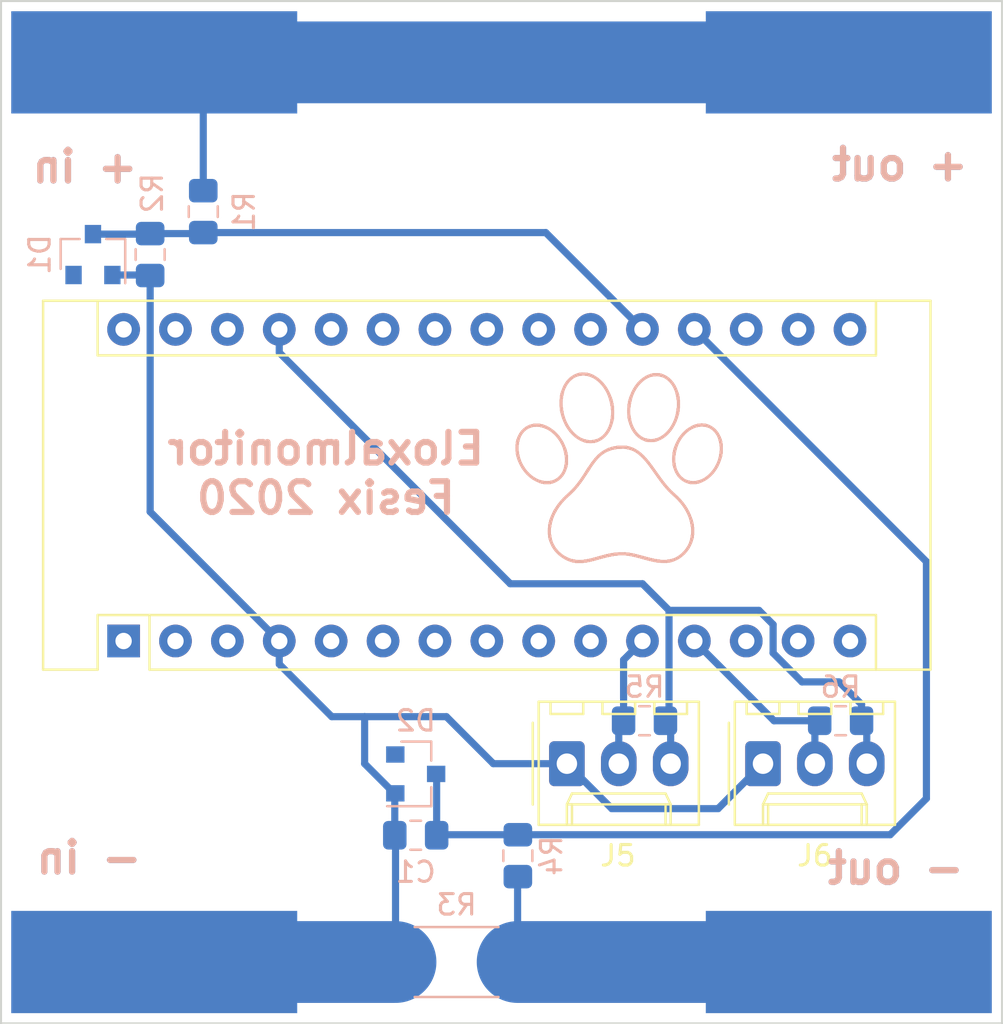
<source format=kicad_pcb>
(kicad_pcb (version 20171130) (host pcbnew "(5.0.1)-4")
  (layers (0 F.Cu signal) (31 B.Cu signal) (34 B.Paste user hide) (35 F.Paste user hide) (36 B.SilkS user) (37 F.SilkS user) (38 B.Mask user hide) (39 F.Mask user hide) (44 Edge.Cuts user))
  (net 0 "")
  (net 1 +5V)
  (net 2 GND)
  (net 3 /I_meas)
  (net 4 /U_meas)
  (net 5 "Net-(J1-Pad1)")
  (net 6 "Net-(J4-Pad1)")
  (net 7 /Temp1)
  (net 8 /Temp2)
  (net 9 "Net-(A1-Pad1)")
  (net 10 "Net-(A1-Pad17)")
  (net 11 "Net-(A1-Pad2)")
  (net 12 "Net-(A1-Pad18)")
  (net 13 "Net-(A1-Pad3)")
  (net 14 "Net-(A1-Pad5)")
  (net 15 "Net-(A1-Pad21)")
  (net 16 "Net-(A1-Pad6)")
  (net 17 "Net-(A1-Pad22)")
  (net 18 "Net-(A1-Pad7)")
  (net 19 "Net-(A1-Pad23)")
  (net 20 "Net-(A1-Pad8)")
  (net 21 "Net-(A1-Pad24)")
  (net 22 "Net-(A1-Pad9)")
  (net 23 "Net-(A1-Pad25)")
  (net 24 "Net-(A1-Pad10)")
  (net 25 "Net-(A1-Pad26)")
  (net 26 "Net-(A1-Pad28)")
  (net 27 "Net-(A1-Pad13)")
  (net 28 "Net-(A1-Pad29)")
  (net 29 "Net-(A1-Pad14)")
  (net 30 "Net-(A1-Pad30)")
  (net 31 "Net-(A1-Pad15)")
  (net 32 "Net-(A1-Pad16)")
  (module Connector_Wire:SolderWirePad_1x01_SMD_5x10mm (layer B.Cu) (at 21.7 16.8 270)
    (fp_text reference J1 hide)
    (fp_text value Conn_01x01_Male)
    (pad 1 smd rect (at 0 0 270) (size 5 14) (layers B.Cu B.Paste B.Mask) (net 5 "Net-(J1-Pad1)"))
  )
  (module Connector_Wire:SolderWirePad_1x01_SMD_5x10mm (layer B.Cu) (at 55.7 16.8 270)
    (fp_text reference J2 hide)
    (fp_text value Conn_01x01_Female)
    (pad 1 smd rect (at 0 0 270) (size 5 14) (layers B.Cu B.Paste B.Mask) (net 5 "Net-(J1-Pad1)"))
  )
  (module Connector_Wire:SolderWirePad_1x01_SMD_5x10mm (layer B.Cu) (at 21.7 60.8 270)
    (fp_text reference J3 hide)
    (fp_text value Conn_01x01_Male)
    (pad 1 smd rect (at 0 0 270) (size 5 14) (layers B.Cu B.Paste B.Mask) (net 2 GND))
  )
  (module Connector_Wire:SolderWirePad_1x01_SMD_5x10mm (layer B.Cu) (at 55.7 60.8 270)
    (fp_text reference J4 hide)
    (fp_text value Conn_01x01_Female)
    (pad 1 smd rect (at 0 0 270) (size 5 14) (layers B.Cu B.Paste B.Mask) (net 6 "Net-(J4-Pad1)"))
  )
  (module Capacitor_SMD:C_0805_2012Metric_Pad1.15x1.40mm_HandSolder (layer B.Cu) (at 34.5 54.6 180)
    (fp_text reference C1 (at 0 -1.8 180) (layer B.SilkS) (effects (justify mirror)))
    (fp_text value 1u)
    (pad 1 smd roundrect (at -1.025 0 180) (size 1.15 1.4) (layers B.Cu B.Paste B.Mask) (roundrect_rratio 0.217391) (net 3 /I_meas))
    (pad 2 smd roundrect (at 1.025 0 180) (size 1.15 1.4) (layers B.Cu B.Paste B.Mask) (roundrect_rratio 0.217391) (net 2 GND))
  )
  (module Diode_SMD:D_SOT-23_ANK (layer B.Cu) (at 18.7 26.2 90)
    (fp_text reference D1 (at 0 -2.6 90) (layer B.SilkS) (effects (justify mirror)))
    (fp_text value D_Zener)
    (pad 2 smd rect (at -1 0.95 90) (size 0.9 0.8) (layers B.Cu B.Paste B.Mask) (net 2 GND))
    (pad "" smd rect (at -1 -0.95 90) (size 0.9 0.8) (layers B.Cu B.Paste B.Mask))
    (pad 1 smd rect (at 1 0 90) (size 0.9 0.8) (layers B.Cu B.Paste B.Mask) (net 4 /U_meas))
  )
  (module Diode_SMD:D_SOT-23_ANK (layer B.Cu) (at 34.5 51.6)
    (fp_text reference D2 (at 0 -2.6) (layer B.SilkS) (effects (justify mirror)))
    (fp_text value D_Zener)
    (pad 1 smd rect (at 1 0) (size 0.9 0.8) (layers B.Cu B.Paste B.Mask) (net 3 /I_meas))
    (pad "" smd rect (at -1 -0.95) (size 0.9 0.8) (layers B.Cu B.Paste B.Mask))
    (pad 2 smd rect (at -1 0.95) (size 0.9 0.8) (layers B.Cu B.Paste B.Mask) (net 2 GND))
  )
  (module Connector_Molex:Molex_KK-254_AE-6410-03A_1x03_P2.54mm_Vertical (layer F.Cu) (at 41.9 51.1)
    (fp_text reference J5 (at 2.5 4.5) (layer F.SilkS))
    (fp_text value Conn_01x03_Male)
    (pad 1 thru_hole roundrect (at 0 0) (size 1.74 2.2) (drill 1) (layers *.Cu *.Mask) (roundrect_rratio 0.144) (net 2 GND))
    (pad 2 thru_hole oval (at 2.54 0) (size 1.74 2.2) (drill 1) (layers *.Cu *.Mask) (net 7 /Temp1))
    (pad 3 thru_hole oval (at 5.08 0) (size 1.74 2.2) (drill 1) (layers *.Cu *.Mask) (net 1 +5V))
  )
  (module Connector_Molex:Molex_KK-254_AE-6410-03A_1x03_P2.54mm_Vertical (layer F.Cu) (at 51.5 51.1)
    (fp_text reference J6 (at 2.54 4.5) (layer F.SilkS))
    (fp_text value Conn_01x03_Male)
    (pad 3 thru_hole oval (at 5.08 0) (size 1.74 2.2) (drill 1) (layers *.Cu *.Mask) (net 1 +5V))
    (pad 2 thru_hole oval (at 2.54 0) (size 1.74 2.2) (drill 1) (layers *.Cu *.Mask) (net 8 /Temp2))
    (pad 1 thru_hole roundrect (at 0 0) (size 1.74 2.2) (drill 1) (layers *.Cu *.Mask) (roundrect_rratio 0.144) (net 2 GND))
  )
  (module Resistor_SMD:R_0805_2012Metric_Pad1.15x1.40mm_HandSolder (layer B.Cu) (at 24.1 24.1 270)
    (fp_text reference R1 (at 0 -2 270) (layer B.SilkS) (effects (justify mirror)))
    (fp_text value 30k)
    (pad 1 smd roundrect (at -1.025 0 270) (size 1.15 1.4) (layers B.Cu B.Paste B.Mask) (roundrect_rratio 0.217391) (net 5 "Net-(J1-Pad1)"))
    (pad 2 smd roundrect (at 1.025 0 270) (size 1.15 1.4) (layers B.Cu B.Paste B.Mask) (roundrect_rratio 0.217391) (net 4 /U_meas))
  )
  (module Resistor_SMD:R_0805_2012Metric_Pad1.15x1.40mm_HandSolder (layer B.Cu) (at 21.5 26.2 270)
    (fp_text reference R2 (at -3 -0.1 270) (layer B.SilkS) (effects (justify mirror)))
    (fp_text value 1k)
    (pad 2 smd roundrect (at 1.025 0 270) (size 1.15 1.4) (layers B.Cu B.Paste B.Mask) (roundrect_rratio 0.217391) (net 2 GND))
    (pad 1 smd roundrect (at -1.025 0 270) (size 1.15 1.4) (layers B.Cu B.Paste B.Mask) (roundrect_rratio 0.217391) (net 4 /U_meas))
  )
  (module Resistor_SMD:R_2512_6332Metric_Pad1.52x3.35mm_HandSolder (layer B.Cu) (at 36.5 60.8)
    (fp_text reference R3 (at 0 -2.8) (layer B.SilkS) (effects (justify mirror)))
    (fp_text value 0R1)
    (pad 1 smd roundrect (at -2.9875 0) (size 1.525 3.35) (layers B.Cu B.Paste B.Mask) (roundrect_rratio 0.163934) (net 2 GND))
    (pad 2 smd roundrect (at 2.9875 0) (size 1.525 3.35) (layers B.Cu B.Paste B.Mask) (roundrect_rratio 0.163934) (net 6 "Net-(J4-Pad1)"))
  )
  (module Resistor_SMD:R_0805_2012Metric_Pad1.15x1.40mm_HandSolder (layer B.Cu) (at 45.7 49 180)
    (fp_text reference R5 (at 0 1.65 180) (layer B.SilkS) (effects (justify mirror)))
    (fp_text value 4k7)
    (pad 1 smd roundrect (at -1.025 0 180) (size 1.15 1.4) (layers B.Cu B.Paste B.Mask) (roundrect_rratio 0.217391) (net 1 +5V))
    (pad 2 smd roundrect (at 1.025 0 180) (size 1.15 1.4) (layers B.Cu B.Paste B.Mask) (roundrect_rratio 0.217391) (net 7 /Temp1))
  )
  (module Resistor_SMD:R_0805_2012Metric_Pad1.15x1.40mm_HandSolder (layer B.Cu) (at 55.3 49 180)
    (fp_text reference R6 (at 0 1.65 180) (layer B.SilkS) (effects (justify mirror)))
    (fp_text value 4k7)
    (pad 2 smd roundrect (at 1.025 0 180) (size 1.15 1.4) (layers B.Cu B.Paste B.Mask) (roundrect_rratio 0.217391) (net 8 /Temp2))
    (pad 1 smd roundrect (at -1.025 0 180) (size 1.15 1.4) (layers B.Cu B.Paste B.Mask) (roundrect_rratio 0.217391) (net 1 +5V))
  )
  (module Resistor_SMD:R_0805_2012Metric_Pad1.15x1.40mm_HandSolder (layer B.Cu) (at 39.5 55.6 90)
    (fp_text reference R4 (at 0 1.65 90) (layer B.SilkS) (effects (justify mirror)))
    (fp_text value 1k)
    (pad 1 smd roundrect (at -1.025 0 90) (size 1.15 1.4) (layers B.Cu B.Paste B.Mask) (roundrect_rratio 0.217391) (net 6 "Net-(J4-Pad1)"))
    (pad 2 smd roundrect (at 1.025 0 90) (size 1.15 1.4) (layers B.Cu B.Paste B.Mask) (roundrect_rratio 0.217391) (net 3 /I_meas))
  )
  (module Module:Arduino_Nano (layer F.Cu) (at 20.2 45.1 90)
    (fp_text reference A1 hide)
    (fp_text value Arduino_Nano_v3.x)
    (pad 1 thru_hole rect (at 0 0 90) (size 1.6 1.6) (drill 0.8) (layers *.Cu *.Mask) (net 9 "Net-(A1-Pad1)"))
    (pad 17 thru_hole oval (at 15.24 33.02 90) (size 1.6 1.6) (drill 0.8) (layers *.Cu *.Mask) (net 10 "Net-(A1-Pad17)"))
    (pad 2 thru_hole oval (at 0 2.54 90) (size 1.6 1.6) (drill 0.8) (layers *.Cu *.Mask) (net 11 "Net-(A1-Pad2)"))
    (pad 18 thru_hole oval (at 15.24 30.48 90) (size 1.6 1.6) (drill 0.8) (layers *.Cu *.Mask) (net 12 "Net-(A1-Pad18)"))
    (pad 3 thru_hole oval (at 0 5.08 90) (size 1.6 1.6) (drill 0.8) (layers *.Cu *.Mask) (net 13 "Net-(A1-Pad3)"))
    (pad 19 thru_hole oval (at 15.24 27.94 90) (size 1.6 1.6) (drill 0.8) (layers *.Cu *.Mask) (net 3 /I_meas))
    (pad 4 thru_hole oval (at 0 7.62 90) (size 1.6 1.6) (drill 0.8) (layers *.Cu *.Mask) (net 2 GND))
    (pad 20 thru_hole oval (at 15.24 25.4 90) (size 1.6 1.6) (drill 0.8) (layers *.Cu *.Mask) (net 4 /U_meas))
    (pad 5 thru_hole oval (at 0 10.16 90) (size 1.6 1.6) (drill 0.8) (layers *.Cu *.Mask) (net 14 "Net-(A1-Pad5)"))
    (pad 21 thru_hole oval (at 15.24 22.86 90) (size 1.6 1.6) (drill 0.8) (layers *.Cu *.Mask) (net 15 "Net-(A1-Pad21)"))
    (pad 6 thru_hole oval (at 0 12.7 90) (size 1.6 1.6) (drill 0.8) (layers *.Cu *.Mask) (net 16 "Net-(A1-Pad6)"))
    (pad 22 thru_hole oval (at 15.24 20.32 90) (size 1.6 1.6) (drill 0.8) (layers *.Cu *.Mask) (net 17 "Net-(A1-Pad22)"))
    (pad 7 thru_hole oval (at 0 15.24 90) (size 1.6 1.6) (drill 0.8) (layers *.Cu *.Mask) (net 18 "Net-(A1-Pad7)"))
    (pad 23 thru_hole oval (at 15.24 17.78 90) (size 1.6 1.6) (drill 0.8) (layers *.Cu *.Mask) (net 19 "Net-(A1-Pad23)"))
    (pad 8 thru_hole oval (at 0 17.78 90) (size 1.6 1.6) (drill 0.8) (layers *.Cu *.Mask) (net 20 "Net-(A1-Pad8)"))
    (pad 24 thru_hole oval (at 15.24 15.24 90) (size 1.6 1.6) (drill 0.8) (layers *.Cu *.Mask) (net 21 "Net-(A1-Pad24)"))
    (pad 9 thru_hole oval (at 0 20.32 90) (size 1.6 1.6) (drill 0.8) (layers *.Cu *.Mask) (net 22 "Net-(A1-Pad9)"))
    (pad 25 thru_hole oval (at 15.24 12.7 90) (size 1.6 1.6) (drill 0.8) (layers *.Cu *.Mask) (net 23 "Net-(A1-Pad25)"))
    (pad 10 thru_hole oval (at 0 22.86 90) (size 1.6 1.6) (drill 0.8) (layers *.Cu *.Mask) (net 24 "Net-(A1-Pad10)"))
    (pad 26 thru_hole oval (at 15.24 10.16 90) (size 1.6 1.6) (drill 0.8) (layers *.Cu *.Mask) (net 25 "Net-(A1-Pad26)"))
    (pad 11 thru_hole oval (at 0 25.4 90) (size 1.6 1.6) (drill 0.8) (layers *.Cu *.Mask) (net 7 /Temp1))
    (pad 27 thru_hole oval (at 15.24 7.62 90) (size 1.6 1.6) (drill 0.8) (layers *.Cu *.Mask) (net 1 +5V))
    (pad 12 thru_hole oval (at 0 27.94 90) (size 1.6 1.6) (drill 0.8) (layers *.Cu *.Mask) (net 8 /Temp2))
    (pad 28 thru_hole oval (at 15.24 5.08 90) (size 1.6 1.6) (drill 0.8) (layers *.Cu *.Mask) (net 26 "Net-(A1-Pad28)"))
    (pad 13 thru_hole oval (at 0 30.48 90) (size 1.6 1.6) (drill 0.8) (layers *.Cu *.Mask) (net 27 "Net-(A1-Pad13)"))
    (pad 29 thru_hole oval (at 15.24 2.54 90) (size 1.6 1.6) (drill 0.8) (layers *.Cu *.Mask) (net 28 "Net-(A1-Pad29)"))
    (pad 14 thru_hole oval (at 0 33.02 90) (size 1.6 1.6) (drill 0.8) (layers *.Cu *.Mask) (net 29 "Net-(A1-Pad14)"))
    (pad 30 thru_hole oval (at 15.24 0 90) (size 1.6 1.6) (drill 0.8) (layers *.Cu *.Mask) (net 30 "Net-(A1-Pad30)"))
    (pad 15 thru_hole oval (at 0 35.56 90) (size 1.6 1.6) (drill 0.8) (layers *.Cu *.Mask) (net 31 "Net-(A1-Pad15)"))
    (pad 16 thru_hole oval (at 15.24 35.56 90) (size 1.6 1.6) (drill 0.8) (layers *.Cu *.Mask) (net 32 "Net-(A1-Pad16)"))
  )
  (gr_text "Eloxalmonitor\nFesix 2020" (at 30.1 36.9) (layer B.SilkS) (effects (font (size 1.5 1.5) (thickness 0.3)) (justify mirror)))
  (gr_arc (start 42.632935 32.040613) (end 42.633123 32.04206) (angle -36.84764291) (layer B.SilkS) (width 0.15))
  (gr_line (start 42.633123 32.04206) (end 42.627572 32.042756) (layer B.SilkS) (width 0.15))
  (gr_line (start 42.627572 32.042756) (end 42.621072 32.043461) (layer B.SilkS) (width 0.15))
  (gr_line (start 42.621072 32.043461) (end 42.613535 32.044124) (layer B.SilkS) (width 0.15))
  (gr_line (start 47.171454 35.818199) (end 47.170875 35.821207) (layer B.SilkS) (width 0.15))
  (gr_line (start 47.172375 35.814044) (end 47.171454 35.818199) (layer B.SilkS) (width 0.15))
  (gr_line (start 47.173442 35.80955) (end 47.172375 35.814044) (layer B.SilkS) (width 0.15))
  (gr_line (start 47.174509 35.805374) (end 47.173442 35.80955) (layer B.SilkS) (width 0.15))
  (gr_line (start 47.175588 35.801197) (end 47.174509 35.805374) (layer B.SilkS) (width 0.15))
  (gr_line (start 47.17669 35.796703) (end 47.175588 35.801197) (layer B.SilkS) (width 0.15))
  (gr_line (start 47.177662 35.792548) (end 47.17669 35.796703) (layer B.SilkS) (width 0.15))
  (gr_line (start 47.178303 35.78954) (end 47.177662 35.792548) (layer B.SilkS) (width 0.15))
  (gr_line (start 47.179836 35.782317) (end 47.178303 35.78954) (layer B.SilkS) (width 0.15))
  (gr_line (start 47.181599 35.774945) (end 47.179836 35.782317) (layer B.SilkS) (width 0.15))
  (gr_line (start 47.184136 35.765208) (end 47.181599 35.774945) (layer B.SilkS) (width 0.15))
  (gr_line (start 47.188438 35.749346) (end 47.184136 35.765208) (layer B.SilkS) (width 0.15))
  (gr_line (start 47.190023 35.743482) (end 47.188438 35.749346) (layer B.SilkS) (width 0.15))
  (gr_line (start 47.191482 35.73795) (end 47.190023 35.743482) (layer B.SilkS) (width 0.15))
  (gr_line (start 47.192682 35.73328) (end 47.191482 35.73795) (layer B.SilkS) (width 0.15))
  (gr_line (start 47.193189 35.731076) (end 47.192682 35.73328) (layer B.SilkS) (width 0.15))
  (gr_line (start 47.193664 35.729189) (end 47.193189 35.731076) (layer B.SilkS) (width 0.15))
  (gr_line (start 47.194552 35.726349) (end 47.193664 35.729189) (layer B.SilkS) (width 0.15))
  (gr_line (start 47.195631 35.72318) (end 47.194552 35.726349) (layer B.SilkS) (width 0.15))
  (gr_line (start 47.196768 35.720115) (end 47.195631 35.72318) (layer B.SilkS) (width 0.15))
  (gr_line (start 47.197825 35.717266) (end 47.196768 35.720115) (layer B.SilkS) (width 0.15))
  (gr_line (start 47.198661 35.714759) (end 47.197825 35.717266) (layer B.SilkS) (width 0.15))
  (gr_line (start 47.199296 35.712638) (end 47.198661 35.714759) (layer B.SilkS) (width 0.15))
  (gr_arc (start 47.198653 35.712452) (end 47.199296 35.712638) (angle -43.50725567) (layer B.SilkS) (width 0.15))
  (gr_arc (start 47.199906 35.711802) (end 47.199193 35.711598) (angle -43.42701907) (layer B.SilkS) (width 0.15))
  (gr_line (start 47.201276 35.704365) (end 47.199193 35.711598) (layer B.SilkS) (width 0.15))
  (gr_line (start 47.203697 35.696181) (end 47.201276 35.704365) (layer B.SilkS) (width 0.15))
  (gr_line (start 47.206636 35.686591) (end 47.203697 35.696181) (layer B.SilkS) (width 0.15))
  (gr_line (start 47.209653 35.676789) (end 47.206636 35.686591) (layer B.SilkS) (width 0.15))
  (gr_line (start 47.212317 35.667932) (end 47.209653 35.676789) (layer B.SilkS) (width 0.15))
  (gr_line (start 47.21451 35.660481) (end 47.212317 35.667932) (layer B.SilkS) (width 0.15))
  (gr_line (start 47.215117 35.658022) (end 47.21451 35.660481) (layer B.SilkS) (width 0.15))
  (gr_arc (start 47.340947 35.68361) (end 47.220495 35.639123) (angle -8.776629077) (layer B.SilkS) (width 0.15))
  (gr_line (start 47.241397 35.583308) (end 47.220495 35.639123) (layer B.SilkS) (width 0.15))
  (gr_line (start 47.2637 35.525893) (end 47.241397 35.583308) (layer B.SilkS) (width 0.15))
  (gr_line (start 47.282642 35.480172) (end 47.2637 35.525893) (layer B.SilkS) (width 0.15))
  (gr_arc (start 48.990122 36.21696) (end 47.420347 35.219889) (angle -9.081895454) (layer B.SilkS) (width 0.15))
  (gr_arc (start 48.872891 36.142501) (end 47.595078 34.989986) (angle -9.626214076) (layer B.SilkS) (width 0.15))
  (gr_arc (start 48.79257 36.070056) (end 47.799696 34.799331) (angle -9.949230721) (layer B.SilkS) (width 0.15))
  (gr_arc (start 48.641276 35.876421) (end 48.026261 34.65571) (angle -11.26238041) (layer B.SilkS) (width 0.15))
  (gr_line (start 48.060007 34.638826) (end 48.026261 34.65571) (layer B.SilkS) (width 0.15))
  (gr_line (start 48.077666 34.630419) (end 48.060007 34.638826) (layer B.SilkS) (width 0.15))
  (gr_line (start 48.094013 34.623381) (end 48.077666 34.630419) (layer B.SilkS) (width 0.15))
  (gr_line (start 48.120045 34.612986) (end 48.094013 34.623381) (layer B.SilkS) (width 0.15))
  (gr_line (start 48.130197 34.608983) (end 48.120045 34.612986) (layer B.SilkS) (width 0.15))
  (gr_line (start 48.139541 34.605263) (end 48.130197 34.608983) (layer B.SilkS) (width 0.15))
  (gr_line (start 48.147366 34.602117) (end 48.139541 34.605263) (layer B.SilkS) (width 0.15))
  (gr_line (start 48.150495 34.600797) (end 48.147366 34.602117) (layer B.SilkS) (width 0.15))
  (gr_arc (start 48.189484 34.689286) (end 48.158641 34.597639) (angle -5.178656904) (layer B.SilkS) (width 0.15))
  (gr_line (start 48.185866 34.588545) (end 48.158641 34.597639) (layer B.SilkS) (width 0.15))
  (gr_line (start 48.213535 34.579428) (end 48.185866 34.588545) (layer B.SilkS) (width 0.15))
  (gr_arc (start 48.233115 34.639233) (end 48.220538 34.577574) (angle -6.599794774) (layer B.SilkS) (width 0.15))
  (gr_line (start 48.22232 34.57715) (end 48.220538 34.577574) (layer B.SilkS) (width 0.15))
  (gr_line (start 48.22414 34.576598) (end 48.22232 34.57715) (layer B.SilkS) (width 0.15))
  (gr_line (start 48.225746 34.576006) (end 48.22414 34.576598) (layer B.SilkS) (width 0.15))
  (gr_arc (start 48.223174 34.569608) (end 48.225746 34.576006) (angle -9.813806387) (layer B.SilkS) (width 0.15))
  (gr_arc (start 48.230018 34.580682) (end 48.227938 34.574923) (angle -11.86268437) (layer B.SilkS) (width 0.15))
  (gr_line (start 48.229942 34.574255) (end 48.227938 34.574923) (layer B.SilkS) (width 0.15))
  (gr_line (start 48.232295 34.573598) (end 48.229942 34.574255) (layer B.SilkS) (width 0.15))
  (gr_line (start 48.234707 34.57305) (end 48.232295 34.573598) (layer B.SilkS) (width 0.15))
  (gr_line (start 48.237911 34.572338) (end 48.234707 34.57305) (layer B.SilkS) (width 0.15))
  (gr_line (start 48.243181 34.571032) (end 48.237911 34.572338) (layer B.SilkS) (width 0.15))
  (gr_line (start 48.249212 34.569476) (end 48.243181 34.571032) (layer B.SilkS) (width 0.15))
  (gr_line (start 48.255242 34.567858) (end 48.249212 34.569476) (layer B.SilkS) (width 0.15))
  (gr_line (start 48.261164 34.56626) (end 48.255242 34.567858) (layer B.SilkS) (width 0.15))
  (gr_line (start 48.266874 34.564764) (end 48.261164 34.56626) (layer B.SilkS) (width 0.15))
  (gr_line (start 48.271743 34.563526) (end 48.266874 34.564764) (layer B.SilkS) (width 0.15))
  (gr_line (start 48.274315 34.562938) (end 48.271743 34.563526) (layer B.SilkS) (width 0.15))
  (gr_line (start 48.276317 34.562495) (end 48.274315 34.562938) (layer B.SilkS) (width 0.15))
  (gr_line (start 48.278658 34.561924) (end 48.276317 34.562495) (layer B.SilkS) (width 0.15))
  (gr_line (start 48.280962 34.561322) (end 48.278658 34.561924) (layer B.SilkS) (width 0.15))
  (gr_line (start 48.282841 34.560783) (end 48.280962 34.561322) (layer B.SilkS) (width 0.15))
  (gr_line (start 48.284959 34.560214) (end 48.282841 34.560783) (layer B.SilkS) (width 0.15))
  (gr_line (start 48.288159 34.559497) (end 48.284959 34.560214) (layer B.SilkS) (width 0.15))
  (gr_line (start 48.291746 34.558769) (end 48.288159 34.559497) (layer B.SilkS) (width 0.15))
  (gr_line (start 48.29523 34.558138) (end 48.291746 34.558769) (layer B.SilkS) (width 0.15))
  (gr_line (start 48.298521 34.557534) (end 48.29523 34.558138) (layer B.SilkS) (width 0.15))
  (gr_line (start 48.301525 34.556886) (end 48.298521 34.557534) (layer B.SilkS) (width 0.15))
  (gr_line (start 48.304013 34.556266) (end 48.301525 34.556886) (layer B.SilkS) (width 0.15))
  (gr_arc (start 48.303095 34.552787) (end 48.304013 34.556266) (angle -16.70279528) (layer B.SilkS) (width 0.15))
  (gr_arc (start 48.306775 34.558798) (end 48.305969 34.555444) (angle -17.96430609) (layer B.SilkS) (width 0.15))
  (gr_line (start 48.308841 34.554789) (end 48.305969 34.555444) (layer B.SilkS) (width 0.15))
  (gr_line (start 48.312305 34.5541) (end 48.308841 34.554789) (layer B.SilkS) (width 0.15))
  (gr_line (start 48.316141 34.553448) (end 48.312305 34.5541) (layer B.SilkS) (width 0.15))
  (gr_line (start 48.323857 34.552197) (end 48.316141 34.553448) (layer B.SilkS) (width 0.15))
  (gr_line (start 48.330774 34.551003) (end 48.323857 34.552197) (layer B.SilkS) (width 0.15))
  (gr_line (start 48.337381 34.54978) (end 48.330774 34.551003) (layer B.SilkS) (width 0.15))
  (gr_line (start 48.344155 34.548442) (end 48.337381 34.54978) (layer B.SilkS) (width 0.15))
  (gr_line (start 48.347238 34.547871) (end 48.344155 34.548442) (layer B.SilkS) (width 0.15))
  (gr_line (start 48.351676 34.547157) (end 48.347238 34.547871) (layer B.SilkS) (width 0.15))
  (gr_line (start 48.356563 34.546433) (end 48.351676 34.547157) (layer B.SilkS) (width 0.15))
  (gr_line (start 48.361206 34.545807) (end 48.356563 34.546433) (layer B.SilkS) (width 0.15))
  (gr_line (start 48.36585 34.5452) (end 48.361206 34.545807) (layer B.SilkS) (width 0.15))
  (gr_line (start 48.370737 34.544529) (end 48.36585 34.5452) (layer B.SilkS) (width 0.15))
  (gr_line (start 48.375176 34.543894) (end 48.370737 34.544529) (layer B.SilkS) (width 0.15))
  (gr_line (start 48.378258 34.543417) (end 48.375176 34.543894) (layer B.SilkS) (width 0.15))
  (gr_line (start 48.383335 34.542667) (end 48.378258 34.543417) (layer B.SilkS) (width 0.15))
  (gr_line (start 48.390461 34.541767) (end 48.383335 34.542667) (layer B.SilkS) (width 0.15))
  (gr_line (start 48.401014 34.540535) (end 48.390461 34.541767) (layer B.SilkS) (width 0.15))
  (gr_line (start 48.418452 34.538578) (end 48.401014 34.540535) (layer B.SilkS) (width 0.15))
  (gr_line (start 48.424216 34.538069) (end 48.418452 34.538578) (layer B.SilkS) (width 0.15))
  (gr_line (start 48.435709 34.53736) (end 48.424216 34.538069) (layer B.SilkS) (width 0.15))
  (gr_line (start 48.44928 34.536623) (end 48.435709 34.53736) (layer B.SilkS) (width 0.15))
  (gr_line (start 48.463517 34.535955) (end 48.44928 34.536623) (layer B.SilkS) (width 0.15))
  (gr_line (start 48.477109 34.535321) (end 48.463517 34.535955) (layer B.SilkS) (width 0.15))
  (gr_line (start 48.48867 34.53469) (end 48.477109 34.535321) (layer B.SilkS) (width 0.15))
  (gr_line (start 48.498895 34.534073) (end 48.48867 34.53469) (layer B.SilkS) (width 0.15))
  (gr_arc (start 48.498828 34.532982) (end 48.498895 34.534073) (angle -37.29367429) (layer B.SilkS) (width 0.15))
  (gr_arc (start 46.231938 32.071826) (end 46.231936 32.071122) (angle -43.33262228) (layer B.SilkS) (width 0.15))
  (gr_line (start 46.245614 32.071084) (end 46.231936 32.071122) (layer B.SilkS) (width 0.15))
  (gr_line (start 46.260898 32.071093) (end 46.245614 32.071084) (layer B.SilkS) (width 0.15))
  (gr_line (start 46.278954 32.071195) (end 46.260898 32.071093) (layer B.SilkS) (width 0.15))
  (gr_line (start 46.317643 32.071969) (end 46.278954 32.071195) (layer B.SilkS) (width 0.15))
  (gr_line (start 46.350079 32.073699) (end 46.317643 32.071969) (layer B.SilkS) (width 0.15))
  (gr_line (start 46.380084 32.076624) (end 46.350079 32.073699) (layer B.SilkS) (width 0.15))
  (gr_line (start 46.411212 32.081023) (end 46.380084 32.076624) (layer B.SilkS) (width 0.15))
  (gr_line (start 46.425773 32.083412) (end 46.411212 32.081023) (layer B.SilkS) (width 0.15))
  (gr_line (start 46.436224 32.085199) (end 46.425773 32.083412) (layer B.SilkS) (width 0.15))
  (gr_line (start 46.444366 32.08669) (end 46.436224 32.085199) (layer B.SilkS) (width 0.15))
  (gr_line (start 46.451406 32.088102) (end 46.444366 32.08669) (layer B.SilkS) (width 0.15))
  (gr_line (start 46.454327 32.088694) (end 46.451406 32.088102) (layer B.SilkS) (width 0.15))
  (gr_line (start 46.458152 32.089419) (end 46.454327 32.088694) (layer B.SilkS) (width 0.15))
  (gr_line (start 46.462187 32.090152) (end 46.458152 32.089419) (layer B.SilkS) (width 0.15))
  (gr_line (start 46.465819 32.090778) (end 46.462187 32.090152) (layer B.SilkS) (width 0.15))
  (gr_line (start 46.469422 32.091468) (end 46.465819 32.090778) (layer B.SilkS) (width 0.15))
  (gr_line (start 46.473367 32.092394) (end 46.469422 32.091468) (layer B.SilkS) (width 0.15))
  (gr_line (start 46.477062 32.093401) (end 46.473367 32.092394) (layer B.SilkS) (width 0.15))
  (gr_line (start 46.479826 32.094328) (end 46.477062 32.093401) (layer B.SilkS) (width 0.15))
  (gr_line (start 46.482006 32.095082) (end 46.479826 32.094328) (layer B.SilkS) (width 0.15))
  (gr_arc (start 46.487159 32.07857) (end 46.482006 32.095082) (angle -6.268886189) (layer B.SilkS) (width 0.15))
  (gr_arc (start 46.486092 32.084029) (end 46.48384 32.095545) (angle -6.685208286) (layer B.SilkS) (width 0.15))
  (gr_arc (start 46.485218 32.095439) (end 46.485196 32.095729) (angle -94.37743284) (layer B.SilkS) (width 0.15))
  (gr_arc (start 46.485807 32.095439) (end 46.485866 32.095147) (angle -101.4335143) (layer B.SilkS) (width 0.15))
  (gr_line (start 46.488372 32.095707) (end 46.485866 32.095147) (layer B.SilkS) (width 0.15))
  (gr_line (start 46.491516 32.096584) (end 46.488372 32.095707) (layer B.SilkS) (width 0.15))
  (gr_line (start 46.495253 32.097827) (end 46.491516 32.096584) (layer B.SilkS) (width 0.15))
  (gr_line (start 46.498991 32.099071) (end 46.495253 32.097827) (layer B.SilkS) (width 0.15))
  (gr_line (start 46.502135 32.099947) (end 46.498991 32.099071) (layer B.SilkS) (width 0.15))
  (gr_line (start 46.504641 32.100507) (end 46.502135 32.099947) (layer B.SilkS) (width 0.15))
  (gr_arc (start 46.5047 32.100215) (end 46.504641 32.100507) (angle -101.4335143) (layer B.SilkS) (width 0.15))
  (gr_arc (start 46.505285 32.100215) (end 46.505326 32.09993) (angle -98.12232363) (layer B.SilkS) (width 0.15))
  (gr_line (start 46.506965 32.100235) (end 46.505326 32.09993) (layer B.SilkS) (width 0.15))
  (gr_arc (start 46.501465 32.124122) (end 46.509127 32.100838) (angle -5.24714721) (layer B.SilkS) (width 0.15))
  (gr_line (start 46.511696 32.101758) (end 46.509127 32.100838) (layer B.SilkS) (width 0.15))
  (gr_line (start 46.514529 32.102805) (end 46.511696 32.101758) (layer B.SilkS) (width 0.15))
  (gr_line (start 46.517501 32.103809) (end 46.514529 32.102805) (layer B.SilkS) (width 0.15))
  (gr_line (start 46.520196 32.104639) (end 46.517501 32.103809) (layer B.SilkS) (width 0.15))
  (gr_line (start 46.522049 32.105101) (end 46.520196 32.104639) (layer B.SilkS) (width 0.15))
  (gr_arc (start 46.508683 32.170122) (end 46.528536 32.106779) (angle -5.78564437) (layer B.SilkS) (width 0.15))
  (gr_line (start 46.550451 32.113703) (end 46.528536 32.106779) (layer B.SilkS) (width 0.15))
  (gr_line (start 46.572104 32.120661) (end 46.550451 32.113703) (layer B.SilkS) (width 0.15))
  (gr_line (start 46.579294 32.123331) (end 46.572104 32.120661) (layer B.SilkS) (width 0.15))
  (gr_line (start 46.582283 32.124547) (end 46.579294 32.123331) (layer B.SilkS) (width 0.15))
  (gr_line (start 46.588818 32.127112) (end 46.582283 32.124547) (layer B.SilkS) (width 0.15))
  (gr_line (start 46.596587 32.130136) (end 46.588818 32.127112) (layer B.SilkS) (width 0.15))
  (gr_line (start 46.604872 32.133332) (end 46.596587 32.130136) (layer B.SilkS) (width 0.15))
  (gr_arc (start 46.30164 32.922584) (end 46.694212 32.173747) (angle -6.648570008) (layer B.SilkS) (width 0.15))
  (gr_arc (start 46.25136 33.018496) (end 46.781111 32.225349) (angle -6.073992757) (layer B.SilkS) (width 0.15))
  (gr_arc (start 46.219339 33.066437) (end 46.864548 32.287514) (angle -5.896725992) (layer B.SilkS) (width 0.15))
  (gr_arc (start 46.146317 33.154594) (end 46.943531 32.359526) (angle -5.441159768) (layer B.SilkS) (width 0.15))
  (gr_arc (start 46.096774 33.204003) (end 47.051832 32.484278) (angle -7.921308855) (layer B.SilkS) (width 0.15))
  (gr_arc (start 46.007322 33.271413) (end 47.14459 32.625499) (angle -7.406910287) (layer B.SilkS) (width 0.15))
  (gr_arc (start 45.890489 33.33777) (end 47.222416 32.784535) (angle -7.038291888) (layer B.SilkS) (width 0.15))
  (gr_arc (start 45.491667 33.503426) (end 47.286047 32.962596) (angle -5.783353998) (layer B.SilkS) (width 0.15))
  (gr_line (start 47.292822 32.985156) (end 47.286047 32.962596) (layer B.SilkS) (width 0.15))
  (gr_line (start 47.296106 32.996398) (end 47.292822 32.985156) (layer B.SilkS) (width 0.15))
  (gr_line (start 47.298221 33.004198) (end 47.296106 32.996398) (layer B.SilkS) (width 0.15))
  (gr_line (start 47.3001 33.011925) (end 47.298221 33.004198) (layer B.SilkS) (width 0.15))
  (gr_line (start 47.300708 33.014457) (end 47.3001 33.011925) (layer B.SilkS) (width 0.15))
  (gr_line (start 47.302005 33.019587) (end 47.300708 33.014457) (layer B.SilkS) (width 0.15))
  (gr_line (start 47.303558 33.025647) (end 47.302005 33.019587) (layer B.SilkS) (width 0.15))
  (gr_line (start 47.305213 33.032022) (end 47.303558 33.025647) (layer B.SilkS) (width 0.15))
  (gr_line (start 47.308127 33.043293) (end 47.305213 33.032022) (layer B.SilkS) (width 0.15))
  (gr_line (start 47.30996 33.050724) (end 47.308127 33.043293) (layer B.SilkS) (width 0.15))
  (gr_line (start 47.311356 33.05691) (end 47.30996 33.050724) (layer B.SilkS) (width 0.15))
  (gr_line (start 47.312742 33.063689) (end 47.311356 33.05691) (layer B.SilkS) (width 0.15))
  (gr_line (start 47.313291 33.066331) (end 47.312742 33.063689) (layer B.SilkS) (width 0.15))
  (gr_line (start 47.313957 33.069236) (end 47.313291 33.066331) (layer B.SilkS) (width 0.15))
  (gr_line (start 47.314636 33.071967) (end 47.313957 33.069236) (layer B.SilkS) (width 0.15))
  (gr_line (start 47.315211 33.074021) (end 47.314636 33.071967) (layer B.SilkS) (width 0.15))
  (gr_line (start 47.315782 33.076115) (end 47.315211 33.074021) (layer B.SilkS) (width 0.15))
  (gr_line (start 47.316454 33.078991) (end 47.315782 33.076115) (layer B.SilkS) (width 0.15))
  (gr_line (start 47.31711 33.0821) (end 47.316454 33.078991) (layer B.SilkS) (width 0.15))
  (gr_line (start 47.317646 33.084983) (end 47.31711 33.0821) (layer B.SilkS) (width 0.15))
  (gr_line (start 47.318179 33.087854) (end 47.317646 33.084983) (layer B.SilkS) (width 0.15))
  (gr_line (start 47.318823 33.090924) (end 47.318179 33.087854) (layer B.SilkS) (width 0.15))
  (gr_line (start 47.319477 33.093746) (end 47.318823 33.090924) (layer B.SilkS) (width 0.15))
  (gr_line (start 47.320027 33.095771) (end 47.319477 33.093746) (layer B.SilkS) (width 0.15))
  (gr_line (start 47.320934 33.099084) (end 47.320027 33.095771) (layer B.SilkS) (width 0.15))
  (gr_line (start 47.321882 33.103169) (end 47.320934 33.099084) (layer B.SilkS) (width 0.15))
  (gr_line (start 47.323046 33.108782) (end 47.321882 33.103169) (layer B.SilkS) (width 0.15))
  (gr_line (start 47.324701 33.117281) (end 47.323046 33.108782) (layer B.SilkS) (width 0.15))
  (gr_line (start 47.325224 33.119989) (end 47.324701 33.117281) (layer B.SilkS) (width 0.15))
  (gr_line (start 47.325833 33.123101) (end 47.325224 33.119989) (layer B.SilkS) (width 0.15))
  (gr_line (start 47.326429 33.126126) (end 47.325833 33.123101) (layer B.SilkS) (width 0.15))
  (gr_line (start 47.326913 33.128543) (end 47.326429 33.126126) (layer B.SilkS) (width 0.15))
  (gr_line (start 47.327408 33.131096) (end 47.326913 33.128543) (layer B.SilkS) (width 0.15))
  (gr_line (start 47.328053 33.134612) (end 47.327408 33.131096) (layer B.SilkS) (width 0.15))
  (gr_line (start 47.328728 33.138412) (end 47.328053 33.134612) (layer B.SilkS) (width 0.15))
  (gr_line (start 47.32933 33.141941) (end 47.328728 33.138412) (layer B.SilkS) (width 0.15))
  (gr_line (start 47.329945 33.145528) (end 47.32933 33.141941) (layer B.SilkS) (width 0.15))
  (gr_line (start 47.330658 33.14951) (end 47.329945 33.145528) (layer B.SilkS) (width 0.15))
  (gr_line (start 47.331359 33.153282) (end 47.330658 33.14951) (layer B.SilkS) (width 0.15))
  (gr_line (start 47.331924 33.156159) (end 47.331359 33.153282) (layer B.SilkS) (width 0.15))
  (gr_line (start 47.332483 33.159067) (end 47.331924 33.156159) (layer B.SilkS) (width 0.15))
  (gr_line (start 47.333168 33.162953) (end 47.332483 33.159067) (layer B.SilkS) (width 0.15))
  (gr_line (start 47.333858 33.167095) (end 47.333168 33.162953) (layer B.SilkS) (width 0.15))
  (gr_line (start 47.334445 33.170872) (end 47.333858 33.167095) (layer B.SilkS) (width 0.15))
  (gr_line (start 47.335026 33.174642) (end 47.334445 33.170872) (layer B.SilkS) (width 0.15))
  (gr_line (start 47.335697 33.178763) (end 47.335026 33.174642) (layer B.SilkS) (width 0.15))
  (gr_line (start 47.336355 33.182618) (end 47.335697 33.178763) (layer B.SilkS) (width 0.15))
  (gr_line (start 47.336881 33.185488) (end 47.336355 33.182618) (layer B.SilkS) (width 0.15))
  (gr_line (start 47.337413 33.188426) (end 47.336881 33.185488) (layer B.SilkS) (width 0.15))
  (gr_line (start 47.338094 33.192542) (end 47.337413 33.188426) (layer B.SilkS) (width 0.15))
  (gr_line (start 47.338797 33.197024) (end 47.338094 33.192542) (layer B.SilkS) (width 0.15))
  (gr_line (start 47.339416 33.201224) (end 47.338797 33.197024) (layer B.SilkS) (width 0.15))
  (gr_line (start 47.340021 33.205438) (end 47.339416 33.201224) (layer B.SilkS) (width 0.15))
  (gr_line (start 47.34068 33.209963) (end 47.340021 33.205438) (layer B.SilkS) (width 0.15))
  (gr_line (start 47.341297 33.21414) (end 47.34068 33.209963) (layer B.SilkS) (width 0.15))
  (gr_line (start 47.341753 33.217155) (end 47.341297 33.21414) (layer B.SilkS) (width 0.15))
  (gr_line (start 47.344313 33.234029) (end 47.341753 33.217155) (layer B.SilkS) (width 0.15))
  (gr_line (start 47.34582 33.244648) (end 47.344313 33.234029) (layer B.SilkS) (width 0.15))
  (gr_line (start 47.347161 33.25524) (end 47.34582 33.244648) (layer B.SilkS) (width 0.15))
  (gr_line (start 47.349114 33.271965) (end 47.347161 33.25524) (layer B.SilkS) (width 0.15))
  (gr_line (start 47.350994 33.288517) (end 47.349114 33.271965) (layer B.SilkS) (width 0.15))
  (gr_line (start 47.352037 33.298207) (end 47.350994 33.288517) (layer B.SilkS) (width 0.15))
  (gr_line (start 47.352889 33.307005) (end 47.352037 33.298207) (layer B.SilkS) (width 0.15))
  (gr_line (start 47.353994 33.319466) (end 47.352889 33.307005) (layer B.SilkS) (width 0.15))
  (gr_line (start 47.354661 33.327086) (end 47.353994 33.319466) (layer B.SilkS) (width 0.15))
  (gr_line (start 47.355359 33.334874) (end 47.354661 33.327086) (layer B.SilkS) (width 0.15))
  (gr_line (start 47.355991 33.341784) (end 47.355359 33.334874) (layer B.SilkS) (width 0.15))
  (gr_line (start 47.356421 33.346262) (end 47.355991 33.341784) (layer B.SilkS) (width 0.15))
  (gr_line (start 47.360316 33.410885) (end 47.356421 33.346262) (layer B.SilkS) (width 0.15))
  (gr_line (start 47.361412 33.512524) (end 47.360316 33.410885) (layer B.SilkS) (width 0.15))
  (gr_line (start 47.360338 33.614013) (end 47.361412 33.512524) (layer B.SilkS) (width 0.15))
  (gr_line (start 47.356441 33.677554) (end 47.360338 33.614013) (layer B.SilkS) (width 0.15))
  (gr_line (start 47.356004 33.682031) (end 47.356441 33.677554) (layer B.SilkS) (width 0.15))
  (gr_line (start 47.355365 33.688942) (end 47.356004 33.682031) (layer B.SilkS) (width 0.15))
  (gr_line (start 47.354663 33.696729) (end 47.355365 33.688942) (layer B.SilkS) (width 0.15))
  (gr_line (start 47.353994 33.704349) (end 47.354663 33.696729) (layer B.SilkS) (width 0.15))
  (gr_line (start 47.353329 33.71188) (end 47.353994 33.704349) (layer B.SilkS) (width 0.15))
  (gr_line (start 47.352639 33.719399) (end 47.353329 33.71188) (layer B.SilkS) (width 0.15))
  (gr_line (start 47.352015 33.725955) (end 47.352639 33.719399) (layer B.SilkS) (width 0.15))
  (gr_line (start 47.351602 33.729927) (end 47.352015 33.725955) (layer B.SilkS) (width 0.15))
  (gr_line (start 47.351191 33.733708) (end 47.351602 33.729927) (layer B.SilkS) (width 0.15))
  (gr_line (start 47.350592 33.739382) (end 47.351191 33.733708) (layer B.SilkS) (width 0.15))
  (gr_line (start 47.349932 33.745719) (end 47.350592 33.739382) (layer B.SilkS) (width 0.15))
  (gr_line (start 47.349303 33.751851) (end 47.349932 33.745719) (layer B.SilkS) (width 0.15))
  (gr_line (start 47.348638 33.75816) (end 47.349303 33.751851) (layer B.SilkS) (width 0.15))
  (gr_line (start 47.347871 33.765035) (end 47.348638 33.75816) (layer B.SilkS) (width 0.15))
  (gr_line (start 47.347121 33.771455) (end 47.347871 33.765035) (layer B.SilkS) (width 0.15))
  (gr_line (start 47.34652 33.77621) (end 47.347121 33.771455) (layer B.SilkS) (width 0.15))
  (gr_line (start 47.345933 33.780646) (end 47.34652 33.77621) (layer B.SilkS) (width 0.15))
  (gr_line (start 47.345233 33.785954) (end 47.345933 33.780646) (layer B.SilkS) (width 0.15))
  (gr_line (start 47.344536 33.791263) (end 47.345233 33.785954) (layer B.SilkS) (width 0.15))
  (gr_line (start 47.343957 33.795698) (end 47.344536 33.791263) (layer B.SilkS) (width 0.15))
  (gr_line (start 47.343403 33.799875) (end 47.343957 33.795698) (layer B.SilkS) (width 0.15))
  (gr_line (start 47.342787 33.804369) (end 47.343403 33.799875) (layer B.SilkS) (width 0.15))
  (gr_line (start 47.3422 33.808522) (end 47.342787 33.804369) (layer B.SilkS) (width 0.15))
  (gr_line (start 47.341753 33.811532) (end 47.3422 33.808522) (layer B.SilkS) (width 0.15))
  (gr_line (start 47.341297 33.814548) (end 47.341753 33.811532) (layer B.SilkS) (width 0.15))
  (gr_line (start 47.34068 33.818724) (end 47.341297 33.814548) (layer B.SilkS) (width 0.15))
  (gr_line (start 47.340021 33.823249) (end 47.34068 33.818724) (layer B.SilkS) (width 0.15))
  (gr_line (start 47.339416 33.827463) (end 47.340021 33.823249) (layer B.SilkS) (width 0.15))
  (gr_line (start 47.338797 33.831663) (end 47.339416 33.827463) (layer B.SilkS) (width 0.15))
  (gr_line (start 47.338094 33.836145) (end 47.338797 33.831663) (layer B.SilkS) (width 0.15))
  (gr_line (start 47.337413 33.840261) (end 47.338094 33.836145) (layer B.SilkS) (width 0.15))
  (gr_line (start 47.336881 33.8432) (end 47.337413 33.840261) (layer B.SilkS) (width 0.15))
  (gr_line (start 47.336355 33.846069) (end 47.336881 33.8432) (layer B.SilkS) (width 0.15))
  (gr_line (start 47.335697 33.849925) (end 47.336355 33.846069) (layer B.SilkS) (width 0.15))
  (gr_line (start 47.335026 33.854045) (end 47.335697 33.849925) (layer B.SilkS) (width 0.15))
  (gr_line (start 47.334445 33.857815) (end 47.335026 33.854045) (layer B.SilkS) (width 0.15))
  (gr_line (start 47.333864 33.861586) (end 47.334445 33.857815) (layer B.SilkS) (width 0.15))
  (gr_line (start 47.333193 33.865706) (end 47.333864 33.861586) (layer B.SilkS) (width 0.15))
  (gr_line (start 47.332536 33.869562) (end 47.333193 33.865706) (layer B.SilkS) (width 0.15))
  (gr_line (start 47.332009 33.872431) (end 47.332536 33.869562) (layer B.SilkS) (width 0.15))
  (gr_line (start 47.331483 33.875301) (end 47.332009 33.872431) (layer B.SilkS) (width 0.15))
  (gr_line (start 47.330825 33.879156) (end 47.331483 33.875301) (layer B.SilkS) (width 0.15))
  (gr_line (start 47.330154 33.883277) (end 47.330825 33.879156) (layer B.SilkS) (width 0.15))
  (gr_line (start 47.329573 33.887047) (end 47.330154 33.883277) (layer B.SilkS) (width 0.15))
  (gr_line (start 47.328986 33.890824) (end 47.329573 33.887047) (layer B.SilkS) (width 0.15))
  (gr_line (start 47.328296 33.894967) (end 47.328986 33.890824) (layer B.SilkS) (width 0.15))
  (gr_line (start 47.327611 33.898852) (end 47.328296 33.894967) (layer B.SilkS) (width 0.15))
  (gr_line (start 47.327052 33.90176) (end 47.327611 33.898852) (layer B.SilkS) (width 0.15))
  (gr_line (start 47.326487 33.904656) (end 47.327052 33.90176) (layer B.SilkS) (width 0.15))
  (gr_line (start 47.325785 33.908497) (end 47.326487 33.904656) (layer B.SilkS) (width 0.15))
  (gr_line (start 47.325069 33.912576) (end 47.325785 33.908497) (layer B.SilkS) (width 0.15))
  (gr_line (start 47.324452 33.916279) (end 47.325069 33.912576) (layer B.SilkS) (width 0.15))
  (gr_line (start 47.323682 33.920688) (end 47.324452 33.916279) (layer B.SilkS) (width 0.15))
  (gr_line (start 47.322412 33.927309) (end 47.323682 33.920688) (layer B.SilkS) (width 0.15))
  (gr_line (start 47.320933 33.934703) (end 47.322412 33.927309) (layer B.SilkS) (width 0.15))
  (gr_line (start 47.319441 33.941856) (end 47.320933 33.934703) (layer B.SilkS) (width 0.15))
  (gr_line (start 47.317965 33.948831) (end 47.319441 33.941856) (layer B.SilkS) (width 0.15))
  (gr_line (start 47.316535 33.955688) (end 47.317965 33.948831) (layer B.SilkS) (width 0.15))
  (gr_line (start 47.315319 33.961604) (end 47.316535 33.955688) (layer B.SilkS) (width 0.15))
  (gr_line (start 47.31465 33.964998) (end 47.315319 33.961604) (layer B.SilkS) (width 0.15))
  (gr_line (start 47.313972 33.968335) (end 47.31465 33.964998) (layer B.SilkS) (width 0.15))
  (gr_line (start 47.31274 33.97395) (end 47.313972 33.968335) (layer B.SilkS) (width 0.15))
  (gr_line (start 47.311281 33.980413) (end 47.31274 33.97395) (layer B.SilkS) (width 0.15))
  (gr_line (start 47.309772 33.986922) (end 47.311281 33.980413) (layer B.SilkS) (width 0.15))
  (gr_line (start 47.308267 33.993399) (end 47.309772 33.986922) (layer B.SilkS) (width 0.15))
  (gr_line (start 47.306819 33.999767) (end 47.308267 33.993399) (layer B.SilkS) (width 0.15))
  (gr_line (start 47.305599 34.005262) (end 47.306819 33.999767) (layer B.SilkS) (width 0.15))
  (gr_line (start 47.304944 34.008414) (end 47.305599 34.005262) (layer B.SilkS) (width 0.15))
  (gr_line (start 47.297974 34.038524) (end 47.304944 34.008414) (layer B.SilkS) (width 0.15))
  (gr_line (start 47.283011 34.093021) (end 47.297974 34.038524) (layer B.SilkS) (width 0.15))
  (gr_line (start 47.266415 34.150361) (end 47.283011 34.093021) (layer B.SilkS) (width 0.15))
  (gr_line (start 47.252025 34.196415) (end 47.266415 34.150361) (layer B.SilkS) (width 0.15))
  (gr_arc (start 45.410706 33.593078) (end 47.191681 34.356359) (angle -5.056563204) (layer B.SilkS) (width 0.15))
  (gr_line (start 47.116214 34.514159) (end 47.191681 34.356359) (layer B.SilkS) (width 0.15))
  (gr_line (start 47.029533 34.662382) (end 47.116214 34.514159) (layer B.SilkS) (width 0.15))
  (gr_arc (start 45.682719 33.797132) (end 46.935581 34.793578) (angle -5.778086139) (layer B.SilkS) (width 0.15))
  (gr_line (start 46.873666 34.867116) (end 46.935581 34.793578) (layer B.SilkS) (width 0.15))
  (gr_line (start 46.808288 34.936402) (end 46.873666 34.867116) (layer B.SilkS) (width 0.15))
  (gr_line (start 46.740557 35.000317) (end 46.808288 34.936402) (layer B.SilkS) (width 0.15))
  (gr_line (start 46.67159 35.057745) (end 46.740557 35.000317) (layer B.SilkS) (width 0.15))
  (gr_line (start 46.595695 35.112401) (end 46.67159 35.057745) (layer B.SilkS) (width 0.15))
  (gr_line (start 46.515121 35.161836) (end 46.595695 35.112401) (layer B.SilkS) (width 0.15))
  (gr_line (start 46.432763 35.204402) (end 46.515121 35.161836) (layer B.SilkS) (width 0.15))
  (gr_line (start 46.351531 35.238458) (end 46.432763 35.204402) (layer B.SilkS) (width 0.15))
  (gr_line (start 46.327781 35.246944) (end 46.351531 35.238458) (layer B.SilkS) (width 0.15))
  (gr_line (start 46.301097 35.25593) (end 46.327781 35.246944) (layer B.SilkS) (width 0.15))
  (gr_line (start 46.276616 35.263794) (end 46.301097 35.25593) (layer B.SilkS) (width 0.15))
  (gr_arc (start 46.234752 35.130603) (end 46.26457 35.266997) (angle -5.117037745) (layer B.SilkS) (width 0.15))
  (gr_line (start 46.262054 35.267588) (end 46.26457 35.266997) (layer B.SilkS) (width 0.15))
  (gr_line (start 46.25737 35.268777) (end 46.262054 35.267588) (layer B.SilkS) (width 0.15))
  (gr_line (start 46.251887 35.270203) (end 46.25737 35.268777) (layer B.SilkS) (width 0.15))
  (gr_line (start 46.24622 35.271711) (end 46.251887 35.270203) (layer B.SilkS) (width 0.15))
  (gr_line (start 46.240306 35.273248) (end 46.24622 35.271711) (layer B.SilkS) (width 0.15))
  (gr_line (start 46.234081 35.274763) (end 46.240306 35.273248) (layer B.SilkS) (width 0.15))
  (gr_line (start 46.228425 35.276054) (end 46.234081 35.274763) (layer B.SilkS) (width 0.15))
  (gr_line (start 46.224502 35.276831) (end 46.228425 35.276054) (layer B.SilkS) (width 0.15))
  (gr_line (start 46.221427 35.277418) (end 46.224502 35.276831) (layer B.SilkS) (width 0.15))
  (gr_line (start 46.218605 35.278052) (end 46.221427 35.277418) (layer B.SilkS) (width 0.15))
  (gr_line (start 46.216268 35.278659) (end 46.218605 35.278052) (layer B.SilkS) (width 0.15))
  (gr_arc (start 46.217246 35.282213) (end 46.216268 35.278659) (angle -16.07918054) (layer B.SilkS) (width 0.15))
  (gr_arc (start 46.213465 35.276035) (end 46.214355 35.279479) (angle -16.97747253) (layer B.SilkS) (width 0.15))
  (gr_line (start 46.211812 35.2801) (end 46.214355 35.279479) (layer B.SilkS) (width 0.15))
  (gr_line (start 46.208742 35.28075) (end 46.211812 35.2801) (layer B.SilkS) (width 0.15))
  (gr_line (start 46.205373 35.281355) (end 46.208742 35.28075) (layer B.SilkS) (width 0.15))
  (gr_line (start 46.20173 35.281974) (end 46.205373 35.281355) (layer B.SilkS) (width 0.15))
  (gr_line (start 46.197832 35.282666) (end 46.20173 35.281974) (layer B.SilkS) (width 0.15))
  (gr_line (start 46.194246 35.283327) (end 46.197832 35.282666) (layer B.SilkS) (width 0.15))
  (gr_line (start 46.191675 35.283833) (end 46.194246 35.283327) (layer B.SilkS) (width 0.15))
  (gr_line (start 46.189121 35.284336) (end 46.191675 35.283833) (layer B.SilkS) (width 0.15))
  (gr_line (start 46.185606 35.284991) (end 46.189121 35.284336) (layer B.SilkS) (width 0.15))
  (gr_line (start 46.181805 35.285674) (end 46.185606 35.284991) (layer B.SilkS) (width 0.15))
  (gr_line (start 46.178277 35.286283) (end 46.181805 35.285674) (layer B.SilkS) (width 0.15))
  (gr_line (start 46.174683 35.286894) (end 46.178277 35.286283) (layer B.SilkS) (width 0.15))
  (gr_line (start 46.170679 35.287584) (end 46.174683 35.286894) (layer B.SilkS) (width 0.15))
  (gr_line (start 46.166876 35.288246) (end 46.170679 35.287584) (layer B.SilkS) (width 0.15))
  (gr_line (start 46.163961 35.288763) (end 46.166876 35.288246) (layer B.SilkS) (width 0.15))
  (gr_arc (start 46.051521 34.662044) (end 46.108174 35.296244) (angle -5.066642343) (layer B.SilkS) (width 0.15))
  (gr_line (start 46.04327 35.300163) (end 46.108174 35.296244) (layer B.SilkS) (width 0.15))
  (gr_line (start 45.978125 35.300344) (end 46.04327 35.300163) (layer B.SilkS) (width 0.15))
  (gr_line (start 45.921582 35.296408) (end 45.978125 35.300344) (layer B.SilkS) (width 0.15))
  (gr_line (start 45.907899 35.294813) (end 45.921582 35.296408) (layer B.SilkS) (width 0.15))
  (gr_line (start 45.895412 35.293272) (end 45.907899 35.294813) (layer B.SilkS) (width 0.15))
  (gr_line (start 45.88507 35.29192) (end 45.895412 35.293272) (layer B.SilkS) (width 0.15))
  (gr_line (start 45.880269 35.291147) (end 45.88507 35.29192) (layer B.SilkS) (width 0.15))
  (gr_line (start 45.877844 35.290713) (end 45.880269 35.291147) (layer B.SilkS) (width 0.15))
  (gr_line (start 45.874335 35.29013) (end 45.877844 35.290713) (layer B.SilkS) (width 0.15))
  (gr_line (start 45.870462 35.289512) (end 45.874335 35.29013) (layer B.SilkS) (width 0.15))
  (gr_line (start 45.866773 35.288948) (end 45.870462 35.289512) (layer B.SilkS) (width 0.15))
  (gr_line (start 45.862996 35.288362) (end 45.866773 35.288948) (layer B.SilkS) (width 0.15))
  (gr_line (start 45.858854 35.287676) (end 45.862996 35.288362) (layer B.SilkS) (width 0.15))
  (gr_line (start 45.854968 35.286998) (end 45.858854 35.287676) (layer B.SilkS) (width 0.15))
  (gr_line (start 45.85206 35.286445) (end 45.854968 35.286998) (layer B.SilkS) (width 0.15))
  (gr_line (start 45.849325 35.285901) (end 45.85206 35.286445) (layer B.SilkS) (width 0.15))
  (gr_line (start 45.846039 35.285254) (end 45.849325 35.285901) (layer B.SilkS) (width 0.15))
  (gr_line (start 45.842743 35.28461) (end 45.846039 35.285254) (layer B.SilkS) (width 0.15))
  (gr_line (start 45.839977 35.284076) (end 45.842743 35.28461) (layer B.SilkS) (width 0.15))
  (gr_line (start 45.837205 35.283537) (end 45.839977 35.284076) (layer B.SilkS) (width 0.15))
  (gr_line (start 45.833888 35.282879) (end 45.837205 35.283537) (layer B.SilkS) (width 0.15))
  (gr_line (start 45.83057 35.28221) (end 45.833888 35.282879) (layer B.SilkS) (width 0.15))
  (gr_line (start 45.827798 35.28164) (end 45.83057 35.28221) (layer B.SilkS) (width 0.15))
  (gr_line (start 45.824992 35.281067) (end 45.827798 35.28164) (layer B.SilkS) (width 0.15))
  (gr_line (start 45.821566 35.28039) (end 45.824992 35.281067) (layer B.SilkS) (width 0.15))
  (gr_line (start 45.818093 35.27972) (end 45.821566 35.28039) (layer B.SilkS) (width 0.15))
  (gr_line (start 45.815134 35.279166) (end 45.818093 35.27972) (layer B.SilkS) (width 0.15))
  (gr_line (start 45.812167 35.278534) (end 45.815134 35.279166) (layer B.SilkS) (width 0.15))
  (gr_line (start 45.808666 35.277621) (end 45.812167 35.278534) (layer B.SilkS) (width 0.15))
  (gr_line (start 45.8052 35.27659) (end 45.808666 35.277621) (layer B.SilkS) (width 0.15))
  (gr_line (start 45.802345 35.275598) (end 45.8052 35.27659) (layer B.SilkS) (width 0.15))
  (gr_line (start 45.799961 35.274766) (end 45.802345 35.275598) (layer B.SilkS) (width 0.15))
  (gr_arc (start 45.793644 35.294642) (end 45.799961 35.274766) (angle -5.700212734) (layer B.SilkS) (width 0.15))
  (gr_arc (start 45.794749 35.289414) (end 45.797956 35.274237) (angle -5.626918914) (layer B.SilkS) (width 0.15))
  (gr_arc (start 45.79642 35.274284) (end 45.796452 35.273996) (angle -96.30514319) (layer B.SilkS) (width 0.15))
  (gr_arc (start 45.795832 35.274284) (end 45.795773 35.274576) (angle -101.4335143) (layer B.SilkS) (width 0.15))
  (gr_line (start 45.793268 35.274016) (end 45.795773 35.274576) (layer B.SilkS) (width 0.15))
  (gr_line (start 45.790123 35.273139) (end 45.793268 35.274016) (layer B.SilkS) (width 0.15))
  (gr_line (start 45.786386 35.271896) (end 45.790123 35.273139) (layer B.SilkS) (width 0.15))
  (gr_line (start 45.782649 35.270653) (end 45.786386 35.271896) (layer B.SilkS) (width 0.15))
  (gr_line (start 45.779505 35.269776) (end 45.782649 35.270653) (layer B.SilkS) (width 0.15))
  (gr_line (start 45.776999 35.269216) (end 45.779505 35.269776) (layer B.SilkS) (width 0.15))
  (gr_arc (start 45.77694 35.269508) (end 45.776999 35.269216) (angle -101.4335143) (layer B.SilkS) (width 0.15))
  (gr_arc (start 45.776354 35.269508) (end 45.776314 35.269793) (angle -98.12232363) (layer B.SilkS) (width 0.15))
  (gr_line (start 45.774674 35.269488) (end 45.776314 35.269793) (layer B.SilkS) (width 0.15))
  (gr_arc (start 45.780174 35.245601) (end 45.772513 35.268885) (angle -5.24714721) (layer B.SilkS) (width 0.15))
  (gr_line (start 45.769943 35.267966) (end 45.772513 35.268885) (layer B.SilkS) (width 0.15))
  (gr_line (start 45.767111 35.266913) (end 45.769943 35.267966) (layer B.SilkS) (width 0.15))
  (gr_line (start 45.764139 35.265893) (end 45.767111 35.266913) (layer B.SilkS) (width 0.15))
  (gr_line (start 45.761444 35.26504) (end 45.764139 35.265893) (layer B.SilkS) (width 0.15))
  (gr_line (start 45.75959 35.26455) (end 45.761444 35.26504) (layer B.SilkS) (width 0.15))
  (gr_line (start 45.757178 35.263904) (end 45.75959 35.26455) (layer B.SilkS) (width 0.15))
  (gr_line (start 45.750212 35.261716) (end 45.757178 35.263904) (layer B.SilkS) (width 0.15))
  (gr_line (start 45.741925 35.259056) (end 45.750212 35.261716) (layer B.SilkS) (width 0.15))
  (gr_line (start 45.732795 35.256058) (end 45.741925 35.259056) (layer B.SilkS) (width 0.15))
  (gr_arc (start 46.024283 34.376481) (end 45.585046 35.192381) (angle -9.96066827) (layer B.SilkS) (width 0.15))
  (gr_arc (start 46.056879 34.315931) (end 45.447685 35.103124) (angle -9.439981624) (layer B.SilkS) (width 0.15))
  (gr_arc (start 46.096518 34.264707) (end 45.322798 34.989472) (angle -9.135668455) (layer B.SilkS) (width 0.15))
  (gr_arc (start 46.225373 34.144003) (end 45.212192 34.853174) (angle -8.138994519) (layer B.SilkS) (width 0.15))
  (gr_arc (start 46.306522 34.087202) (end 45.142248 34.741984) (angle -5.636767839) (layer B.SilkS) (width 0.15))
  (gr_arc (start 46.496491 33.980362) (end 45.080656 34.620246) (angle -5.032739706) (layer B.SilkS) (width 0.15))
  (gr_line (start 45.028668 34.490662) (end 45.080656 34.620246) (layer B.SilkS) (width 0.15))
  (gr_line (start 44.987481 34.355971) (end 45.028668 34.490662) (layer B.SilkS) (width 0.15))
  (gr_line (start 44.982241 34.335159) (end 44.987481 34.355971) (layer B.SilkS) (width 0.15))
  (gr_line (start 44.975533 34.307132) (end 44.982241 34.335159) (layer B.SilkS) (width 0.15))
  (gr_line (start 44.969176 34.279846) (end 44.975533 34.307132) (layer B.SilkS) (width 0.15))
  (gr_line (start 44.966816 34.268276) (end 44.969176 34.279846) (layer B.SilkS) (width 0.15))
  (gr_line (start 44.966225 34.265035) (end 44.966816 34.268276) (layer B.SilkS) (width 0.15))
  (gr_line (start 44.965524 34.261326) (end 44.966225 34.265035) (layer B.SilkS) (width 0.15))
  (gr_line (start 44.964825 34.257733) (end 44.965524 34.261326) (layer B.SilkS) (width 0.15))
  (gr_line (start 44.964246 34.254879) (end 44.964825 34.257733) (layer B.SilkS) (width 0.15))
  (gr_line (start 44.963669 34.252024) (end 44.964246 34.254879) (layer B.SilkS) (width 0.15))
  (gr_line (start 44.962974 34.248431) (end 44.963669 34.252024) (layer B.SilkS) (width 0.15))
  (gr_line (start 44.96228 34.244722) (end 44.962974 34.248431) (layer B.SilkS) (width 0.15))
  (gr_line (start 44.961698 34.241481) (end 44.96228 34.244722) (layer B.SilkS) (width 0.15))
  (gr_line (start 44.961134 34.238415) (end 44.961698 34.241481) (layer B.SilkS) (width 0.15))
  (gr_line (start 44.960497 34.235246) (end 44.961134 34.238415) (layer B.SilkS) (width 0.15))
  (gr_line (start 44.959883 34.232411) (end 44.960497 34.235246) (layer B.SilkS) (width 0.15))
  (gr_line (start 44.959409 34.230519) (end 44.959883 34.232411) (layer B.SilkS) (width 0.15))
  (gr_line (start 44.958925 34.228447) (end 44.959409 34.230519) (layer B.SilkS) (width 0.15))
  (gr_line (start 44.958244 34.224733) (end 44.958925 34.228447) (layer B.SilkS) (width 0.15))
  (gr_line (start 44.957524 34.2204) (end 44.958244 34.224733) (layer B.SilkS) (width 0.15))
  (gr_line (start 44.95686 34.215955) (end 44.957524 34.2204) (layer B.SilkS) (width 0.15))
  (gr_line (start 44.956213 34.211683) (end 44.95686 34.215955) (layer B.SilkS) (width 0.15))
  (gr_line (start 44.955542 34.207876) (end 44.956213 34.211683) (layer B.SilkS) (width 0.15))
  (gr_line (start 44.954909 34.204704) (end 44.955542 34.207876) (layer B.SilkS) (width 0.15))
  (gr_arc (start 44.952054 34.2053) (end 44.954909 34.204704) (angle -19.74053938) (layer B.SilkS) (width 0.15))
  (gr_arc (start 44.956928 34.202308) (end 44.954171 34.202815) (angle -21.12837686) (layer B.SilkS) (width 0.15))
  (gr_line (start 44.953499 34.199013) (end 44.954171 34.202815) (layer B.SilkS) (width 0.15))
  (gr_line (start 44.952788 34.19448) (end 44.953499 34.199013) (layer B.SilkS) (width 0.15))
  (gr_line (start 44.952093 34.189347) (end 44.952788 34.19448) (layer B.SilkS) (width 0.15))
  (gr_line (start 44.951384 34.183941) (end 44.952093 34.189347) (layer B.SilkS) (width 0.15))
  (gr_line (start 44.950632 34.178581) (end 44.951384 34.183941) (layer B.SilkS) (width 0.15))
  (gr_line (start 44.949938 34.173931) (end 44.950632 34.178581) (layer B.SilkS) (width 0.15))
  (gr_line (start 44.949461 34.171174) (end 44.949938 34.173931) (layer B.SilkS) (width 0.15))
  (gr_line (start 44.948996 34.16859) (end 44.949461 34.171174) (layer B.SilkS) (width 0.15))
  (gr_line (start 44.948368 34.164743) (end 44.948996 34.16859) (layer B.SilkS) (width 0.15))
  (gr_line (start 44.947702 34.160455) (end 44.948368 34.164743) (layer B.SilkS) (width 0.15))
  (gr_line (start 44.947095 34.156319) (end 44.947702 34.160455) (layer B.SilkS) (width 0.15))
  (gr_line (start 44.94649 34.152105) (end 44.947095 34.156319) (layer B.SilkS) (width 0.15))
  (gr_line (start 44.945831 34.14758) (end 44.94649 34.152105) (layer B.SilkS) (width 0.15))
  (gr_line (start 44.945214 34.143404) (end 44.945831 34.14758) (layer B.SilkS) (width 0.15))
  (gr_line (start 44.944758 34.140388) (end 44.945214 34.143404) (layer B.SilkS) (width 0.15))
  (gr_line (start 44.940738 34.110959) (end 44.944758 34.140388) (layer B.SilkS) (width 0.15))
  (gr_line (start 44.93662 34.073816) (end 44.940738 34.110959) (layer B.SilkS) (width 0.15))
  (gr_line (start 44.932927 34.034465) (end 44.93662 34.073816) (layer B.SilkS) (width 0.15))
  (gr_line (start 44.930187 33.997884) (end 44.932927 34.034465) (layer B.SilkS) (width 0.15))
  (gr_line (start 44.926669 33.915982) (end 44.930187 33.997884) (layer B.SilkS) (width 0.15))
  (gr_line (start 44.926342 33.82864) (end 44.926669 33.915982) (layer B.SilkS) (width 0.15))
  (gr_line (start 44.929078 33.743065) (end 44.926342 33.82864) (layer B.SilkS) (width 0.15))
  (gr_line (start 44.934819 33.666592) (end 44.929078 33.743065) (layer B.SilkS) (width 0.15))
  (gr_line (start 44.935398 33.660803) (end 44.934819 33.666592) (layer B.SilkS) (width 0.15))
  (gr_line (start 44.93614 33.653339) (end 44.935398 33.660803) (layer B.SilkS) (width 0.15))
  (gr_line (start 44.936915 33.64553) (end 44.93614 33.653339) (layer B.SilkS) (width 0.15))
  (gr_line (start 44.937602 33.638578) (end 44.936915 33.64553) (layer B.SilkS) (width 0.15))
  (gr_line (start 44.93941 33.621032) (end 44.937602 33.638578) (layer B.SilkS) (width 0.15))
  (gr_line (start 44.94129 33.604339) (end 44.93941 33.621032) (layer B.SilkS) (width 0.15))
  (gr_line (start 44.943123 33.589486) (end 44.94129 33.604339) (layer B.SilkS) (width 0.15))
  (gr_line (start 44.944775 33.577679) (end 44.943123 33.589486) (layer B.SilkS) (width 0.15))
  (gr_line (start 44.94523 33.574597) (end 44.944775 33.577679) (layer B.SilkS) (width 0.15))
  (gr_line (start 44.945865 33.570158) (end 44.94523 33.574597) (layer B.SilkS) (width 0.15))
  (gr_line (start 44.946553 33.56527) (end 44.945865 33.570158) (layer B.SilkS) (width 0.15))
  (gr_line (start 44.947194 33.560627) (end 44.946553 33.56527) (layer B.SilkS) (width 0.15))
  (gr_line (start 44.947837 33.555984) (end 44.947194 33.560627) (layer B.SilkS) (width 0.15))
  (gr_line (start 44.948529 33.551096) (end 44.947837 33.555984) (layer B.SilkS) (width 0.15))
  (gr_line (start 44.949169 33.546657) (end 44.948529 33.551096) (layer B.SilkS) (width 0.15))
  (gr_line (start 44.94963 33.543575) (end 44.949169 33.546657) (layer B.SilkS) (width 0.15))
  (gr_line (start 44.950086 33.54056) (end 44.94963 33.543575) (layer B.SilkS) (width 0.15))
  (gr_line (start 44.950703 33.536383) (end 44.950086 33.54056) (layer B.SilkS) (width 0.15))
  (gr_line (start 44.951362 33.531858) (end 44.950703 33.536383) (layer B.SilkS) (width 0.15))
  (gr_line (start 44.951967 33.527644) (end 44.951362 33.531858) (layer B.SilkS) (width 0.15))
  (gr_line (start 44.952586 33.523444) (end 44.951967 33.527644) (layer B.SilkS) (width 0.15))
  (gr_line (start 44.953289 33.518962) (end 44.952586 33.523444) (layer B.SilkS) (width 0.15))
  (gr_line (start 44.95397 33.514846) (end 44.953289 33.518962) (layer B.SilkS) (width 0.15))
  (gr_line (start 44.954502 33.511908) (end 44.95397 33.514846) (layer B.SilkS) (width 0.15))
  (gr_line (start 44.955029 33.509038) (end 44.954502 33.511908) (layer B.SilkS) (width 0.15))
  (gr_line (start 44.955686 33.505183) (end 44.955029 33.509038) (layer B.SilkS) (width 0.15))
  (gr_line (start 44.956357 33.501062) (end 44.955686 33.505183) (layer B.SilkS) (width 0.15))
  (gr_line (start 44.956938 33.497292) (end 44.956357 33.501062) (layer B.SilkS) (width 0.15))
  (gr_line (start 44.957526 33.493515) (end 44.956938 33.497292) (layer B.SilkS) (width 0.15))
  (gr_line (start 44.958216 33.489372) (end 44.957526 33.493515) (layer B.SilkS) (width 0.15))
  (gr_line (start 44.9589 33.485487) (end 44.958216 33.489372) (layer B.SilkS) (width 0.15))
  (gr_line (start 44.95946 33.482579) (end 44.9589 33.485487) (layer B.SilkS) (width 0.15))
  (gr_line (start 44.960025 33.479702) (end 44.95946 33.482579) (layer B.SilkS) (width 0.15))
  (gr_line (start 44.960725 33.47593) (end 44.960025 33.479702) (layer B.SilkS) (width 0.15))
  (gr_line (start 44.961439 33.471948) (end 44.960725 33.47593) (layer B.SilkS) (width 0.15))
  (gr_line (start 44.962054 33.468361) (end 44.961439 33.471948) (layer B.SilkS) (width 0.15))
  (gr_line (start 44.962656 33.464832) (end 44.962054 33.468361) (layer B.SilkS) (width 0.15))
  (gr_line (start 44.96333 33.461032) (end 44.962656 33.464832) (layer B.SilkS) (width 0.15))
  (gr_line (start 44.963975 33.457516) (end 44.96333 33.461032) (layer B.SilkS) (width 0.15))
  (gr_line (start 44.964471 33.454963) (end 44.963975 33.457516) (layer B.SilkS) (width 0.15))
  (gr_line (start 44.964954 33.452546) (end 44.964471 33.454963) (layer B.SilkS) (width 0.15))
  (gr_line (start 44.965551 33.449521) (end 44.964954 33.452546) (layer B.SilkS) (width 0.15))
  (gr_line (start 44.966159 33.446409) (end 44.965551 33.449521) (layer B.SilkS) (width 0.15))
  (gr_line (start 44.966682 33.443701) (end 44.966159 33.446409) (layer B.SilkS) (width 0.15))
  (gr_line (start 44.967221 33.440928) (end 44.966682 33.443701) (layer B.SilkS) (width 0.15))
  (gr_line (start 44.967879 33.437611) (end 44.967221 33.440928) (layer B.SilkS) (width 0.15))
  (gr_line (start 44.968548 33.434293) (end 44.967879 33.437611) (layer B.SilkS) (width 0.15))
  (gr_line (start 44.969118 33.431521) (end 44.968548 33.434293) (layer B.SilkS) (width 0.15))
  (gr_line (start 44.969688 33.428748) (end 44.969118 33.431521) (layer B.SilkS) (width 0.15))
  (gr_line (start 44.970357 33.425431) (end 44.969688 33.428748) (layer B.SilkS) (width 0.15))
  (gr_line (start 44.971015 33.422113) (end 44.970357 33.425431) (layer B.SilkS) (width 0.15))
  (gr_line (start 44.971554 33.419341) (end 44.971015 33.422113) (layer B.SilkS) (width 0.15))
  (gr_line (start 44.973209 33.410842) (end 44.971554 33.419341) (layer B.SilkS) (width 0.15))
  (gr_line (start 44.974374 33.405229) (end 44.973209 33.410842) (layer B.SilkS) (width 0.15))
  (gr_line (start 44.975321 33.401144) (end 44.974374 33.405229) (layer B.SilkS) (width 0.15))
  (gr_line (start 44.976228 33.397832) (end 44.975321 33.401144) (layer B.SilkS) (width 0.15))
  (gr_line (start 44.976778 33.395807) (end 44.976228 33.397832) (layer B.SilkS) (width 0.15))
  (gr_line (start 44.977433 33.392984) (end 44.976778 33.395807) (layer B.SilkS) (width 0.15))
  (gr_line (start 44.978077 33.389914) (end 44.977433 33.392984) (layer B.SilkS) (width 0.15))
  (gr_line (start 44.978609 33.387043) (end 44.978077 33.389914) (layer B.SilkS) (width 0.15))
  (gr_line (start 44.979145 33.38416) (end 44.978609 33.387043) (layer B.SilkS) (width 0.15))
  (gr_line (start 44.979801 33.381051) (end 44.979145 33.38416) (layer B.SilkS) (width 0.15))
  (gr_line (start 44.980473 33.378175) (end 44.979801 33.381051) (layer B.SilkS) (width 0.15))
  (gr_line (start 44.981045 33.376082) (end 44.980473 33.378175) (layer B.SilkS) (width 0.15))
  (gr_line (start 44.98162 33.374027) (end 44.981045 33.376082) (layer B.SilkS) (width 0.15))
  (gr_line (start 44.982298 33.371297) (end 44.98162 33.374027) (layer B.SilkS) (width 0.15))
  (gr_line (start 44.982965 33.368391) (end 44.982298 33.371297) (layer B.SilkS) (width 0.15))
  (gr_line (start 44.983513 33.36575) (end 44.982965 33.368391) (layer B.SilkS) (width 0.15))
  (gr_line (start 44.984066 33.36302) (end 44.983513 33.36575) (layer B.SilkS) (width 0.15))
  (gr_line (start 44.984748 33.359839) (end 44.984066 33.36302) (layer B.SilkS) (width 0.15))
  (gr_line (start 44.985445 33.356716) (end 44.984748 33.359839) (layer B.SilkS) (width 0.15))
  (gr_line (start 44.986045 33.354179) (end 44.985445 33.356716) (layer B.SilkS) (width 0.15))
  (gr_line (start 44.986631 33.351769) (end 44.986045 33.354179) (layer B.SilkS) (width 0.15))
  (gr_line (start 44.98728 33.349056) (end 44.986631 33.351769) (layer B.SilkS) (width 0.15))
  (gr_line (start 44.987895 33.346457) (end 44.98728 33.349056) (layer B.SilkS) (width 0.15))
  (gr_line (start 44.988365 33.344435) (end 44.987895 33.346457) (layer B.SilkS) (width 0.15))
  (gr_line (start 44.988973 33.341903) (end 44.988365 33.344435) (layer B.SilkS) (width 0.15))
  (gr_line (start 44.99027 33.336773) (end 44.988973 33.341903) (layer B.SilkS) (width 0.15))
  (gr_line (start 44.991823 33.330713) (end 44.99027 33.336773) (layer B.SilkS) (width 0.15))
  (gr_line (start 44.993478 33.324338) (end 44.991823 33.330713) (layer B.SilkS) (width 0.15))
  (gr_line (start 44.995133 33.317963) (end 44.993478 33.324338) (layer B.SilkS) (width 0.15))
  (gr_line (start 44.996686 33.311903) (end 44.995133 33.317963) (layer B.SilkS) (width 0.15))
  (gr_line (start 44.997983 33.306773) (end 44.996686 33.311903) (layer B.SilkS) (width 0.15))
  (gr_line (start 44.998591 33.304241) (end 44.997983 33.306773) (layer B.SilkS) (width 0.15))
  (gr_line (start 45.000205 33.297586) (end 44.998591 33.304241) (layer B.SilkS) (width 0.15))
  (gr_line (start 45.002082 33.29057) (end 45.000205 33.297586) (layer B.SilkS) (width 0.15))
  (gr_line (start 45.004971 33.280435) (end 45.002082 33.29057) (layer B.SilkS) (width 0.15))
  (gr_line (start 45.01065 33.261003) (end 45.004971 33.280435) (layer B.SilkS) (width 0.15))
  (gr_line (start 45.01411 33.249158) (end 45.01065 33.261003) (layer B.SilkS) (width 0.15))
  (gr_line (start 45.01711 33.238782) (end 45.01411 33.249158) (layer B.SilkS) (width 0.15))
  (gr_line (start 45.019656 33.229896) (end 45.01711 33.238782) (layer B.SilkS) (width 0.15))
  (gr_line (start 45.020099 33.228117) (end 45.019656 33.229896) (layer B.SilkS) (width 0.15))
  (gr_arc (start 45.091847 33.243373) (end 45.022106 33.220642) (angle -6.048342197) (layer B.SilkS) (width 0.15))
  (gr_line (start 45.030798 33.194169) (end 45.022106 33.220642) (layer B.SilkS) (width 0.15))
  (gr_line (start 45.040449 33.165386) (end 45.030798 33.194169) (layer B.SilkS) (width 0.15))
  (gr_line (start 45.049907 33.137986) (end 45.040449 33.165386) (layer B.SilkS) (width 0.15))
  (gr_line (start 45.118321 32.966962) (end 45.049907 33.137986) (layer B.SilkS) (width 0.15))
  (gr_arc (start 46.881131 33.762501) (end 45.199893 32.806561) (angle -5.333045096) (layer B.SilkS) (width 0.15))
  (gr_arc (start 46.827555 33.73204) (end 45.294623 32.656906) (angle -5.421919197) (layer B.SilkS) (width 0.15))
  (gr_arc (start 46.78238 33.700357) (end 45.402409 32.518032) (angle -5.54492009) (layer B.SilkS) (width 0.15))
  (gr_line (start 45.434004 32.483403) (end 45.402409 32.518032) (layer B.SilkS) (width 0.15))
  (gr_line (start 45.483936 32.432965) (end 45.434004 32.483403) (layer B.SilkS) (width 0.15))
  (gr_line (start 45.534797 32.383505) (end 45.483936 32.432965) (layer B.SilkS) (width 0.15))
  (gr_line (start 45.569585 32.352341) (end 45.534797 32.383505) (layer B.SilkS) (width 0.15))
  (gr_arc (start 46.51378 33.475488) (end 45.677532 32.269813) (angle -5.307848537) (layer B.SilkS) (width 0.15))
  (gr_arc (start 46.383176 33.287188) (end 45.788286 32.201329) (angle -6.028646128) (layer B.SilkS) (width 0.15))
  (gr_arc (start 46.342589 33.213105) (end 45.901748 32.146989) (angle -6.25102324) (layer B.SilkS) (width 0.15))
  (gr_arc (start 46.302394 33.115897) (end 46.017803 32.106785) (angle -6.715663594) (layer B.SilkS) (width 0.15))
  (gr_line (start 46.028132 32.103897) (end 46.017803 32.106785) (layer B.SilkS) (width 0.15))
  (gr_line (start 46.038014 32.101188) (end 46.028132 32.103897) (layer B.SilkS) (width 0.15))
  (gr_line (start 46.046408 32.098932) (end 46.038014 32.101188) (layer B.SilkS) (width 0.15))
  (gr_line (start 46.050689 32.097862) (end 46.046408 32.098932) (layer B.SilkS) (width 0.15))
  (gr_line (start 46.064309 32.094689) (end 46.050689 32.097862) (layer B.SilkS) (width 0.15))
  (gr_line (start 46.072305 32.092869) (end 46.064309 32.094689) (layer B.SilkS) (width 0.15))
  (gr_line (start 46.078114 32.091613) (end 46.072305 32.092869) (layer B.SilkS) (width 0.15))
  (gr_line (start 46.083574 32.090519) (end 46.078114 32.091613) (layer B.SilkS) (width 0.15))
  (gr_line (start 46.086347 32.08998) (end 46.083574 32.090519) (layer B.SilkS) (width 0.15))
  (gr_line (start 46.089664 32.089322) (end 46.086347 32.08998) (layer B.SilkS) (width 0.15))
  (gr_line (start 46.092982 32.088653) (end 46.089664 32.089322) (layer B.SilkS) (width 0.15))
  (gr_line (start 46.095754 32.088083) (end 46.092982 32.088653) (layer B.SilkS) (width 0.15))
  (gr_line (start 46.1034 32.086574) (end 46.095754 32.088083) (layer B.SilkS) (width 0.15))
  (gr_line (start 46.112957 32.084846) (end 46.1034 32.086574) (layer B.SilkS) (width 0.15))
  (gr_line (start 46.124076 32.082952) (end 46.112957 32.084846) (layer B.SilkS) (width 0.15))
  (gr_line (start 46.136557 32.080933) (end 46.124076 32.082952) (layer B.SilkS) (width 0.15))
  (gr_line (start 46.143423 32.07993) (end 46.136557 32.080933) (layer B.SilkS) (width 0.15))
  (gr_line (start 46.154781 32.078445) (end 46.143423 32.07993) (layer B.SilkS) (width 0.15))
  (gr_line (start 46.16695 32.076928) (end 46.154781 32.078445) (layer B.SilkS) (width 0.15))
  (gr_line (start 46.177359 32.075716) (end 46.16695 32.076928) (layer B.SilkS) (width 0.15))
  (gr_line (start 46.181551 32.075309) (end 46.177359 32.075716) (layer B.SilkS) (width 0.15))
  (gr_line (start 46.189318 32.074685) (end 46.181551 32.075309) (layer B.SilkS) (width 0.15))
  (gr_line (start 46.198413 32.074003) (end 46.189318 32.074685) (layer B.SilkS) (width 0.15))
  (gr_line (start 46.207809 32.073348) (end 46.198413 32.074003) (layer B.SilkS) (width 0.15))
  (gr_line (start 46.216717 32.072717) (end 46.207809 32.073348) (layer B.SilkS) (width 0.15))
  (gr_line (start 46.2243 32.072109) (end 46.216717 32.072717) (layer B.SilkS) (width 0.15))
  (gr_line (start 46.230982 32.071528) (end 46.2243 32.072109) (layer B.SilkS) (width 0.15))
  (gr_arc (start 46.230913 32.070747) (end 46.230982 32.071528) (angle -38.47923971) (layer B.SilkS) (width 0.15))
  (gr_arc (start 42.636315 32.044081) (end 42.636361 32.040697) (angle -45.0343098) (layer B.SilkS) (width 0.15))
  (gr_line (start 42.708804 32.04169) (end 42.636361 32.040697) (layer B.SilkS) (width 0.15))
  (gr_line (start 42.776667 32.042728) (end 42.708804 32.04169) (layer B.SilkS) (width 0.15))
  (gr_arc (start 42.774948 32.145937) (end 42.790143 32.043838) (angle -7.511078187) (layer B.SilkS) (width 0.15))
  (gr_line (start 42.794402 32.044423) (end 42.790143 32.043838) (layer B.SilkS) (width 0.15))
  (gr_line (start 42.80039 32.045152) (end 42.794402 32.044423) (layer B.SilkS) (width 0.15))
  (gr_line (start 42.806922 32.045892) (end 42.80039 32.045152) (layer B.SilkS) (width 0.15))
  (gr_line (start 42.813054 32.04653) (end 42.806922 32.045892) (layer B.SilkS) (width 0.15))
  (gr_line (start 42.819025 32.047154) (end 42.813054 32.04653) (layer B.SilkS) (width 0.15))
  (gr_line (start 42.82507 32.047852) (end 42.819025 32.047154) (layer B.SilkS) (width 0.15))
  (gr_line (start 42.830395 32.048524) (end 42.82507 32.047852) (layer B.SilkS) (width 0.15))
  (gr_line (start 42.83376 32.049032) (end 42.830395 32.048524) (layer B.SilkS) (width 0.15))
  (gr_line (start 42.836745 32.04954) (end 42.83376 32.049032) (layer B.SilkS) (width 0.15))
  (gr_line (start 42.840549 32.050184) (end 42.836745 32.04954) (layer B.SilkS) (width 0.15))
  (gr_line (start 42.844505 32.05085) (end 42.840549 32.050184) (layer B.SilkS) (width 0.15))
  (gr_line (start 42.847997 32.051436) (end 42.844505 32.05085) (layer B.SilkS) (width 0.15))
  (gr_line (start 42.851601 32.05204) (end 42.847997 32.051436) (layer B.SilkS) (width 0.15))
  (gr_line (start 42.855914 32.052762) (end 42.851601 32.05204) (layer B.SilkS) (width 0.15))
  (gr_line (start 42.860227 32.053484) (end 42.855914 32.052762) (layer B.SilkS) (width 0.15))
  (gr_line (start 42.863831 32.054087) (end 42.860227 32.053484) (layer B.SilkS) (width 0.15))
  (gr_line (start 42.872166 32.055504) (end 42.863831 32.054087) (layer B.SilkS) (width 0.15))
  (gr_line (start 42.878949 32.056706) (end 42.872166 32.055504) (layer B.SilkS) (width 0.15))
  (gr_line (start 42.884744 32.057793) (end 42.878949 32.056706) (layer B.SilkS) (width 0.15))
  (gr_line (start 42.890018 32.058852) (end 42.884744 32.057793) (layer B.SilkS) (width 0.15))
  (gr_line (start 42.892873 32.059433) (end 42.890018 32.058852) (layer B.SilkS) (width 0.15))
  (gr_line (start 42.896465 32.060139) (end 42.892873 32.059433) (layer B.SilkS) (width 0.15))
  (gr_line (start 42.900174 32.06085) (end 42.896465 32.060139) (layer B.SilkS) (width 0.15))
  (gr_line (start 42.903416 32.061453) (end 42.900174 32.06085) (layer B.SilkS) (width 0.15))
  (gr_line (start 42.916094 32.064111) (end 42.903416 32.061453) (layer B.SilkS) (width 0.15))
  (gr_line (start 42.937997 32.069434) (end 42.916094 32.064111) (layer B.SilkS) (width 0.15))
  (gr_line (start 42.960401 32.075158) (end 42.937997 32.069434) (layer B.SilkS) (width 0.15))
  (gr_line (start 42.976495 32.079647) (end 42.960401 32.075158) (layer B.SilkS) (width 0.15))
  (gr_line (start 42.983292 32.081645) (end 42.976495 32.079647) (layer B.SilkS) (width 0.15))
  (gr_line (start 42.989611 32.083475) (end 42.983292 32.081645) (layer B.SilkS) (width 0.15))
  (gr_line (start 42.994922 32.084988) (end 42.989611 32.083475) (layer B.SilkS) (width 0.15))
  (gr_line (start 42.9972 32.08559) (end 42.994922 32.084988) (layer B.SilkS) (width 0.15))
  (gr_arc (start 42.972212 32.187486) (end 43.006878 32.088463) (angle -5.514914577) (layer B.SilkS) (width 0.15))
  (gr_line (start 43.034238 32.09814) (end 43.006878 32.088463) (layer B.SilkS) (width 0.15))
  (gr_line (start 43.062052 32.108238) (end 43.034238 32.09814) (layer B.SilkS) (width 0.15))
  (gr_line (start 43.082872 32.116197) (end 43.062052 32.108238) (layer B.SilkS) (width 0.15))
  (gr_line (start 43.107336 32.126016) (end 43.082872 32.116197) (layer B.SilkS) (width 0.15))
  (gr_line (start 43.122838 32.132632) (end 43.107336 32.126016) (layer B.SilkS) (width 0.15))
  (gr_line (start 43.139088 32.140189) (end 43.122838 32.132632) (layer B.SilkS) (width 0.15))
  (gr_line (start 43.167676 32.154112) (end 43.139088 32.140189) (layer B.SilkS) (width 0.15))
  (gr_arc (start 42.581845 33.347917) (end 43.399643 32.29931) (angle -11.81194133) (layer B.SilkS) (width 0.15))
  (gr_arc (start 42.373404 33.615188) (end 43.611829 32.496705) (angle -9.962955774) (layer B.SilkS) (width 0.15))
  (gr_arc (start 42.245872 33.730367) (end 43.796343 32.7385) (angle -9.478876418) (layer B.SilkS) (width 0.15))
  (gr_arc (start 42.012137 33.879895) (end 43.94593 33.015824) (angle -8.531523799) (layer B.SilkS) (width 0.15))
  (gr_line (start 43.965355 33.060906) (end 43.94593 33.015824) (layer B.SilkS) (width 0.15))
  (gr_line (start 43.985936 33.111851) (end 43.965355 33.060906) (layer B.SilkS) (width 0.15))
  (gr_line (start 44.004613 33.160762) (end 43.985936 33.111851) (layer B.SilkS) (width 0.15))
  (gr_line (start 44.01786 33.198886) (end 44.004613 33.160762) (layer B.SilkS) (width 0.15))
  (gr_line (start 44.020155 33.205638) (end 44.01786 33.198886) (layer B.SilkS) (width 0.15))
  (gr_line (start 44.022475 33.211823) (end 44.020155 33.205638) (layer B.SilkS) (width 0.15))
  (gr_line (start 44.024578 33.216928) (end 44.022475 33.211823) (layer B.SilkS) (width 0.15))
  (gr_arc (start 44.032917 33.213351) (end 44.024578 33.216928) (angle -15.14570986) (layer B.SilkS) (width 0.15))
  (gr_arc (start 44.014971 33.227555) (end 44.026633 33.220152) (angle -5.95398348) (layer B.SilkS) (width 0.15))
  (gr_arc (start 44.022663 33.222672) (end 44.027106 33.221133) (angle -13.29807421) (layer B.SilkS) (width 0.15))
  (gr_arc (start 44.025867 33.221562) (end 44.027163 33.221766) (angle -28.0581226) (layer B.SilkS) (width 0.15))
  (gr_arc (start 44.026857 33.221718) (end 44.026857 33.222027) (angle -81.05053329) (layer B.SilkS) (width 0.15))
  (gr_arc (start 44.026857 33.22242) (end 44.026857 33.222027) (angle -105.4384454) (layer B.SilkS) (width 0.15))
  (gr_line (start 44.028405 33.229362) (end 44.026479 33.222524) (layer B.SilkS) (width 0.15))
  (gr_line (start 44.030856 33.23742) (end 44.028405 33.229362) (layer B.SilkS) (width 0.15))
  (gr_line (start 44.034029 33.246996) (end 44.030856 33.23742) (layer B.SilkS) (width 0.15))
  (gr_line (start 44.037379 33.256983) (end 44.034029 33.246996) (layer B.SilkS) (width 0.15))
  (gr_line (start 44.040393 33.26634) (end 44.037379 33.256983) (layer B.SilkS) (width 0.15))
  (gr_line (start 44.042829 33.274231) (end 44.040393 33.26634) (layer B.SilkS) (width 0.15))
  (gr_arc (start 44.006415 33.285253) (end 44.043721 33.277785) (angle -5.521098935) (layer B.SilkS) (width 0.15))
  (gr_line (start 44.044405 33.280589) (end 44.043721 33.277785) (layer B.SilkS) (width 0.15))
  (gr_line (start 44.045549 33.284301) (end 44.044405 33.280589) (layer B.SilkS) (width 0.15))
  (gr_line (start 44.046911 33.288232) (end 44.045549 33.284301) (layer B.SilkS) (width 0.15))
  (gr_line (start 44.048306 33.291792) (end 44.046911 33.288232) (layer B.SilkS) (width 0.15))
  (gr_line (start 44.049538 33.294932) (end 44.048306 33.291792) (layer B.SilkS) (width 0.15))
  (gr_line (start 44.050391 33.297574) (end 44.049538 33.294932) (layer B.SilkS) (width 0.15))
  (gr_line (start 44.050894 33.299616) (end 44.050391 33.297574) (layer B.SilkS) (width 0.15))
  (gr_arc (start 44.0506 33.299679) (end 44.0506 33.299978) (angle -101.9849636) (layer B.SilkS) (width 0.15))
  (gr_arc (start 44.0506 33.300278) (end 44.0506 33.299978) (angle -102.5647684) (layer B.SilkS) (width 0.15))
  (gr_line (start 44.050851 33.302483) (end 44.050308 33.300343) (layer B.SilkS) (width 0.15))
  (gr_line (start 44.051751 33.305234) (end 44.050851 33.302483) (layer B.SilkS) (width 0.15))
  (gr_line (start 44.053036 33.308504) (end 44.051751 33.305234) (layer B.SilkS) (width 0.15))
  (gr_line (start 44.054329 33.311775) (end 44.053036 33.308504) (layer B.SilkS) (width 0.15))
  (gr_line (start 44.055249 33.314526) (end 44.054329 33.311775) (layer B.SilkS) (width 0.15))
  (gr_line (start 44.055833 33.31669) (end 44.055249 33.314526) (layer B.SilkS) (width 0.15))
  (gr_arc (start 44.055565 33.316755) (end 44.055565 33.31703) (angle -103.6823447) (layer B.SilkS) (width 0.15))
  (gr_arc (start 44.055565 33.317314) (end 44.055565 33.31703) (angle -98.400806) (layer B.SilkS) (width 0.15))
  (gr_line (start 44.055597 33.318998) (end 44.055285 33.317355) (layer B.SilkS) (width 0.15))
  (gr_arc (start 44.079879 33.313348) (end 44.055597 33.318998) (angle -5.161247849) (layer B.SilkS) (width 0.15))
  (gr_line (start 44.057124 33.323729) (end 44.056204 33.321159) (layer B.SilkS) (width 0.15))
  (gr_line (start 44.058171 33.326562) (end 44.057124 33.323729) (layer B.SilkS) (width 0.15))
  (gr_line (start 44.059174 33.329536) (end 44.058171 33.326562) (layer B.SilkS) (width 0.15))
  (gr_line (start 44.060003 33.332234) (end 44.059174 33.329536) (layer B.SilkS) (width 0.15))
  (gr_line (start 44.060462 33.334091) (end 44.060003 33.332234) (layer B.SilkS) (width 0.15))
  (gr_line (start 44.060935 33.336161) (end 44.060462 33.334091) (layer B.SilkS) (width 0.15))
  (gr_line (start 44.061901 33.339896) (end 44.060935 33.336161) (layer B.SilkS) (width 0.15))
  (gr_line (start 44.063068 33.344245) (end 44.061901 33.339896) (layer B.SilkS) (width 0.15))
  (gr_line (start 44.06431 33.348707) (end 44.063068 33.344245) (layer B.SilkS) (width 0.15))
  (gr_line (start 44.066863 33.357744) (end 44.06431 33.348707) (layer B.SilkS) (width 0.15))
  (gr_line (start 44.068062 33.362075) (end 44.066863 33.357744) (layer B.SilkS) (width 0.15))
  (gr_line (start 44.068971 33.365522) (end 44.068062 33.362075) (layer B.SilkS) (width 0.15))
  (gr_line (start 44.070103 33.370012) (end 44.068971 33.365522) (layer B.SilkS) (width 0.15))
  (gr_line (start 44.070712 33.372465) (end 44.070103 33.370012) (layer B.SilkS) (width 0.15))
  (gr_line (start 44.071421 33.375315) (end 44.070712 33.372465) (layer B.SilkS) (width 0.15))
  (gr_line (start 44.072117 33.378106) (end 44.071421 33.375315) (layer B.SilkS) (width 0.15))
  (gr_line (start 44.072681 33.380365) (end 44.072117 33.378106) (layer B.SilkS) (width 0.15))
  (gr_line (start 44.073236 33.382583) (end 44.072681 33.380365) (layer B.SilkS) (width 0.15))
  (gr_line (start 44.073899 33.385237) (end 44.073236 33.382583) (layer B.SilkS) (width 0.15))
  (gr_line (start 44.074563 33.387891) (end 44.073899 33.385237) (layer B.SilkS) (width 0.15))
  (gr_line (start 44.075117 33.390109) (end 44.074563 33.387891) (layer B.SilkS) (width 0.15))
  (gr_line (start 44.075672 33.392327) (end 44.075117 33.390109) (layer B.SilkS) (width 0.15))
  (gr_line (start 44.076335 33.394981) (end 44.075672 33.392327) (layer B.SilkS) (width 0.15))
  (gr_line (start 44.076999 33.397635) (end 44.076335 33.394981) (layer B.SilkS) (width 0.15))
  (gr_line (start 44.077553 33.399853) (end 44.076999 33.397635) (layer B.SilkS) (width 0.15))
  (gr_line (start 44.079513 33.407763) (end 44.077553 33.399853) (layer B.SilkS) (width 0.15))
  (gr_line (start 44.080801 33.413151) (end 44.079513 33.407763) (layer B.SilkS) (width 0.15))
  (gr_line (start 44.081767 33.417482) (end 44.080801 33.413151) (layer B.SilkS) (width 0.15))
  (gr_line (start 44.082646 33.421777) (end 44.081767 33.417482) (layer B.SilkS) (width 0.15))
  (gr_line (start 44.08319 33.424406) (end 44.082646 33.421777) (layer B.SilkS) (width 0.15))
  (gr_line (start 44.083845 33.427273) (end 44.08319 33.424406) (layer B.SilkS) (width 0.15))
  (gr_line (start 44.084506 33.429949) (end 44.083845 33.427273) (layer B.SilkS) (width 0.15))
  (gr_line (start 44.085059 33.431935) (end 44.084506 33.429949) (layer B.SilkS) (width 0.15))
  (gr_line (start 44.085608 33.433855) (end 44.085059 33.431935) (layer B.SilkS) (width 0.15))
  (gr_line (start 44.086252 33.436297) (end 44.085608 33.433855) (layer B.SilkS) (width 0.15))
  (gr_line (start 44.086883 33.438834) (end 44.086252 33.436297) (layer B.SilkS) (width 0.15))
  (gr_line (start 44.087399 33.44107) (end 44.086883 33.438834) (layer B.SilkS) (width 0.15))
  (gr_line (start 44.087916 33.443405) (end 44.087399 33.44107) (layer B.SilkS) (width 0.15))
  (gr_line (start 44.088552 33.446258) (end 44.087916 33.443405) (layer B.SilkS) (width 0.15))
  (gr_line (start 44.089201 33.449151) (end 44.088552 33.446258) (layer B.SilkS) (width 0.15))
  (gr_line (start 44.089758 33.451617) (end 44.089201 33.449151) (layer B.SilkS) (width 0.15))
  (gr_line (start 44.090318 33.454154) (end 44.089758 33.451617) (layer B.SilkS) (width 0.15))
  (gr_line (start 44.090979 33.457277) (end 44.090318 33.454154) (layer B.SilkS) (width 0.15))
  (gr_line (start 44.091632 33.460458) (end 44.090979 33.457277) (layer B.SilkS) (width 0.15))
  (gr_line (start 44.092169 33.463188) (end 44.091632 33.460458) (layer B.SilkS) (width 0.15))
  (gr_line (start 44.092706 33.465918) (end 44.092169 33.463188) (layer B.SilkS) (width 0.15))
  (gr_line (start 44.093359 33.469099) (end 44.092706 33.465918) (layer B.SilkS) (width 0.15))
  (gr_line (start 44.09402 33.472222) (end 44.093359 33.469099) (layer B.SilkS) (width 0.15))
  (gr_line (start 44.09458 33.474759) (end 44.09402 33.472222) (layer B.SilkS) (width 0.15))
  (gr_line (start 44.095146 33.477254) (end 44.09458 33.474759) (layer B.SilkS) (width 0.15))
  (gr_line (start 44.095823 33.48024) (end 44.095146 33.477254) (layer B.SilkS) (width 0.15))
  (gr_line (start 44.0965 33.483226) (end 44.095823 33.48024) (layer B.SilkS) (width 0.15))
  (gr_line (start 44.097066 33.485721) (end 44.0965 33.483226) (layer B.SilkS) (width 0.15))
  (gr_line (start 44.097626 33.488258) (end 44.097066 33.485721) (layer B.SilkS) (width 0.15))
  (gr_line (start 44.098287 33.491381) (end 44.097626 33.488258) (layer B.SilkS) (width 0.15))
  (gr_line (start 44.09894 33.494562) (end 44.098287 33.491381) (layer B.SilkS) (width 0.15))
  (gr_line (start 44.099477 33.497292) (end 44.09894 33.494562) (layer B.SilkS) (width 0.15))
  (gr_line (start 44.234027 40.85796) (end 44.237109 40.857509) (layer B.SilkS) (width 0.15))
  (gr_line (start 44.229588 40.858576) (end 44.234027 40.85796) (layer B.SilkS) (width 0.15))
  (gr_line (start 44.224701 40.859233) (end 44.229588 40.858576) (layer B.SilkS) (width 0.15))
  (gr_line (start 44.220057 40.859837) (end 44.224701 40.859233) (layer B.SilkS) (width 0.15))
  (gr_line (start 44.215503 40.860442) (end 44.220057 40.859837) (layer B.SilkS) (width 0.15))
  (gr_line (start 44.210884 40.861103) (end 44.215503 40.860442) (layer B.SilkS) (width 0.15))
  (gr_line (start 44.206811 40.861726) (end 44.210884 40.861103) (layer B.SilkS) (width 0.15))
  (gr_line (start 44.204224 40.862181) (end 44.206811 40.861726) (layer B.SilkS) (width 0.15))
  (gr_line (start 44.201636 40.862642) (end 44.204224 40.862181) (layer B.SilkS) (width 0.15))
  (gr_line (start 44.197563 40.863286) (end 44.201636 40.862642) (layer B.SilkS) (width 0.15))
  (gr_line (start 44.192944 40.863977) (end 44.197563 40.863286) (layer B.SilkS) (width 0.15))
  (gr_line (start 44.18839 40.864617) (end 44.192944 40.863977) (layer B.SilkS) (width 0.15))
  (gr_line (start 44.183836 40.865258) (end 44.18839 40.864617) (layer B.SilkS) (width 0.15))
  (gr_line (start 44.179217 40.865948) (end 44.183836 40.865258) (layer B.SilkS) (width 0.15))
  (gr_line (start 44.175143 40.866593) (end 44.179217 40.865948) (layer B.SilkS) (width 0.15))
  (gr_line (start 44.172556 40.867053) (end 44.175143 40.866593) (layer B.SilkS) (width 0.15))
  (gr_line (start 44.169969 40.867514) (end 44.172556 40.867053) (layer B.SilkS) (width 0.15))
  (gr_line (start 44.165895 40.868158) (end 44.169969 40.867514) (layer B.SilkS) (width 0.15))
  (gr_line (start 44.161276 40.868849) (end 44.165895 40.868158) (layer B.SilkS) (width 0.15))
  (gr_line (start 44.156722 40.869489) (end 44.161276 40.868849) (layer B.SilkS) (width 0.15))
  (gr_line (start 44.152086 40.870146) (end 44.156722 40.869489) (layer B.SilkS) (width 0.15))
  (gr_line (start 44.14722 40.870887) (end 44.152086 40.870146) (layer B.SilkS) (width 0.15))
  (gr_line (start 44.142812 40.871602) (end 44.14722 40.870887) (layer B.SilkS) (width 0.15))
  (gr_line (start 44.139768 40.872154) (end 44.142812 40.871602) (layer B.SilkS) (width 0.15))
  (gr_line (start 44.13686 40.872695) (end 44.139768 40.872154) (layer B.SilkS) (width 0.15))
  (gr_line (start 44.132974 40.873364) (end 44.13686 40.872695) (layer B.SilkS) (width 0.15))
  (gr_line (start 44.128832 40.874043) (end 44.132974 40.873364) (layer B.SilkS) (width 0.15))
  (gr_line (start 44.125055 40.874627) (end 44.128832 40.874043) (layer B.SilkS) (width 0.15))
  (gr_line (start 44.121277 40.875213) (end 44.125055 40.874627) (layer B.SilkS) (width 0.15))
  (gr_line (start 44.117135 40.875899) (end 44.121277 40.875213) (layer B.SilkS) (width 0.15))
  (gr_line (start 44.113249 40.876577) (end 44.117135 40.875899) (layer B.SilkS) (width 0.15))
  (gr_line (start 44.110341 40.87713) (end 44.113249 40.876577) (layer B.SilkS) (width 0.15))
  (gr_line (start 44.107565 40.877676) (end 44.110341 40.87713) (layer B.SilkS) (width 0.15))
  (gr_line (start 44.104141 40.878329) (end 44.107565 40.877676) (layer B.SilkS) (width 0.15))
  (gr_line (start 44.10065 40.87898) (end 44.104141 40.878329) (layer B.SilkS) (width 0.15))
  (gr_line (start 44.09765 40.879524) (end 44.10065 40.87898) (layer B.SilkS) (width 0.15))
  (gr_line (start 44.0946 40.880067) (end 44.09765 40.879524) (layer B.SilkS) (width 0.15))
  (gr_line (start 44.090951 40.880717) (end 44.0946 40.880067) (layer B.SilkS) (width 0.15))
  (gr_line (start 44.087302 40.881367) (end 44.090951 40.880717) (layer B.SilkS) (width 0.15))
  (gr_line (start 44.084252 40.88191) (end 44.087302 40.881367) (layer B.SilkS) (width 0.15))
  (gr_line (start 44.08131 40.882443) (end 44.084252 40.88191) (layer B.SilkS) (width 0.15))
  (gr_line (start 44.078002 40.883059) (end 44.08131 40.882443) (layer B.SilkS) (width 0.15))
  (gr_line (start 44.074838 40.883662) (end 44.078002 40.883059) (layer B.SilkS) (width 0.15))
  (gr_line (start 44.072381 40.884147) (end 44.074838 40.883662) (layer B.SilkS) (width 0.15))
  (gr_line (start 44.069828 40.884642) (end 44.072381 40.884147) (layer B.SilkS) (width 0.15))
  (gr_line (start 44.066312 40.885287) (end 44.069828 40.884642) (layer B.SilkS) (width 0.15))
  (gr_line (start 44.062511 40.885961) (end 44.066312 40.885287) (layer B.SilkS) (width 0.15))
  (gr_line (start 44.058983 40.886564) (end 44.062511 40.885961) (layer B.SilkS) (width 0.15))
  (gr_line (start 44.055389 40.887183) (end 44.058983 40.886564) (layer B.SilkS) (width 0.15))
  (gr_line (start 44.051385 40.887912) (end 44.055389 40.887183) (layer B.SilkS) (width 0.15))
  (gr_line (start 44.047583 40.888633) (end 44.051385 40.887912) (layer B.SilkS) (width 0.15))
  (gr_line (start 44.044668 40.889224) (end 44.047583 40.888633) (layer B.SilkS) (width 0.15))
  (gr_line (start 44.041895 40.889801) (end 44.044668 40.889224) (layer B.SilkS) (width 0.15))
  (gr_line (start 44.038578 40.890476) (end 44.041895 40.889801) (layer B.SilkS) (width 0.15))
  (gr_line (start 44.03526 40.891139) (end 44.038578 40.890476) (layer B.SilkS) (width 0.15))
  (gr_line (start 44.032488 40.891679) (end 44.03526 40.891139) (layer B.SilkS) (width 0.15))
  (gr_line (start 44.029715 40.892218) (end 44.032488 40.891679) (layer B.SilkS) (width 0.15))
  (gr_line (start 44.026398 40.892876) (end 44.029715 40.892218) (layer B.SilkS) (width 0.15))
  (gr_line (start 44.02308 40.893545) (end 44.026398 40.892876) (layer B.SilkS) (width 0.15))
  (gr_line (start 44.020308 40.894115) (end 44.02308 40.893545) (layer B.SilkS) (width 0.15))
  (gr_line (start 44.017535 40.894685) (end 44.020308 40.894115) (layer B.SilkS) (width 0.15))
  (gr_line (start 44.014218 40.895354) (end 44.017535 40.894685) (layer B.SilkS) (width 0.15))
  (gr_line (start 44.0109 40.896012) (end 44.014218 40.895354) (layer B.SilkS) (width 0.15))
  (gr_line (start 44.008128 40.896551) (end 44.0109 40.896012) (layer B.SilkS) (width 0.15))
  (gr_line (start 44.005356 40.89709) (end 44.008128 40.896551) (layer B.SilkS) (width 0.15))
  (gr_line (start 44.002038 40.897748) (end 44.005356 40.89709) (layer B.SilkS) (width 0.15))
  (gr_line (start 43.998721 40.898417) (end 44.002038 40.897748) (layer B.SilkS) (width 0.15))
  (gr_line (start 43.995948 40.898987) (end 43.998721 40.898417) (layer B.SilkS) (width 0.15))
  (gr_line (start 43.993093 40.899566) (end 43.995948 40.898987) (layer B.SilkS) (width 0.15))
  (gr_line (start 43.9895 40.900264) (end 43.993093 40.899566) (layer B.SilkS) (width 0.15))
  (gr_line (start 43.985792 40.900965) (end 43.9895 40.900264) (layer B.SilkS) (width 0.15))
  (gr_line (start 43.98255 40.901555) (end 43.985792 40.900965) (layer B.SilkS) (width 0.15))
  (gr_line (start 43.979141 40.902211) (end 43.98255 40.901555) (layer B.SilkS) (width 0.15))
  (gr_line (start 43.974885 40.903125) (end 43.979141 40.902211) (layer B.SilkS) (width 0.15))
  (gr_line (start 43.970513 40.904131) (end 43.974885 40.903125) (layer B.SilkS) (width 0.15))
  (gr_line (start 43.966717 40.905077) (end 43.970513 40.904131) (layer B.SilkS) (width 0.15))
  (gr_line (start 43.962849 40.906032) (end 43.966717 40.905077) (layer B.SilkS) (width 0.15))
  (gr_line (start 43.958251 40.907067) (end 43.962849 40.906032) (layer B.SilkS) (width 0.15))
  (gr_line (start 43.953671 40.908022) (end 43.958251 40.907067) (layer B.SilkS) (width 0.15))
  (gr_line (start 43.94987 40.90873) (end 43.953671 40.908022) (layer B.SilkS) (width 0.15))
  (gr_line (start 43.946579 40.909341) (end 43.94987 40.90873) (layer B.SilkS) (width 0.15))
  (gr_line (start 43.943575 40.909996) (end 43.946579 40.909341) (layer B.SilkS) (width 0.15))
  (gr_line (start 43.941087 40.91062) (end 43.943575 40.909996) (layer B.SilkS) (width 0.15))
  (gr_arc (start 43.942016 40.91412) (end 43.941087 40.91062) (angle -16.60522196) (layer B.SilkS) (width 0.15))
  (gr_arc (start 43.938277 40.908011) (end 43.939159 40.911441) (angle -17.05017977) (layer B.SilkS) (width 0.15))
  (gr_line (start 43.936616 40.912058) (end 43.939159 40.911441) (layer B.SilkS) (width 0.15))
  (gr_line (start 43.933546 40.912703) (end 43.936616 40.912058) (layer B.SilkS) (width 0.15))
  (gr_line (start 43.930177 40.913303) (end 43.933546 40.912703) (layer B.SilkS) (width 0.15))
  (gr_line (start 43.926338 40.914007) (end 43.930177 40.913303) (layer B.SilkS) (width 0.15))
  (gr_line (start 43.92183 40.914975) (end 43.926338 40.914007) (layer B.SilkS) (width 0.15))
  (gr_line (start 43.917381 40.916036) (end 43.92183 40.914975) (layer B.SilkS) (width 0.15))
  (gr_line (start 43.913734 40.917028) (end 43.917381 40.916036) (layer B.SilkS) (width 0.15))
  (gr_line (start 43.910698 40.917849) (end 43.913734 40.917028) (layer B.SilkS) (width 0.15))
  (gr_line (start 43.908143 40.91838) (end 43.910698 40.917849) (layer B.SilkS) (width 0.15))
  (gr_line (start 43.906146 40.918659) (end 43.908143 40.91838) (layer B.SilkS) (width 0.15))
  (gr_arc (start 43.906113 40.918365) (end 43.905817 40.918365) (angle -96.35691014) (layer B.SilkS) (width 0.15))
  (gr_arc (start 43.905544 40.918365) (end 43.905817 40.918365) (angle -95.7158702) (layer B.SilkS) (width 0.15))
  (gr_arc (start 43.906846 40.931373) (end 43.905517 40.918093) (angle -5.94734165) (layer B.SilkS) (width 0.15))
  (gr_arc (start 43.907885 40.936406) (end 43.904148 40.918302) (angle -5.875884082) (layer B.SilkS) (width 0.15))
  (gr_line (start 43.900134 40.919538) (end 43.902314 40.91878) (layer B.SilkS) (width 0.15))
  (gr_line (start 43.897369 40.920464) (end 43.900134 40.919538) (layer B.SilkS) (width 0.15))
  (gr_line (start 43.893675 40.921465) (end 43.897369 40.920464) (layer B.SilkS) (width 0.15))
  (gr_line (start 43.88973 40.922383) (end 43.893675 40.921465) (layer B.SilkS) (width 0.15))
  (gr_line (start 43.886127 40.923063) (end 43.88973 40.922383) (layer B.SilkS) (width 0.15))
  (gr_line (start 43.881977 40.923837) (end 43.886127 40.923063) (layer B.SilkS) (width 0.15))
  (gr_line (start 43.876147 40.925108) (end 43.881977 40.923837) (layer B.SilkS) (width 0.15))
  (gr_line (start 43.869797 40.926598) (end 43.876147 40.925108) (layer B.SilkS) (width 0.15))
  (gr_line (start 43.863842 40.928107) (end 43.869797 40.926598) (layer B.SilkS) (width 0.15))
  (gr_line (start 43.857928 40.929616) (end 43.863842 40.928107) (layer B.SilkS) (width 0.15))
  (gr_line (start 43.851703 40.931108) (end 43.857928 40.929616) (layer B.SilkS) (width 0.15))
  (gr_line (start 43.846046 40.932381) (end 43.851703 40.931108) (layer B.SilkS) (width 0.15))
  (gr_line (start 43.842123 40.933154) (end 43.846046 40.932381) (layer B.SilkS) (width 0.15))
  (gr_line (start 43.839034 40.933751) (end 43.842123 40.933154) (layer B.SilkS) (width 0.15))
  (gr_line (start 43.836167 40.934414) (end 43.839034 40.933751) (layer B.SilkS) (width 0.15))
  (gr_line (start 43.833787 40.93506) (end 43.836167 40.934414) (layer B.SilkS) (width 0.15))
  (gr_arc (start 43.834972 40.939141) (end 43.833787 40.93506) (angle -15.52764683) (layer B.SilkS) (width 0.15))
  (gr_arc (start 43.830449 40.931823) (end 43.831711 40.93599) (angle -14.86502135) (layer B.SilkS) (width 0.15))
  (gr_line (start 43.829502 40.936614) (end 43.831711 40.93599) (layer B.SilkS) (width 0.15))
  (gr_line (start 43.826846 40.93725) (end 43.829502 40.936614) (layer B.SilkS) (width 0.15))
  (gr_line (start 43.824007 40.937815) (end 43.826846 40.93725) (layer B.SilkS) (width 0.15))
  (gr_line (start 43.819553 40.938744) (end 43.824007 40.937815) (layer B.SilkS) (width 0.15))
  (gr_line (start 43.808973 40.941283) (end 43.819553 40.938744) (layer B.SilkS) (width 0.15))
  (gr_line (start 43.79638 40.944387) (end 43.808973 40.941283) (layer B.SilkS) (width 0.15))
  (gr_line (start 43.782801 40.947821) (end 43.79638 40.944387) (layer B.SilkS) (width 0.15))
  (gr_line (start 43.769412 40.951233) (end 43.782801 40.947821) (layer B.SilkS) (width 0.15))
  (gr_line (start 43.757406 40.954264) (end 43.769412 40.951233) (layer B.SilkS) (width 0.15))
  (gr_line (start 43.747293 40.956795) (end 43.757406 40.954264) (layer B.SilkS) (width 0.15))
  (gr_line (start 43.74424 40.957504) (end 43.747293 40.956795) (layer B.SilkS) (width 0.15))
  (gr_line (start 43.742209 40.957974) (end 43.74424 40.957504) (layer B.SilkS) (width 0.15))
  (gr_line (start 43.739775 40.9586) (end 43.742209 40.957974) (layer B.SilkS) (width 0.15))
  (gr_line (start 43.737339 40.959272) (end 43.739775 40.9586) (layer B.SilkS) (width 0.15))
  (gr_line (start 43.735299 40.959886) (end 43.737339 40.959272) (layer B.SilkS) (width 0.15))
  (gr_line (start 43.73326 40.960494) (end 43.735299 40.959886) (layer B.SilkS) (width 0.15))
  (gr_line (start 43.730824 40.961148) (end 43.73326 40.960494) (layer B.SilkS) (width 0.15))
  (gr_line (start 43.72839 40.961745) (end 43.730824 40.961148) (layer B.SilkS) (width 0.15))
  (gr_line (start 43.726359 40.962182) (end 43.72839 40.961745) (layer B.SilkS) (width 0.15))
  (gr_line (start 43.72349 40.962825) (end 43.726359 40.962182) (layer B.SilkS) (width 0.15))
  (gr_line (start 43.716055 40.964721) (end 43.72349 40.962825) (layer B.SilkS) (width 0.15))
  (gr_line (start 43.707197 40.96703) (end 43.716055 40.964721) (layer B.SilkS) (width 0.15))
  (gr_line (start 43.697542 40.9696) (end 43.707197 40.96703) (layer B.SilkS) (width 0.15))
  (gr_line (start 43.687945 40.972169) (end 43.697542 40.9696) (layer B.SilkS) (width 0.15))
  (gr_line (start 43.679264 40.974475) (end 43.687945 40.972169) (layer B.SilkS) (width 0.15))
  (gr_line (start 43.671974 40.976397) (end 43.679264 40.974475) (layer B.SilkS) (width 0.15))
  (gr_line (start 43.669528 40.977007) (end 43.671974 40.976397) (layer B.SilkS) (width 0.15))
  (gr_line (start 43.667323 40.977558) (end 43.669528 40.977007) (layer B.SilkS) (width 0.15))
  (gr_line (start 43.662654 40.978796) (end 43.667323 40.977558) (layer B.SilkS) (width 0.15))
  (gr_line (start 43.657122 40.980285) (end 43.662654 40.978796) (layer B.SilkS) (width 0.15))
  (gr_line (start 43.651258 40.981885) (end 43.657122 40.980285) (layer B.SilkS) (width 0.15))
  (gr_line (start 43.645483 40.983468) (end 43.651258 40.981885) (layer B.SilkS) (width 0.15))
  (gr_line (start 43.64022 40.984903) (end 43.645483 40.983468) (layer B.SilkS) (width 0.15))
  (gr_line (start 43.635806 40.9861) (end 43.64022 40.984903) (layer B.SilkS) (width 0.15))
  (gr_line (start 43.634207 40.986519) (end 43.635806 40.9861) (layer B.SilkS) (width 0.15))
  (gr_line (start 43.632827 40.986869) (end 43.634207 40.986519) (layer B.SilkS) (width 0.15))
  (gr_line (start 43.63034 40.987499) (end 43.632827 40.986869) (layer B.SilkS) (width 0.15))
  (gr_line (start 43.627439 40.988233) (end 43.63034 40.987499) (layer B.SilkS) (width 0.15))
  (gr_line (start 43.624463 40.988986) (end 43.627439 40.988233) (layer B.SilkS) (width 0.15))
  (gr_line (start 43.620554 40.990013) (end 43.624463 40.988986) (layer B.SilkS) (width 0.15))
  (gr_line (start 43.614293 40.991736) (end 43.620554 40.990013) (layer B.SilkS) (width 0.15))
  (gr_line (start 43.607167 40.993734) (end 43.614293 40.991736) (layer B.SilkS) (width 0.15))
  (gr_line (start 43.600103 40.995752) (end 43.607167 40.993734) (layer B.SilkS) (width 0.15))
  (gr_line (start 43.593394 40.997675) (end 43.600103 40.995752) (layer B.SilkS) (width 0.15))
  (gr_line (start 43.587345 40.999384) (end 43.593394 40.997675) (layer B.SilkS) (width 0.15))
  (gr_line (start 43.582257 41.000802) (end 43.587345 40.999384) (layer B.SilkS) (width 0.15))
  (gr_line (start 43.580615 41.001212) (end 43.582257 41.000802) (layer B.SilkS) (width 0.15))
  (gr_line (start 43.574388 41.002711) (end 43.580615 41.001212) (layer B.SilkS) (width 0.15))
  (gr_line (start 43.565446 41.005084) (end 43.574388 41.002711) (layer B.SilkS) (width 0.15))
  (gr_line (start 43.553643 41.008352) (end 43.565446 41.005084) (layer B.SilkS) (width 0.15))
  (gr_line (start 43.537986 41.0128) (end 43.553643 41.008352) (layer B.SilkS) (width 0.15))
  (gr_line (start 43.528009 41.015647) (end 43.537986 41.0128) (layer B.SilkS) (width 0.15))
  (gr_line (start 43.519206 41.018136) (end 43.528009 41.015647) (layer B.SilkS) (width 0.15))
  (gr_line (start 43.511718 41.020238) (end 43.519206 41.018136) (layer B.SilkS) (width 0.15))
  (gr_line (start 43.509972 41.020682) (end 43.511718 41.020238) (layer B.SilkS) (width 0.15))
  (gr_line (start 43.503032 41.02239) (end 43.509972 41.020682) (layer B.SilkS) (width 0.15))
  (gr_line (start 43.493019 41.025076) (end 43.503032 41.02239) (layer B.SilkS) (width 0.15))
  (gr_line (start 43.479089 41.02895) (end 43.493019 41.025076) (layer B.SilkS) (width 0.15))
  (gr_line (start 43.458817 41.034698) (end 43.479089 41.02895) (layer B.SilkS) (width 0.15))
  (gr_line (start 43.445441 41.038481) (end 43.458817 41.034698) (layer B.SilkS) (width 0.15))
  (gr_line (start 43.433476 41.041806) (end 43.445441 41.038481) (layer B.SilkS) (width 0.15))
  (gr_line (start 43.423379 41.044566) (end 43.433476 41.041806) (layer B.SilkS) (width 0.15))
  (gr_line (start 43.420441 41.045251) (end 43.423379 41.044566) (layer B.SilkS) (width 0.15))
  (gr_line (start 43.41866 41.045661) (end 43.420441 41.045251) (layer B.SilkS) (width 0.15))
  (gr_line (start 43.41684 41.046202) (end 43.41866 41.045661) (layer B.SilkS) (width 0.15))
  (gr_line (start 43.415233 41.046786) (end 43.41684 41.046202) (layer B.SilkS) (width 0.15))
  (gr_arc (start 43.417726 41.053053) (end 43.415233 41.046786) (angle -10.02677633) (layer B.SilkS) (width 0.15))
  (gr_arc (start 43.411224 41.042533) (end 43.413007 41.047866) (angle -13.23777242) (layer B.SilkS) (width 0.15))
  (gr_line (start 43.410822 41.048538) (end 43.413007 41.047866) (layer B.SilkS) (width 0.15))
  (gr_line (start 43.408233 41.049199) (end 43.410822 41.048538) (layer B.SilkS) (width 0.15))
  (gr_line (start 43.405541 41.049751) (end 43.408233 41.049199) (layer B.SilkS) (width 0.15))
  (gr_line (start 43.401402 41.050664) (end 43.405541 41.049751) (layer B.SilkS) (width 0.15))
  (gr_line (start 43.391756 41.053216) (end 43.401402 41.050664) (layer B.SilkS) (width 0.15))
  (gr_line (start 43.380286 41.056359) (end 43.391756 41.053216) (layer B.SilkS) (width 0.15))
  (gr_line (start 43.367954 41.059854) (end 43.380286 41.056359) (layer B.SilkS) (width 0.15))
  (gr_line (start 43.355767 41.063329) (end 43.367954 41.059854) (layer B.SilkS) (width 0.15))
  (gr_line (start 43.344748 41.066407) (end 43.355767 41.063329) (layer B.SilkS) (width 0.15))
  (gr_line (start 43.335483 41.068943) (end 43.344748 41.066407) (layer B.SilkS) (width 0.15))
  (gr_line (start 43.332396 41.069666) (end 43.335483 41.068943) (layer B.SilkS) (width 0.15))
  (gr_line (start 43.329501 41.070337) (end 43.332396 41.069666) (layer B.SilkS) (width 0.15))
  (gr_line (start 43.322618 41.072192) (end 43.329501 41.070337) (layer B.SilkS) (width 0.15))
  (gr_line (start 43.31443 41.074463) (end 43.322618 41.072192) (layer B.SilkS) (width 0.15))
  (gr_line (start 43.3056 41.07698) (end 43.31443 41.074463) (layer B.SilkS) (width 0.15))
  (gr_line (start 43.296773 41.079497) (end 43.3056 41.07698) (layer B.SilkS) (width 0.15))
  (gr_line (start 43.288589 41.081765) (end 43.296773 41.079497) (layer B.SilkS) (width 0.15))
  (gr_line (start 43.281712 41.083617) (end 43.288589 41.081765) (layer B.SilkS) (width 0.15))
  (gr_line (start 43.278828 41.084284) (end 43.281712 41.083617) (layer B.SilkS) (width 0.15))
  (gr_line (start 43.276233 41.08487) (end 43.278828 41.084284) (layer B.SilkS) (width 0.15))
  (gr_line (start 43.271564 41.086092) (end 43.276233 41.08487) (layer B.SilkS) (width 0.15))
  (gr_line (start 43.266129 41.087578) (end 43.271564 41.086092) (layer B.SilkS) (width 0.15))
  (gr_line (start 43.260558 41.089169) (end 43.266129 41.087578) (layer B.SilkS) (width 0.15))
  (gr_line (start 43.254987 41.090758) (end 43.260558 41.089169) (layer B.SilkS) (width 0.15))
  (gr_line (start 43.249552 41.092242) (end 43.254987 41.090758) (layer B.SilkS) (width 0.15))
  (gr_line (start 43.244883 41.093459) (end 43.249552 41.092242) (layer B.SilkS) (width 0.15))
  (gr_line (start 43.242288 41.094041) (end 43.244883 41.093459) (layer B.SilkS) (width 0.15))
  (gr_line (start 43.239694 41.094622) (end 43.242288 41.094041) (layer B.SilkS) (width 0.15))
  (gr_line (start 43.235024 41.095839) (end 43.239694 41.094622) (layer B.SilkS) (width 0.15))
  (gr_line (start 43.22959 41.097323) (end 43.235024 41.095839) (layer B.SilkS) (width 0.15))
  (gr_line (start 43.224019 41.098913) (end 43.22959 41.097323) (layer B.SilkS) (width 0.15))
  (gr_line (start 43.218458 41.1005) (end 43.224019 41.098913) (layer B.SilkS) (width 0.15))
  (gr_line (start 43.213054 41.101978) (end 43.218458 41.1005) (layer B.SilkS) (width 0.15))
  (gr_line (start 43.208423 41.103188) (end 43.213054 41.101978) (layer B.SilkS) (width 0.15))
  (gr_line (start 43.20589 41.103757) (end 43.208423 41.103188) (layer B.SilkS) (width 0.15))
  (gr_line (start 43.20386 41.104191) (end 43.20589 41.103757) (layer B.SilkS) (width 0.15))
  (gr_line (start 43.201425 41.104786) (end 43.20386 41.104191) (layer B.SilkS) (width 0.15))
  (gr_line (start 43.198989 41.105437) (end 43.201425 41.104786) (layer B.SilkS) (width 0.15))
  (gr_line (start 43.19695 41.106044) (end 43.198989 41.105437) (layer B.SilkS) (width 0.15))
  (gr_line (start 43.194911 41.10666) (end 43.19695 41.106044) (layer B.SilkS) (width 0.15))
  (gr_line (start 43.192475 41.107337) (end 43.194911 41.10666) (layer B.SilkS) (width 0.15))
  (gr_line (start 43.19004 41.10797) (end 43.192475 41.107337) (layer B.SilkS) (width 0.15))
  (gr_line (start 43.18801 41.108449) (end 43.19004 41.10797) (layer B.SilkS) (width 0.15))
  (gr_line (start 43.184838 41.109195) (end 43.18801 41.108449) (layer B.SilkS) (width 0.15))
  (gr_line (start 43.171981 41.112418) (end 43.184838 41.109195) (layer B.SilkS) (width 0.15))
  (gr_line (start 43.156828 41.116239) (end 43.171981 41.112418) (layer B.SilkS) (width 0.15))
  (gr_line (start 43.139705 41.120583) (end 43.156828 41.116239) (layer B.SilkS) (width 0.15))
  (gr_line (start 43.12243 41.124941) (end 43.139705 41.120583) (layer B.SilkS) (width 0.15))
  (gr_line (start 43.106806 41.128805) (end 43.12243 41.124941) (layer B.SilkS) (width 0.15))
  (gr_line (start 43.093676 41.13199) (end 43.106806 41.128805) (layer B.SilkS) (width 0.15))
  (gr_line (start 43.089284 41.13291) (end 43.093676 41.13199) (layer B.SilkS) (width 0.15))
  (gr_line (start 43.086275 41.133545) (end 43.089284 41.13291) (layer B.SilkS) (width 0.15))
  (gr_line (start 43.082636 41.134501) (end 43.086275 41.133545) (layer B.SilkS) (width 0.15))
  (gr_line (start 43.078976 41.135599) (end 43.082636 41.134501) (layer B.SilkS) (width 0.15))
  (gr_line (start 43.075886 41.136678) (end 43.078976 41.135599) (layer B.SilkS) (width 0.15))
  (gr_line (start 43.073224 41.137646) (end 43.075886 41.136678) (layer B.SilkS) (width 0.15))
  (gr_line (start 43.070875 41.138406) (end 43.073224 41.137646) (layer B.SilkS) (width 0.15))
  (gr_line (start 43.068896 41.138973) (end 43.070875 41.138406) (layer B.SilkS) (width 0.15))
  (gr_arc (start 43.068724 41.138347) (end 43.068412 41.138917) (angle -44.03923977) (layer B.SilkS) (width 0.15))
  (gr_arc (start 43.068026 41.139621) (end 43.068412 41.138917) (angle -35.91873941) (layer B.SilkS) (width 0.15))
  (gr_line (start 43.065997 41.139089) (end 43.067925 41.138824) (layer B.SilkS) (width 0.15))
  (gr_line (start 43.063703 41.139477) (end 43.065997 41.139089) (layer B.SilkS) (width 0.15))
  (gr_line (start 43.061104 41.140004) (end 43.063703 41.139477) (layer B.SilkS) (width 0.15))
  (gr_line (start 43.058199 41.140627) (end 43.061104 41.140004) (layer B.SilkS) (width 0.15))
  (gr_line (start 43.054971 41.141307) (end 43.058199 41.140627) (layer B.SilkS) (width 0.15))
  (gr_line (start 43.05191 41.14194) (end 43.054971 41.141307) (layer B.SilkS) (width 0.15))
  (gr_line (start 43.049574 41.142411) (end 43.05191 41.14194) (layer B.SilkS) (width 0.15))
  (gr_line (start 43.046401 41.143075) (end 43.049574 41.142411) (layer B.SilkS) (width 0.15))
  (gr_line (start 43.037904 41.144963) (end 43.046401 41.143075) (layer B.SilkS) (width 0.15))
  (gr_line (start 43.027773 41.147235) (end 43.037904 41.144963) (layer B.SilkS) (width 0.15))
  (gr_line (start 43.016688 41.149746) (end 43.027773 41.147235) (layer B.SilkS) (width 0.15))
  (gr_line (start 43.005516 41.152268) (end 43.016688 41.149746) (layer B.SilkS) (width 0.15))
  (gr_line (start 42.995115 41.154577) (end 43.005516 41.152268) (layer B.SilkS) (width 0.15))
  (gr_line (start 42.986373 41.156483) (end 42.995115 41.154577) (layer B.SilkS) (width 0.15))
  (gr_line (start 42.982585 41.157243) (end 42.986373 41.156483) (layer B.SilkS) (width 0.15))
  (gr_line (start 42.979855 41.157764) (end 42.982585 41.157243) (layer B.SilkS) (width 0.15))
  (gr_line (start 42.976674 41.158402) (end 42.979855 41.157764) (layer B.SilkS) (width 0.15))
  (gr_line (start 42.973551 41.159053) (end 42.976674 41.158402) (layer B.SilkS) (width 0.15))
  (gr_line (start 42.971014 41.159611) (end 42.973551 41.159053) (layer B.SilkS) (width 0.15))
  (gr_line (start 42.966944 41.160523) (end 42.971014 41.159611) (layer B.SilkS) (width 0.15))
  (gr_line (start 42.962659 41.161464) (end 42.966944 41.160523) (layer B.SilkS) (width 0.15))
  (gr_line (start 42.957075 41.162669) (end 42.962659 41.161464) (layer B.SilkS) (width 0.15))
  (gr_line (start 42.948481 41.164508) (end 42.957075 41.162669) (layer B.SilkS) (width 0.15))
  (gr_line (start 42.945709 41.165088) (end 42.948481 41.164508) (layer B.SilkS) (width 0.15))
  (gr_line (start 42.942391 41.165759) (end 42.945709 41.165088) (layer B.SilkS) (width 0.15))
  (gr_line (start 42.939073 41.166415) (end 42.942391 41.165759) (layer B.SilkS) (width 0.15))
  (gr_line (start 42.936301 41.166944) (end 42.939073 41.166415) (layer B.SilkS) (width 0.15))
  (gr_line (start 42.933529 41.167466) (end 42.936301 41.166944) (layer B.SilkS) (width 0.15))
  (gr_line (start 42.930211 41.168103) (end 42.933529 41.167466) (layer B.SilkS) (width 0.15))
  (gr_line (start 42.926894 41.168748) (end 42.930211 41.168103) (layer B.SilkS) (width 0.15))
  (gr_line (start 42.924121 41.169296) (end 42.926894 41.168748) (layer B.SilkS) (width 0.15))
  (gr_line (start 42.921267 41.169851) (end 42.924121 41.169296) (layer B.SilkS) (width 0.15))
  (gr_line (start 42.917674 41.170519) (end 42.921267 41.169851) (layer B.SilkS) (width 0.15))
  (gr_line (start 42.913965 41.171187) (end 42.917674 41.170519) (layer B.SilkS) (width 0.15))
  (gr_line (start 42.910724 41.171748) (end 42.913965 41.171187) (layer B.SilkS) (width 0.15))
  (gr_line (start 42.907482 41.172313) (end 42.910724 41.171748) (layer B.SilkS) (width 0.15))
  (gr_line (start 42.903773 41.172993) (end 42.907482 41.172313) (layer B.SilkS) (width 0.15))
  (gr_line (start 42.900181 41.173677) (end 42.903773 41.172993) (layer B.SilkS) (width 0.15))
  (gr_line (start 42.897326 41.174251) (end 42.900181 41.173677) (layer B.SilkS) (width 0.15))
  (gr_line (start 42.89089 41.175546) (end 42.897326 41.174251) (layer B.SilkS) (width 0.15))
  (gr_line (start 42.884385 41.176763) (end 42.89089 41.175546) (layer B.SilkS) (width 0.15))
  (gr_line (start 42.877427 41.177972) (end 42.884385 41.176763) (layer B.SilkS) (width 0.15))
  (gr_line (start 42.869612 41.179245) (end 42.877427 41.177972) (layer B.SilkS) (width 0.15))
  (gr_line (start 42.865625 41.179889) (end 42.869612 41.179245) (layer B.SilkS) (width 0.15))
  (gr_line (start 42.861452 41.180588) (end 42.865625 41.179889) (layer B.SilkS) (width 0.15))
  (gr_line (start 42.85768 41.181241) (end 42.861452 41.180588) (layer B.SilkS) (width 0.15))
  (gr_line (start 42.855094 41.181717) (end 42.85768 41.181241) (layer B.SilkS) (width 0.15))
  (gr_line (start 42.85255 41.182182) (end 42.855094 41.181717) (layer B.SilkS) (width 0.15))
  (gr_line (start 42.848948 41.18279) (end 42.85255 41.182182) (layer B.SilkS) (width 0.15))
  (gr_line (start 42.845009 41.183426) (end 42.848948 41.18279) (layer B.SilkS) (width 0.15))
  (gr_line (start 42.841298 41.183995) (end 42.845009 41.183426) (layer B.SilkS) (width 0.15))
  (gr_line (start 42.837521 41.184579) (end 42.841298 41.183995) (layer B.SilkS) (width 0.15))
  (gr_line (start 42.833379 41.185258) (end 42.837521 41.184579) (layer B.SilkS) (width 0.15))
  (gr_line (start 42.829493 41.185928) (end 42.833379 41.185258) (layer B.SilkS) (width 0.15))
  (gr_line (start 42.826585 41.186469) (end 42.829493 41.185928) (layer B.SilkS) (width 0.15))
  (gr_line (start 42.823541 41.187021) (end 42.826585 41.186469) (layer B.SilkS) (width 0.15))
  (gr_line (start 42.819133 41.187735) (end 42.823541 41.187021) (layer B.SilkS) (width 0.15))
  (gr_line (start 42.814267 41.188476) (end 42.819133 41.187735) (layer B.SilkS) (width 0.15))
  (gr_line (start 42.809631 41.189133) (end 42.814267 41.188476) (layer B.SilkS) (width 0.15))
  (gr_line (start 42.805101 41.189768) (end 42.809631 41.189133) (layer B.SilkS) (width 0.15))
  (gr_line (start 42.800554 41.19044) (end 42.805101 41.189768) (layer B.SilkS) (width 0.15))
  (gr_line (start 42.796576 41.19106) (end 42.800554 41.19044) (layer B.SilkS) (width 0.15))
  (gr_line (start 42.794126 41.191487) (end 42.796576 41.19106) (layer B.SilkS) (width 0.15))
  (gr_line (start 42.791546 41.191916) (end 42.794126 41.191487) (layer B.SilkS) (width 0.15))
  (gr_line (start 42.786885 41.192561) (end 42.791546 41.191916) (layer B.SilkS) (width 0.15))
  (gr_line (start 42.781445 41.193263) (end 42.786885 41.192561) (layer B.SilkS) (width 0.15))
  (gr_line (start 42.775856 41.193932) (end 42.781445 41.193263) (layer B.SilkS) (width 0.15))
  (gr_line (start 42.770268 41.1946) (end 42.775856 41.193932) (layer B.SilkS) (width 0.15))
  (gr_line (start 42.764827 41.1953) (end 42.770268 41.1946) (layer B.SilkS) (width 0.15))
  (gr_line (start 42.760166 41.195942) (end 42.764827 41.1953) (layer B.SilkS) (width 0.15))
  (gr_line (start 42.757586 41.196368) (end 42.760166 41.195942) (layer B.SilkS) (width 0.15))
  (gr_line (start 42.74976 41.197595) (end 42.757586 41.196368) (layer B.SilkS) (width 0.15))
  (gr_line (start 42.734741 41.199409) (end 42.74976 41.197595) (layer B.SilkS) (width 0.15))
  (gr_line (start 42.716498 41.201419) (end 42.734741 41.199409) (layer B.SilkS) (width 0.15))
  (gr_line (start 42.696358 41.203447) (end 42.716498 41.201419) (layer B.SilkS) (width 0.15))
  (gr_line (start 42.689204 41.204144) (end 42.696358 41.203447) (layer B.SilkS) (width 0.15))
  (gr_line (start 42.681811 41.204876) (end 42.689204 41.204144) (layer B.SilkS) (width 0.15))
  (gr_line (start 42.675192 41.20554) (end 42.681811 41.204876) (layer B.SilkS) (width 0.15))
  (gr_line (start 42.67078 41.205996) (end 42.675192 41.20554) (layer B.SilkS) (width 0.15))
  (gr_line (start 42.642754 41.208341) (end 42.67078 41.205996) (layer B.SilkS) (width 0.15))
  (gr_line (start 42.611472 41.209781) (end 42.642754 41.208341) (layer B.SilkS) (width 0.15))
  (gr_line (start 42.571016 41.21055) (end 42.611472 41.209781) (layer B.SilkS) (width 0.15))
  (gr_line (start 42.512442 41.210781) (end 42.571016 41.21055) (layer B.SilkS) (width 0.15))
  (gr_line (start 42.454699 41.210581) (end 42.512442 41.210781) (layer B.SilkS) (width 0.15))
  (gr_line (start 42.41696 41.209861) (end 42.454699 41.210581) (layer B.SilkS) (width 0.15))
  (gr_line (start 42.387878 41.208444) (end 42.41696 41.209861) (layer B.SilkS) (width 0.15))
  (gr_line (start 42.360194 41.206043) (end 42.387878 41.208444) (layer B.SilkS) (width 0.15))
  (gr_line (start 42.356347 41.205643) (end 42.360194 41.206043) (layer B.SilkS) (width 0.15))
  (gr_line (start 42.350382 41.205046) (end 42.356347 41.205643) (layer B.SilkS) (width 0.15))
  (gr_line (start 42.343651 41.204385) (end 42.350382 41.205046) (layer B.SilkS) (width 0.15))
  (gr_line (start 42.337053 41.203749) (end 42.343651 41.204385) (layer B.SilkS) (width 0.15))
  (gr_line (start 42.330616 41.203097) (end 42.337053 41.203749) (layer B.SilkS) (width 0.15))
  (gr_line (start 42.324369 41.202389) (end 42.330616 41.203097) (layer B.SilkS) (width 0.15))
  (gr_line (start 42.319028 41.201719) (end 42.324369 41.202389) (layer B.SilkS) (width 0.15))
  (gr_line (start 42.316108 41.201244) (end 42.319028 41.201719) (layer B.SilkS) (width 0.15))
  (gr_line (start 42.313321 41.200757) (end 42.316108 41.201244) (layer B.SilkS) (width 0.15))
  (gr_line (start 42.308703 41.200061) (end 42.313321 41.200757) (layer B.SilkS) (width 0.15))
  (gr_line (start 42.303398 41.199312) (end 42.308703 41.200061) (layer B.SilkS) (width 0.15))
  (gr_line (start 42.298077 41.198611) (end 42.303398 41.199312) (layer B.SilkS) (width 0.15))
  (gr_line (start 42.292763 41.197912) (end 42.298077 41.198611) (layer B.SilkS) (width 0.15))
  (gr_line (start 42.28748 41.197169) (end 42.292763 41.197912) (layer B.SilkS) (width 0.15))
  (gr_line (start 42.282889 41.196481) (end 42.28748 41.197169) (layer B.SilkS) (width 0.15))
  (gr_line (start 42.280144 41.196005) (end 42.282889 41.196481) (layer B.SilkS) (width 0.15))
  (gr_line (start 42.277624 41.195546) (end 42.280144 41.196005) (layer B.SilkS) (width 0.15))
  (gr_line (start 42.274041 41.194941) (end 42.277624 41.195546) (layer B.SilkS) (width 0.15))
  (gr_line (start 42.270116 41.194308) (end 42.274041 41.194941) (layer B.SilkS) (width 0.15))
  (gr_line (start 42.266409 41.193739) (end 42.270116 41.194308) (layer B.SilkS) (width 0.15))
  (gr_line (start 42.262632 41.193152) (end 42.266409 41.193739) (layer B.SilkS) (width 0.15))
  (gr_line (start 42.25849 41.192462) (end 42.262632 41.193152) (layer B.SilkS) (width 0.15))
  (gr_line (start 42.254604 41.191777) (end 42.25849 41.192462) (layer B.SilkS) (width 0.15))
  (gr_line (start 42.251696 41.191218) (end 42.254604 41.191777) (layer B.SilkS) (width 0.15))
  (gr_line (start 42.2488 41.190656) (end 42.251696 41.191218) (layer B.SilkS) (width 0.15))
  (gr_line (start 42.244959 41.189964) (end 42.2488 41.190656) (layer B.SilkS) (width 0.15))
  (gr_line (start 42.24088 41.189263) (end 42.244959 41.189964) (layer B.SilkS) (width 0.15))
  (gr_line (start 42.237178 41.188663) (end 42.24088 41.189263) (layer B.SilkS) (width 0.15))
  (gr_line (start 42.233297 41.187996) (end 42.237178 41.188663) (layer B.SilkS) (width 0.15))
  (gr_line (start 42.228652 41.187086) (end 42.233297 41.187996) (layer B.SilkS) (width 0.15))
  (gr_line (start 42.224008 41.186092) (end 42.228652 41.187086) (layer B.SilkS) (width 0.15))
  (gr_line (start 42.220126 41.185168) (end 42.224008 41.186092) (layer B.SilkS) (width 0.15))
  (gr_line (start 42.216329 41.184242) (end 42.220126 41.185168) (layer B.SilkS) (width 0.15))
  (gr_line (start 42.211958 41.183247) (end 42.216329 41.184242) (layer B.SilkS) (width 0.15))
  (gr_line (start 42.207701 41.182332) (end 42.211958 41.183247) (layer B.SilkS) (width 0.15))
  (gr_line (start 42.204292 41.181663) (end 42.207701 41.182332) (layer B.SilkS) (width 0.15))
  (gr_line (start 42.20098 41.181054) (end 42.204292 41.181663) (layer B.SilkS) (width 0.15))
  (gr_line (start 42.197045 41.180329) (end 42.20098 41.181054) (layer B.SilkS) (width 0.15))
  (gr_line (start 42.193129 41.179606) (end 42.197045 41.180329) (layer B.SilkS) (width 0.15))
  (gr_line (start 42.189881 41.179007) (end 42.193129 41.179606) (layer B.SilkS) (width 0.15))
  (gr_line (start 42.187043 41.17843) (end 42.189881 41.179007) (layer B.SilkS) (width 0.15))
  (gr_line (start 42.184387 41.177784) (end 42.187043 41.17843) (layer B.SilkS) (width 0.15))
  (gr_line (start 42.182177 41.177152) (end 42.184387 41.177784) (layer B.SilkS) (width 0.15))
  (gr_arc (start 42.183466 41.172941) (end 42.18115 41.176687) (angle -14.70229279) (layer B.SilkS) (width 0.15))
  (gr_arc (start 42.178958 41.180235) (end 42.18115 41.176687) (angle -16.05911141) (layer B.SilkS) (width 0.15))
  (gr_line (start 42.177556 41.175555) (end 42.180084 41.176219) (layer B.SilkS) (width 0.15))
  (gr_line (start 42.174507 41.174869) (end 42.177556 41.175555) (layer B.SilkS) (width 0.15))
  (gr_line (start 42.171202 41.174246) (end 42.174507 41.174869) (layer B.SilkS) (width 0.15))
  (gr_line (start 42.166945 41.173395) (end 42.171202 41.174246) (layer B.SilkS) (width 0.15))
  (gr_line (start 42.160674 41.171908) (end 42.166945 41.173395) (layer B.SilkS) (width 0.15))
  (gr_line (start 42.153719 41.170133) (end 42.160674 41.171908) (layer B.SilkS) (width 0.15))
  (gr_line (start 42.147047 41.1683) (end 42.153719 41.170133) (layer B.SilkS) (width 0.15))
  (gr_line (start 42.136856 41.165467) (end 42.147047 41.1683) (layer B.SilkS) (width 0.15))
  (gr_line (start 42.127692 41.163071) (end 42.136856 41.165467) (layer B.SilkS) (width 0.15))
  (gr_line (start 42.120145 41.161232) (end 42.127692 41.163071) (layer B.SilkS) (width 0.15))
  (gr_arc (start 42.113847 41.187982) (end 42.120145 41.161232) (angle -7.365242267) (layer B.SilkS) (width 0.15))
  (gr_arc (start 42.119704 41.13114) (end 42.109957 41.159154) (angle -13.30127198) (layer B.SilkS) (width 0.15))
  (gr_line (start 42.058397 41.141161) (end 42.109957 41.159154) (layer B.SilkS) (width 0.15))
  (gr_line (start 42.011033 41.124399) (end 42.058397 41.141161) (layer B.SilkS) (width 0.15))
  (gr_line (start 41.985202 41.114629) (end 42.011033 41.124399) (layer B.SilkS) (width 0.15))
  (gr_line (start 41.931418 41.091658) (end 41.985202 41.114629) (layer B.SilkS) (width 0.15))
  (gr_line (start 41.874654 41.064447) (end 41.931418 41.091658) (layer B.SilkS) (width 0.15))
  (gr_line (start 41.817714 41.034425) (end 41.874654 41.064447) (layer B.SilkS) (width 0.15))
  (gr_line (start 41.763382 41.002986) (end 41.817714 41.034425) (layer B.SilkS) (width 0.15))
  (gr_arc (start 42.633234 39.568126) (end 41.545711 40.845921) (angle -9.17548271) (layer B.SilkS) (width 0.15))
  (gr_arc (start 42.48276 39.744928) (end 41.364597 40.66142) (angle -10.25962802) (layer B.SilkS) (width 0.15))
  (gr_arc (start 42.447448 39.773871) (end 41.221747 40.450604) (angle -10.43551081) (layer B.SilkS) (width 0.15))
  (gr_arc (start 42.49715 39.74643) (end 41.117786 40.21533) (angle -10.12902322) (layer B.SilkS) (width 0.15))
  (gr_line (start 41.108322 40.186185) (end 41.117786 40.21533) (layer B.SilkS) (width 0.15))
  (gr_line (start 41.097471 40.150194) (end 41.108322 40.186185) (layer B.SilkS) (width 0.15))
  (gr_line (start 41.087667 40.116034) (end 41.097471 40.150194) (layer B.SilkS) (width 0.15))
  (gr_arc (start 41.259645 40.06776) (end 41.083952 40.099989) (angle -5.284713401) (layer B.SilkS) (width 0.15))
  (gr_line (start 41.083437 40.09747) (end 41.083952 40.099989) (layer B.SilkS) (width 0.15))
  (gr_line (start 41.082561 40.093686) (end 41.083437 40.09747) (layer B.SilkS) (width 0.15))
  (gr_line (start 41.081527 40.089461) (end 41.082561 40.093686) (layer B.SilkS) (width 0.15))
  (gr_line (start 41.080472 40.085373) (end 41.081527 40.089461) (layer B.SilkS) (width 0.15))
  (gr_line (start 41.079399 40.081196) (end 41.080472 40.085373) (layer B.SilkS) (width 0.15))
  (gr_line (start 41.078316 40.076702) (end 41.079399 40.081196) (layer B.SilkS) (width 0.15))
  (gr_line (start 41.077371 40.072547) (end 41.078316 40.076702) (layer B.SilkS) (width 0.15))
  (gr_line (start 41.076763 40.069539) (end 41.077371 40.072547) (layer B.SilkS) (width 0.15))
  (gr_line (start 41.076162 40.066458) (end 41.076763 40.069539) (layer B.SilkS) (width 0.15))
  (gr_line (start 41.075232 40.062018) (end 41.076162 40.066458) (layer B.SilkS) (width 0.15))
  (gr_line (start 41.074172 40.057131) (end 41.075232 40.062018) (layer B.SilkS) (width 0.15))
  (gr_line (start 41.073128 40.052487) (end 41.074172 40.057131) (layer B.SilkS) (width 0.15))
  (gr_line (start 41.072061 40.047668) (end 41.073128 40.052487) (layer B.SilkS) (width 0.15))
  (gr_line (start 41.070931 40.042241) (end 41.072061 40.047668) (layer B.SilkS) (width 0.15))
  (gr_line (start 41.069906 40.037043) (end 41.070931 40.042241) (layer B.SilkS) (width 0.15))
  (gr_line (start 41.069177 40.033) (end 41.069906 40.037043) (layer B.SilkS) (width 0.15))
  (gr_line (start 41.068552 40.029467) (end 41.069177 40.033) (layer B.SilkS) (width 0.15))
  (gr_line (start 41.067864 40.025905) (end 41.068552 40.029467) (layer B.SilkS) (width 0.15))
  (gr_line (start 41.067211 40.022777) (end 41.067864 40.025905) (layer B.SilkS) (width 0.15))
  (gr_line (start 41.066729 40.02082) (end 41.067211 40.022777) (layer B.SilkS) (width 0.15))
  (gr_line (start 41.066253 40.018796) (end 41.066729 40.02082) (layer B.SilkS) (width 0.15))
  (gr_line (start 41.065611 40.015348) (end 41.066253 40.018796) (layer B.SilkS) (width 0.15))
  (gr_line (start 41.064942 40.01136) (end 41.065611 40.015348) (layer B.SilkS) (width 0.15))
  (gr_line (start 41.064339 40.007324) (end 41.064942 40.01136) (layer B.SilkS) (width 0.15))
  (gr_line (start 41.063727 40.003124) (end 41.064339 40.007324) (layer B.SilkS) (width 0.15))
  (gr_line (start 41.06303 39.998642) (end 41.063727 40.003124) (layer B.SilkS) (width 0.15))
  (gr_line (start 41.062353 39.994527) (end 41.06303 39.998642) (layer B.SilkS) (width 0.15))
  (gr_line (start 41.061822 39.991588) (end 41.062353 39.994527) (layer B.SilkS) (width 0.15))
  (gr_line (start 41.061296 39.988718) (end 41.061822 39.991588) (layer B.SilkS) (width 0.15))
  (gr_line (start 41.060638 39.984863) (end 41.061296 39.988718) (layer B.SilkS) (width 0.15))
  (gr_line (start 41.059967 39.980743) (end 41.060638 39.984863) (layer B.SilkS) (width 0.15))
  (gr_line (start 41.059386 39.976972) (end 41.059967 39.980743) (layer B.SilkS) (width 0.15))
  (gr_line (start 41.058822 39.973283) (end 41.059386 39.976972) (layer B.SilkS) (width 0.15))
  (gr_line (start 41.058201 39.969411) (end 41.058822 39.973283) (layer B.SilkS) (width 0.15))
  (gr_line (start 41.057616 39.965901) (end 41.058201 39.969411) (layer B.SilkS) (width 0.15))
  (gr_line (start 41.057179 39.963477) (end 41.057616 39.965901) (layer B.SilkS) (width 0.15))
  (gr_line (start 41.056115 39.95711) (end 41.057179 39.963477) (layer B.SilkS) (width 0.15))
  (gr_line (start 41.054597 39.946232) (end 41.056115 39.95711) (layer B.SilkS) (width 0.15))
  (gr_line (start 41.0531 39.934618) (end 41.054597 39.946232) (layer B.SilkS) (width 0.15))
  (gr_line (start 41.051985 39.924854) (end 41.0531 39.934618) (layer B.SilkS) (width 0.15))
  (gr_line (start 41.051514 39.920583) (end 41.051985 39.924854) (layer B.SilkS) (width 0.15))
  (gr_line (start 41.050919 39.915573) (end 41.051514 39.920583) (layer B.SilkS) (width 0.15))
  (gr_line (start 41.050298 39.91063) (end 41.050919 39.915573) (layer B.SilkS) (width 0.15))
  (gr_line (start 41.049752 39.906584) (end 41.050298 39.91063) (layer B.SilkS) (width 0.15))
  (gr_line (start 41.04874 39.898323) (end 41.049752 39.906584) (layer B.SilkS) (width 0.15))
  (gr_line (start 41.047421 39.885048) (end 41.04874 39.898323) (layer B.SilkS) (width 0.15))
  (gr_line (start 41.046013 39.869379) (end 41.047421 39.885048) (layer B.SilkS) (width 0.15))
  (gr_line (start 41.044661 39.852738) (end 41.046013 39.869379) (layer B.SilkS) (width 0.15))
  (gr_line (start 41.041578 39.795463) (end 41.044661 39.852738) (layer B.SilkS) (width 0.15))
  (gr_line (start 41.040567 39.729059) (end 41.041578 39.795463) (layer B.SilkS) (width 0.15))
  (gr_line (start 41.041564 39.662967) (end 41.040567 39.729059) (layer B.SilkS) (width 0.15))
  (gr_line (start 41.044641 39.606705) (end 41.041564 39.662967) (layer B.SilkS) (width 0.15))
  (gr_line (start 41.046284 39.587221) (end 41.044641 39.606705) (layer B.SilkS) (width 0.15))
  (gr_line (start 41.048405 39.564354) (end 41.046284 39.587221) (layer B.SilkS) (width 0.15))
  (gr_line (start 41.050537 39.542829) (end 41.048405 39.564354) (layer B.SilkS) (width 0.15))
  (gr_line (start 41.052121 39.528754) (end 41.050537 39.542829) (layer B.SilkS) (width 0.15))
  (gr_line (start 41.052503 39.525603) (end 41.052121 39.528754) (layer B.SilkS) (width 0.15))
  (gr_line (start 41.053066 39.520875) (end 41.052503 39.525603) (layer B.SilkS) (width 0.15))
  (gr_line (start 41.05369 39.515594) (end 41.053066 39.520875) (layer B.SilkS) (width 0.15))
  (gr_line (start 41.054288 39.510484) (end 41.05369 39.515594) (layer B.SilkS) (width 0.15))
  (gr_line (start 41.054906 39.505446) (end 41.054288 39.510484) (layer B.SilkS) (width 0.15))
  (gr_line (start 41.055589 39.500381) (end 41.054906 39.505446) (layer B.SilkS) (width 0.15))
  (gr_line (start 41.056242 39.495943) (end 41.055589 39.500381) (layer B.SilkS) (width 0.15))
  (gr_line (start 41.056726 39.493193) (end 41.056242 39.495943) (layer B.SilkS) (width 0.15))
  (gr_line (start 41.057224 39.490407) (end 41.056726 39.493193) (layer B.SilkS) (width 0.15))
  (gr_line (start 41.057928 39.485788) (end 41.057224 39.490407) (layer B.SilkS) (width 0.15))
  (gr_line (start 41.058684 39.480483) (end 41.057928 39.485788) (layer B.SilkS) (width 0.15))
  (gr_line (start 41.059386 39.475162) (end 41.058684 39.480483) (layer B.SilkS) (width 0.15))
  (gr_line (start 41.060085 39.469848) (end 41.059386 39.475162) (layer B.SilkS) (width 0.15))
  (gr_line (start 41.060828 39.464565) (end 41.060085 39.469848) (layer B.SilkS) (width 0.15))
  (gr_line (start 41.061516 39.459974) (end 41.060828 39.464565) (layer B.SilkS) (width 0.15))
  (gr_line (start 41.061992 39.457229) (end 41.061516 39.459974) (layer B.SilkS) (width 0.15))
  (gr_line (start 41.062452 39.454709) (end 41.061992 39.457229) (layer B.SilkS) (width 0.15))
  (gr_line (start 41.063056 39.451127) (end 41.062452 39.454709) (layer B.SilkS) (width 0.15))
  (gr_line (start 41.063689 39.447201) (end 41.063056 39.451127) (layer B.SilkS) (width 0.15))
  (gr_line (start 41.064258 39.443495) (end 41.063689 39.447201) (layer B.SilkS) (width 0.15))
  (gr_line (start 41.064845 39.439717) (end 41.064258 39.443495) (layer B.SilkS) (width 0.15))
  (gr_line (start 41.065535 39.435575) (end 41.064845 39.439717) (layer B.SilkS) (width 0.15))
  (gr_line (start 41.06622 39.43169) (end 41.065535 39.435575) (layer B.SilkS) (width 0.15))
  (gr_line (start 41.06678 39.428781) (end 41.06622 39.43169) (layer B.SilkS) (width 0.15))
  (gr_line (start 41.067345 39.425905) (end 41.06678 39.428781) (layer B.SilkS) (width 0.15))
  (gr_line (start 41.068045 39.422133) (end 41.067345 39.425905) (layer B.SilkS) (width 0.15))
  (gr_line (start 41.068759 39.418151) (end 41.068045 39.422133) (layer B.SilkS) (width 0.15))
  (gr_line (start 41.069374 39.414563) (end 41.068759 39.418151) (layer B.SilkS) (width 0.15))
  (gr_line (start 41.069976 39.411035) (end 41.069374 39.414563) (layer B.SilkS) (width 0.15))
  (gr_line (start 41.07065 39.407235) (end 41.069976 39.411035) (layer B.SilkS) (width 0.15))
  (gr_line (start 41.071295 39.403719) (end 41.07065 39.407235) (layer B.SilkS) (width 0.15))
  (gr_line (start 41.071791 39.401166) (end 41.071295 39.403719) (layer B.SilkS) (width 0.15))
  (gr_line (start 41.072274 39.398749) (end 41.071791 39.401166) (layer B.SilkS) (width 0.15))
  (gr_line (start 41.072871 39.395724) (end 41.072274 39.398749) (layer B.SilkS) (width 0.15))
  (gr_line (start 41.073479 39.392612) (end 41.072871 39.395724) (layer B.SilkS) (width 0.15))
  (gr_line (start 41.074002 39.389903) (end 41.073479 39.392612) (layer B.SilkS) (width 0.15))
  (gr_line (start 41.074541 39.387131) (end 41.074002 39.389903) (layer B.SilkS) (width 0.15))
  (gr_line (start 41.075199 39.383813) (end 41.074541 39.387131) (layer B.SilkS) (width 0.15))
  (gr_line (start 41.075868 39.380496) (end 41.075199 39.383813) (layer B.SilkS) (width 0.15))
  (gr_line (start 41.076438 39.377724) (end 41.075868 39.380496) (layer B.SilkS) (width 0.15))
  (gr_line (start 41.077008 39.374951) (end 41.076438 39.377724) (layer B.SilkS) (width 0.15))
  (gr_line (start 41.077677 39.371634) (end 41.077008 39.374951) (layer B.SilkS) (width 0.15))
  (gr_line (start 41.078335 39.368316) (end 41.077677 39.371634) (layer B.SilkS) (width 0.15))
  (gr_line (start 41.078874 39.365544) (end 41.078335 39.368316) (layer B.SilkS) (width 0.15))
  (gr_line (start 41.079411 39.362814) (end 41.078874 39.365544) (layer B.SilkS) (width 0.15))
  (gr_line (start 41.080064 39.359633) (end 41.079411 39.362814) (layer B.SilkS) (width 0.15))
  (gr_line (start 41.080725 39.35651) (end 41.080064 39.359633) (layer B.SilkS) (width 0.15))
  (gr_line (start 41.081285 39.353973) (end 41.080725 39.35651) (layer B.SilkS) (width 0.15))
  (gr_line (start 41.081842 39.351506) (end 41.081285 39.353973) (layer B.SilkS) (width 0.15))
  (gr_line (start 41.082491 39.348614) (end 41.081842 39.351506) (layer B.SilkS) (width 0.15))
  (gr_line (start 41.083127 39.34576) (end 41.082491 39.348614) (layer B.SilkS) (width 0.15))
  (gr_line (start 41.083644 39.343425) (end 41.083127 39.34576) (layer B.SilkS) (width 0.15))
  (gr_line (start 41.08416 39.341189) (end 41.083644 39.343425) (layer B.SilkS) (width 0.15))
  (gr_line (start 41.084791 39.338652) (end 41.08416 39.341189) (layer B.SilkS) (width 0.15))
  (gr_line (start 41.085435 39.33621) (end 41.084791 39.338652) (layer B.SilkS) (width 0.15))
  (gr_line (start 41.085984 39.334291) (end 41.085435 39.33621) (layer B.SilkS) (width 0.15))
  (gr_line (start 41.086537 39.332305) (end 41.085984 39.334291) (layer B.SilkS) (width 0.15))
  (gr_line (start 41.087198 39.329628) (end 41.086537 39.332305) (layer B.SilkS) (width 0.15))
  (gr_line (start 41.087853 39.326762) (end 41.087198 39.329628) (layer B.SilkS) (width 0.15))
  (gr_line (start 41.088397 39.324132) (end 41.087853 39.326762) (layer B.SilkS) (width 0.15))
  (gr_line (start 41.089783 39.317353) (end 41.088397 39.324132) (layer B.SilkS) (width 0.15))
  (gr_line (start 41.091179 39.311166) (end 41.089783 39.317353) (layer B.SilkS) (width 0.15))
  (gr_line (start 41.093012 39.303736) (end 41.091179 39.311166) (layer B.SilkS) (width 0.15))
  (gr_line (start 41.095926 39.292465) (end 41.093012 39.303736) (layer B.SilkS) (width 0.15))
  (gr_line (start 41.097591 39.286045) (end 41.095926 39.292465) (layer B.SilkS) (width 0.15))
  (gr_line (start 41.099176 39.279851) (end 41.097591 39.286045) (layer B.SilkS) (width 0.15))
  (gr_line (start 41.100507 39.274567) (end 41.099176 39.279851) (layer B.SilkS) (width 0.15))
  (gr_line (start 41.101181 39.271759) (end 41.100507 39.274567) (layer B.SilkS) (width 0.15))
  (gr_line (start 41.102099 39.267876) (end 41.101181 39.271759) (layer B.SilkS) (width 0.15))
  (gr_line (start 41.102901 39.264741) (end 41.102099 39.267876) (layer B.SilkS) (width 0.15))
  (gr_line (start 41.10405 39.260562) (end 41.102901 39.264741) (layer B.SilkS) (width 0.15))
  (gr_line (start 41.106733 39.251063) (end 41.10405 39.260562) (layer B.SilkS) (width 0.15))
  (gr_line (start 41.107975 39.246601) (end 41.106733 39.251063) (layer B.SilkS) (width 0.15))
  (gr_line (start 41.109142 39.242251) (end 41.107975 39.246601) (layer B.SilkS) (width 0.15))
  (gr_line (start 41.110108 39.238517) (end 41.109142 39.242251) (layer B.SilkS) (width 0.15))
  (gr_line (start 41.110581 39.236447) (end 41.110108 39.238517) (layer B.SilkS) (width 0.15))
  (gr_line (start 41.11104 39.234589) (end 41.110581 39.236447) (layer B.SilkS) (width 0.15))
  (gr_line (start 41.111869 39.231892) (end 41.11104 39.234589) (layer B.SilkS) (width 0.15))
  (gr_line (start 41.112872 39.228918) (end 41.111869 39.231892) (layer B.SilkS) (width 0.15))
  (gr_line (start 41.113919 39.226084) (end 41.112872 39.228918) (layer B.SilkS) (width 0.15))
  (gr_line (start 41.114839 39.223515) (end 41.113919 39.226084) (layer B.SilkS) (width 0.15))
  (gr_arc (start 41.091164 39.215704) (end 41.114839 39.223515) (angle -5.161247849) (layer B.SilkS) (width 0.15))
  (gr_line (start 41.115758 39.21971) (end 41.115446 39.221353) (layer B.SilkS) (width 0.15))
  (gr_arc (start 41.115478 39.219669) (end 41.115758 39.21971) (angle -98.400806) (layer B.SilkS) (width 0.15))
  (gr_arc (start 41.115478 39.21911) (end 41.11521 39.219048) (angle -103.1728968) (layer B.SilkS) (width 0.15))
  (gr_line (start 41.115753 39.216981) (end 41.11521 39.219048) (layer B.SilkS) (width 0.15))
  (gr_line (start 41.116627 39.214339) (end 41.115753 39.216981) (layer B.SilkS) (width 0.15))
  (gr_line (start 41.117865 39.211199) (end 41.116627 39.214339) (layer B.SilkS) (width 0.15))
  (gr_line (start 41.119259 39.207639) (end 41.117865 39.211199) (layer B.SilkS) (width 0.15))
  (gr_line (start 41.12062 39.203708) (end 41.119259 39.207639) (layer B.SilkS) (width 0.15))
  (gr_line (start 41.12176 39.199996) (end 41.12062 39.203708) (layer B.SilkS) (width 0.15))
  (gr_line (start 41.122441 39.197192) (end 41.12176 39.199996) (layer B.SilkS) (width 0.15))
  (gr_arc (start 41.160014 39.204656) (end 41.123256 39.193873) (angle -5.114747056) (layer B.SilkS) (width 0.15))
  (gr_line (start 41.125115 39.187715) (end 41.123256 39.193873) (layer B.SilkS) (width 0.15))
  (gr_line (start 41.127415 39.180524) (end 41.125115 39.187715) (layer B.SilkS) (width 0.15))
  (gr_line (start 41.129921 39.173102) (end 41.127415 39.180524) (layer B.SilkS) (width 0.15))
  (gr_line (start 41.132415 39.16575) (end 41.129921 39.173102) (layer B.SilkS) (width 0.15))
  (gr_line (start 41.134679 39.158768) (end 41.132415 39.16575) (layer B.SilkS) (width 0.15))
  (gr_line (start 41.136509 39.152851) (end 41.134679 39.158768) (layer B.SilkS) (width 0.15))
  (gr_arc (start 41.105495 39.143475) (end 41.136509 39.152851) (angle -5.273718448) (layer B.SilkS) (width 0.15))
  (gr_arc (start 41.200812 39.162947) (end 41.139791 39.140889) (angle -8.328284423) (layer B.SilkS) (width 0.15))
  (gr_line (start 41.156894 39.093771) (end 41.139791 39.140889) (layer B.SilkS) (width 0.15))
  (gr_line (start 41.173376 39.049046) (end 41.156894 39.093771) (layer B.SilkS) (width 0.15))
  (gr_line (start 41.184466 39.020384) (end 41.173376 39.049046) (layer B.SilkS) (width 0.15))
  (gr_line (start 41.210452 38.959154) (end 41.184466 39.020384) (layer B.SilkS) (width 0.15))
  (gr_line (start 41.24541 38.883131) (end 41.210452 38.959154) (layer B.SilkS) (width 0.15))
  (gr_line (start 41.280487 38.810616) (end 41.24541 38.883131) (layer B.SilkS) (width 0.15))
  (gr_line (start 41.305436 38.764081) (end 41.280487 38.810616) (layer B.SilkS) (width 0.15))
  (gr_line (start 41.309549 38.756924) (end 41.305436 38.764081) (layer B.SilkS) (width 0.15))
  (gr_line (start 41.315848 38.745875) (end 41.309549 38.756924) (layer B.SilkS) (width 0.15))
  (gr_line (start 41.322924 38.73342) (end 41.315848 38.745875) (layer B.SilkS) (width 0.15))
  (gr_line (start 41.329824 38.72123) (end 41.322924 38.73342) (layer B.SilkS) (width 0.15))
  (gr_line (start 41.382034 38.633721) (end 41.329824 38.72123) (layer B.SilkS) (width 0.15))
  (gr_line (start 41.442019 38.542321) (end 41.382034 38.633721) (layer B.SilkS) (width 0.15))
  (gr_line (start 41.507136 38.45086) (end 41.442019 38.542321) (layer B.SilkS) (width 0.15))
  (gr_line (start 41.574788 38.363142) (end 41.507136 38.45086) (layer B.SilkS) (width 0.15))
  (gr_line (start 41.66919 38.25104) (end 41.574788 38.363142) (layer B.SilkS) (width 0.15))
  (gr_line (start 41.767951 38.144462) (end 41.66919 38.25104) (layer B.SilkS) (width 0.15))
  (gr_line (start 41.877513 38.036746) (end 41.767951 38.144462) (layer B.SilkS) (width 0.15))
  (gr_line (start 42.004622 37.921086) (end 41.877513 38.036746) (layer B.SilkS) (width 0.15))
  (gr_line (start 42.058124 37.87178) (end 42.004622 37.921086) (layer B.SilkS) (width 0.15))
  (gr_line (start 42.137378 37.794347) (end 42.058124 37.87178) (layer B.SilkS) (width 0.15))
  (gr_line (start 42.215588 37.715849) (end 42.137378 37.794347) (layer B.SilkS) (width 0.15))
  (gr_line (start 42.265447 37.662801) (end 42.215588 37.715849) (layer B.SilkS) (width 0.15))
  (gr_line (start 42.398378 37.507272) (end 42.265447 37.662801) (layer B.SilkS) (width 0.15))
  (gr_line (start 42.526452 37.341981) (end 42.398378 37.507272) (layer B.SilkS) (width 0.15))
  (gr_line (start 42.660747 37.152098) (end 42.526452 37.341981) (layer B.SilkS) (width 0.15))
  (gr_line (start 42.813107 36.921048) (end 42.660747 37.152098) (layer B.SilkS) (width 0.15))
  (gr_line (start 42.856364 36.853675) (end 42.813107 36.921048) (layer B.SilkS) (width 0.15))
  (gr_line (start 42.874469 36.825454) (end 42.856364 36.853675) (layer B.SilkS) (width 0.15))
  (gr_line (start 42.88915 36.802529) (end 42.874469 36.825454) (layer B.SilkS) (width 0.15))
  (gr_line (start 42.910718 36.7688) (end 42.88915 36.802529) (layer B.SilkS) (width 0.15))
  (gr_line (start 42.922846 36.749849) (end 42.910718 36.7688) (layer B.SilkS) (width 0.15))
  (gr_line (start 42.935467 36.730174) (end 42.922846 36.749849) (layer B.SilkS) (width 0.15))
  (gr_line (start 42.946831 36.7125) (end 42.935467 36.730174) (layer B.SilkS) (width 0.15))
  (gr_line (start 42.954523 36.700593) (end 42.946831 36.7125) (layer B.SilkS) (width 0.15))
  (gr_line (start 42.961561 36.68973) (end 42.954523 36.700593) (layer B.SilkS) (width 0.15))
  (gr_line (start 42.970434 36.676026) (end 42.961561 36.68973) (layer B.SilkS) (width 0.15))
  (gr_line (start 42.979601 36.661862) (end 42.970434 36.676026) (layer B.SilkS) (width 0.15))
  (gr_line (start 42.987625 36.649458) (end 42.979601 36.661862) (layer B.SilkS) (width 0.15))
  (gr_line (start 43.15508 36.403601) (end 42.987625 36.649458) (layer B.SilkS) (width 0.15))
  (gr_line (start 43.306756 36.209677) (end 43.15508 36.403601) (layer B.SilkS) (width 0.15))
  (gr_arc (start 44.955869 37.614733) (end 43.453392 36.053861) (angle -5.66081745) (layer B.SilkS) (width 0.15))
  (gr_arc (start 44.579835 37.224083) (end 43.604975 35.924876) (angle -7.025240744) (layer B.SilkS) (width 0.15))
  (gr_line (start 43.669838 35.879245) (end 43.604975 35.924876) (layer B.SilkS) (width 0.15))
  (gr_line (start 43.742237 35.834076) (end 43.669838 35.879245) (layer B.SilkS) (width 0.15))
  (gr_line (start 43.815149 35.793464) (end 43.742237 35.834076) (layer B.SilkS) (width 0.15))
  (gr_line (start 43.881458 35.761697) (end 43.815149 35.793464) (layer B.SilkS) (width 0.15))
  (gr_line (start 43.888313 35.758706) (end 43.881458 35.761697) (layer B.SilkS) (width 0.15))
  (gr_line (start 43.895823 35.755411) (end 43.888313 35.758706) (layer B.SilkS) (width 0.15))
  (gr_line (start 43.902865 35.752307) (end 43.895823 35.755411) (layer B.SilkS) (width 0.15))
  (gr_line (start 43.908128 35.74997) (end 43.902865 35.752307) (layer B.SilkS) (width 0.15))
  (gr_line (start 43.913761 35.747553) (end 43.908128 35.74997) (layer B.SilkS) (width 0.15))
  (gr_line (start 43.922258 35.7441) (end 43.913761 35.747553) (layer B.SilkS) (width 0.15))
  (gr_line (start 43.931777 35.740334) (end 43.922258 35.7441) (layer B.SilkS) (width 0.15))
  (gr_line (start 43.941013 35.736783) (end 43.931777 35.740334) (layer B.SilkS) (width 0.15))
  (gr_line (start 43.949813 35.733434) (end 43.941013 35.736783) (layer B.SilkS) (width 0.15))
  (gr_line (start 43.958017 35.730274) (end 43.949813 35.733434) (layer B.SilkS) (width 0.15))
  (gr_line (start 43.964902 35.727591) (end 43.958017 35.730274) (layer B.SilkS) (width 0.15))
  (gr_line (start 43.967935 35.726348) (end 43.964902 35.727591) (layer B.SilkS) (width 0.15))
  (gr_line (start 43.970388 35.725346) (end 43.967935 35.726348) (layer B.SilkS) (width 0.15))
  (gr_line (start 43.97388 35.724013) (end 43.970388 35.725346) (layer B.SilkS) (width 0.15))
  (gr_line (start 43.977711 35.722606) (end 43.97388 35.724013) (layer B.SilkS) (width 0.15))
  (gr_line (start 43.981332 35.721333) (end 43.977711 35.722606) (layer B.SilkS) (width 0.15))
  (gr_line (start 43.984954 35.720062) (end 43.981332 35.721333) (layer B.SilkS) (width 0.15))
  (gr_line (start 43.988785 35.718667) (end 43.984954 35.720062) (layer B.SilkS) (width 0.15))
  (gr_line (start 43.992277 35.717351) (end 43.988785 35.718667) (layer B.SilkS) (width 0.15))
  (gr_line (start 43.99473 35.716369) (end 43.992277 35.717351) (layer B.SilkS) (width 0.15))
  (gr_arc (start 44.051831 35.853015) (end 44.007175 35.711811) (angle -5.129178382) (layer B.SilkS) (width 0.15))
  (gr_line (start 44.046833 35.699377) (end 44.007175 35.711811) (layer B.SilkS) (width 0.15))
  (gr_line (start 44.086257 35.687239) (end 44.046833 35.699377) (layer B.SilkS) (width 0.15))
  (gr_line (start 44.100435 35.683511) (end 44.086257 35.687239) (layer B.SilkS) (width 0.15))
  (gr_line (start 44.102761 35.682954) (end 44.100435 35.683511) (layer B.SilkS) (width 0.15))
  (gr_line (start 44.107492 35.681726) (end 44.102761 35.682954) (layer B.SilkS) (width 0.15))
  (gr_line (start 44.113082 35.680244) (end 44.107492 35.681726) (layer B.SilkS) (width 0.15))
  (gr_line (start 44.118965 35.678653) (end 44.113082 35.680244) (layer B.SilkS) (width 0.15))
  (gr_line (start 44.124829 35.677065) (end 44.118965 35.678653) (layer B.SilkS) (width 0.15))
  (gr_line (start 44.13036 35.675593) (end 44.124829 35.677065) (layer B.SilkS) (width 0.15))
  (gr_line (start 44.13503 35.674374) (end 44.13036 35.675593) (layer B.SilkS) (width 0.15))
  (gr_line (start 44.137234 35.67384) (end 44.13503 35.674374) (layer B.SilkS) (width 0.15))
  (gr_line (start 44.141965 35.672759) (end 44.137234 35.67384) (layer B.SilkS) (width 0.15))
  (gr_line (start 44.15259 35.670288) (end 44.141965 35.672759) (layer B.SilkS) (width 0.15))
  (gr_line (start 44.163217 35.667807) (end 44.15259 35.670288) (layer B.SilkS) (width 0.15))
  (gr_line (start 44.169511 35.666321) (end 44.163217 35.667807) (layer B.SilkS) (width 0.15))
  (gr_line (start 44.176237 35.664749) (end 44.169511 35.666321) (layer B.SilkS) (width 0.15))
  (gr_line (start 44.181818 35.663516) (end 44.176237 35.664749) (layer B.SilkS) (width 0.15))
  (gr_line (start 44.186892 35.66248) (end 44.181818 35.663516) (layer B.SilkS) (width 0.15))
  (gr_line (start 44.192044 35.661519) (end 44.186892 35.66248) (layer B.SilkS) (width 0.15))
  (gr_line (start 44.195453 35.660867) (end 44.192044 35.661519) (layer B.SilkS) (width 0.15))
  (gr_line (start 44.199709 35.659964) (end 44.195453 35.660867) (layer B.SilkS) (width 0.15))
  (gr_line (start 44.204081 35.658976) (end 44.199709 35.659964) (layer B.SilkS) (width 0.15))
  (gr_line (start 44.207878 35.658051) (end 44.204081 35.658976) (layer B.SilkS) (width 0.15))
  (gr_line (start 44.211759 35.657124) (end 44.207878 35.658051) (layer B.SilkS) (width 0.15))
  (gr_line (start 44.216403 35.656128) (end 44.211759 35.657124) (layer B.SilkS) (width 0.15))
  (gr_line (start 44.221048 35.655215) (end 44.216403 35.656128) (layer B.SilkS) (width 0.15))
  (gr_line (start 44.224929 35.654548) (end 44.221048 35.655215) (layer B.SilkS) (width 0.15))
  (gr_line (start 44.228639 35.653943) (end 44.224929 35.654548) (layer B.SilkS) (width 0.15))
  (gr_line (start 44.23274 35.653227) (end 44.228639 35.653943) (layer B.SilkS) (width 0.15))
  (gr_line (start 44.236611 35.652514) (end 44.23274 35.653227) (layer B.SilkS) (width 0.15))
  (gr_line (start 44.239545 35.651926) (end 44.236611 35.652514) (layer B.SilkS) (width 0.15))
  (gr_line (start 44.251123 35.649658) (end 44.239545 35.651926) (layer B.SilkS) (width 0.15))
  (gr_line (start 44.266453 35.646994) (end 44.251123 35.649658) (layer B.SilkS) (width 0.15))
  (gr_line (start 44.282855 35.644364) (end 44.266453 35.646994) (layer B.SilkS) (width 0.15))
  (gr_line (start 44.298008 35.642164) (end 44.282855 35.644364) (layer B.SilkS) (width 0.15))
  (gr_line (start 44.306193 35.641017) (end 44.298008 35.642164) (layer B.SilkS) (width 0.15))
  (gr_line (start 44.313203 35.639974) (end 44.306193 35.641017) (layer B.SilkS) (width 0.15))
  (gr_line (start 44.320227 35.638855) (end 44.313203 35.639974) (layer B.SilkS) (width 0.15))
  (gr_line (start 44.328458 35.637474) (end 44.320227 35.638855) (layer B.SilkS) (width 0.15))
  (gr_line (start 44.332172 35.6369) (end 44.328458 35.637474) (layer B.SilkS) (width 0.15))
  (gr_line (start 44.337555 35.636189) (end 44.332172 35.6369) (layer B.SilkS) (width 0.15))
  (gr_line (start 44.343499 35.635471) (end 44.337555 35.636189) (layer B.SilkS) (width 0.15))
  (gr_line (start 44.349164 35.634856) (end 44.343499 35.635471) (layer B.SilkS) (width 0.15))
  (gr_line (start 44.35474 35.634258) (end 44.349164 35.634856) (layer B.SilkS) (width 0.15))
  (gr_line (start 44.360415 35.633592) (end 44.35474 35.634258) (layer B.SilkS) (width 0.15))
  (gr_line (start 44.365434 35.632955) (end 44.360415 35.633592) (layer B.SilkS) (width 0.15))
  (gr_line (start 44.368652 35.632475) (end 44.365434 35.632955) (layer B.SilkS) (width 0.15))
  (gr_line (start 44.372104 35.631985) (end 44.368652 35.632475) (layer B.SilkS) (width 0.15))
  (gr_line (start 44.378319 35.631285) (end 44.372104 35.631985) (layer B.SilkS) (width 0.15))
  (gr_line (start 44.38557 35.630539) (end 44.378319 35.631285) (layer B.SilkS) (width 0.15))
  (gr_line (start 44.393011 35.629846) (end 44.38557 35.630539) (layer B.SilkS) (width 0.15))
  (gr_line (start 44.400542 35.629168) (end 44.393011 35.629846) (layer B.SilkS) (width 0.15))
  (gr_line (start 44.408061 35.628469) (end 44.400542 35.629168) (layer B.SilkS) (width 0.15))
  (gr_line (start 44.414617 35.62784) (end 44.408061 35.628469) (layer B.SilkS) (width 0.15))
  (gr_line (start 44.418589 35.62743) (end 44.414617 35.62784) (layer B.SilkS) (width 0.15))
  (gr_line (start 44.42278 35.627021) (end 44.418589 35.62743) (layer B.SilkS) (width 0.15))
  (gr_line (start 44.430548 35.626374) (end 44.42278 35.627021) (layer B.SilkS) (width 0.15))
  (gr_line (start 44.439643 35.625658) (end 44.430548 35.626374) (layer B.SilkS) (width 0.15))
  (gr_line (start 44.449039 35.62496) (end 44.439643 35.625658) (layer B.SilkS) (width 0.15))
  (gr_line (start 44.458613 35.624268) (end 44.449039 35.62496) (layer B.SilkS) (width 0.15))
  (gr_line (start 44.468245 35.623568) (end 44.458613 35.624268) (layer B.SilkS) (width 0.15))
  (gr_line (start 44.47669 35.622952) (end 44.468245 35.623568) (layer B.SilkS) (width 0.15))
  (gr_line (start 44.481924 35.622566) (end 44.47669 35.622952) (layer B.SilkS) (width 0.15))
  (gr_line (start 44.488071 35.622199) (end 44.481924 35.622566) (layer B.SilkS) (width 0.15))
  (gr_line (start 44.502759 35.621561) (end 44.488071 35.622199) (layer B.SilkS) (width 0.15))
  (gr_line (start 44.520267 35.620858) (end 44.502759 35.621561) (layer B.SilkS) (width 0.15))
  (gr_line (start 44.539169 35.620162) (end 44.520267 35.620858) (layer B.SilkS) (width 0.15))
  (gr_line (start 44.557424 35.619481) (end 44.539169 35.620162) (layer B.SilkS) (width 0.15))
  (gr_line (start 44.572889 35.618824) (end 44.557424 35.619481) (layer B.SilkS) (width 0.15))
  (gr_line (start 44.586706 35.618188) (end 44.572889 35.618824) (layer B.SilkS) (width 0.15))
  (gr_arc (start 44.586664 35.617296) (end 44.586706 35.618188) (angle -38.91330394) (layer B.SilkS) (width 0.15))
  (gr_arc (start 40.363125 34.545837) (end 40.363173 34.542702) (angle -42.71148897) (layer B.SilkS) (width 0.15))
  (gr_line (start 40.425204 34.54367) (end 40.363173 34.542702) (layer B.SilkS) (width 0.15))
  (gr_line (start 40.483014 34.544669) (end 40.425204 34.54367) (layer B.SilkS) (width 0.15))
  (gr_arc (start 40.481024 34.651114) (end 40.495459 34.545634) (angle -6.721388249) (layer B.SilkS) (width 0.15))
  (gr_line (start 40.499803 34.546185) (end 40.495459 34.545634) (layer B.SilkS) (width 0.15))
  (gr_line (start 40.506132 34.546905) (end 40.499803 34.546185) (layer B.SilkS) (width 0.15))
  (gr_line (start 40.513132 34.547654) (end 40.506132 34.546905) (layer B.SilkS) (width 0.15))
  (gr_line (start 40.519819 34.548322) (end 40.513132 34.547654) (layer B.SilkS) (width 0.15))
  (gr_line (start 40.535742 34.549892) (end 40.519819 34.548322) (layer B.SilkS) (width 0.15))
  (gr_line (start 40.546004 34.55102) (end 40.535742 34.549892) (layer B.SilkS) (width 0.15))
  (gr_line (start 40.553532 34.552015) (end 40.546004 34.55102) (layer B.SilkS) (width 0.15))
  (gr_line (start 40.560012 34.553095) (end 40.553532 34.552015) (layer B.SilkS) (width 0.15))
  (gr_line (start 40.56358 34.553726) (end 40.560012 34.553095) (layer B.SilkS) (width 0.15))
  (gr_line (start 40.568394 34.554506) (end 40.56358 34.553726) (layer B.SilkS) (width 0.15))
  (gr_line (start 40.57355 34.555296) (end 40.568394 34.554506) (layer B.SilkS) (width 0.15))
  (gr_line (start 40.578282 34.555973) (end 40.57355 34.555296) (layer B.SilkS) (width 0.15))
  (gr_line (start 40.582836 34.556621) (end 40.578282 34.555973) (layer B.SilkS) (width 0.15))
  (gr_line (start 40.587455 34.557322) (end 40.582836 34.556621) (layer B.SilkS) (width 0.15))
  (gr_line (start 40.591529 34.557979) (end 40.587455 34.557322) (layer B.SilkS) (width 0.15))
  (gr_line (start 40.594116 34.558452) (end 40.591529 34.557979) (layer B.SilkS) (width 0.15))
  (gr_line (start 40.596494 34.558911) (end 40.594116 34.558452) (layer B.SilkS) (width 0.15))
  (gr_line (start 40.599704 34.559502) (end 40.596494 34.558911) (layer B.SilkS) (width 0.15))
  (gr_line (start 40.603141 34.560116) (end 40.599704 34.559502) (layer B.SilkS) (width 0.15))
  (gr_line (start 40.606296 34.56066) (end 40.603141 34.560116) (layer B.SilkS) (width 0.15))
  (gr_line (start 40.614309 34.562087) (end 40.606296 34.56066) (layer B.SilkS) (width 0.15))
  (gr_line (start 40.622899 34.563761) (end 40.614309 34.562087) (layer B.SilkS) (width 0.15))
  (gr_line (start 40.632167 34.565699) (end 40.622899 34.563761) (layer B.SilkS) (width 0.15))
  (gr_line (start 40.642226 34.567926) (end 40.632167 34.565699) (layer B.SilkS) (width 0.15))
  (gr_line (start 40.644796 34.568488) (end 40.642226 34.567926) (layer B.SilkS) (width 0.15))
  (gr_line (start 40.648028 34.569158) (end 40.644796 34.568488) (layer B.SilkS) (width 0.15))
  (gr_line (start 40.651365 34.569822) (end 40.648028 34.569158) (layer B.SilkS) (width 0.15))
  (gr_line (start 40.654281 34.570375) (end 40.651365 34.569822) (layer B.SilkS) (width 0.15))
  (gr_line (start 40.657248 34.571007) (end 40.654281 34.570375) (layer B.SilkS) (width 0.15))
  (gr_line (start 40.660749 34.57192) (end 40.657248 34.571007) (layer B.SilkS) (width 0.15))
  (gr_line (start 40.664215 34.57295) (end 40.660749 34.57192) (layer B.SilkS) (width 0.15))
  (gr_line (start 40.66707 34.573943) (end 40.664215 34.57295) (layer B.SilkS) (width 0.15))
  (gr_line (start 40.669454 34.574774) (end 40.66707 34.573943) (layer B.SilkS) (width 0.15))
  (gr_arc (start 40.675771 34.554899) (end 40.669454 34.574774) (angle -5.700212734) (layer B.SilkS) (width 0.15))
  (gr_arc (start 40.674666 34.560127) (end 40.671459 34.575304) (angle -5.626918914) (layer B.SilkS) (width 0.15))
  (gr_arc (start 40.672995 34.575256) (end 40.672963 34.575545) (angle -96.30514319) (layer B.SilkS) (width 0.15))
  (gr_arc (start 40.673583 34.575256) (end 40.673642 34.574965) (angle -101.4335143) (layer B.SilkS) (width 0.15))
  (gr_line (start 40.676147 34.575525) (end 40.673642 34.574965) (layer B.SilkS) (width 0.15))
  (gr_line (start 40.679292 34.576401) (end 40.676147 34.575525) (layer B.SilkS) (width 0.15))
  (gr_line (start 40.683029 34.577645) (end 40.679292 34.576401) (layer B.SilkS) (width 0.15))
  (gr_arc (start 44.591482 35.622728) (end 44.59174 35.616365) (angle -43.889281) (layer B.SilkS) (width 0.15))
  (gr_line (start 44.65425 35.618972) (end 44.59174 35.616365) (layer B.SilkS) (width 0.15))
  (gr_line (start 44.711349 35.621834) (end 44.65425 35.618972) (layer B.SilkS) (width 0.15))
  (gr_line (start 44.748663 35.624884) (end 44.711349 35.621834) (layer B.SilkS) (width 0.15))
  (gr_line (start 44.770168 35.627181) (end 44.748663 35.624884) (layer B.SilkS) (width 0.15))
  (gr_line (start 44.780816 35.628364) (end 44.770168 35.627181) (layer B.SilkS) (width 0.15))
  (gr_line (start 44.787477 35.629179) (end 44.780816 35.628364) (layer B.SilkS) (width 0.15))
  (gr_line (start 44.79251 35.629919) (end 44.787477 35.629179) (layer B.SilkS) (width 0.15))
  (gr_line (start 44.795526 35.6304) (end 44.79251 35.629919) (layer B.SilkS) (width 0.15))
  (gr_line (start 44.799702 35.631037) (end 44.795526 35.6304) (layer B.SilkS) (width 0.15))
  (gr_line (start 44.804228 35.631711) (end 44.799702 35.631037) (layer B.SilkS) (width 0.15))
  (gr_line (start 44.808442 35.63232) (end 44.804228 35.631711) (layer B.SilkS) (width 0.15))
  (gr_line (start 44.812642 35.632939) (end 44.808442 35.63232) (layer B.SilkS) (width 0.15))
  (gr_line (start 44.817124 35.633643) (end 44.812642 35.632939) (layer B.SilkS) (width 0.15))
  (gr_line (start 44.821239 35.634323) (end 44.817124 35.633643) (layer B.SilkS) (width 0.15))
  (gr_line (start 44.824178 35.634856) (end 44.821239 35.634323) (layer B.SilkS) (width 0.15))
  (gr_line (start 44.827048 35.635382) (end 44.824178 35.634856) (layer B.SilkS) (width 0.15))
  (gr_line (start 44.830903 35.636039) (end 44.827048 35.635382) (layer B.SilkS) (width 0.15))
  (gr_line (start 44.835023 35.636711) (end 44.830903 35.636039) (layer B.SilkS) (width 0.15))
  (gr_line (start 44.838794 35.637292) (end 44.835023 35.636711) (layer B.SilkS) (width 0.15))
  (gr_line (start 44.842571 35.637877) (end 44.838794 35.637292) (layer B.SilkS) (width 0.15))
  (gr_line (start 44.846713 35.638563) (end 44.842571 35.637877) (layer B.SilkS) (width 0.15))
  (gr_line (start 44.850599 35.639242) (end 44.846713 35.638563) (layer B.SilkS) (width 0.15))
  (gr_line (start 44.853507 35.639794) (end 44.850599 35.639242) (layer B.SilkS) (width 0.15))
  (gr_line (start 44.856242 35.640339) (end 44.853507 35.639794) (layer B.SilkS) (width 0.15))
  (gr_line (start 44.859528 35.640986) (end 44.856242 35.640339) (layer B.SilkS) (width 0.15))
  (gr_line (start 44.862824 35.641629) (end 44.859528 35.640986) (layer B.SilkS) (width 0.15))
  (gr_line (start 44.865589 35.642164) (end 44.862824 35.641629) (layer B.SilkS) (width 0.15))
  (gr_line (start 44.868362 35.642704) (end 44.865589 35.642164) (layer B.SilkS) (width 0.15))
  (gr_line (start 44.871679 35.643366) (end 44.868362 35.642704) (layer B.SilkS) (width 0.15))
  (gr_line (start 44.874997 35.644041) (end 44.871679 35.643366) (layer B.SilkS) (width 0.15))
  (gr_line (start 44.877769 35.644618) (end 44.874997 35.644041) (layer B.SilkS) (width 0.15))
  (gr_line (start 44.880691 35.64521) (end 44.877769 35.644618) (layer B.SilkS) (width 0.15))
  (gr_line (start 44.884515 35.645936) (end 44.880691 35.64521) (layer B.SilkS) (width 0.15))
  (gr_line (start 44.888551 35.646669) (end 44.884515 35.645936) (layer B.SilkS) (width 0.15))
  (gr_line (start 44.892183 35.647294) (end 44.888551 35.646669) (layer B.SilkS) (width 0.15))
  (gr_line (start 44.895785 35.647984) (end 44.892183 35.647294) (layer B.SilkS) (width 0.15))
  (gr_line (start 44.899731 35.64891) (end 44.895785 35.647984) (layer B.SilkS) (width 0.15))
  (gr_line (start 44.903425 35.649917) (end 44.899731 35.64891) (layer B.SilkS) (width 0.15))
  (gr_line (start 44.90619 35.650844) (end 44.903425 35.649917) (layer B.SilkS) (width 0.15))
  (gr_line (start 44.90837 35.651594) (end 44.90619 35.650844) (layer B.SilkS) (width 0.15))
  (gr_arc (start 44.913233 35.635855) (end 44.90837 35.651594) (angle -6.573231484) (layer B.SilkS) (width 0.15))
  (gr_arc (start 44.91217 35.641539) (end 44.910203 35.652048) (angle -7.274807256) (layer B.SilkS) (width 0.15))
  (gr_arc (start 44.911568 35.651907) (end 44.91155 35.652212) (angle -93.32330573) (layer B.SilkS) (width 0.15))
  (gr_arc (start 44.912177 35.651907) (end 44.912204 35.651605) (angle -95.16094342) (layer B.SilkS) (width 0.15))
  (gr_arc (start 44.910974 35.665228) (end 44.91368 35.65182) (angle -6.251710278) (layer B.SilkS) (width 0.15))
  (gr_arc (start 44.90983 35.670892) (end 44.915666 35.652331) (angle -6.039868318) (layer B.SilkS) (width 0.15))
  (gr_line (start 44.918026 35.65315) (end 44.915666 35.652331) (layer B.SilkS) (width 0.15))
  (gr_line (start 44.920777 35.654118) (end 44.918026 35.65315) (layer B.SilkS) (width 0.15))
  (gr_line (start 44.923964 35.655094) (end 44.920777 35.654118) (layer B.SilkS) (width 0.15))
  (gr_line (start 44.927082 35.655937) (end 44.923964 35.655094) (layer B.SilkS) (width 0.15))
  (gr_line (start 44.929597 35.656485) (end 44.927082 35.655937) (layer B.SilkS) (width 0.15))
  (gr_line (start 44.932543 35.657117) (end 44.929597 35.656485) (layer B.SilkS) (width 0.15))
  (gr_line (start 44.937439 35.658359) (end 44.932543 35.657117) (layer B.SilkS) (width 0.15))
  (gr_line (start 44.943054 35.659868) (end 44.937439 35.658359) (layer B.SilkS) (width 0.15))
  (gr_line (start 44.948685 35.661468) (end 44.943054 35.659868) (layer B.SilkS) (width 0.15))
  (gr_line (start 44.954256 35.66306) (end 44.948685 35.661468) (layer B.SilkS) (width 0.15))
  (gr_line (start 44.959691 35.664548) (end 44.954256 35.66306) (layer B.SilkS) (width 0.15))
  (gr_line (start 44.964361 35.66577) (end 44.959691 35.664548) (layer B.SilkS) (width 0.15))
  (gr_line (start 44.966955 35.666355) (end 44.964361 35.66577) (layer B.SilkS) (width 0.15))
  (gr_arc (start 44.951925 35.743241) (end 44.976319 35.668794) (angle -7.081337442) (layer B.SilkS) (width 0.15))
  (gr_line (start 45.018433 35.682664) (end 44.976319 35.668794) (layer B.SilkS) (width 0.15))
  (gr_line (start 45.06239 35.697251) (end 45.018433 35.682664) (layer B.SilkS) (width 0.15))
  (gr_arc (start 45.057166 35.712956) (end 45.066557 35.699327) (angle -16.16857638) (layer B.SilkS) (width 0.15))
  (gr_arc (start 45.072028 35.691387) (end 45.066557 35.699327) (angle -10.77992163) (layer B.SilkS) (width 0.15))
  (gr_line (start 45.071855 35.7018) (end 45.068139 35.700211) (layer B.SilkS) (width 0.15))
  (gr_line (start 45.076331 35.703587) (end 45.071855 35.7018) (layer B.SilkS) (width 0.15))
  (gr_line (start 45.081173 35.705388) (end 45.076331 35.703587) (layer B.SilkS) (width 0.15))
  (gr_line (start 45.089269 35.70837) (end 45.081173 35.705388) (layer B.SilkS) (width 0.15))
  (gr_line (start 45.096303 35.71111) (end 45.089269 35.70837) (layer B.SilkS) (width 0.15))
  (gr_line (start 45.10454 35.714508) (end 45.096303 35.71111) (layer B.SilkS) (width 0.15))
  (gr_line (start 45.117103 35.719852) (end 45.10454 35.714508) (layer B.SilkS) (width 0.15))
  (gr_arc (start 44.615574 36.890742) (end 45.245998 35.783908) (angle -6.477739583) (layer B.SilkS) (width 0.15))
  (gr_arc (start 44.506379 37.082453) (end 45.3723 35.864489) (angle -5.746478858) (layer B.SilkS) (width 0.15))
  (gr_arc (start 44.385997 37.251779) (end 45.497838 35.962913) (angle -5.371526864) (layer B.SilkS) (width 0.15))
  (gr_line (start 45.624454 36.080557) (end 45.497838 35.962913) (layer B.SilkS) (width 0.15))
  (gr_line (start 45.753799 36.218518) (end 45.624454 36.080557) (layer B.SilkS) (width 0.15))
  (gr_line (start 45.881496 36.372021) (end 45.753799 36.218518) (layer B.SilkS) (width 0.15))
  (gr_line (start 46.032525 36.572035) (end 45.881496 36.372021) (layer B.SilkS) (width 0.15))
  (gr_line (start 46.240724 36.863802) (end 46.032525 36.572035) (layer B.SilkS) (width 0.15))
  (gr_line (start 46.386907 37.07007) (end 46.240724 36.863802) (layer B.SilkS) (width 0.15))
  (gr_line (start 46.499656 37.225033) (end 46.386907 37.07007) (layer B.SilkS) (width 0.15))
  (gr_line (start 46.596048 37.352216) (end 46.499656 37.225033) (layer B.SilkS) (width 0.15))
  (gr_line (start 46.68978 37.46993) (end 46.596048 37.352216) (layer B.SilkS) (width 0.15))
  (gr_line (start 46.799629 37.599428) (end 46.68978 37.46993) (layer B.SilkS) (width 0.15))
  (gr_line (start 46.909256 37.718971) (end 46.799629 37.599428) (layer B.SilkS) (width 0.15))
  (gr_line (start 47.019447 37.829398) (end 46.909256 37.718971) (layer B.SilkS) (width 0.15))
  (gr_line (start 47.130984 37.931519) (end 47.019447 37.829398) (layer B.SilkS) (width 0.15))
  (gr_line (start 47.288607 38.076707) (end 47.130984 37.931519) (layer B.SilkS) (width 0.15))
  (gr_line (start 47.426461 38.219872) (end 47.288607 38.076707) (layer B.SilkS) (width 0.15))
  (gr_line (start 47.549439 38.366359) (end 47.426461 38.219872) (layer B.SilkS) (width 0.15))
  (gr_line (start 47.662327 38.52148) (end 47.549439 38.366359) (layer B.SilkS) (width 0.15))
  (gr_line (start 47.747905 38.657167) (end 47.662327 38.52148) (layer B.SilkS) (width 0.15))
  (gr_line (start 47.825356 38.799092) (end 47.747905 38.657167) (layer B.SilkS) (width 0.15))
  (gr_line (start 47.892461 38.942891) (end 47.825356 38.799092) (layer B.SilkS) (width 0.15))
  (gr_line (start 47.947001 39.084189) (end 47.892461 38.942891) (layer B.SilkS) (width 0.15))
  (gr_line (start 47.956912 39.113695) (end 47.947001 39.084189) (layer B.SilkS) (width 0.15))
  (gr_line (start 47.969514 39.152671) (end 47.956912 39.113695) (layer B.SilkS) (width 0.15))
  (gr_line (start 47.98186 39.191551) (end 47.969514 39.152671) (layer B.SilkS) (width 0.15))
  (gr_arc (start 47.861393 39.229571) (end 47.984748 39.202343) (angle -5.068703983) (layer B.SilkS) (width 0.15))
  (gr_line (start 47.985245 39.204414) (end 47.984748 39.202343) (layer B.SilkS) (width 0.15))
  (gr_line (start 47.98623 39.208148) (end 47.985245 39.204414) (layer B.SilkS) (width 0.15))
  (gr_line (start 47.987411 39.212497) (end 47.98623 39.208148) (layer B.SilkS) (width 0.15))
  (gr_line (start 47.988658 39.216959) (end 47.987411 39.212497) (layer B.SilkS) (width 0.15))
  (gr_line (start 47.989887 39.221331) (end 47.988658 39.216959) (layer B.SilkS) (width 0.15))
  (gr_line (start 47.991014 39.22541) (end 47.989887 39.221331) (layer B.SilkS) (width 0.15))
  (gr_line (start 47.991945 39.22884) (end 47.991014 39.22541) (layer B.SilkS) (width 0.15))
  (gr_line (start 47.992321 39.230347) (end 47.991945 39.22884) (layer B.SilkS) (width 0.15))
  (gr_line (start 47.99276 39.232163) (end 47.992321 39.230347) (layer B.SilkS) (width 0.15))
  (gr_line (start 47.995362 39.242443) (end 47.99276 39.232163) (layer B.SilkS) (width 0.15))
  (gr_line (start 47.998394 39.254392) (end 47.995362 39.242443) (layer B.SilkS) (width 0.15))
  (gr_line (start 48.001884 39.268105) (end 47.998394 39.254392) (layer B.SilkS) (width 0.15))
  (gr_line (start 48.00541 39.282077) (end 48.001884 39.268105) (layer B.SilkS) (width 0.15))
  (gr_line (start 48.008559 39.29484) (end 48.00541 39.282077) (layer B.SilkS) (width 0.15))
  (gr_line (start 48.011143 39.305551) (end 48.008559 39.29484) (layer B.SilkS) (width 0.15))
  (gr_line (start 48.011969 39.309516) (end 48.011143 39.305551) (layer B.SilkS) (width 0.15))
  (gr_line (start 48.012474 39.312146) (end 48.011969 39.309516) (layer B.SilkS) (width 0.15))
  (gr_line (start 48.013095 39.315012) (end 48.012474 39.312146) (layer B.SilkS) (width 0.15))
  (gr_line (start 48.013733 39.317689) (end 48.013095 39.315012) (layer B.SilkS) (width 0.15))
  (gr_line (start 48.014279 39.319675) (end 48.013733 39.317689) (layer B.SilkS) (width 0.15))
  (gr_line (start 48.015185 39.322987) (end 48.014279 39.319675) (layer B.SilkS) (width 0.15))
  (gr_line (start 48.016133 39.327072) (end 48.015185 39.322987) (layer B.SilkS) (width 0.15))
  (gr_line (start 48.017298 39.332685) (end 48.016133 39.327072) (layer B.SilkS) (width 0.15))
  (gr_line (start 48.018953 39.341184) (end 48.017298 39.332685) (layer B.SilkS) (width 0.15))
  (gr_line (start 48.019491 39.343956) (end 48.018953 39.341184) (layer B.SilkS) (width 0.15))
  (gr_line (start 48.02015 39.347274) (end 48.019491 39.343956) (layer B.SilkS) (width 0.15))
  (gr_line (start 48.020819 39.350591) (end 48.02015 39.347274) (layer B.SilkS) (width 0.15))
  (gr_line (start 48.021389 39.353364) (end 48.020819 39.350591) (layer B.SilkS) (width 0.15))
  (gr_line (start 48.021959 39.356136) (end 48.021389 39.353364) (layer B.SilkS) (width 0.15))
  (gr_line (start 48.022627 39.359454) (end 48.021959 39.356136) (layer B.SilkS) (width 0.15))
  (gr_line (start 48.023286 39.362771) (end 48.022627 39.359454) (layer B.SilkS) (width 0.15))
  (gr_line (start 48.023825 39.365544) (end 48.023286 39.362771) (layer B.SilkS) (width 0.15))
  (gr_line (start 48.024363 39.368316) (end 48.023825 39.365544) (layer B.SilkS) (width 0.15))
  (gr_line (start 48.025022 39.371634) (end 48.024363 39.368316) (layer B.SilkS) (width 0.15))
  (gr_line (start 48.02569 39.374951) (end 48.025022 39.371634) (layer B.SilkS) (width 0.15))
  (gr_line (start 48.026261 39.377724) (end 48.02569 39.374951) (layer B.SilkS) (width 0.15))
  (gr_line (start 48.027347 39.383164) (end 48.026261 39.377724) (layer B.SilkS) (width 0.15))
  (gr_line (start 48.028582 39.389788) (end 48.027347 39.383164) (layer B.SilkS) (width 0.15))
  (gr_line (start 48.029899 39.397216) (end 48.028582 39.389788) (layer B.SilkS) (width 0.15))
  (gr_line (start 48.03124 39.405128) (end 48.029899 39.397216) (layer B.SilkS) (width 0.15))
  (gr_line (start 48.031753 39.408219) (end 48.03124 39.405128) (layer B.SilkS) (width 0.15))
  (gr_line (start 48.032382 39.412006) (end 48.031753 39.408219) (layer B.SilkS) (width 0.15))
  (gr_line (start 48.033021 39.415851) (end 48.032382 39.412006) (layer B.SilkS) (width 0.15))
  (gr_line (start 48.033568 39.419135) (end 48.033021 39.415851) (layer B.SilkS) (width 0.15))
  (gr_line (start 48.034123 39.422462) (end 48.033568 39.419135) (layer B.SilkS) (width 0.15))
  (gr_line (start 48.034786 39.426443) (end 48.034123 39.422462) (layer B.SilkS) (width 0.15))
  (gr_line (start 48.03545 39.430424) (end 48.034786 39.426443) (layer B.SilkS) (width 0.15))
  (gr_line (start 48.036004 39.433751) (end 48.03545 39.430424) (layer B.SilkS) (width 0.15))
  (gr_line (start 48.037608 39.443487) (end 48.036004 39.433751) (layer B.SilkS) (width 0.15))
  (gr_line (start 48.038784 39.45092) (end 48.037608 39.443487) (layer B.SilkS) (width 0.15))
  (gr_line (start 48.039799 39.457737) (end 48.038784 39.45092) (layer B.SilkS) (width 0.15))
  (gr_line (start 48.040876 39.465418) (end 48.039799 39.457737) (layer B.SilkS) (width 0.15))
  (gr_line (start 48.041518 39.470062) (end 48.040876 39.465418) (layer B.SilkS) (width 0.15))
  (gr_line (start 48.042206 39.474949) (end 48.041518 39.470062) (layer B.SilkS) (width 0.15))
  (gr_line (start 48.042841 39.479388) (end 48.042206 39.474949) (layer B.SilkS) (width 0.15))
  (gr_line (start 48.043296 39.48247) (end 48.042841 39.479388) (layer B.SilkS) (width 0.15))
  (gr_line (start 48.045123 39.49556) (end 48.043296 39.48247) (layer B.SilkS) (width 0.15))
  (gr_line (start 48.046987 39.510943) (end 48.045123 39.49556) (layer B.SilkS) (width 0.15))
  (gr_line (start 48.048846 39.528204) (end 48.046987 39.510943) (layer B.SilkS) (width 0.15))
  (gr_line (start 48.050661 39.547023) (end 48.048846 39.528204) (layer B.SilkS) (width 0.15))
  (gr_line (start 48.051323 39.554177) (end 48.050661 39.547023) (layer B.SilkS) (width 0.15))
  (gr_line (start 48.052022 39.561571) (end 48.051323 39.554177) (layer B.SilkS) (width 0.15))
  (gr_line (start 48.05266 39.56819) (end 48.052022 39.561571) (layer B.SilkS) (width 0.15))
  (gr_line (start 48.053102 39.572601) (end 48.05266 39.56819) (layer B.SilkS) (width 0.15))
  (gr_line (start 48.056938 39.632173) (end 48.053102 39.572601) (layer B.SilkS) (width 0.15))
  (gr_line (start 48.05809 39.720005) (end 48.056938 39.632173) (layer B.SilkS) (width 0.15))
  (gr_line (start 48.057007 39.808024) (end 48.05809 39.720005) (layer B.SilkS) (width 0.15))
  (gr_line (start 48.053231 39.868572) (end 48.057007 39.808024) (layer B.SilkS) (width 0.15))
  (gr_line (start 48.052839 39.872589) (end 48.053231 39.868572) (layer B.SilkS) (width 0.15))
  (gr_line (start 48.052199 39.879382) (end 48.052839 39.872589) (layer B.SilkS) (width 0.15))
  (gr_line (start 48.05147 39.887212) (end 48.052199 39.879382) (layer B.SilkS) (width 0.15))
  (gr_line (start 48.050744 39.89511) (end 48.05147 39.887212) (layer B.SilkS) (width 0.15))
  (gr_line (start 48.050017 39.902761) (end 48.050744 39.89511) (layer B.SilkS) (width 0.15))
  (gr_line (start 48.049288 39.909841) (end 48.050017 39.902761) (layer B.SilkS) (width 0.15))
  (gr_line (start 48.048629 39.915775) (end 48.049288 39.909841) (layer B.SilkS) (width 0.15))
  (gr_line (start 48.048255 39.918252) (end 48.048629 39.915775) (layer B.SilkS) (width 0.15))
  (gr_line (start 48.047881 39.92055) (end 48.048255 39.918252) (layer B.SilkS) (width 0.15))
  (gr_line (start 48.047274 39.925046) (end 48.047881 39.92055) (layer B.SilkS) (width 0.15))
  (gr_line (start 48.0466 39.930348) (end 48.047274 39.925046) (layer B.SilkS) (width 0.15))
  (gr_line (start 48.045941 39.93589) (end 48.0466 39.930348) (layer B.SilkS) (width 0.15))
  (gr_line (start 48.045272 39.941478) (end 48.045941 39.93589) (layer B.SilkS) (width 0.15))
  (gr_line (start 48.04457 39.946919) (end 48.045272 39.941478) (layer B.SilkS) (width 0.15))
  (gr_line (start 48.043925 39.95158) (end 48.04457 39.946919) (layer B.SilkS) (width 0.15))
  (gr_line (start 48.043497 39.954159) (end 48.043925 39.95158) (layer B.SilkS) (width 0.15))
  (gr_line (start 48.043069 39.95661) (end 48.043497 39.954159) (layer B.SilkS) (width 0.15))
  (gr_line (start 48.042449 39.960588) (end 48.043069 39.95661) (layer B.SilkS) (width 0.15))
  (gr_line (start 48.041777 39.965134) (end 48.042449 39.960588) (layer B.SilkS) (width 0.15))
  (gr_line (start 48.041142 39.969664) (end 48.041777 39.965134) (layer B.SilkS) (width 0.15))
  (gr_line (start 48.040485 39.9743) (end 48.041142 39.969664) (layer B.SilkS) (width 0.15))
  (gr_line (start 48.039744 39.979166) (end 48.040485 39.9743) (layer B.SilkS) (width 0.15))
  (gr_line (start 48.03903 39.983575) (end 48.039744 39.979166) (layer B.SilkS) (width 0.15))
  (gr_line (start 48.038478 39.986619) (end 48.03903 39.983575) (layer B.SilkS) (width 0.15))
  (gr_line (start 48.037937 39.989527) (end 48.038478 39.986619) (layer B.SilkS) (width 0.15))
  (gr_line (start 48.037268 39.993412) (end 48.037937 39.989527) (layer B.SilkS) (width 0.15))
  (gr_line (start 48.036588 39.997555) (end 48.037268 39.993412) (layer B.SilkS) (width 0.15))
  (gr_line (start 48.036004 40.001332) (end 48.036588 39.997555) (layer B.SilkS) (width 0.15))
  (gr_line (start 48.035417 40.005109) (end 48.036004 40.001332) (layer B.SilkS) (width 0.15))
  (gr_line (start 48.034727 40.009251) (end 48.035417 40.005109) (layer B.SilkS) (width 0.15))
  (gr_line (start 48.034042 40.013137) (end 48.034727 40.009251) (layer B.SilkS) (width 0.15))
  (gr_line (start 48.033483 40.016045) (end 48.034042 40.013137) (layer B.SilkS) (width 0.15))
  (gr_line (start 48.032922 40.018941) (end 48.033483 40.016045) (layer B.SilkS) (width 0.15))
  (gr_line (start 48.032234 40.022782) (end 48.032922 40.018941) (layer B.SilkS) (width 0.15))
  (gr_line (start 48.031539 40.026861) (end 48.032234 40.022782) (layer B.SilkS) (width 0.15))
  (gr_line (start 48.030946 40.030564) (end 48.031539 40.026861) (layer B.SilkS) (width 0.15))
  (gr_line (start 48.030356 40.034126) (end 48.030946 40.030564) (layer B.SilkS) (width 0.15))
  (gr_line (start 48.029671 40.03778) (end 48.030356 40.034126) (layer B.SilkS) (width 0.15))
  (gr_line (start 48.028993 40.041029) (end 48.029671 40.03778) (layer B.SilkS) (width 0.15))
  (gr_line (start 48.028452 40.043158) (end 48.028993 40.041029) (layer B.SilkS) (width 0.15))
  (gr_line (start 48.027428 40.047066) (end 48.028452 40.043158) (layer B.SilkS) (width 0.15))
  (gr_line (start 48.026313 40.052097) (end 48.027428 40.047066) (layer B.SilkS) (width 0.15))
  (gr_line (start 48.025086 40.058298) (end 48.026313 40.052097) (layer B.SilkS) (width 0.15))
  (gr_line (start 48.023712 40.065885) (end 48.025086 40.058298) (layer B.SilkS) (width 0.15))
  (gr_line (start 48.023132 40.068981) (end 48.023712 40.065885) (layer B.SilkS) (width 0.15))
  (gr_line (start 48.022446 40.072241) (end 48.023132 40.068981) (layer B.SilkS) (width 0.15))
  (gr_line (start 48.02176 40.075201) (end 48.022446 40.072241) (layer B.SilkS) (width 0.15))
  (gr_line (start 48.021199 40.077261) (end 48.02176 40.075201) (layer B.SilkS) (width 0.15))
  (gr_line (start 48.020662 40.079151) (end 48.021199 40.077261) (layer B.SilkS) (width 0.15))
  (gr_line (start 48.020067 40.081491) (end 48.020662 40.079151) (layer B.SilkS) (width 0.15))
  (gr_line (start 48.019507 40.083883) (end 48.020067 40.081491) (layer B.SilkS) (width 0.15))
  (gr_line (start 48.019077 40.085947) (end 48.019507 40.083883) (layer B.SilkS) (width 0.15))
  (gr_line (start 48.01046 40.12288) (end 48.019077 40.085947) (layer B.SilkS) (width 0.15))
  (gr_line (start 47.994801 40.177227) (end 48.01046 40.12288) (layer B.SilkS) (width 0.15))
  (gr_line (start 47.976762 40.234394) (end 47.994801 40.177227) (layer B.SilkS) (width 0.15))
  (gr_line (start 47.959746 40.282686) (end 47.976762 40.234394) (layer B.SilkS) (width 0.15))
  (gr_arc (start 46.62373 39.781089) (end 47.820209 40.558892) (angle -12.44865804) (layer B.SilkS) (width 0.15))
  (gr_arc (start 46.517887 39.712284) (end 47.621815 40.805047) (angle -11.68187843) (layer B.SilkS) (width 0.15))
  (gr_arc (start 46.557665 39.751657) (end 47.381788 41.001803) (angle -11.89742668) (layer B.SilkS) (width 0.15))
  (gr_arc (start 46.724147 40.004198) (end 47.119125 41.131895) (angle -14.09073113) (layer B.SilkS) (width 0.15))
  (gr_line (start 47.091294 41.141218) (end 47.119125 41.131895) (layer B.SilkS) (width 0.15))
  (gr_line (start 47.055071 41.152548) (end 47.091294 41.141218) (layer B.SilkS) (width 0.15))
  (gr_line (start 47.020141 41.163043) (end 47.055071 41.152548) (layer B.SilkS) (width 0.15))
  (gr_line (start 47.004371 41.166983) (end 47.020141 41.163043) (layer B.SilkS) (width 0.15))
  (gr_line (start 47.001864 41.167521) (end 47.004371 41.166983) (layer B.SilkS) (width 0.15))
  (gr_line (start 46.993562 41.169385) (end 47.001864 41.167521) (layer B.SilkS) (width 0.15))
  (gr_line (start 46.983701 41.17161) (end 46.993562 41.169385) (layer B.SilkS) (width 0.15))
  (gr_line (start 46.972704 41.174106) (end 46.983701 41.17161) (layer B.SilkS) (width 0.15))
  (gr_line (start 46.961487 41.17663) (end 46.972704 41.174106) (layer B.SilkS) (width 0.15))
  (gr_line (start 46.950951 41.178944) (end 46.961487 41.17663) (layer B.SilkS) (width 0.15))
  (gr_line (start 46.942073 41.180845) (end 46.950951 41.178944) (layer B.SilkS) (width 0.15))
  (gr_line (start 46.937991 41.181627) (end 46.942073 41.180845) (layer B.SilkS) (width 0.15))
  (gr_line (start 46.929784 41.183052) (end 46.937991 41.181627) (layer B.SilkS) (width 0.15))
  (gr_line (start 46.922847 41.18429) (end 46.929784 41.183052) (layer B.SilkS) (width 0.15))
  (gr_line (start 46.916939 41.185384) (end 46.922847 41.18429) (layer B.SilkS) (width 0.15))
  (gr_line (start 46.911902 41.186365) (end 46.916939 41.185384) (layer B.SilkS) (width 0.15))
  (gr_line (start 46.908924 41.186923) (end 46.911902 41.186365) (layer B.SilkS) (width 0.15))
  (gr_line (start 46.904779 41.187625) (end 46.908924 41.186923) (layer B.SilkS) (width 0.15))
  (gr_line (start 46.900275 41.188343) (end 46.904779 41.187625) (layer B.SilkS) (width 0.15))
  (gr_line (start 46.896068 41.188967) (end 46.900275 41.188343) (layer B.SilkS) (width 0.15))
  (gr_line (start 46.89181 41.189582) (end 46.896068 41.188967) (layer B.SilkS) (width 0.15))
  (gr_line (start 46.88715 41.190272) (end 46.89181 41.189582) (layer B.SilkS) (width 0.15))
  (gr_line (start 46.882784 41.190933) (end 46.88715 41.190272) (layer B.SilkS) (width 0.15))
  (gr_line (start 46.879528 41.191444) (end 46.882784 41.190933) (layer B.SilkS) (width 0.15))
  (gr_line (start 46.868223 41.193238) (end 46.879528 41.191444) (layer B.SilkS) (width 0.15))
  (gr_line (start 46.861033 41.194309) (end 46.868223 41.193238) (layer B.SilkS) (width 0.15))
  (gr_line (start 46.854532 41.195167) (end 46.861033 41.194309) (layer B.SilkS) (width 0.15))
  (gr_line (start 46.846033 41.196175) (end 46.854532 41.195167) (layer B.SilkS) (width 0.15))
  (gr_line (start 46.840457 41.196832) (end 46.846033 41.196175) (layer B.SilkS) (width 0.15))
  (gr_line (start 46.834782 41.197536) (end 46.840457 41.196832) (layer B.SilkS) (width 0.15))
  (gr_line (start 46.829763 41.19819) (end 46.834782 41.197536) (layer B.SilkS) (width 0.15))
  (gr_line (start 46.826545 41.198654) (end 46.829763 41.19819) (layer B.SilkS) (width 0.15))
  (gr_line (start 46.823094 41.199112) (end 46.826545 41.198654) (layer B.SilkS) (width 0.15))
  (gr_line (start 46.816878 41.199769) (end 46.823094 41.199112) (layer B.SilkS) (width 0.15))
  (gr_line (start 46.809627 41.200471) (end 46.816878 41.199769) (layer B.SilkS) (width 0.15))
  (gr_line (start 46.802186 41.201124) (end 46.809627 41.200471) (layer B.SilkS) (width 0.15))
  (gr_line (start 46.794566 41.201773) (end 46.802186 41.201124) (layer B.SilkS) (width 0.15))
  (gr_line (start 46.786778 41.20246) (end 46.794566 41.201773) (layer B.SilkS) (width 0.15))
  (gr_line (start 46.779868 41.203091) (end 46.786778 41.20246) (layer B.SilkS) (width 0.15))
  (gr_line (start 46.77539 41.20353) (end 46.779868 41.203091) (layer B.SilkS) (width 0.15))
  (gr_line (start 46.726556 41.206676) (end 46.77539 41.20353) (layer B.SilkS) (width 0.15))
  (gr_line (start 46.654532 41.207612) (end 46.726556 41.206676) (layer B.SilkS) (width 0.15))
  (gr_line (start 46.579774 41.206655) (end 46.654532 41.207612) (layer B.SilkS) (width 0.15))
  (gr_line (start 46.519613 41.203603) (end 46.579774 41.206655) (layer B.SilkS) (width 0.15))
  (gr_line (start 46.497736 41.20188) (end 46.519613 41.203603) (layer B.SilkS) (width 0.15))
  (gr_line (start 46.477885 41.200168) (end 46.497736 41.20188) (layer B.SilkS) (width 0.15))
  (gr_line (start 46.458339 41.198315) (end 46.477885 41.200168) (layer B.SilkS) (width 0.15))
  (gr_line (start 46.437399 41.196164) (end 46.458339 41.198315) (layer B.SilkS) (width 0.15))
  (gr_line (start 46.432008 41.195598) (end 46.437399 41.196164) (layer B.SilkS) (width 0.15))
  (gr_line (start 46.425292 41.194907) (end 46.432008 41.195598) (layer B.SilkS) (width 0.15))
  (gr_line (start 46.418402 41.194207) (end 46.425292 41.194907) (layer B.SilkS) (width 0.15))
  (gr_line (start 46.41243 41.193611) (end 46.418402 41.194207) (layer B.SilkS) (width 0.15))
  (gr_line (start 46.406854 41.193033) (end 46.41243 41.193611) (layer B.SilkS) (width 0.15))
  (gr_line (start 46.401179 41.192394) (end 46.406854 41.193033) (layer B.SilkS) (width 0.15))
  (gr_line (start 46.396161 41.191783) (end 46.401179 41.192394) (layer B.SilkS) (width 0.15))
  (gr_line (start 46.392943 41.191327) (end 46.396161 41.191783) (layer B.SilkS) (width 0.15))
  (gr_line (start 46.389896 41.190865) (end 46.392943 41.191327) (layer B.SilkS) (width 0.15))
  (gr_line (start 46.385601 41.19025) (end 46.389896 41.190865) (layer B.SilkS) (width 0.15))
  (gr_line (start 46.38091 41.189599) (end 46.385601 41.19025) (layer B.SilkS) (width 0.15))
  (gr_line (start 46.3765 41.189008) (end 46.38091 41.189599) (layer B.SilkS) (width 0.15))
  (gr_line (start 46.362942 41.187209) (end 46.3765 41.189008) (layer B.SilkS) (width 0.15))
  (gr_line (start 46.353755 41.185935) (end 46.362942 41.187209) (layer B.SilkS) (width 0.15))
  (gr_line (start 46.34721 41.184956) (end 46.353755 41.185935) (layer B.SilkS) (width 0.15))
  (gr_line (start 46.342669 41.184165) (end 46.34721 41.184956) (layer B.SilkS) (width 0.15))
  (gr_line (start 46.339924 41.183689) (end 46.342669 41.184165) (layer B.SilkS) (width 0.15))
  (gr_line (start 46.335333 41.183001) (end 46.339924 41.183689) (layer B.SilkS) (width 0.15))
  (gr_line (start 46.330049 41.182258) (end 46.335333 41.183001) (layer B.SilkS) (width 0.15))
  (gr_line (start 46.324736 41.181559) (end 46.330049 41.182258) (layer B.SilkS) (width 0.15))
  (gr_line (start 46.319422 41.180861) (end 46.324736 41.181559) (layer B.SilkS) (width 0.15))
  (gr_line (start 46.314138 41.180117) (end 46.319422 41.180861) (layer B.SilkS) (width 0.15))
  (gr_line (start 46.309547 41.17943) (end 46.314138 41.180117) (layer B.SilkS) (width 0.15))
  (gr_line (start 46.306802 41.178954) (end 46.309547 41.17943) (layer B.SilkS) (width 0.15))
  (gr_line (start 46.304282 41.178494) (end 46.306802 41.178954) (layer B.SilkS) (width 0.15))
  (gr_line (start 46.3007 41.17789) (end 46.304282 41.178494) (layer B.SilkS) (width 0.15))
  (gr_line (start 46.296774 41.177256) (end 46.3007 41.17789) (layer B.SilkS) (width 0.15))
  (gr_line (start 46.293068 41.176687) (end 46.296774 41.177256) (layer B.SilkS) (width 0.15))
  (gr_line (start 46.289298 41.176106) (end 46.293068 41.176687) (layer B.SilkS) (width 0.15))
  (gr_line (start 46.285177 41.175435) (end 46.289298 41.176106) (layer B.SilkS) (width 0.15))
  (gr_line (start 46.281322 41.174778) (end 46.285177 41.175435) (layer B.SilkS) (width 0.15))
  (gr_line (start 46.278452 41.174251) (end 46.281322 41.174778) (layer B.SilkS) (width 0.15))
  (gr_line (start 46.275582 41.173725) (end 46.278452 41.174251) (layer B.SilkS) (width 0.15))
  (gr_line (start 46.271727 41.173068) (end 46.275582 41.173725) (layer B.SilkS) (width 0.15))
  (gr_line (start 46.267607 41.172397) (end 46.271727 41.173068) (layer B.SilkS) (width 0.15))
  (gr_line (start 46.263836 41.171815) (end 46.267607 41.172397) (layer B.SilkS) (width 0.15))
  (gr_line (start 46.260059 41.17123) (end 46.263836 41.171815) (layer B.SilkS) (width 0.15))
  (gr_line (start 46.255917 41.170544) (end 46.260059 41.17123) (layer B.SilkS) (width 0.15))
  (gr_line (start 46.252031 41.169865) (end 46.255917 41.170544) (layer B.SilkS) (width 0.15))
  (gr_line (start 46.249123 41.169313) (end 46.252031 41.169865) (layer B.SilkS) (width 0.15))
  (gr_line (start 46.246388 41.168774) (end 46.249123 41.169313) (layer B.SilkS) (width 0.15))
  (gr_line (start 46.243102 41.168145) (end 46.246388 41.168774) (layer B.SilkS) (width 0.15))
  (gr_line (start 46.239806 41.167528) (end 46.243102 41.168145) (layer B.SilkS) (width 0.15))
  (gr_line (start 46.237041 41.167026) (end 46.239806 41.167528) (layer B.SilkS) (width 0.15))
  (gr_line (start 46.234186 41.166517) (end 46.237041 41.167026) (layer B.SilkS) (width 0.15))
  (gr_line (start 46.230593 41.165877) (end 46.234186 41.166517) (layer B.SilkS) (width 0.15))
  (gr_line (start 46.226884 41.165217) (end 46.230593 41.165877) (layer B.SilkS) (width 0.15))
  (gr_line (start 46.223643 41.16464) (end 46.226884 41.165217) (layer B.SilkS) (width 0.15))
  (gr_line (start 46.220401 41.164049) (end 46.223643 41.16464) (layer B.SilkS) (width 0.15))
  (gr_line (start 46.216693 41.163344) (end 46.220401 41.164049) (layer B.SilkS) (width 0.15))
  (gr_line (start 46.2131 41.162639) (end 46.216693 41.163344) (layer B.SilkS) (width 0.15))
  (gr_line (start 46.210245 41.162053) (end 46.2131 41.162639) (layer B.SilkS) (width 0.15))
  (gr_line (start 46.207311 41.161466) (end 46.210245 41.162053) (layer B.SilkS) (width 0.15))
  (gr_line (start 46.203439 41.160757) (end 46.207311 41.161466) (layer B.SilkS) (width 0.15))
  (gr_line (start 46.199339 41.160047) (end 46.203439 41.160757) (layer B.SilkS) (width 0.15))
  (gr_line (start 46.195629 41.15945) (end 46.199339 41.160047) (layer B.SilkS) (width 0.15))
  (gr_line (start 46.192097 41.158873) (end 46.195629 41.15945) (layer B.SilkS) (width 0.15))
  (gr_line (start 46.188534 41.15823) (end 46.192097 41.158873) (layer B.SilkS) (width 0.15))
  (gr_line (start 46.185407 41.157612) (end 46.188534 41.15823) (layer B.SilkS) (width 0.15))
  (gr_line (start 46.183449 41.157145) (end 46.185407 41.157612) (layer B.SilkS) (width 0.15))
  (gr_line (start 46.181492 41.156673) (end 46.183449 41.157145) (layer B.SilkS) (width 0.15))
  (gr_line (start 46.178364 41.156032) (end 46.181492 41.156673) (layer B.SilkS) (width 0.15))
  (gr_line (start 46.174802 41.155358) (end 46.178364 41.156032) (layer B.SilkS) (width 0.15))
  (gr_line (start 46.171269 41.154744) (end 46.174802 41.155358) (layer B.SilkS) (width 0.15))
  (gr_line (start 46.167389 41.154044) (end 46.171269 41.154744) (layer B.SilkS) (width 0.15))
  (gr_line (start 46.162744 41.153097) (end 46.167389 41.154044) (layer B.SilkS) (width 0.15))
  (gr_line (start 46.158099 41.152068) (end 46.162744 41.153097) (layer B.SilkS) (width 0.15))
  (gr_line (start 46.154218 41.151118) (end 46.158099 41.152068) (layer B.SilkS) (width 0.15))
  (gr_line (start 46.147611 41.149503) (end 46.154218 41.151118) (layer B.SilkS) (width 0.15))
  (gr_line (start 46.140824 41.148042) (end 46.147611 41.149503) (layer B.SilkS) (width 0.15))
  (gr_line (start 46.132869 41.146534) (end 46.140824 41.148042) (layer B.SilkS) (width 0.15))
  (gr_line (start 46.12255 41.144749) (end 46.132869 41.146534) (layer B.SilkS) (width 0.15))
  (gr_line (start 46.119172 41.144133) (end 46.12255 41.144749) (layer B.SilkS) (width 0.15))
  (gr_line (start 46.116075 41.143462) (end 46.119172 41.144133) (layer B.SilkS) (width 0.15))
  (gr_line (start 46.113511 41.142817) (end 46.116075 41.143462) (layer B.SilkS) (width 0.15))
  (gr_arc (start 46.114519 41.13905) (end 46.112481 41.142375) (angle -16.51448248) (layer B.SilkS) (width 0.15))
  (gr_arc (start 46.110503 41.145603) (end 46.112481 41.142375) (angle -17.27375002) (layer B.SilkS) (width 0.15))
  (gr_line (start 46.108684 41.141277) (end 46.111433 41.141933) (layer B.SilkS) (width 0.15))
  (gr_line (start 46.105364 41.140595) (end 46.108684 41.141277) (layer B.SilkS) (width 0.15))
  (gr_line (start 46.101722 41.139965) (end 46.105364 41.140595) (layer B.SilkS) (width 0.15))
  (gr_line (start 46.097777 41.139246) (end 46.101722 41.139965) (layer B.SilkS) (width 0.15))
  (gr_line (start 46.093543 41.138296) (end 46.097777 41.139246) (layer B.SilkS) (width 0.15))
  (gr_line (start 46.089643 41.137271) (end 46.093543 41.138296) (layer B.SilkS) (width 0.15))
  (gr_arc (start 46.09877 41.104913) (end 46.086822 41.136339) (angle -5.064351632) (layer B.SilkS) (width 0.15))
  (gr_line (start 46.084642 41.135581) (end 46.086822 41.136339) (layer B.SilkS) (width 0.15))
  (gr_arc (start 46.079071 41.153208) (end 46.084642 41.135581) (angle -5.875884082) (layer B.SilkS) (width 0.15))
  (gr_arc (start 46.08011 41.148175) (end 46.082808 41.135103) (angle -5.94734165) (layer B.SilkS) (width 0.15))
  (gr_arc (start 46.081412 41.135166) (end 46.081439 41.134894) (angle -95.7158702) (layer B.SilkS) (width 0.15))
  (gr_arc (start 46.080842 41.135166) (end 46.08081 41.135461) (angle -96.21744027) (layer B.SilkS) (width 0.15))
  (gr_line (start 46.078813 41.135187) (end 46.08081 41.135461) (layer B.SilkS) (width 0.15))
  (gr_line (start 46.076258 41.134662) (end 46.078813 41.135187) (layer B.SilkS) (width 0.15))
  (gr_line (start 46.073222 41.133849) (end 46.076258 41.134662) (layer B.SilkS) (width 0.15))
  (gr_line (start 46.069659 41.132873) (end 46.073222 41.133849) (layer B.SilkS) (width 0.15))
  (gr_line (start 46.065484 41.131848) (end 46.069659 41.132873) (layer B.SilkS) (width 0.15))
  (gr_line (start 46.061365 41.130927) (end 46.065484 41.131848) (layer B.SilkS) (width 0.15))
  (gr_line (start 46.057997 41.130277) (end 46.061365 41.130927) (layer B.SilkS) (width 0.15))
  (gr_line (start 46.054901 41.129702) (end 46.057997 41.130277) (layer B.SilkS) (width 0.15))
  (gr_line (start 46.051641 41.129021) (end 46.054901 41.129702) (layer B.SilkS) (width 0.15))
  (gr_line (start 46.048681 41.128339) (end 46.051641 41.129021) (layer B.SilkS) (width 0.15))
  (gr_line (start 46.046621 41.127778) (end 46.048681 41.128339) (layer B.SilkS) (width 0.15))
  (gr_line (start 46.044701 41.127226) (end 46.046621 41.127778) (layer B.SilkS) (width 0.15))
  (gr_line (start 46.042259 41.12658) (end 46.044701 41.127226) (layer B.SilkS) (width 0.15))
  (gr_line (start 46.039722 41.125947) (end 46.042259 41.12658) (layer B.SilkS) (width 0.15))
  (gr_line (start 46.037486 41.12543) (end 46.039722 41.125947) (layer B.SilkS) (width 0.15))
  (gr_line (start 46.035235 41.124929) (end 46.037486 41.12543) (layer B.SilkS) (width 0.15))
  (gr_line (start 46.032655 41.124343) (end 46.035235 41.124929) (layer B.SilkS) (width 0.15))
  (gr_line (start 46.030151 41.123767) (end 46.032655 41.124343) (layer B.SilkS) (width 0.15))
  (gr_line (start 46.028156 41.123298) (end 46.030151 41.123767) (layer B.SilkS) (width 0.15))
  (gr_line (start 46.016988 41.120662) (end 46.028156 41.123298) (layer B.SilkS) (width 0.15))
  (gr_line (start 46.007004 41.118357) (end 46.016988 41.120662) (layer B.SilkS) (width 0.15))
  (gr_line (start 45.998817 41.116516) (end 46.007004 41.118357) (layer B.SilkS) (width 0.15))
  (gr_line (start 45.994116 41.115542) (end 45.998817 41.116516) (layer B.SilkS) (width 0.15))
  (gr_line (start 45.991601 41.114976) (end 45.994116 41.115542) (layer B.SilkS) (width 0.15))
  (gr_line (start 45.988483 41.114118) (end 45.991601 41.114976) (layer B.SilkS) (width 0.15))
  (gr_line (start 45.985296 41.113131) (end 45.988483 41.114118) (layer B.SilkS) (width 0.15))
  (gr_line (start 45.982545 41.112158) (end 45.985296 41.113131) (layer B.SilkS) (width 0.15))
  (gr_line (start 45.980185 41.111339) (end 45.982545 41.112158) (layer B.SilkS) (width 0.15))
  (gr_arc (start 45.974349 41.129901) (end 45.980185 41.111339) (angle -6.039868318) (layer B.SilkS) (width 0.15))
  (gr_arc (start 45.975493 41.124237) (end 45.978199 41.110828) (angle -6.251710278) (layer B.SilkS) (width 0.15))
  (gr_arc (start 45.976696 41.110916) (end 45.976723 41.110613) (angle -95.16094342) (layer B.SilkS) (width 0.15))
  (gr_arc (start 45.976088 41.110916) (end 45.97606 41.111219) (angle -95.16094342) (layer B.SilkS) (width 0.15))
  (gr_arc (start 45.977291 41.097596) (end 45.974584 41.111004) (angle -6.251710278) (layer B.SilkS) (width 0.15))
  (gr_arc (start 45.978434 41.091931) (end 45.972599 41.110493) (angle -6.039868318) (layer B.SilkS) (width 0.15))
  (gr_line (start 45.970238 41.109674) (end 45.972599 41.110493) (layer B.SilkS) (width 0.15))
  (gr_line (start 45.967488 41.108696) (end 45.970238 41.109674) (layer B.SilkS) (width 0.15))
  (gr_line (start 45.964301 41.10769) (end 45.967488 41.108696) (layer B.SilkS) (width 0.15))
  (gr_line (start 45.961183 41.106804) (end 45.964301 41.10769) (layer B.SilkS) (width 0.15))
  (gr_line (start 45.958667 41.106205) (end 45.961183 41.106804) (layer B.SilkS) (width 0.15))
  (gr_line (start 45.951441 41.104661) (end 45.958667 41.106205) (layer B.SilkS) (width 0.15))
  (gr_line (start 45.945702 41.103346) (end 45.951441 41.104661) (layer B.SilkS) (width 0.15))
  (gr_line (start 45.93992 41.101902) (end 45.945702 41.103346) (layer B.SilkS) (width 0.15))
  (gr_line (start 45.932535 41.099945) (end 45.93992 41.101902) (layer B.SilkS) (width 0.15))
  (gr_line (start 45.927944 41.09874) (end 45.932535 41.099945) (layer B.SilkS) (width 0.15))
  (gr_line (start 45.923208 41.097566) (end 45.927944 41.09874) (layer B.SilkS) (width 0.15))
  (gr_line (start 45.918973 41.096574) (end 45.923208 41.097566) (layer B.SilkS) (width 0.15))
  (gr_line (start 45.916165 41.095999) (end 45.918973 41.096574) (layer B.SilkS) (width 0.15))
  (gr_line (start 45.91365 41.095454) (end 45.916165 41.095999) (layer B.SilkS) (width 0.15))
  (gr_line (start 45.910532 41.094614) (end 45.91365 41.095454) (layer B.SilkS) (width 0.15))
  (gr_line (start 45.907345 41.093639) (end 45.910532 41.094614) (layer B.SilkS) (width 0.15))
  (gr_line (start 45.904594 41.092671) (end 45.907345 41.093639) (layer B.SilkS) (width 0.15))
  (gr_line (start 45.902234 41.091852) (end 45.904594 41.092671) (layer B.SilkS) (width 0.15))
  (gr_arc (start 45.896398 41.110413) (end 45.902234 41.091852) (angle -6.039868318) (layer B.SilkS) (width 0.15))
  (gr_arc (start 45.897542 41.104749) (end 45.900248 41.091341) (angle -6.251710278) (layer B.SilkS) (width 0.15))
  (gr_arc (start 45.898745 41.091428) (end 45.898772 41.091126) (angle -95.16094342) (layer B.SilkS) (width 0.15))
  (gr_arc (start 45.898137 41.091428) (end 45.898109 41.091731) (angle -95.16094342) (layer B.SilkS) (width 0.15))
  (gr_arc (start 45.89934 41.078108) (end 45.896633 41.091516) (angle -6.251710278) (layer B.SilkS) (width 0.15))
  (gr_arc (start 45.900483 41.072443) (end 45.894648 41.091005) (angle -6.039868318) (layer B.SilkS) (width 0.15))
  (gr_line (start 45.892287 41.090186) (end 45.894648 41.091005) (layer B.SilkS) (width 0.15))
  (gr_line (start 45.889536 41.089213) (end 45.892287 41.090186) (layer B.SilkS) (width 0.15))
  (gr_line (start 45.88635 41.088225) (end 45.889536 41.089213) (layer B.SilkS) (width 0.15))
  (gr_line (start 45.883232 41.087363) (end 45.88635 41.088225) (layer B.SilkS) (width 0.15))
  (gr_line (start 45.880716 41.086794) (end 45.883232 41.087363) (layer B.SilkS) (width 0.15))
  (gr_line (start 45.877725 41.086142) (end 45.880716 41.086794) (layer B.SilkS) (width 0.15))
  (gr_line (start 45.872597 41.084875) (end 45.877725 41.086142) (layer B.SilkS) (width 0.15))
  (gr_line (start 45.866676 41.08335) (end 45.872597 41.084875) (layer B.SilkS) (width 0.15))
  (gr_line (start 45.860683 41.081743) (end 45.866676 41.08335) (layer B.SilkS) (width 0.15))
  (gr_line (start 45.854819 41.080149) (end 45.860683 41.081743) (layer B.SilkS) (width 0.15))
  (gr_line (start 45.849287 41.078667) (end 45.854819 41.080149) (layer B.SilkS) (width 0.15))
  (gr_line (start 45.844619 41.077435) (end 45.849287 41.078667) (layer B.SilkS) (width 0.15))
  (gr_line (start 45.842413 41.076887) (end 45.844619 41.077435) (layer B.SilkS) (width 0.15))
  (gr_line (start 45.840085 41.076309) (end 45.842413 41.076887) (layer B.SilkS) (width 0.15))
  (gr_line (start 45.834287 41.074786) (end 45.840085 41.076309) (layer B.SilkS) (width 0.15))
  (gr_line (start 45.827378 41.072951) (end 45.834287 41.074786) (layer B.SilkS) (width 0.15))
  (gr_line (start 45.819881 41.07094) (end 45.827378 41.072951) (layer B.SilkS) (width 0.15))
  (gr_line (start 45.811286 41.068628) (end 45.819881 41.07094) (layer B.SilkS) (width 0.15))
  (gr_line (start 45.801002 41.065873) (end 45.811286 41.068628) (layer B.SilkS) (width 0.15))
  (gr_line (start 45.790717 41.063125) (end 45.801002 41.065873) (layer B.SilkS) (width 0.15))
  (gr_line (start 45.782123 41.060837) (end 45.790717 41.063125) (layer B.SilkS) (width 0.15))
  (gr_line (start 45.773984 41.058654) (end 45.782123 41.060837) (layer B.SilkS) (width 0.15))
  (gr_line (start 45.765132 41.056242) (end 45.773984 41.058654) (layer B.SilkS) (width 0.15))
  (gr_line (start 45.756882 41.053961) (end 45.765132 41.056242) (layer B.SilkS) (width 0.15))
  (gr_line (start 45.750792 41.052236) (end 45.756882 41.053961) (layer B.SilkS) (width 0.15))
  (gr_line (start 45.745668 41.050794) (end 45.750792 41.052236) (layer B.SilkS) (width 0.15))
  (gr_line (start 45.74057 41.049427) (end 45.745668 41.050794) (layer B.SilkS) (width 0.15))
  (gr_line (start 45.736132 41.048297) (end 45.74057 41.049427) (layer B.SilkS) (width 0.15))
  (gr_line (start 45.73348 41.047713) (end 45.736132 41.048297) (layer B.SilkS) (width 0.15))
  (gr_line (start 45.730644 41.047077) (end 45.73348 41.047713) (layer B.SilkS) (width 0.15))
  (gr_line (start 45.725115 41.045633) (end 45.730644 41.047077) (layer B.SilkS) (width 0.15))
  (gr_line (start 45.718614 41.043865) (end 45.725115 41.045633) (layer B.SilkS) (width 0.15))
  (gr_line (start 45.711829 41.041948) (end 45.718614 41.043865) (layer B.SilkS) (width 0.15))
  (gr_line (start 45.701465 41.039005) (end 45.711829 41.041948) (layer B.SilkS) (width 0.15))
  (gr_line (start 45.692494 41.036542) (end 45.701465 41.039005) (layer B.SilkS) (width 0.15))
  (gr_line (start 45.68471 41.0345) (end 45.692494 41.036542) (layer B.SilkS) (width 0.15))
  (gr_line (start 45.677985 41.032847) (end 45.68471 41.0345) (layer B.SilkS) (width 0.15))
  (gr_line (start 45.676273 41.032404) (end 45.677985 41.032847) (layer B.SilkS) (width 0.15))
  (gr_line (start 45.669752 41.030555) (end 45.676273 41.032404) (layer B.SilkS) (width 0.15))
  (gr_line (start 45.662048 41.028352) (end 45.669752 41.030555) (layer B.SilkS) (width 0.15))
  (gr_line (start 45.653376 41.02585) (end 45.662048 41.028352) (layer B.SilkS) (width 0.15))
  (gr_line (start 45.644547 41.023323) (end 45.653376 41.02585) (layer B.SilkS) (width 0.15))
  (gr_line (start 45.636358 41.021046) (end 45.644547 41.023323) (layer B.SilkS) (width 0.15))
  (gr_line (start 45.629476 41.019187) (end 45.636358 41.021046) (layer B.SilkS) (width 0.15))
  (gr_line (start 45.62658 41.018517) (end 45.629476 41.019187) (layer B.SilkS) (width 0.15))
  (gr_line (start 45.623685 41.017848) (end 45.62658 41.018517) (layer B.SilkS) (width 0.15))
  (gr_line (start 45.616802 41.015995) (end 45.623685 41.017848) (layer B.SilkS) (width 0.15))
  (gr_line (start 45.608614 41.013726) (end 45.616802 41.015995) (layer B.SilkS) (width 0.15))
  (gr_line (start 45.599785 41.011209) (end 45.608614 41.013726) (layer B.SilkS) (width 0.15))
  (gr_line (start 45.590955 41.008692) (end 45.599785 41.011209) (layer B.SilkS) (width 0.15))
  (gr_line (start 45.582767 41.006423) (end 45.590955 41.008692) (layer B.SilkS) (width 0.15))
  (gr_line (start 45.575884 41.00457) (end 45.582767 41.006423) (layer B.SilkS) (width 0.15))
  (gr_line (start 45.572989 41.003901) (end 45.575884 41.00457) (layer B.SilkS) (width 0.15))
  (gr_line (start 45.570093 41.003232) (end 45.572989 41.003901) (layer B.SilkS) (width 0.15))
  (gr_line (start 45.563211 41.001379) (end 45.570093 41.003232) (layer B.SilkS) (width 0.15))
  (gr_line (start 45.555022 40.99911) (end 45.563211 41.001379) (layer B.SilkS) (width 0.15))
  (gr_line (start 45.546193 40.996593) (end 45.555022 40.99911) (layer B.SilkS) (width 0.15))
  (gr_line (start 45.537364 40.994077) (end 45.546193 40.996593) (layer B.SilkS) (width 0.15))
  (gr_line (start 45.529175 40.991811) (end 45.537364 40.994077) (layer B.SilkS) (width 0.15))
  (gr_line (start 45.522293 40.989962) (end 45.529175 40.991811) (layer B.SilkS) (width 0.15))
  (gr_line (start 45.519398 40.989298) (end 45.522293 40.989962) (layer B.SilkS) (width 0.15))
  (gr_line (start 45.516793 40.988715) (end 45.519398 40.989298) (layer B.SilkS) (width 0.15))
  (gr_line (start 45.512117 40.987496) (end 45.516793 40.988715) (layer B.SilkS) (width 0.15))
  (gr_line (start 45.506678 40.986011) (end 45.512117 40.987496) (layer B.SilkS) (width 0.15))
  (gr_line (start 45.501105 40.984422) (end 45.506678 40.986011) (layer B.SilkS) (width 0.15))
  (gr_line (start 45.495534 40.982833) (end 45.501105 40.984422) (layer B.SilkS) (width 0.15))
  (gr_line (start 45.490099 40.981349) (end 45.495534 40.982833) (layer B.SilkS) (width 0.15))
  (gr_line (start 45.485429 40.980131) (end 45.490099 40.981349) (layer B.SilkS) (width 0.15))
  (gr_line (start 45.482835 40.97955) (end 45.485429 40.980131) (layer B.SilkS) (width 0.15))
  (gr_line (start 45.480241 40.978968) (end 45.482835 40.97955) (layer B.SilkS) (width 0.15))
  (gr_line (start 45.475571 40.977751) (end 45.480241 40.978968) (layer B.SilkS) (width 0.15))
  (gr_line (start 45.470136 40.976267) (end 45.475571 40.977751) (layer B.SilkS) (width 0.15))
  (gr_line (start 45.464565 40.974678) (end 45.470136 40.976267) (layer B.SilkS) (width 0.15))
  (gr_line (start 45.458994 40.973089) (end 45.464565 40.974678) (layer B.SilkS) (width 0.15))
  (gr_line (start 45.453559 40.971605) (end 45.458994 40.973089) (layer B.SilkS) (width 0.15))
  (gr_line (start 45.44889 40.970388) (end 45.453559 40.971605) (layer B.SilkS) (width 0.15))
  (gr_line (start 45.446295 40.969806) (end 45.44889 40.970388) (layer B.SilkS) (width 0.15))
  (gr_line (start 45.443701 40.969225) (end 45.446295 40.969806) (layer B.SilkS) (width 0.15))
  (gr_line (start 45.439032 40.968007) (end 45.443701 40.969225) (layer B.SilkS) (width 0.15))
  (gr_line (start 45.433597 40.966523) (end 45.439032 40.968007) (layer B.SilkS) (width 0.15))
  (gr_line (start 45.428026 40.964934) (end 45.433597 40.966523) (layer B.SilkS) (width 0.15))
  (gr_line (start 45.422455 40.963341) (end 45.428026 40.964934) (layer B.SilkS) (width 0.15))
  (gr_line (start 45.41702 40.961844) (end 45.422455 40.963341) (layer B.SilkS) (width 0.15))
  (gr_line (start 45.412351 40.960607) (end 45.41702 40.961844) (layer B.SilkS) (width 0.15))
  (gr_line (start 45.409756 40.960002) (end 45.412351 40.960607) (layer B.SilkS) (width 0.15))
  (gr_line (start 45.406624 40.959283) (end 45.409756 40.960002) (layer B.SilkS) (width 0.15))
  (gr_line (start 45.39649 40.956707) (end 45.406624 40.959283) (layer B.SilkS) (width 0.15))
  (gr_line (start 45.384452 40.953611) (end 45.39649 40.956707) (layer B.SilkS) (width 0.15))
  (gr_line (start 45.371053 40.950121) (end 45.384452 40.953611) (layer B.SilkS) (width 0.15))
  (gr_line (start 45.357665 40.946634) (end 45.371053 40.950121) (layer B.SilkS) (width 0.15))
  (gr_line (start 45.345658 40.943549) (end 45.357665 40.946634) (layer B.SilkS) (width 0.15))
  (gr_line (start 45.335543 40.940981) (end 45.345658 40.943549) (layer B.SilkS) (width 0.15))
  (gr_line (start 45.332492 40.940288) (end 45.335543 40.940981) (layer B.SilkS) (width 0.15))
  (gr_line (start 45.330461 40.93984) (end 45.332492 40.940288) (layer B.SilkS) (width 0.15))
  (gr_line (start 45.328027 40.939232) (end 45.330461 40.93984) (layer B.SilkS) (width 0.15))
  (gr_line (start 45.325591 40.938573) (end 45.328027 40.939232) (layer B.SilkS) (width 0.15))
  (gr_line (start 45.323552 40.937962) (end 45.325591 40.938573) (layer B.SilkS) (width 0.15))
  (gr_line (start 45.321471 40.937337) (end 45.323552 40.937962) (layer B.SilkS) (width 0.15))
  (gr_line (start 45.318898 40.93663) (end 45.321471 40.937337) (layer B.SilkS) (width 0.15))
  (gr_line (start 45.316268 40.935954) (end 45.318898 40.93663) (layer B.SilkS) (width 0.15))
  (gr_line (start 45.314003 40.935424) (end 45.316268 40.935954) (layer B.SilkS) (width 0.15))
  (gr_line (start 45.307596 40.933988) (end 45.314003 40.935424) (layer B.SilkS) (width 0.15))
  (gr_line (start 45.301437 40.932555) (end 45.307596 40.933988) (layer B.SilkS) (width 0.15))
  (gr_line (start 45.293192 40.930577) (end 45.301437 40.932555) (layer B.SilkS) (width 0.15))
  (gr_line (start 45.278486 40.927001) (end 45.293192 40.930577) (layer B.SilkS) (width 0.15))
  (gr_line (start 45.269823 40.924896) (end 45.278486 40.927001) (layer B.SilkS) (width 0.15))
  (gr_line (start 45.261929 40.922992) (end 45.269823 40.924896) (layer B.SilkS) (width 0.15))
  (gr_line (start 45.255308 40.921406) (end 45.261929 40.922992) (layer B.SilkS) (width 0.15))
  (gr_line (start 45.252909 40.920857) (end 45.255308 40.921406) (layer B.SilkS) (width 0.15))
  (gr_line (start 45.250627 40.920341) (end 45.252909 40.920857) (layer B.SilkS) (width 0.15))
  (gr_line (start 45.245319 40.919097) (end 45.250627 40.920341) (layer B.SilkS) (width 0.15))
  (gr_line (start 45.239 40.917604) (end 45.245319 40.919097) (layer B.SilkS) (width 0.15))
  (gr_line (start 45.232203 40.915987) (end 45.239 40.917604) (layer B.SilkS) (width 0.15))
  (gr_line (start 45.225228 40.91435) (end 45.232203 40.915987) (layer B.SilkS) (width 0.15))
  (gr_line (start 45.218371 40.912796) (end 45.225228 40.91435) (layer B.SilkS) (width 0.15))
  (gr_line (start 45.212453 40.911502) (end 45.218371 40.912796) (layer B.SilkS) (width 0.15))
  (gr_line (start 45.209061 40.910838) (end 45.212453 40.911502) (layer B.SilkS) (width 0.15))
  (gr_line (start 45.206432 40.910334) (end 45.209061 40.910838) (layer B.SilkS) (width 0.15))
  (gr_line (start 45.203565 40.909715) (end 45.206432 40.910334) (layer B.SilkS) (width 0.15))
  (gr_line (start 45.200889 40.909078) (end 45.203565 40.909715) (layer B.SilkS) (width 0.15))
  (gr_line (start 45.198903 40.908533) (end 45.200889 40.909078) (layer B.SilkS) (width 0.15))
  (gr_line (start 45.196983 40.907984) (end 45.198903 40.908533) (layer B.SilkS) (width 0.15))
  (gr_line (start 45.194541 40.90734) (end 45.196983 40.907984) (layer B.SilkS) (width 0.15))
  (gr_line (start 45.192005 40.906709) (end 45.194541 40.90734) (layer B.SilkS) (width 0.15))
  (gr_line (start 45.189768 40.906192) (end 45.192005 40.906709) (layer B.SilkS) (width 0.15))
  (gr_line (start 45.187433 40.905676) (end 45.189768 40.906192) (layer B.SilkS) (width 0.15))
  (gr_line (start 45.18458 40.905041) (end 45.187433 40.905676) (layer B.SilkS) (width 0.15))
  (gr_line (start 45.181687 40.904394) (end 45.18458 40.905041) (layer B.SilkS) (width 0.15))
  (gr_line (start 45.179221 40.903839) (end 45.181687 40.904394) (layer B.SilkS) (width 0.15))
  (gr_line (start 45.176768 40.903287) (end 45.179221 40.903839) (layer B.SilkS) (width 0.15))
  (gr_line (start 45.173919 40.902649) (end 45.176768 40.903287) (layer B.SilkS) (width 0.15))
  (gr_line (start 45.171127 40.902027) (end 45.173919 40.902649) (layer B.SilkS) (width 0.15))
  (gr_line (start 45.168868 40.901528) (end 45.171127 40.902027) (layer B.SilkS) (width 0.15))
  (gr_line (start 45.166568 40.901019) (end 45.168868 40.901528) (layer B.SilkS) (width 0.15))
  (gr_line (start 45.163638 40.900368) (end 45.166568 40.901019) (layer B.SilkS) (width 0.15))
  (gr_line (start 45.160593 40.899689) (end 45.163638 40.900368) (layer B.SilkS) (width 0.15))
  (gr_line (start 45.157906 40.899087) (end 45.160593 40.899689) (layer B.SilkS) (width 0.15))
  (gr_line (start 45.155051 40.898471) (end 45.157906 40.899087) (layer B.SilkS) (width 0.15))
  (gr_line (start 45.151458 40.897744) (end 45.155051 40.898471) (layer B.SilkS) (width 0.15))
  (gr_line (start 45.14775 40.897028) (end 45.151458 40.897744) (layer B.SilkS) (width 0.15))
  (gr_line (start 45.144508 40.896438) (end 45.14775 40.897028) (layer B.SilkS) (width 0.15))
  (gr_line (start 45.141412 40.895858) (end 45.144508 40.896438) (layer B.SilkS) (width 0.15))
  (gr_line (start 45.138152 40.895172) (end 45.141412 40.895858) (layer B.SilkS) (width 0.15))
  (gr_line (start 45.135192 40.894486) (end 45.138152 40.895172) (layer B.SilkS) (width 0.15))
  (gr_line (start 45.133132 40.893925) (end 45.135192 40.894486) (layer B.SilkS) (width 0.15))
  (gr_line (start 45.129825 40.893015) (end 45.133132 40.893925) (layer B.SilkS) (width 0.15))
  (gr_line (start 45.125753 40.892067) (end 45.129825 40.893015) (layer B.SilkS) (width 0.15))
  (gr_line (start 45.120148 40.890903) (end 45.125753 40.892067) (layer B.SilkS) (width 0.15))
  (gr_line (start 45.111622 40.889243) (end 45.120148 40.890903) (layer B.SilkS) (width 0.15))
  (gr_line (start 45.10885 40.888704) (end 45.111622 40.889243) (layer B.SilkS) (width 0.15))
  (gr_line (start 45.105533 40.888046) (end 45.10885 40.888704) (layer B.SilkS) (width 0.15))
  (gr_line (start 45.102215 40.887377) (end 45.105533 40.888046) (layer B.SilkS) (width 0.15))
  (gr_line (start 45.099443 40.886807) (end 45.102215 40.887377) (layer B.SilkS) (width 0.15))
  (gr_line (start 45.09667 40.886237) (end 45.099443 40.886807) (layer B.SilkS) (width 0.15))
  (gr_line (start 45.093353 40.885568) (end 45.09667 40.886237) (layer B.SilkS) (width 0.15))
  (gr_line (start 45.090035 40.88491) (end 45.093353 40.885568) (layer B.SilkS) (width 0.15))
  (gr_line (start 45.087263 40.884371) (end 45.090035 40.88491) (layer B.SilkS) (width 0.15))
  (gr_line (start 45.08449 40.883832) (end 45.087263 40.884371) (layer B.SilkS) (width 0.15))
  (gr_line (start 45.081173 40.883174) (end 45.08449 40.883832) (layer B.SilkS) (width 0.15))
  (gr_line (start 45.077855 40.882505) (end 45.081173 40.883174) (layer B.SilkS) (width 0.15))
  (gr_line (start 45.075083 40.881935) (end 45.077855 40.882505) (layer B.SilkS) (width 0.15))
  (gr_line (start 45.07231 40.881371) (end 45.075083 40.881935) (layer B.SilkS) (width 0.15))
  (gr_line (start 45.068993 40.88072) (end 45.07231 40.881371) (layer B.SilkS) (width 0.15))
  (gr_line (start 45.065675 40.880089) (end 45.068993 40.88072) (layer B.SilkS) (width 0.15))
  (gr_line (start 45.062903 40.879581) (end 45.065675 40.880089) (layer B.SilkS) (width 0.15))
  (gr_line (start 45.060048 40.879073) (end 45.062903 40.879581) (layer B.SilkS) (width 0.15))
  (gr_line (start 45.056455 40.878433) (end 45.060048 40.879073) (layer B.SilkS) (width 0.15))
  (gr_line (start 45.052747 40.877772) (end 45.056455 40.878433) (layer B.SilkS) (width 0.15))
  (gr_line (start 45.049505 40.877196) (end 45.052747 40.877772) (layer B.SilkS) (width 0.15))
  (gr_line (start 45.046264 40.876605) (end 45.049505 40.877196) (layer B.SilkS) (width 0.15))
  (gr_line (start 45.042555 40.875905) (end 45.046264 40.876605) (layer B.SilkS) (width 0.15))
  (gr_line (start 45.038962 40.875206) (end 45.042555 40.875905) (layer B.SilkS) (width 0.15))
  (gr_line (start 45.036107 40.874627) (end 45.038962 40.875206) (layer B.SilkS) (width 0.15))
  (gr_line (start 45.030768 40.873558) (end 45.036107 40.874627) (layer B.SilkS) (width 0.15))
  (gr_line (start 45.02456 40.872397) (end 45.030768 40.873558) (layer B.SilkS) (width 0.15))
  (gr_line (start 45.017588 40.87116) (end 45.02456 40.872397) (layer B.SilkS) (width 0.15))
  (gr_line (start 45.009921 40.869863) (end 45.017588 40.87116) (layer B.SilkS) (width 0.15))
  (gr_line (start 45.006749 40.869335) (end 45.009921 40.869863) (layer B.SilkS) (width 0.15))
  (gr_line (start 45.002685 40.868657) (end 45.006749 40.869335) (layer B.SilkS) (width 0.15))
  (gr_line (start 44.998449 40.867949) (end 45.002685 40.868657) (layer B.SilkS) (width 0.15))
  (gr_line (start 44.994696 40.867319) (end 44.998449 40.867949) (layer B.SilkS) (width 0.15))
  (gr_line (start 44.990943 40.86669) (end 44.994696 40.867319) (layer B.SilkS) (width 0.15))
  (gr_line (start 44.986707 40.865981) (end 44.990943 40.86669) (layer B.SilkS) (width 0.15))
  (gr_line (start 44.982643 40.865303) (end 44.986707 40.865981) (layer B.SilkS) (width 0.15))
  (gr_line (start 44.979471 40.864776) (end 44.982643 40.865303) (layer B.SilkS) (width 0.15))
  (gr_line (start 44.972766 40.863663) (end 44.979471 40.864776) (layer B.SilkS) (width 0.15))
  (gr_line (start 44.965437 40.862442) (end 44.972766 40.863663) (layer B.SilkS) (width 0.15))
  (gr_line (start 44.957818 40.861171) (end 44.965437 40.862442) (layer B.SilkS) (width 0.15))
  (gr_line (start 44.950239 40.859904) (end 44.957818 40.861171) (layer B.SilkS) (width 0.15))
  (gr_line (start 44.941744 40.858513) (end 44.950239 40.859904) (layer B.SilkS) (width 0.15))
  (gr_line (start 44.934608 40.857415) (end 44.941744 40.858513) (layer B.SilkS) (width 0.15))
  (gr_line (start 44.927519 40.856411) (end 44.934608 40.857415) (layer B.SilkS) (width 0.15))
  (gr_line (start 44.919181 40.855314) (end 44.927519 40.856411) (layer B.SilkS) (width 0.15))
  (gr_line (start 44.914627 40.854709) (end 44.919181 40.855314) (layer B.SilkS) (width 0.15))
  (gr_line (start 44.910008 40.85405) (end 44.914627 40.854709) (layer B.SilkS) (width 0.15))
  (gr_line (start 44.905934 40.853429) (end 44.910008 40.85405) (layer B.SilkS) (width 0.15))
  (gr_line (start 44.903347 40.852978) (end 44.905934 40.853429) (layer B.SilkS) (width 0.15))
  (gr_line (start 44.898207 40.852141) (end 44.903347 40.852978) (layer B.SilkS) (width 0.15))
  (gr_line (start 44.886672 40.850635) (end 44.898207 40.852141) (layer B.SilkS) (width 0.15))
  (gr_line (start 44.874157 40.849099) (end 44.886672 40.850635) (layer B.SilkS) (width 0.15))
  (gr_line (start 44.863153 40.847866) (end 44.874157 40.849099) (layer B.SilkS) (width 0.15))
  (gr_line (start 44.859815 40.847504) (end 44.863153 40.847866) (layer B.SilkS) (width 0.15))
  (gr_line (start 44.854201 40.846875) (end 44.859815 40.847504) (layer B.SilkS) (width 0.15))
  (gr_line (start 44.847738 40.846143) (end 44.854201 40.846875) (layer B.SilkS) (width 0.15))
  (gr_line (start 44.84123 40.845396) (end 44.847738 40.846143) (layer B.SilkS) (width 0.15))
  (gr_line (start 44.821766 40.843228) (end 44.84123 40.845396) (layer B.SilkS) (width 0.15))
  (gr_line (start 44.801151 40.841089) (end 44.821766 40.843228) (layer B.SilkS) (width 0.15))
  (gr_line (start 44.782158 40.83925) (end 44.801151 40.841089) (layer B.SilkS) (width 0.15))
  (gr_line (start 44.768151 40.838063) (end 44.782158 40.83925) (layer B.SilkS) (width 0.15))
  (gr_line (start 44.763221 40.83769) (end 44.768151 40.838063) (layer B.SilkS) (width 0.15))
  (gr_line (start 44.7539 40.836989) (end 44.763221 40.83769) (layer B.SilkS) (width 0.15))
  (gr_line (start 44.742961 40.836169) (end 44.7539 40.836989) (layer B.SilkS) (width 0.15))
  (gr_line (start 44.731611 40.83532) (end 44.742961 40.836169) (layer B.SilkS) (width 0.15))
  (gr_line (start 44.691981 40.833681) (end 44.731611 40.83532) (layer B.SilkS) (width 0.15))
  (gr_line (start 44.603259 40.833315) (end 44.691981 40.833681) (layer B.SilkS) (width 0.15))
  (gr_line (start 44.514803 40.833676) (end 44.603259 40.833315) (layer B.SilkS) (width 0.15))
  (gr_line (start 44.468526 40.835253) (end 44.514803 40.833676) (layer B.SilkS) (width 0.15))
  (gr_line (start 44.43759 40.83719) (end 44.468526 40.835253) (layer B.SilkS) (width 0.15))
  (gr_line (start 44.411573 40.839016) (end 44.43759 40.83719) (layer B.SilkS) (width 0.15))
  (gr_line (start 44.388247 40.840889) (end 44.411573 40.839016) (layer B.SilkS) (width 0.15))
  (gr_line (start 44.365588 40.842964) (end 44.388247 40.840889) (layer B.SilkS) (width 0.15))
  (gr_line (start 44.3606 40.843444) (end 44.365588 40.842964) (layer B.SilkS) (width 0.15))
  (gr_line (start 44.353996 40.844067) (end 44.3606 40.843444) (layer B.SilkS) (width 0.15))
  (gr_line (start 44.34699 40.844721) (end 44.353996 40.844067) (layer B.SilkS) (width 0.15))
  (gr_line (start 44.340638 40.845306) (end 44.34699 40.844721) (layer B.SilkS) (width 0.15))
  (gr_line (start 44.334417 40.845904) (end 44.340638 40.845306) (layer B.SilkS) (width 0.15))
  (gr_line (start 44.327811 40.846595) (end 44.334417 40.845904) (layer B.SilkS) (width 0.15))
  (gr_line (start 44.321769 40.847275) (end 44.327811 40.846595) (layer B.SilkS) (width 0.15))
  (gr_line (start 44.317496 40.847819) (end 44.321769 40.847275) (layer B.SilkS) (width 0.15))
  (gr_line (start 44.313395 40.848352) (end 44.317496 40.847819) (layer B.SilkS) (width 0.15))
  (gr_line (start 44.307999 40.848992) (end 44.313395 40.848352) (layer B.SilkS) (width 0.15))
  (gr_line (start 44.302292 40.849629) (end 44.307999 40.848992) (layer B.SilkS) (width 0.15))
  (gr_line (start 44.297139 40.850162) (end 44.302292 40.849629) (layer B.SilkS) (width 0.15))
  (gr_line (start 44.291961 40.850693) (end 44.297139 40.850162) (layer B.SilkS) (width 0.15))
  (gr_line (start 44.286176 40.851329) (end 44.291961 40.850693) (layer B.SilkS) (width 0.15))
  (gr_line (start 44.280671 40.851966) (end 44.286176 40.851329) (layer B.SilkS) (width 0.15))
  (gr_line (start 44.276433 40.852496) (end 44.280671 40.851966) (layer B.SilkS) (width 0.15))
  (gr_line (start 44.272174 40.853047) (end 44.276433 40.852496) (layer B.SilkS) (width 0.15))
  (gr_line (start 44.266588 40.85375) (end 44.272174 40.853047) (layer B.SilkS) (width 0.15))
  (gr_line (start 44.260691 40.854479) (end 44.266588 40.85375) (layer B.SilkS) (width 0.15))
  (gr_line (start 44.255379 40.855123) (end 44.260691 40.854479) (layer B.SilkS) (width 0.15))
  (gr_line (start 44.250269 40.855749) (end 44.255379 40.855123) (layer B.SilkS) (width 0.15))
  (gr_line (start 44.244988 40.856426) (end 44.250269 40.855749) (layer B.SilkS) (width 0.15))
  (gr_line (start 44.240261 40.857055) (end 44.244988 40.856426) (layer B.SilkS) (width 0.15))
  (gr_line (start 44.237109 40.857509) (end 44.240261 40.857055) (layer B.SilkS) (width 0.15))
  (gr_line (start 42.613535 32.044124) (end 42.605628 32.044792) (layer B.SilkS) (width 0.15))
  (gr_line (start 42.605628 32.044792) (end 42.597983 32.045508) (layer B.SilkS) (width 0.15))
  (gr_line (start 42.597983 32.045508) (end 42.591461 32.046181) (layer B.SilkS) (width 0.15))
  (gr_line (start 42.591461 32.046181) (end 42.587957 32.046646) (layer B.SilkS) (width 0.15))
  (gr_line (start 42.587957 32.046646) (end 42.584875 32.047117) (layer B.SilkS) (width 0.15))
  (gr_line (start 42.584875 32.047117) (end 42.580436 32.047766) (layer B.SilkS) (width 0.15))
  (gr_line (start 42.580436 32.047766) (end 42.575549 32.048463) (layer B.SilkS) (width 0.15))
  (gr_line (start 42.575549 32.048463) (end 42.570906 32.049108) (layer B.SilkS) (width 0.15))
  (gr_line (start 42.570906 32.049108) (end 42.558537 32.050881) (layer B.SilkS) (width 0.15))
  (gr_line (start 42.558537 32.050881) (end 42.54717 32.05268) (layer B.SilkS) (width 0.15))
  (gr_line (start 42.54717 32.05268) (end 42.536704 32.054519) (layer B.SilkS) (width 0.15))
  (gr_line (start 42.536704 32.054519) (end 42.527058 32.056416) (layer B.SilkS) (width 0.15))
  (gr_line (start 42.527058 32.056416) (end 42.524286 32.056986) (layer B.SilkS) (width 0.15))
  (gr_line (start 42.524286 32.056986) (end 42.520968 32.057654) (layer B.SilkS) (width 0.15))
  (gr_line (start 42.520968 32.057654) (end 42.517651 32.058313) (layer B.SilkS) (width 0.15))
  (gr_line (start 42.517651 32.058313) (end 42.514878 32.058852) (layer B.SilkS) (width 0.15))
  (gr_line (start 42.514878 32.058852) (end 42.508652 32.060081) (layer B.SilkS) (width 0.15))
  (gr_line (start 42.508652 32.060081) (end 42.502869 32.061297) (layer B.SilkS) (width 0.15))
  (gr_line (start 42.502869 32.061297) (end 42.496175 32.062791) (layer B.SilkS) (width 0.15))
  (gr_line (start 42.496175 32.062791) (end 42.486865 32.064942) (layer B.SilkS) (width 0.15))
  (gr_line (start 42.486865 32.064942) (end 42.481915 32.066088) (layer B.SilkS) (width 0.15))
  (gr_line (start 42.481915 32.066088) (end 42.477113 32.067185) (layer B.SilkS) (width 0.15))
  (gr_line (start 42.477113 32.067185) (end 42.473005 32.06811) (layer B.SilkS) (width 0.15))
  (gr_line (start 42.473005 32.06811) (end 42.470771 32.068591) (layer B.SilkS) (width 0.15))
  (gr_arc (start 42.534075 32.375013) (end 42.470771 32.068591) (angle -6.682689415) (layer B.SilkS) (width 0.15))
  (gr_line (start 42.435542 32.078039) (end 42.384857 32.095939) (layer B.SilkS) (width 0.15))
  (gr_line (start 42.384857 32.095939) (end 42.332109 32.116899) (layer B.SilkS) (width 0.15))
  (gr_line (start 42.332109 32.116899) (end 42.288333 32.136968) (layer B.SilkS) (width 0.15))
  (gr_arc (start 42.723217 33.01063) (end 42.288333 32.136968) (angle -13.72584371) (layer B.SilkS) (width 0.15))
  (gr_arc (start 42.822757 33.128469) (end 42.093453 32.265105) (angle -12.2955524) (layer B.SilkS) (width 0.15))
  (gr_arc (start 42.9464 33.223398) (end 41.926325 32.440218) (angle -11.48025465) (layer B.SilkS) (width 0.15))
  (gr_arc (start 43.328002 33.409813) (end 41.790856 32.658912) (angle -9.269295714) (layer B.SilkS) (width 0.15))
  (gr_line (start 41.689977 32.916313) (end 41.683204 32.938874) (layer B.SilkS) (width 0.15))
  (gr_line (start 41.683204 32.938874) (end 41.679922 32.950116) (layer B.SilkS) (width 0.15))
  (gr_line (start 41.679922 32.950116) (end 41.677807 32.957916) (layer B.SilkS) (width 0.15))
  (gr_line (start 41.677807 32.957916) (end 41.675928 32.965641) (layer B.SilkS) (width 0.15))
  (gr_line (start 41.675928 32.965641) (end 41.67532 32.968173) (layer B.SilkS) (width 0.15))
  (gr_line (start 41.67532 32.968173) (end 41.674023 32.973303) (layer B.SilkS) (width 0.15))
  (gr_line (start 41.674023 32.973303) (end 41.67247 32.979363) (layer B.SilkS) (width 0.15))
  (gr_line (start 41.67247 32.979363) (end 41.670815 32.985738) (layer B.SilkS) (width 0.15))
  (gr_line (start 41.670815 32.985738) (end 41.66916 32.992113) (layer B.SilkS) (width 0.15))
  (gr_line (start 41.66916 32.992113) (end 41.667607 32.998173) (layer B.SilkS) (width 0.15))
  (gr_line (start 41.667607 32.998173) (end 41.66631 33.003303) (layer B.SilkS) (width 0.15))
  (gr_line (start 41.66631 33.003303) (end 41.665702 33.005835) (layer B.SilkS) (width 0.15))
  (gr_line (start 41.665702 33.005835) (end 41.665232 33.007857) (layer B.SilkS) (width 0.15))
  (gr_line (start 41.665232 33.007857) (end 41.664617 33.010456) (layer B.SilkS) (width 0.15))
  (gr_line (start 41.664617 33.010456) (end 41.663967 33.013169) (layer B.SilkS) (width 0.15))
  (gr_line (start 41.663967 33.013169) (end 41.663382 33.015579) (layer B.SilkS) (width 0.15))
  (gr_line (start 41.663382 33.015579) (end 41.66279 33.018032) (layer B.SilkS) (width 0.15))
  (gr_line (start 41.66279 33.018032) (end 41.662118 33.020881) (layer B.SilkS) (width 0.15))
  (gr_line (start 41.662118 33.020881) (end 41.661473 33.023673) (layer B.SilkS) (width 0.15))
  (gr_line (start 41.661473 33.023673) (end 41.660966 33.025932) (layer B.SilkS) (width 0.15))
  (gr_line (start 41.660966 33.025932) (end 41.660115 33.029774) (layer B.SilkS) (width 0.15))
  (gr_line (start 41.660115 33.029774) (end 41.659126 33.034191) (layer B.SilkS) (width 0.15))
  (gr_line (start 41.659126 33.034191) (end 41.657873 33.039746) (layer B.SilkS) (width 0.15))
  (gr_line (start 41.657873 33.039746) (end 41.656174 33.047246) (layer B.SilkS) (width 0.15))
  (gr_line (start 41.656174 33.047246) (end 41.655614 33.049783) (layer B.SilkS) (width 0.15))
  (gr_line (start 41.655614 33.049783) (end 41.654953 33.052906) (layer B.SilkS) (width 0.15))
  (gr_line (start 41.654953 33.052906) (end 41.6543 33.056087) (layer B.SilkS) (width 0.15))
  (gr_line (start 41.6543 33.056087) (end 41.653763 33.058817) (layer B.SilkS) (width 0.15))
  (gr_line (start 41.653763 33.058817) (end 41.653224 33.06159) (layer B.SilkS) (width 0.15))
  (gr_line (start 41.653224 33.06159) (end 41.652566 33.064907) (layer B.SilkS) (width 0.15))
  (gr_line (start 41.652566 33.064907) (end 41.651897 33.068225) (layer B.SilkS) (width 0.15))
  (gr_line (start 41.651897 33.068225) (end 41.651327 33.070997) (layer B.SilkS) (width 0.15))
  (gr_line (start 41.651327 33.070997) (end 41.650757 33.07377) (layer B.SilkS) (width 0.15))
  (gr_line (start 41.650757 33.07377) (end 41.650088 33.077087) (layer B.SilkS) (width 0.15))
  (gr_line (start 41.650088 33.077087) (end 41.64943 33.080405) (layer B.SilkS) (width 0.15))
  (gr_line (start 41.64943 33.080405) (end 41.648891 33.083177) (layer B.SilkS) (width 0.15))
  (gr_line (start 41.648891 33.083177) (end 41.648357 33.085943) (layer B.SilkS) (width 0.15))
  (gr_line (start 41.648357 33.085943) (end 41.647713 33.089238) (layer B.SilkS) (width 0.15))
  (gr_line (start 41.647713 33.089238) (end 41.647066 33.092525) (layer B.SilkS) (width 0.15))
  (gr_line (start 41.647066 33.092525) (end 41.646522 33.095259) (layer B.SilkS) (width 0.15))
  (gr_line (start 41.646522 33.095259) (end 41.645969 33.098168) (layer B.SilkS) (width 0.15))
  (gr_line (start 41.645969 33.098168) (end 41.645291 33.102053) (layer B.SilkS) (width 0.15))
  (gr_line (start 41.645291 33.102053) (end 41.644605 33.106195) (layer B.SilkS) (width 0.15))
  (gr_line (start 41.644605 33.106195) (end 41.644019 33.109973) (layer B.SilkS) (width 0.15))
  (gr_line (start 41.644019 33.109973) (end 41.643438 33.113743) (layer B.SilkS) (width 0.15))
  (gr_line (start 41.643438 33.113743) (end 41.642767 33.117863) (layer B.SilkS) (width 0.15))
  (gr_line (start 41.642767 33.117863) (end 41.64211 33.121719) (layer B.SilkS) (width 0.15))
  (gr_line (start 41.64211 33.121719) (end 41.641583 33.124589) (layer B.SilkS) (width 0.15))
  (gr_line (start 41.641583 33.124589) (end 41.641057 33.127458) (layer B.SilkS) (width 0.15))
  (gr_line (start 41.641057 33.127458) (end 41.640399 33.131314) (layer B.SilkS) (width 0.15))
  (gr_line (start 41.640399 33.131314) (end 41.639728 33.135434) (layer B.SilkS) (width 0.15))
  (gr_line (start 41.639728 33.135434) (end 41.639147 33.139204) (layer B.SilkS) (width 0.15))
  (gr_line (start 41.639147 33.139204) (end 41.638578 33.142911) (layer B.SilkS) (width 0.15))
  (gr_line (start 41.638578 33.142911) (end 41.637945 33.146836) (layer B.SilkS) (width 0.15))
  (gr_line (start 41.637945 33.146836) (end 41.637341 33.150419) (layer B.SilkS) (width 0.15))
  (gr_line (start 41.637341 33.150419) (end 41.636881 33.152939) (layer B.SilkS) (width 0.15))
  (gr_line (start 41.636881 33.152939) (end 41.636405 33.155684) (layer B.SilkS) (width 0.15))
  (gr_line (start 41.636405 33.155684) (end 41.635717 33.160275) (layer B.SilkS) (width 0.15))
  (gr_line (start 41.635717 33.160275) (end 41.634974 33.165558) (layer B.SilkS) (width 0.15))
  (gr_line (start 41.634974 33.165558) (end 41.634275 33.170872) (layer B.SilkS) (width 0.15))
  (gr_line (start 41.634275 33.170872) (end 41.633572 33.176193) (layer B.SilkS) (width 0.15))
  (gr_line (start 41.633572 33.176193) (end 41.632817 33.181498) (layer B.SilkS) (width 0.15))
  (gr_line (start 41.632817 33.181498) (end 41.632112 33.186116) (layer B.SilkS) (width 0.15))
  (gr_line (start 41.632112 33.186116) (end 41.631615 33.188903) (layer B.SilkS) (width 0.15))
  (gr_line (start 41.631615 33.188903) (end 41.63113 33.191652) (layer B.SilkS) (width 0.15))
  (gr_line (start 41.63113 33.191652) (end 41.630478 33.19609) (layer B.SilkS) (width 0.15))
  (gr_line (start 41.630478 33.19609) (end 41.629794 33.201156) (layer B.SilkS) (width 0.15))
  (gr_line (start 41.629794 33.201156) (end 41.629177 33.206193) (layer B.SilkS) (width 0.15))
  (gr_line (start 41.629177 33.206193) (end 41.628579 33.211303) (layer B.SilkS) (width 0.15))
  (gr_line (start 41.628579 33.211303) (end 41.627955 33.216584) (layer B.SilkS) (width 0.15))
  (gr_line (start 41.627955 33.216584) (end 41.627392 33.221312) (layer B.SilkS) (width 0.15))
  (gr_line (start 41.627392 33.221312) (end 41.627009 33.224463) (layer B.SilkS) (width 0.15))
  (gr_line (start 41.627009 33.224463) (end 41.624353 33.248144) (layer B.SilkS) (width 0.15))
  (gr_line (start 41.624353 33.248144) (end 41.621683 33.276259) (layer B.SilkS) (width 0.15))
  (gr_line (start 41.621683 33.276259) (end 41.619143 33.307053) (layer B.SilkS) (width 0.15))
  (gr_line (start 41.619143 33.307053) (end 41.616877 33.338954) (layer B.SilkS) (width 0.15))
  (gr_line (start 41.616877 33.338954) (end 41.615303 33.380975) (layer B.SilkS) (width 0.15))
  (gr_line (start 41.615303 33.380975) (end 41.614905 33.463159) (layer B.SilkS) (width 0.15))
  (gr_line (start 41.614905 33.463159) (end 41.615238 33.545363) (layer B.SilkS) (width 0.15))
  (gr_line (start 41.615238 33.545363) (end 41.61679 33.586205) (layer B.SilkS) (width 0.15))
  (gr_line (start 41.61679 33.586205) (end 41.619126 33.619687) (layer B.SilkS) (width 0.15))
  (gr_line (start 41.619126 33.619687) (end 41.621097 33.645425) (layer B.SilkS) (width 0.15))
  (gr_line (start 41.621097 33.645425) (end 41.622878 33.665841) (layer B.SilkS) (width 0.15))
  (gr_line (start 41.622878 33.665841) (end 41.624609 33.682426) (layer B.SilkS) (width 0.15))
  (gr_line (start 41.624609 33.682426) (end 41.625172 33.687416) (layer B.SilkS) (width 0.15))
  (gr_line (start 41.625172 33.687416) (end 41.625824 33.693388) (layer B.SilkS) (width 0.15))
  (gr_line (start 41.625824 33.693388) (end 41.626457 33.699359) (layer B.SilkS) (width 0.15))
  (gr_line (start 41.626457 33.699359) (end 41.626967 33.704349) (layer B.SilkS) (width 0.15))
  (gr_line (start 41.626967 33.704349) (end 41.628123 33.715367) (layer B.SilkS) (width 0.15))
  (gr_line (start 41.628123 33.715367) (end 41.629494 33.727387) (layer B.SilkS) (width 0.15))
  (gr_line (start 41.629494 33.727387) (end 41.630838 33.73841) (layer B.SilkS) (width 0.15))
  (gr_line (start 41.630838 33.73841) (end 41.631856 33.745761) (layer B.SilkS) (width 0.15))
  (gr_line (start 41.631856 33.745761) (end 41.632311 33.748843) (layer B.SilkS) (width 0.15))
  (gr_line (start 41.632311 33.748843) (end 41.632946 33.753282) (layer B.SilkS) (width 0.15))
  (gr_line (start 41.632946 33.753282) (end 41.633634 33.758169) (layer B.SilkS) (width 0.15))
  (gr_line (start 41.633634 33.758169) (end 41.634275 33.762813) (layer B.SilkS) (width 0.15))
  (gr_line (start 41.634275 33.762813) (end 41.634918 33.767456) (layer B.SilkS) (width 0.15))
  (gr_line (start 41.634918 33.767456) (end 41.635609 33.772343) (layer B.SilkS) (width 0.15))
  (gr_line (start 41.635609 33.772343) (end 41.63625 33.776782) (layer B.SilkS) (width 0.15))
  (gr_line (start 41.63625 33.776782) (end 41.636711 33.779864) (layer B.SilkS) (width 0.15))
  (gr_line (start 41.636711 33.779864) (end 41.637167 33.78288) (layer B.SilkS) (width 0.15))
  (gr_line (start 41.637167 33.78288) (end 41.637784 33.787056) (layer B.SilkS) (width 0.15))
  (gr_line (start 41.637784 33.787056) (end 41.638443 33.791582) (layer B.SilkS) (width 0.15))
  (gr_line (start 41.638443 33.791582) (end 41.639048 33.795796) (layer B.SilkS) (width 0.15))
  (gr_line (start 41.639048 33.795796) (end 41.639667 33.799996) (layer B.SilkS) (width 0.15))
  (gr_line (start 41.639667 33.799996) (end 41.64037 33.804478) (layer B.SilkS) (width 0.15))
  (gr_line (start 41.64037 33.804478) (end 41.641051 33.808594) (layer B.SilkS) (width 0.15))
  (gr_line (start 41.641051 33.808594) (end 41.641583 33.811532) (layer B.SilkS) (width 0.15))
  (gr_line (start 41.641583 33.811532) (end 41.64211 33.814402) (layer B.SilkS) (width 0.15))
  (gr_line (start 41.64211 33.814402) (end 41.642767 33.818257) (layer B.SilkS) (width 0.15))
  (gr_line (start 41.642767 33.818257) (end 41.643438 33.822378) (layer B.SilkS) (width 0.15))
  (gr_line (start 41.643438 33.822378) (end 41.644019 33.826148) (layer B.SilkS) (width 0.15))
  (gr_line (start 41.644019 33.826148) (end 41.644605 33.829925) (layer B.SilkS) (width 0.15))
  (gr_line (start 41.644605 33.829925) (end 41.645291 33.834067) (layer B.SilkS) (width 0.15))
  (gr_line (start 41.645291 33.834067) (end 41.645969 33.837953) (layer B.SilkS) (width 0.15))
  (gr_line (start 41.645969 33.837953) (end 41.646522 33.840861) (layer B.SilkS) (width 0.15))
  (gr_line (start 41.646522 33.840861) (end 41.647068 33.843637) (layer B.SilkS) (width 0.15))
  (gr_line (start 41.647068 33.843637) (end 41.647721 33.847061) (layer B.SilkS) (width 0.15))
  (gr_line (start 41.647721 33.847061) (end 41.648372 33.850552) (layer B.SilkS) (width 0.15))
  (gr_line (start 41.648372 33.850552) (end 41.648916 33.853553) (layer B.SilkS) (width 0.15))
  (gr_line (start 41.648916 33.853553) (end 41.649459 33.856602) (layer B.SilkS) (width 0.15))
  (gr_line (start 41.649459 33.856602) (end 41.650109 33.860251) (layer B.SilkS) (width 0.15))
  (gr_line (start 41.650109 33.860251) (end 41.650759 33.863901) (layer B.SilkS) (width 0.15))
  (gr_line (start 41.650759 33.863901) (end 41.651302 33.86695) (layer B.SilkS) (width 0.15))
  (gr_line (start 41.651302 33.86695) (end 41.651851 33.869958) (layer B.SilkS) (width 0.15))
  (gr_line (start 41.651851 33.869958) (end 41.652517 33.87347) (layer B.SilkS) (width 0.15))
  (gr_line (start 41.652517 33.87347) (end 41.653191 33.876925) (layer B.SilkS) (width 0.15))
  (gr_line (start 41.653191 33.876925) (end 41.653763 33.879739) (layer B.SilkS) (width 0.15))
  (gr_line (start 41.653763 33.879739) (end 41.654333 33.882512) (layer B.SilkS) (width 0.15))
  (gr_line (start 41.654333 33.882512) (end 41.655002 33.885829) (layer B.SilkS) (width 0.15))
  (gr_line (start 41.655002 33.885829) (end 41.65566 33.889147) (layer B.SilkS) (width 0.15))
  (gr_line (start 41.65566 33.889147) (end 41.656199 33.891919) (layer B.SilkS) (width 0.15))
  (gr_line (start 41.656199 33.891919) (end 41.656738 33.894691) (layer B.SilkS) (width 0.15))
  (gr_line (start 41.656738 33.894691) (end 41.657396 33.898009) (layer B.SilkS) (width 0.15))
  (gr_line (start 41.657396 33.898009) (end 41.658065 33.901327) (layer B.SilkS) (width 0.15))
  (gr_line (start 41.658065 33.901327) (end 41.658635 33.904099) (layer B.SilkS) (width 0.15))
  (gr_line (start 41.658635 33.904099) (end 41.659215 33.906954) (layer B.SilkS) (width 0.15))
  (gr_line (start 41.659215 33.906954) (end 41.659917 33.910547) (layer B.SilkS) (width 0.15))
  (gr_line (start 41.659917 33.910547) (end 41.660622 33.914255) (layer B.SilkS) (width 0.15))
  (gr_line (start 41.660622 33.914255) (end 41.661217 33.917497) (layer B.SilkS) (width 0.15))
  (gr_line (start 41.661217 33.917497) (end 41.67189 33.967553) (layer B.SilkS) (width 0.15))
  (gr_line (start 41.67189 33.967553) (end 41.689806 34.036391) (layer B.SilkS) (width 0.15))
  (gr_line (start 41.689806 34.036391) (end 41.710921 34.110026) (layer B.SilkS) (width 0.15))
  (gr_line (start 41.710921 34.110026) (end 41.73217 34.176928) (layer B.SilkS) (width 0.15))
  (gr_arc (start 43.824276 33.475463) (end 41.73217 34.176928) (angle -10.00115679) (layer B.SilkS) (width 0.15))
  (gr_arc (start 43.580326 33.60812) (end 41.885783 34.5296) (angle -11.06254917) (layer B.SilkS) (width 0.15))
  (gr_arc (start 43.422395 33.738771) (end 42.094085 34.837627) (angle -11.7145663) (layer B.SilkS) (width 0.15))
  (gr_arc (start 43.160374 34.065994) (end 42.344859 35.084435) (angle -14.43568722) (layer B.SilkS) (width 0.15))
  (gr_line (start 42.624497 35.255583) (end 42.663045 35.271953) (layer B.SilkS) (width 0.15))
  (gr_line (start 42.663045 35.271953) (end 42.710243 35.290129) (layer B.SilkS) (width 0.15))
  (gr_line (start 42.710243 35.290129) (end 42.754985 35.306172) (layer B.SilkS) (width 0.15))
  (gr_arc (start 42.83263 35.081947) (end 42.754985 35.306172) (angle -6.38430648) (layer B.SilkS) (width 0.15))
  (gr_line (start 42.780399 35.313415) (end 42.782604 35.313949) (layer B.SilkS) (width 0.15))
  (gr_line (start 42.782604 35.313949) (end 42.787273 35.31517) (layer B.SilkS) (width 0.15))
  (gr_line (start 42.787273 35.31517) (end 42.792805 35.316642) (layer B.SilkS) (width 0.15))
  (gr_line (start 42.792805 35.316642) (end 42.798669 35.31823) (layer B.SilkS) (width 0.15))
  (gr_line (start 42.798669 35.31823) (end 42.804533 35.319816) (layer B.SilkS) (width 0.15))
  (gr_line (start 42.804533 35.319816) (end 42.810065 35.321283) (layer B.SilkS) (width 0.15))
  (gr_line (start 42.810065 35.321283) (end 42.814734 35.322495) (layer B.SilkS) (width 0.15))
  (gr_line (start 42.814734 35.322495) (end 42.816939 35.323019) (layer B.SilkS) (width 0.15))
  (gr_line (start 42.816939 35.323019) (end 42.819203 35.323526) (layer B.SilkS) (width 0.15))
  (gr_line (start 42.819203 35.323526) (end 42.824351 35.324713) (layer B.SilkS) (width 0.15))
  (gr_line (start 42.824351 35.324713) (end 42.830475 35.326132) (layer B.SilkS) (width 0.15))
  (gr_line (start 42.830475 35.326132) (end 42.837041 35.327664) (layer B.SilkS) (width 0.15))
  (gr_line (start 42.837041 35.327664) (end 42.843829 35.329226) (layer B.SilkS) (width 0.15))
  (gr_line (start 42.843829 35.329226) (end 42.850624 35.33074) (layer B.SilkS) (width 0.15))
  (gr_line (start 42.850624 35.33074) (end 42.856562 35.332021) (layer B.SilkS) (width 0.15))
  (gr_line (start 42.856562 35.332021) (end 42.860183 35.332736) (layer B.SilkS) (width 0.15))
  (gr_line (start 42.860183 35.332736) (end 42.863188 35.333298) (layer B.SilkS) (width 0.15))
  (gr_line (start 42.863188 35.333298) (end 42.866699 35.333975) (layer B.SilkS) (width 0.15))
  (gr_line (start 42.866699 35.333975) (end 42.870152 35.334657) (layer B.SilkS) (width 0.15))
  (gr_line (start 42.870152 35.334657) (end 42.872966 35.335231) (layer B.SilkS) (width 0.15))
  (gr_line (start 42.872966 35.335231) (end 42.879837 35.336611) (layer B.SilkS) (width 0.15))
  (gr_line (start 42.879837 35.336611) (end 42.886462 35.337838) (layer B.SilkS) (width 0.15))
  (gr_line (start 42.886462 35.337838) (end 42.89334 35.338999) (layer B.SilkS) (width 0.15))
  (gr_line (start 42.89334 35.338999) (end 42.90098 35.340185) (layer B.SilkS) (width 0.15))
  (gr_line (start 42.90098 35.340185) (end 42.905156 35.340812) (layer B.SilkS) (width 0.15))
  (gr_line (start 42.905156 35.340812) (end 42.90965 35.341491) (layer B.SilkS) (width 0.15))
  (gr_line (start 42.90965 35.341491) (end 42.913804 35.342124) (layer B.SilkS) (width 0.15))
  (gr_line (start 42.913804 35.342124) (end 42.916813 35.342587) (layer B.SilkS) (width 0.15))
  (gr_line (start 42.916813 35.342587) (end 42.971089 35.348785) (layer B.SilkS) (width 0.15))
  (gr_line (start 42.971089 35.348785) (end 43.034389 35.351784) (layer B.SilkS) (width 0.15))
  (gr_line (start 43.034389 35.351784) (end 43.097672 35.351491) (layer B.SilkS) (width 0.15))
  (gr_line (start 43.097672 35.351491) (end 43.151885 35.347609) (layer B.SilkS) (width 0.15))
  (gr_line (start 43.151885 35.347609) (end 43.162225 35.346396) (layer B.SilkS) (width 0.15))
  (gr_line (start 43.162225 35.346396) (end 43.174347 35.344886) (layer B.SilkS) (width 0.15))
  (gr_line (start 43.174347 35.344886) (end 43.185635 35.34342) (layer B.SilkS) (width 0.15))
  (gr_line (start 43.185635 35.34342) (end 43.192078 35.342489) (layer B.SilkS) (width 0.15))
  (gr_line (start 43.192078 35.342489) (end 43.203738 35.34061) (layer B.SilkS) (width 0.15))
  (gr_line (start 43.203738 35.34061) (end 43.215309 35.338637) (layer B.SilkS) (width 0.15))
  (gr_line (start 43.215309 35.338637) (end 43.225685 35.336767) (layer B.SilkS) (width 0.15))
  (gr_line (start 43.225685 35.336767) (end 43.23349 35.335231) (layer B.SilkS) (width 0.15))
  (gr_line (start 43.23349 35.335231) (end 43.236262 35.334661) (layer B.SilkS) (width 0.15))
  (gr_line (start 43.236262 35.334661) (end 43.239579 35.333993) (layer B.SilkS) (width 0.15))
  (gr_line (start 43.239579 35.333993) (end 43.242897 35.333334) (layer B.SilkS) (width 0.15))
  (gr_line (start 43.242897 35.333334) (end 43.245669 35.332795) (layer B.SilkS) (width 0.15))
  (gr_line (start 43.245669 35.332795) (end 43.252659 35.331382) (layer B.SilkS) (width 0.15))
  (gr_line (start 43.252659 35.331382) (end 43.26013 35.329729) (layer B.SilkS) (width 0.15))
  (gr_line (start 43.26013 35.329729) (end 43.269383 35.327542) (layer B.SilkS) (width 0.15))
  (gr_line (start 43.269383 35.327542) (end 43.282209 35.324396) (layer B.SilkS) (width 0.15))
  (gr_line (start 43.282209 35.324396) (end 43.286826 35.323266) (layer B.SilkS) (width 0.15))
  (gr_line (start 43.286826 35.323266) (end 43.291636 35.322115) (layer B.SilkS) (width 0.15))
  (gr_line (start 43.291636 35.322115) (end 43.295968 35.321102) (layer B.SilkS) (width 0.15))
  (gr_line (start 43.295968 35.321102) (end 43.298907 35.320445) (layer B.SilkS) (width 0.15))
  (gr_arc (start 43.265321 35.164508) (end 43.298907 35.320445) (angle -6.510486461) (layer B.SilkS) (width 0.15))
  (gr_line (start 43.316371 35.315631) (end 43.353145 35.30291) (layer B.SilkS) (width 0.15))
  (gr_line (start 43.353145 35.30291) (end 43.390895 35.28915) (layer B.SilkS) (width 0.15))
  (gr_line (start 43.390895 35.28915) (end 43.418623 35.278054) (layer B.SilkS) (width 0.15))
  (gr_arc (start 43.053492 34.420642) (end 43.418623 35.278054) (angle -8.089781891) (layer B.SilkS) (width 0.15))
  (gr_arc (start 43.016438 34.359352) (end 43.535649 35.218138) (angle -7.652787326) (layer B.SilkS) (width 0.15))
  (gr_arc (start 42.983057 34.31785) (end 43.645388 35.141346) (angle -7.452469813) (layer B.SilkS) (width 0.15))
  (gr_arc (start 42.886985 34.22592) (end 43.746604 35.048483) (angle -6.818706103) (layer B.SilkS) (width 0.15))
  (gr_arc (start 42.84359 34.193316) (end 43.838185 34.940604) (angle -6.357054757) (layer B.SilkS) (width 0.15))
  (gr_arc (start 42.633423 34.069211) (end 43.914812 34.825884) (angle -5.557975864) (layer B.SilkS) (width 0.15))
  (gr_arc (start 42.554305 34.03231) (end 43.982074 34.69822) (angle -5.403823828) (layer B.SilkS) (width 0.15))
  (gr_arc (start 42.473821 34.003649) (end 44.038441 34.560801) (angle -5.194004311) (layer B.SilkS) (width 0.15))
  (gr_line (start 44.082454 34.416871) (end 44.0915 34.380276) (layer B.SilkS) (width 0.15))
  (gr_line (start 44.0915 34.380276) (end 44.100308 34.341836) (layer B.SilkS) (width 0.15))
  (gr_line (start 44.100308 34.341836) (end 44.107652 34.307303) (layer B.SilkS) (width 0.15))
  (gr_line (start 44.107652 34.307303) (end 44.111519 34.285231) (layer B.SilkS) (width 0.15))
  (gr_line (start 44.111519 34.285231) (end 44.112153 34.281031) (layer B.SilkS) (width 0.15))
  (gr_line (start 44.112153 34.281031) (end 44.112868 34.276549) (layer B.SilkS) (width 0.15))
  (gr_line (start 44.112868 34.276549) (end 44.113558 34.272433) (layer B.SilkS) (width 0.15))
  (gr_line (start 44.113558 34.272433) (end 44.114093 34.269494) (layer B.SilkS) (width 0.15))
  (gr_line (start 44.114093 34.269494) (end 44.114619 34.266625) (layer B.SilkS) (width 0.15))
  (gr_line (start 44.114619 34.266625) (end 44.115277 34.262769) (layer B.SilkS) (width 0.15))
  (gr_line (start 44.115277 34.262769) (end 44.115948 34.258649) (layer B.SilkS) (width 0.15))
  (gr_line (start 44.115948 34.258649) (end 44.116529 34.254879) (layer B.SilkS) (width 0.15))
  (gr_line (start 44.116529 34.254879) (end 44.11711 34.251108) (layer B.SilkS) (width 0.15))
  (gr_line (start 44.11711 34.251108) (end 44.117781 34.246988) (layer B.SilkS) (width 0.15))
  (gr_line (start 44.117781 34.246988) (end 44.118438 34.243133) (layer B.SilkS) (width 0.15))
  (gr_line (start 44.118438 34.243133) (end 44.118965 34.240263) (layer B.SilkS) (width 0.15))
  (gr_line (start 44.118965 34.240263) (end 44.119497 34.237324) (layer B.SilkS) (width 0.15))
  (gr_line (start 44.119497 34.237324) (end 44.120178 34.233209) (layer B.SilkS) (width 0.15))
  (gr_line (start 44.120178 34.233209) (end 44.120881 34.228726) (layer B.SilkS) (width 0.15))
  (gr_line (start 44.120881 34.228726) (end 44.1215 34.224526) (layer B.SilkS) (width 0.15))
  (gr_line (start 44.1215 34.224526) (end 44.122102 34.220312) (layer B.SilkS) (width 0.15))
  (gr_line (start 44.122102 34.220312) (end 44.122753 34.215787) (layer B.SilkS) (width 0.15))
  (gr_line (start 44.122753 34.215787) (end 44.123358 34.211611) (layer B.SilkS) (width 0.15))
  (gr_line (start 44.123358 34.211611) (end 44.123799 34.208595) (layer B.SilkS) (width 0.15))
  (gr_line (start 44.123799 34.208595) (end 44.124966 34.20025) (layer B.SilkS) (width 0.15))
  (gr_line (start 44.124966 34.20025) (end 44.126424 34.188929) (layer B.SilkS) (width 0.15))
  (gr_line (start 44.126424 34.188929) (end 44.127865 34.177159) (layer B.SilkS) (width 0.15))
  (gr_line (start 44.127865 34.177159) (end 44.129001 34.167184) (layer B.SilkS) (width 0.15))
  (gr_line (start 44.129001 34.167184) (end 44.129527 34.162364) (layer B.SilkS) (width 0.15))
  (gr_line (start 44.129527 34.162364) (end 44.130123 34.156937) (layer B.SilkS) (width 0.15))
  (gr_line (start 44.130123 34.156937) (end 44.130696 34.15174) (layer B.SilkS) (width 0.15))
  (gr_line (start 44.130696 34.15174) (end 44.131146 34.147696) (layer B.SilkS) (width 0.15))
  (gr_line (start 44.131146 34.147696) (end 44.131616 34.143284) (layer B.SilkS) (width 0.15))
  (gr_line (start 44.131616 34.143284) (end 44.132273 34.136666) (layer B.SilkS) (width 0.15))
  (gr_line (start 44.132273 34.136666) (end 44.132982 34.129272) (layer B.SilkS) (width 0.15))
  (gr_line (start 44.132982 34.129272) (end 44.133641 34.122118) (layer B.SilkS) (width 0.15))
  (gr_line (start 44.133641 34.122118) (end 44.134294 34.114965) (layer B.SilkS) (width 0.15))
  (gr_line (start 44.134294 34.114965) (end 44.134981 34.107571) (layer B.SilkS) (width 0.15))
  (gr_line (start 44.134981 34.107571) (end 44.135607 34.100952) (layer B.SilkS) (width 0.15))
  (gr_line (start 44.135607 34.100952) (end 44.136038 34.096541) (layer B.SilkS) (width 0.15))
  (gr_line (start 44.136038 34.096541) (end 44.139306 34.043999) (layer B.SilkS) (width 0.15))
  (gr_line (start 44.139306 34.043999) (end 44.140865 33.950012) (layer B.SilkS) (width 0.15))
  (gr_line (start 44.140865 33.950012) (end 44.140967 33.855605) (layer B.SilkS) (width 0.15))
  (gr_line (start 44.140967 33.855605) (end 44.138727 33.798134) (layer B.SilkS) (width 0.15))
  (gr_line (start 44.138727 33.798134) (end 44.137885 33.786318) (layer B.SilkS) (width 0.15))
  (gr_line (start 44.137885 33.786318) (end 44.137076 33.774985) (layer B.SilkS) (width 0.15))
  (gr_line (start 44.137076 33.774985) (end 44.136388 33.765354) (layer B.SilkS) (width 0.15))
  (gr_line (start 44.136388 33.765354) (end 44.13603 33.760377) (layer B.SilkS) (width 0.15))
  (gr_line (start 44.13603 33.760377) (end 44.135351 33.752006) (layer B.SilkS) (width 0.15))
  (gr_line (start 44.135351 33.752006) (end 44.134132 33.738849) (layer B.SilkS) (width 0.15))
  (gr_line (start 44.134132 33.738849) (end 44.132691 33.724082) (layer B.SilkS) (width 0.15))
  (gr_line (start 44.132691 33.724082) (end 44.131222 33.709809) (layer B.SilkS) (width 0.15))
  (gr_line (start 44.131222 33.709809) (end 44.130706 33.704861) (layer B.SilkS) (width 0.15))
  (gr_line (start 44.130706 33.704861) (end 44.130051 33.698442) (layer B.SilkS) (width 0.15))
  (gr_line (start 44.130051 33.698442) (end 44.129373 33.691704) (layer B.SilkS) (width 0.15))
  (gr_line (start 44.129373 33.691704) (end 44.128776 33.68568) (layer B.SilkS) (width 0.15))
  (gr_line (start 44.128776 33.68568) (end 44.128184 33.67995) (layer B.SilkS) (width 0.15))
  (gr_line (start 44.128184 33.67995) (end 44.127521 33.674109) (layer B.SilkS) (width 0.15))
  (gr_line (start 44.127521 33.674109) (end 44.126883 33.668936) (layer B.SilkS) (width 0.15))
  (gr_line (start 44.126883 33.668936) (end 44.126398 33.665604) (layer B.SilkS) (width 0.15))
  (gr_line (start 44.126398 33.665604) (end 44.125898 33.662305) (layer B.SilkS) (width 0.15))
  (gr_line (start 44.125898 33.662305) (end 44.125206 33.657275) (layer B.SilkS) (width 0.15))
  (gr_line (start 44.125206 33.657275) (end 44.124466 33.651627) (layer B.SilkS) (width 0.15))
  (gr_line (start 44.124466 33.651627) (end 44.123783 33.646125) (layer B.SilkS) (width 0.15))
  (gr_line (start 44.123783 33.646125) (end 44.123117 33.640784) (layer B.SilkS) (width 0.15))
  (gr_line (start 44.123117 33.640784) (end 44.122429 33.635618) (layer B.SilkS) (width 0.15))
  (gr_line (start 44.122429 33.635618) (end 44.121803 33.631209) (layer B.SilkS) (width 0.15))
  (gr_line (start 44.121803 33.631209) (end 44.121401 33.628834) (layer B.SilkS) (width 0.15))
  (gr_line (start 44.121401 33.628834) (end 44.120995 33.62647) (layer B.SilkS) (width 0.15))
  (gr_line (start 44.120995 33.62647) (end 44.120357 33.622121) (layer B.SilkS) (width 0.15))
  (gr_line (start 44.120357 33.622121) (end 44.119651 33.617032) (layer B.SilkS) (width 0.15))
  (gr_line (start 44.119651 33.617032) (end 44.118965 33.611783) (layer B.SilkS) (width 0.15))
  (gr_line (start 44.118965 33.611783) (end 44.118266 33.606469) (layer B.SilkS) (width 0.15))
  (gr_line (start 44.118266 33.606469) (end 44.117523 33.601185) (layer B.SilkS) (width 0.15))
  (gr_line (start 44.117523 33.601185) (end 44.116835 33.596594) (layer B.SilkS) (width 0.15))
  (gr_line (start 44.116835 33.596594) (end 44.116359 33.593849) (layer B.SilkS) (width 0.15))
  (gr_line (start 44.116359 33.593849) (end 44.115899 33.591329) (layer B.SilkS) (width 0.15))
  (gr_line (start 44.115899 33.591329) (end 44.115295 33.587747) (layer B.SilkS) (width 0.15))
  (gr_line (start 44.115295 33.587747) (end 44.114661 33.583821) (layer B.SilkS) (width 0.15))
  (gr_line (start 44.114661 33.583821) (end 44.114093 33.580115) (layer B.SilkS) (width 0.15))
  (gr_line (start 44.114093 33.580115) (end 44.113512 33.576345) (layer B.SilkS) (width 0.15))
  (gr_line (start 44.113512 33.576345) (end 44.112841 33.572224) (layer B.SilkS) (width 0.15))
  (gr_line (start 44.112841 33.572224) (end 44.112183 33.568369) (layer B.SilkS) (width 0.15))
  (gr_line (start 44.112183 33.568369) (end 44.111657 33.565499) (layer B.SilkS) (width 0.15))
  (gr_line (start 44.111657 33.565499) (end 44.11113 33.562629) (layer B.SilkS) (width 0.15))
  (gr_line (start 44.11113 33.562629) (end 44.110473 33.558774) (layer B.SilkS) (width 0.15))
  (gr_line (start 44.110473 33.558774) (end 44.109802 33.554654) (layer B.SilkS) (width 0.15))
  (gr_line (start 44.109802 33.554654) (end 44.109221 33.550883) (layer B.SilkS) (width 0.15))
  (gr_line (start 44.109221 33.550883) (end 44.108634 33.547106) (layer B.SilkS) (width 0.15))
  (gr_line (start 44.108634 33.547106) (end 44.107944 33.542964) (layer B.SilkS) (width 0.15))
  (gr_line (start 44.107944 33.542964) (end 44.107259 33.539078) (layer B.SilkS) (width 0.15))
  (gr_line (start 44.107259 33.539078) (end 44.106699 33.53617) (layer B.SilkS) (width 0.15))
  (gr_line (start 44.106699 33.53617) (end 44.106134 33.533293) (layer B.SilkS) (width 0.15))
  (gr_line (start 44.106134 33.533293) (end 44.105434 33.529522) (layer B.SilkS) (width 0.15))
  (gr_line (start 44.105434 33.529522) (end 44.10472 33.525539) (layer B.SilkS) (width 0.15))
  (gr_line (start 44.10472 33.525539) (end 44.104105 33.521952) (layer B.SilkS) (width 0.15))
  (gr_line (start 44.104105 33.521952) (end 44.103503 33.518424) (layer B.SilkS) (width 0.15))
  (gr_line (start 44.103503 33.518424) (end 44.102829 33.514623) (layer B.SilkS) (width 0.15))
  (gr_line (start 44.102829 33.514623) (end 44.102184 33.511107) (layer B.SilkS) (width 0.15))
  (gr_line (start 44.102184 33.511107) (end 44.101688 33.508554) (layer B.SilkS) (width 0.15))
  (gr_line (start 40.686766 34.578902) (end 40.683029 34.577645) (layer B.SilkS) (width 0.15))
  (gr_line (start 40.689911 34.579822) (end 40.686766 34.578902) (layer B.SilkS) (width 0.15))
  (gr_line (start 40.692474 34.580464) (end 40.689911 34.579822) (layer B.SilkS) (width 0.15))
  (gr_arc (start 40.69253 34.580228) (end 40.692474 34.580464) (angle -103.3062573) (layer B.SilkS) (width 0.15))
  (gr_arc (start 40.693026 34.580228) (end 40.693087 34.579982) (angle -103.9158219) (layer B.SilkS) (width 0.15))
  (gr_line (start 40.697245 34.581037) (end 40.693087 34.579982) (layer B.SilkS) (width 0.15))
  (gr_line (start 40.702159 34.582399) (end 40.697245 34.581037) (layer B.SilkS) (width 0.15))
  (gr_line (start 40.707998 34.584181) (end 40.702159 34.582399) (layer B.SilkS) (width 0.15))
  (gr_line (start 40.714095 34.586085) (end 40.707998 34.584181) (layer B.SilkS) (width 0.15))
  (gr_line (start 40.719823 34.587826) (end 40.714095 34.586085) (layer B.SilkS) (width 0.15))
  (gr_line (start 40.724655 34.589256) (end 40.719823 34.587826) (layer B.SilkS) (width 0.15))
  (gr_line (start 40.726876 34.589837) (end 40.724655 34.589256) (layer B.SilkS) (width 0.15))
  (gr_arc (start 40.70936 34.665309) (end 40.733449 34.591671) (angle -5.047858477) (layer B.SilkS) (width 0.15))
  (gr_line (start 40.755177 34.59883) (end 40.733449 34.591671) (layer B.SilkS) (width 0.15))
  (gr_line (start 40.777946 34.606481) (end 40.755177 34.59883) (layer B.SilkS) (width 0.15))
  (gr_line (start 40.79752 34.613275) (end 40.777946 34.606481) (layer B.SilkS) (width 0.15))
  (gr_line (start 40.814588 34.6194) (end 40.79752 34.613275) (layer B.SilkS) (width 0.15))
  (gr_line (start 40.82617 34.623791) (end 40.814588 34.6194) (layer B.SilkS) (width 0.15))
  (gr_line (start 40.837102 34.628289) (end 40.82617 34.623791) (layer B.SilkS) (width 0.15))
  (gr_line (start 40.851693 34.634647) (end 40.837102 34.628289) (layer B.SilkS) (width 0.15))
  (gr_line (start 40.856203 34.636607) (end 40.851693 34.634647) (layer B.SilkS) (width 0.15))
  (gr_line (start 40.860194 34.638259) (end 40.856203 34.636607) (layer B.SilkS) (width 0.15))
  (gr_line (start 40.863598 34.639607) (end 40.860194 34.638259) (layer B.SilkS) (width 0.15))
  (gr_arc (start 40.864421 34.637496) (end 40.863598 34.639607) (angle -21.30561198) (layer B.SilkS) (width 0.15))
  (gr_arc (start 40.864421 34.657631) (end 40.872346 34.641615) (angle -26.32583006) (layer B.SilkS) (width 0.15))
  (gr_line (start 40.921856 34.666271) (end 40.872346 34.641615) (layer B.SilkS) (width 0.15))
  (gr_line (start 40.969767 34.690832) (end 40.921856 34.666271) (layer B.SilkS) (width 0.15))
  (gr_line (start 41.006881 34.711165) (end 40.969767 34.690832) (layer B.SilkS) (width 0.15))
  (gr_arc (start 40.241138 36.049644) (end 41.255954 34.888594) (angle -11.38126502) (layer B.SilkS) (width 0.15))
  (gr_arc (start 40.090139 36.222404) (end 41.474824 35.117496) (angle -10.25688333) (layer B.SilkS) (width 0.15))
  (gr_arc (start 40.015708 36.281798) (end 41.654629 35.388178) (angle -9.986745696) (layer B.SilkS) (width 0.15))
  (gr_arc (start 39.922061 36.332858) (end 41.787675 35.689665) (angle -9.579085188) (layer B.SilkS) (width 0.15))
  (gr_line (start 41.793043 35.705331) (end 41.787675 35.689665) (layer B.SilkS) (width 0.15))
  (gr_line (start 41.7977 35.719125) (end 41.793043 35.705331) (layer B.SilkS) (width 0.15))
  (gr_line (start 41.801621 35.730894) (end 41.7977 35.719125) (layer B.SilkS) (width 0.15))
  (gr_arc (start 41.776185 35.739333) (end 41.802345 35.733512) (angle -5.81083838) (layer B.SilkS) (width 0.15))
  (gr_line (start 41.803 35.736086) (end 41.802345 35.733512) (layer B.SilkS) (width 0.15))
  (gr_line (start 41.805891 35.746111) (end 41.803 35.736086) (layer B.SilkS) (width 0.15))
  (gr_line (start 41.80934 35.757938) (end 41.805891 35.746111) (layer B.SilkS) (width 0.15))
  (gr_line (start 41.813276 35.77127) (end 41.80934 35.757938) (layer B.SilkS) (width 0.15))
  (gr_line (start 41.819625 35.792744) (end 41.813276 35.77127) (layer B.SilkS) (width 0.15))
  (gr_line (start 41.822759 35.803631) (end 41.819625 35.792744) (layer B.SilkS) (width 0.15))
  (gr_line (start 41.824759 35.811087) (end 41.822759 35.803631) (layer B.SilkS) (width 0.15))
  (gr_line (start 41.826462 35.818172) (end 41.824759 35.811087) (layer B.SilkS) (width 0.15))
  (gr_line (start 41.827017 35.820505) (end 41.826462 35.818172) (layer B.SilkS) (width 0.15))
  (gr_line (start 41.828007 35.824404) (end 41.827017 35.820505) (layer B.SilkS) (width 0.15))
  (gr_line (start 41.829172 35.828884) (end 41.828007 35.824404) (layer B.SilkS) (width 0.15))
  (gr_line (start 41.830371 35.833387) (end 41.829172 35.828884) (layer B.SilkS) (width 0.15))
  (gr_line (start 41.83157 35.83789) (end 41.830371 35.833387) (layer B.SilkS) (width 0.15))
  (gr_line (start 41.832735 35.842371) (end 41.83157 35.83789) (layer B.SilkS) (width 0.15))
  (gr_line (start 41.833725 35.84627) (end 41.832735 35.842371) (layer B.SilkS) (width 0.15))
  (gr_line (start 41.83428 35.848602) (end 41.833725 35.84627) (layer B.SilkS) (width 0.15))
  (gr_line (start 41.834736 35.850588) (end 41.83428 35.848602) (layer B.SilkS) (width 0.15))
  (gr_line (start 41.835318 35.853051) (end 41.834736 35.850588) (layer B.SilkS) (width 0.15))
  (gr_line (start 41.835924 35.855571) (end 41.835318 35.853051) (layer B.SilkS) (width 0.15))
  (gr_line (start 41.836461 35.857747) (end 41.835924 35.855571) (layer B.SilkS) (width 0.15))
  (gr_line (start 41.837423 35.861694) (end 41.836461 35.857747) (layer B.SilkS) (width 0.15))
  (gr_line (start 41.838511 35.866343) (end 41.837423 35.861694) (layer B.SilkS) (width 0.15))
  (gr_line (start 41.839762 35.871852) (end 41.838511 35.866343) (layer B.SilkS) (width 0.15))
  (gr_line (start 41.841228 35.878453) (end 41.839762 35.871852) (layer B.SilkS) (width 0.15))
  (gr_line (start 41.841736 35.880752) (end 41.841228 35.878453) (layer B.SilkS) (width 0.15))
  (gr_line (start 41.842388 35.883682) (end 41.841736 35.880752) (layer B.SilkS) (width 0.15))
  (gr_line (start 41.843067 35.886727) (end 41.842388 35.883682) (layer B.SilkS) (width 0.15))
  (gr_line (start 41.843669 35.889414) (end 41.843067 35.886727) (layer B.SilkS) (width 0.15))
  (gr_line (start 41.844277 35.892187) (end 41.843669 35.889414) (layer B.SilkS) (width 0.15))
  (gr_line (start 41.844978 35.895504) (end 41.844277 35.892187) (layer B.SilkS) (width 0.15))
  (gr_line (start 41.845659 35.898822) (end 41.844978 35.895504) (layer B.SilkS) (width 0.15))
  (gr_line (start 41.846205 35.901594) (end 41.845659 35.898822) (layer B.SilkS) (width 0.15))
  (gr_line (start 41.846743 35.904367) (end 41.846205 35.901594) (layer B.SilkS) (width 0.15))
  (gr_line (start 41.847402 35.907684) (end 41.846743 35.904367) (layer B.SilkS) (width 0.15))
  (gr_line (start 41.84807 35.911002) (end 41.847402 35.907684) (layer B.SilkS) (width 0.15))
  (gr_line (start 41.848641 35.913774) (end 41.84807 35.911002) (layer B.SilkS) (width 0.15))
  (gr_line (start 41.849211 35.916547) (end 41.848641 35.913774) (layer B.SilkS) (width 0.15))
  (gr_line (start 41.849879 35.919864) (end 41.849211 35.916547) (layer B.SilkS) (width 0.15))
  (gr_line (start 41.850538 35.923182) (end 41.849879 35.919864) (layer B.SilkS) (width 0.15))
  (gr_line (start 41.851077 35.925954) (end 41.850538 35.923182) (layer B.SilkS) (width 0.15))
  (gr_line (start 41.8516 35.928662) (end 41.851077 35.925954) (layer B.SilkS) (width 0.15))
  (gr_line (start 41.852208 35.931774) (end 41.8516 35.928662) (layer B.SilkS) (width 0.15))
  (gr_line (start 41.852805 35.934799) (end 41.852208 35.931774) (layer B.SilkS) (width 0.15))
  (gr_line (start 41.853288 35.937216) (end 41.852805 35.934799) (layer B.SilkS) (width 0.15))
  (gr_line (start 41.853784 35.93977) (end 41.853288 35.937216) (layer B.SilkS) (width 0.15))
  (gr_line (start 41.854429 35.943285) (end 41.853784 35.93977) (layer B.SilkS) (width 0.15))
  (gr_line (start 41.855103 35.947086) (end 41.854429 35.943285) (layer B.SilkS) (width 0.15))
  (gr_line (start 41.855705 35.950614) (end 41.855103 35.947086) (layer B.SilkS) (width 0.15))
  (gr_line (start 41.85632 35.954201) (end 41.855705 35.950614) (layer B.SilkS) (width 0.15))
  (gr_line (start 41.857033 35.958184) (end 41.85632 35.954201) (layer B.SilkS) (width 0.15))
  (gr_line (start 41.857734 35.961955) (end 41.857033 35.958184) (layer B.SilkS) (width 0.15))
  (gr_line (start 41.858299 35.964832) (end 41.857734 35.961955) (layer B.SilkS) (width 0.15))
  (gr_line (start 41.858864 35.96781) (end 41.858299 35.964832) (layer B.SilkS) (width 0.15))
  (gr_line (start 41.859572 35.971955) (end 41.858864 35.96781) (layer B.SilkS) (width 0.15))
  (gr_line (start 41.860294 35.976459) (end 41.859572 35.971955) (layer B.SilkS) (width 0.15))
  (gr_line (start 41.86092 35.980666) (end 41.860294 35.976459) (layer B.SilkS) (width 0.15))
  (gr_line (start 41.861525 35.98488) (end 41.86092 35.980666) (layer B.SilkS) (width 0.15))
  (gr_line (start 41.862184 35.989405) (end 41.861525 35.98488) (layer B.SilkS) (width 0.15))
  (gr_line (start 41.8628 35.993582) (end 41.862184 35.989405) (layer B.SilkS) (width 0.15))
  (gr_line (start 41.863256 35.996597) (end 41.8628 35.993582) (layer B.SilkS) (width 0.15))
  (gr_line (start 41.863718 35.999679) (end 41.863256 35.996597) (layer B.SilkS) (width 0.15))
  (gr_line (start 41.864358 36.004118) (end 41.863718 35.999679) (layer B.SilkS) (width 0.15))
  (gr_line (start 41.86505 36.009006) (end 41.864358 36.004118) (layer B.SilkS) (width 0.15))
  (gr_line (start 41.865692 36.013649) (end 41.86505 36.009006) (layer B.SilkS) (width 0.15))
  (gr_line (start 41.866357 36.018381) (end 41.865692 36.013649) (layer B.SilkS) (width 0.15))
  (gr_line (start 41.867113 36.023537) (end 41.866357 36.018381) (layer B.SilkS) (width 0.15))
  (gr_line (start 41.867846 36.028352) (end 41.867113 36.023537) (layer B.SilkS) (width 0.15))
  (gr_line (start 41.868423 36.031919) (end 41.867846 36.028352) (layer B.SilkS) (width 0.15))
  (gr_line (start 41.86897 36.035409) (end 41.868423 36.031919) (layer B.SilkS) (width 0.15))
  (gr_line (start 41.869606 36.039942) (end 41.86897 36.035409) (layer B.SilkS) (width 0.15))
  (gr_line (start 41.870223 36.044706) (end 41.869606 36.039942) (layer B.SilkS) (width 0.15))
  (gr_line (start 41.870722 36.048971) (end 41.870223 36.044706) (layer B.SilkS) (width 0.15))
  (gr_line (start 41.872574 36.065971) (end 41.870722 36.048971) (layer B.SilkS) (width 0.15))
  (gr_line (start 41.873733 36.076901) (end 41.872574 36.065971) (layer B.SilkS) (width 0.15))
  (gr_line (start 41.874656 36.086062) (end 41.873733 36.076901) (layer B.SilkS) (width 0.15))
  (gr_line (start 41.875652 36.096472) (end 41.874656 36.086062) (layer B.SilkS) (width 0.15))
  (gr_line (start 41.880207 36.161572) (end 41.875652 36.096472) (layer B.SilkS) (width 0.15))
  (gr_line (start 41.88215 36.231873) (end 41.880207 36.161572) (layer B.SilkS) (width 0.15))
  (gr_line (start 41.88145 36.301179) (end 41.88215 36.231873) (layer B.SilkS) (width 0.15))
  (gr_line (start 41.878015 36.363211) (end 41.88145 36.301179) (layer B.SilkS) (width 0.15))
  (gr_line (start 41.876506 36.381018) (end 41.878015 36.363211) (layer B.SilkS) (width 0.15))
  (gr_line (start 41.875016 36.39729) (end 41.876506 36.381018) (layer B.SilkS) (width 0.15))
  (gr_line (start 41.873667 36.411081) (end 41.875016 36.39729) (layer B.SilkS) (width 0.15))
  (gr_arc (start 41.825203 36.406221) (end 41.873035 36.415414) (angle -5.152314232) (layer B.SilkS) (width 0.15))
  (gr_line (start 41.872655 36.417747) (end 41.873035 36.415414) (layer B.SilkS) (width 0.15))
  (gr_line (start 41.872006 36.422766) (end 41.872655 36.417747) (layer B.SilkS) (width 0.15))
  (gr_line (start 41.871283 36.428729) (end 41.872006 36.422766) (layer B.SilkS) (width 0.15))
  (gr_line (start 41.870564 36.435072) (end 41.871283 36.428729) (layer B.SilkS) (width 0.15))
  (gr_line (start 41.86983 36.441491) (end 41.870564 36.435072) (layer B.SilkS) (width 0.15))
  (gr_line (start 41.869058 36.447686) (end 41.86983 36.441491) (layer B.SilkS) (width 0.15))
  (gr_line (start 41.868346 36.452964) (end 41.869058 36.447686) (layer B.SilkS) (width 0.15))
  (gr_line (start 41.867874 36.455778) (end 41.868346 36.452964) (layer B.SilkS) (width 0.15))
  (gr_line (start 41.867409 36.458365) (end 41.867874 36.455778) (layer B.SilkS) (width 0.15))
  (gr_line (start 41.866761 36.462438) (end 41.867409 36.458365) (layer B.SilkS) (width 0.15))
  (gr_line (start 41.866068 36.467057) (end 41.866761 36.462438) (layer B.SilkS) (width 0.15))
  (gr_line (start 41.865426 36.471611) (end 41.866068 36.467057) (layer B.SilkS) (width 0.15))
  (gr_line (start 41.864784 36.476165) (end 41.865426 36.471611) (layer B.SilkS) (width 0.15))
  (gr_line (start 41.864087 36.480784) (end 41.864784 36.476165) (layer B.SilkS) (width 0.15))
  (gr_line (start 41.863433 36.484858) (end 41.864087 36.480784) (layer B.SilkS) (width 0.15))
  (gr_line (start 41.862961 36.487445) (end 41.863433 36.484858) (layer B.SilkS) (width 0.15))
  (gr_line (start 41.862504 36.489785) (end 41.862961 36.487445) (layer B.SilkS) (width 0.15))
  (gr_line (start 41.861924 36.492854) (end 41.862504 36.489785) (layer B.SilkS) (width 0.15))
  (gr_line (start 41.861323 36.496095) (end 41.861924 36.492854) (layer B.SilkS) (width 0.15))
  (gr_line (start 41.860795 36.499016) (end 41.861323 36.496095) (layer B.SilkS) (width 0.15))
  (gr_line (start 41.860252 36.502066) (end 41.860795 36.499016) (layer B.SilkS) (width 0.15))
  (gr_line (start 41.859602 36.505715) (end 41.860252 36.502066) (layer B.SilkS) (width 0.15))
  (gr_line (start 41.858953 36.509364) (end 41.859602 36.505715) (layer B.SilkS) (width 0.15))
  (gr_line (start 41.85841 36.512414) (end 41.858953 36.509364) (layer B.SilkS) (width 0.15))
  (gr_line (start 41.857861 36.515421) (end 41.85841 36.512414) (layer B.SilkS) (width 0.15))
  (gr_line (start 41.857195 36.518934) (end 41.857861 36.515421) (layer B.SilkS) (width 0.15))
  (gr_line (start 41.85652 36.522389) (end 41.857195 36.518934) (layer B.SilkS) (width 0.15))
  (gr_line (start 41.855948 36.525203) (end 41.85652 36.522389) (layer B.SilkS) (width 0.15))
  (gr_line (start 41.855369 36.528057) (end 41.855948 36.525203) (layer B.SilkS) (width 0.15))
  (gr_line (start 41.854669 36.53165) (end 41.855369 36.528057) (layer B.SilkS) (width 0.15))
  (gr_line (start 41.853965 36.535359) (end 41.854669 36.53165) (layer B.SilkS) (width 0.15))
  (gr_line (start 41.853372 36.5386) (end 41.853965 36.535359) (layer B.SilkS) (width 0.15))
  (gr_line (start 41.852626 36.542446) (end 41.853372 36.5386) (layer B.SilkS) (width 0.15))
  (gr_line (start 41.851353 36.548413) (end 41.852626 36.542446) (layer B.SilkS) (width 0.15))
  (gr_line (start 41.849859 36.555144) (end 41.851353 36.548413) (layer B.SilkS) (width 0.15))
  (gr_line (start 41.848335 36.561742) (end 41.849859 36.555144) (layer B.SilkS) (width 0.15))
  (gr_line (start 41.846822 36.568251) (end 41.848335 36.561742) (layer B.SilkS) (width 0.15))
  (gr_line (start 41.845359 36.574714) (end 41.846822 36.568251) (layer B.SilkS) (width 0.15))
  (gr_line (start 41.844122 36.580329) (end 41.845359 36.574714) (layer B.SilkS) (width 0.15))
  (gr_line (start 41.843439 36.583666) (end 41.844122 36.580329) (layer B.SilkS) (width 0.15))
  (gr_line (start 41.842572 36.587509) (end 41.843439 36.583666) (layer B.SilkS) (width 0.15))
  (gr_line (start 41.840114 36.596859) (end 41.842572 36.587509) (layer B.SilkS) (width 0.15))
  (gr_line (start 41.837105 36.60799) (end 41.840114 36.596859) (layer B.SilkS) (width 0.15))
  (gr_line (start 41.83376 36.620028) (end 41.837105 36.60799) (layer B.SilkS) (width 0.15))
  (gr_arc (start 40.557569 36.26123) (end 41.786756 36.757717) (angle -6.291329275) (layer B.SilkS) (width 0.15))
  (gr_arc (start 40.795057 36.357154) (end 41.726995 36.881948) (angle -7.390197348) (layer B.SilkS) (width 0.15))
  (gr_arc (start 40.859036 36.393183) (end 41.653993 36.993422) (angle -7.670185785) (layer B.SilkS) (width 0.15))
  (gr_arc (start 40.889787 36.416402) (end 41.567427 37.092987) (angle -7.900478031) (layer B.SilkS) (width 0.15))
  (gr_arc (start 40.89409 36.420697) (end 41.502561 37.152215) (angle -5.291127113) (layer B.SilkS) (width 0.15))
  (gr_arc (start 40.950956 36.489064) (end 41.43403 37.203681) (angle -5.695173821) (layer B.SilkS) (width 0.15))
  (gr_arc (start 40.952566 36.491445) (end 41.360844 37.248014) (angle -5.7050226) (layer B.SilkS) (width 0.15))
  (gr_arc (start 40.915945 36.423583) (end 41.282051 37.285899) (angle -5.349079202) (layer B.SilkS) (width 0.15))
  (gr_line (start 41.252771 37.297455) (end 41.282051 37.285899) (layer B.SilkS) (width 0.15))
  (gr_line (start 41.214707 37.310834) (end 41.252771 37.297455) (layer B.SilkS) (width 0.15))
  (gr_line (start 41.178029 37.32278) (end 41.214707 37.310834) (layer B.SilkS) (width 0.15))
  (gr_arc (start 41.122295 37.145158) (end 41.1575 37.327959) (angle -6.519875377) (layer B.SilkS) (width 0.15))
  (gr_line (start 41.155368 37.32841) (end 41.1575 37.327959) (layer B.SilkS) (width 0.15))
  (gr_line (start 41.152851 37.329019) (end 41.155368 37.32841) (layer B.SilkS) (width 0.15))
  (gr_line (start 41.150357 37.32968) (end 41.152851 37.329019) (layer B.SilkS) (width 0.15))
  (gr_line (start 41.148299 37.330291) (end 41.150357 37.32968) (layer B.SilkS) (width 0.15))
  (gr_line (start 41.144807 37.331298) (end 41.148299 37.330291) (layer B.SilkS) (width 0.15))
  (gr_line (start 41.140755 37.332274) (end 41.144807 37.331298) (layer B.SilkS) (width 0.15))
  (gr_line (start 41.135179 37.333446) (end 41.140755 37.332274) (layer B.SilkS) (width 0.15))
  (gr_line (start 41.126375 37.335163) (end 41.135179 37.333446) (layer B.SilkS) (width 0.15))
  (gr_line (start 41.123603 37.335701) (end 41.126375 37.335163) (layer B.SilkS) (width 0.15))
  (gr_line (start 41.120286 37.33636) (end 41.123603 37.335701) (layer B.SilkS) (width 0.15))
  (gr_line (start 41.116968 37.337029) (end 41.120286 37.33636) (layer B.SilkS) (width 0.15))
  (gr_line (start 41.114196 37.337599) (end 41.116968 37.337029) (layer B.SilkS) (width 0.15))
  (gr_line (start 41.111423 37.338169) (end 41.114196 37.337599) (layer B.SilkS) (width 0.15))
  (gr_line (start 41.108106 37.338837) (end 41.111423 37.338169) (layer B.SilkS) (width 0.15))
  (gr_line (start 41.104788 37.339496) (end 41.108106 37.338837) (layer B.SilkS) (width 0.15))
  (gr_line (start 41.102016 37.340035) (end 41.104788 37.339496) (layer B.SilkS) (width 0.15))
  (gr_line (start 41.09925 37.340569) (end 41.102016 37.340035) (layer B.SilkS) (width 0.15))
  (gr_line (start 41.095954 37.341212) (end 41.09925 37.340569) (layer B.SilkS) (width 0.15))
  (gr_line (start 41.092668 37.34186) (end 41.095954 37.341212) (layer B.SilkS) (width 0.15))
  (gr_line (start 41.089933 37.342404) (end 41.092668 37.34186) (layer B.SilkS) (width 0.15))
  (gr_line (start 41.083127 37.34366) (end 41.089933 37.342404) (layer B.SilkS) (width 0.15))
  (gr_line (start 41.074033 37.345132) (end 41.083127 37.34366) (layer B.SilkS) (width 0.15))
  (gr_line (start 41.064541 37.346538) (end 41.074033 37.345132) (layer B.SilkS) (width 0.15))
  (gr_line (start 41.056341 37.347609) (end 41.064541 37.346538) (layer B.SilkS) (width 0.15))
  (gr_line (start 41.052655 37.348053) (end 41.056341 37.347609) (layer B.SilkS) (width 0.15))
  (gr_line (start 41.048067 37.348605) (end 41.052655 37.348053) (layer B.SilkS) (width 0.15))
  (gr_line (start 41.043363 37.349171) (end 41.048067 37.348605) (layer B.SilkS) (width 0.15))
  (gr_line (start 41.03929 37.349662) (end 41.043363 37.349171) (layer B.SilkS) (width 0.15))
  (gr_line (start 41.014909 37.352167) (end 41.03929 37.349662) (layer B.SilkS) (width 0.15))
  (gr_line (start 40.991724 37.353659) (end 41.014909 37.352167) (layer B.SilkS) (width 0.15))
  (gr_line (start 40.964271 37.354416) (end 40.991724 37.353659) (layer B.SilkS) (width 0.15))
  (gr_line (start 40.925408 37.354634) (end 40.964271 37.354416) (layer B.SilkS) (width 0.15))
  (gr_line (start 40.886641 37.354418) (end 40.925408 37.354634) (layer B.SilkS) (width 0.15))
  (gr_line (start 40.859932 37.35371) (end 40.886641 37.354418) (layer B.SilkS) (width 0.15))
  (gr_line (start 40.836854 37.352283) (end 40.859932 37.35371) (layer B.SilkS) (width 0.15))
  (gr_line (start 40.810917 37.34981) (end 40.836854 37.352283) (layer B.SilkS) (width 0.15))
  (gr_line (start 40.801754 37.348744) (end 40.810917 37.34981) (layer B.SilkS) (width 0.15))
  (gr_line (start 40.791939 37.347476) (end 40.801754 37.348744) (layer B.SilkS) (width 0.15))
  (gr_line (start 40.78274 37.34618) (end 40.791939 37.347476) (layer B.SilkS) (width 0.15))
  (gr_line (start 40.775596 37.345044) (end 40.78274 37.34618) (layer B.SilkS) (width 0.15))
  (gr_line (start 40.770678 37.344229) (end 40.775596 37.345044) (layer B.SilkS) (width 0.15))
  (gr_line (start 40.764507 37.343262) (end 40.770678 37.344229) (layer B.SilkS) (width 0.15))
  (gr_line (start 40.755812 37.341941) (end 40.764507 37.343262) (layer B.SilkS) (width 0.15))
  (gr_line (start 40.742101 37.339893) (end 40.755812 37.341941) (layer B.SilkS) (width 0.15))
  (gr_line (start 40.738336 37.339297) (end 40.742101 37.339893) (layer B.SilkS) (width 0.15))
  (gr_line (start 40.734576 37.338633) (end 40.738336 37.339297) (layer B.SilkS) (width 0.15))
  (gr_line (start 40.731302 37.337994) (end 40.734576 37.338633) (layer B.SilkS) (width 0.15))
  (gr_line (start 40.729312 37.337514) (end 40.731302 37.337994) (layer B.SilkS) (width 0.15))
  (gr_line (start 40.727294 37.337025) (end 40.729312 37.337514) (layer B.SilkS) (width 0.15))
  (gr_line (start 40.723869 37.336349) (end 40.727294 37.337025) (layer B.SilkS) (width 0.15))
  (gr_line (start 40.719913 37.335634) (end 40.723869 37.336349) (layer B.SilkS) (width 0.15))
  (gr_line (start 40.715915 37.334979) (end 40.719913 37.335634) (layer B.SilkS) (width 0.15))
  (gr_line (start 40.71207 37.334329) (end 40.715915 37.334979) (layer B.SilkS) (width 0.15))
  (gr_line (start 40.70858 37.333631) (end 40.71207 37.334329) (layer B.SilkS) (width 0.15))
  (gr_line (start 40.705689 37.33296) (end 40.70858 37.333631) (layer B.SilkS) (width 0.15))
  (gr_arc (start 40.706581 37.32933) (end 40.704628 37.332518) (angle -17.69094715) (layer B.SilkS) (width 0.15))
  (gr_arc (start 40.70265 37.335746) (end 40.704628 37.332518) (angle -17.27375002) (layer B.SilkS) (width 0.15))
  (gr_line (start 40.700831 37.33142) (end 40.70358 37.332076) (layer B.SilkS) (width 0.15))
  (gr_line (start 40.697511 37.330738) (end 40.700831 37.33142) (layer B.SilkS) (width 0.15))
  (gr_line (start 40.693868 37.330108) (end 40.697511 37.330738) (layer B.SilkS) (width 0.15))
  (gr_line (start 40.689923 37.329389) (end 40.693868 37.330108) (layer B.SilkS) (width 0.15))
  (gr_line (start 40.68569 37.328439) (end 40.689923 37.329389) (layer B.SilkS) (width 0.15))
  (gr_line (start 40.681789 37.327414) (end 40.68569 37.328439) (layer B.SilkS) (width 0.15))
  (gr_arc (start 40.690917 37.295056) (end 40.678968 37.326482) (angle -5.064351632) (layer B.SilkS) (width 0.15))
  (gr_line (start 40.676788 37.325732) (end 40.678968 37.326482) (layer B.SilkS) (width 0.15))
  (gr_arc (start 40.671925 37.341471) (end 40.676788 37.325732) (angle -6.573231484) (layer B.SilkS) (width 0.15))
  (gr_arc (start 40.672988 37.335788) (end 40.674955 37.325279) (angle -7.274807256) (layer B.SilkS) (width 0.15))
  (gr_arc (start 40.67359 37.325419) (end 40.673608 37.325114) (angle -93.32330573) (layer B.SilkS) (width 0.15))
  (gr_arc (start 40.672981 37.325419) (end 40.672954 37.325722) (angle -95.16094342) (layer B.SilkS) (width 0.15))
  (gr_arc (start 40.674184 37.312098) (end 40.671477 37.325507) (angle -6.251710278) (layer B.SilkS) (width 0.15))
  (gr_arc (start 40.675328 37.306434) (end 40.669492 37.324996) (angle -6.039868318) (layer B.SilkS) (width 0.15))
  (gr_line (start 40.667132 37.324177) (end 40.669492 37.324996) (layer B.SilkS) (width 0.15))
  (gr_line (start 40.664381 37.323208) (end 40.667132 37.324177) (layer B.SilkS) (width 0.15))
  (gr_line (start 40.661194 37.322231) (end 40.664381 37.323208) (layer B.SilkS) (width 0.15))
  (gr_line (start 40.658076 37.321387) (end 40.661194 37.322231) (layer B.SilkS) (width 0.15))
  (gr_line (start 40.655561 37.320837) (end 40.658076 37.321387) (layer B.SilkS) (width 0.15))
  (gr_line (start 40.652289 37.320105) (end 40.655561 37.320837) (layer B.SilkS) (width 0.15))
  (gr_line (start 40.645295 37.318224) (end 40.652289 37.320105) (layer B.SilkS) (width 0.15))
  (gr_line (start 40.637011 37.315905) (end 40.645295 37.318224) (layer B.SilkS) (width 0.15))
  (gr_line (start 40.62822 37.313347) (end 40.637011 37.315905) (layer B.SilkS) (width 0.15))
  (gr_line (start 40.619556 37.310795) (end 40.62822 37.313347) (layer B.SilkS) (width 0.15))
  (gr_line (start 40.611663 37.308498) (end 40.619556 37.310795) (layer B.SilkS) (width 0.15))
  (gr_line (start 40.605038 37.306593) (end 40.611663 37.308498) (layer B.SilkS) (width 0.15))
  (gr_line (start 40.602642 37.305954) (end 40.605038 37.306593) (layer B.SilkS) (width 0.15))
  (gr_line (start 40.600101 37.305222) (end 40.602642 37.305954) (layer B.SilkS) (width 0.15))
  (gr_line (start 40.590759 37.302117) (end 40.600101 37.305222) (layer B.SilkS) (width 0.15))
  (gr_line (start 40.579718 37.298398) (end 40.590759 37.302117) (layer B.SilkS) (width 0.15))
  (gr_line (start 40.56732 37.294159) (end 40.579718 37.298398) (layer B.SilkS) (width 0.15))
  (gr_arc (start 41.012857 35.998916) (end 40.261391 37.144104) (angle -14.2904985) (layer B.SilkS) (width 0.15))
  (gr_arc (start 41.175862 35.75051) (end 39.984804 36.91659) (angle -12.33440115) (layer B.SilkS) (width 0.15))
  (gr_arc (start 41.273273 35.655141) (end 39.753304 36.625244) (angle -11.84531301) (layer B.SilkS) (width 0.15))
  (gr_arc (start 41.40767 35.569362) (end 39.580771 36.286478) (angle -11.11605256) (layer B.SilkS) (width 0.15))
  (gr_line (start 39.567334 36.251178) (end 39.580771 36.286478) (layer B.SilkS) (width 0.15))
  (gr_line (start 39.554117 36.214295) (end 39.567334 36.251178) (layer B.SilkS) (width 0.15))
  (gr_line (start 39.541827 36.177872) (end 39.554117 36.214295) (layer B.SilkS) (width 0.15))
  (gr_line (start 39.531189 36.143973) (end 39.541827 36.177872) (layer B.SilkS) (width 0.15))
  (gr_line (start 39.524006 36.11935) (end 39.531189 36.143973) (layer B.SilkS) (width 0.15))
  (gr_line (start 39.515644 36.089236) (end 39.524006 36.11935) (layer B.SilkS) (width 0.15))
  (gr_line (start 39.507846 36.060315) (end 39.515644 36.089236) (layer B.SilkS) (width 0.15))
  (gr_arc (start 39.622764 36.029684) (end 39.505615 36.050189) (angle -4.997004255) (layer B.SilkS) (width 0.15))
  (gr_line (start 39.505029 36.04718) (end 39.505615 36.050189) (layer B.SilkS) (width 0.15))
  (gr_line (start 39.504103 36.043025) (end 39.505029 36.04718) (layer B.SilkS) (width 0.15))
  (gr_line (start 39.503032 36.038531) (end 39.504103 36.043025) (layer B.SilkS) (width 0.15))
  (gr_line (start 39.501963 36.034355) (end 39.503032 36.038531) (layer B.SilkS) (width 0.15))
  (gr_line (start 39.500891 36.030178) (end 39.501963 36.034355) (layer B.SilkS) (width 0.15))
  (gr_line (start 39.499807 36.025684) (end 39.500891 36.030178) (layer B.SilkS) (width 0.15))
  (gr_line (start 39.498863 36.021529) (end 39.499807 36.025684) (layer B.SilkS) (width 0.15))
  (gr_line (start 39.498254 36.018521) (end 39.498863 36.021529) (layer B.SilkS) (width 0.15))
  (gr_line (start 39.497653 36.01544) (end 39.498254 36.018521) (layer B.SilkS) (width 0.15))
  (gr_line (start 39.496723 36.011) (end 39.497653 36.01544) (layer B.SilkS) (width 0.15))
  (gr_line (start 39.495663 36.006112) (end 39.496723 36.011) (layer B.SilkS) (width 0.15))
  (gr_line (start 39.49462 36.001469) (end 39.495663 36.006112) (layer B.SilkS) (width 0.15))
  (gr_line (start 39.493561 35.996737) (end 39.49462 36.001469) (layer B.SilkS) (width 0.15))
  (gr_line (start 39.492456 35.991581) (end 39.493561 35.996737) (layer B.SilkS) (width 0.15))
  (gr_line (start 39.491464 35.986765) (end 39.492456 35.991581) (layer B.SilkS) (width 0.15))
  (gr_line (start 39.490781 35.983199) (end 39.491464 35.986765) (layer B.SilkS) (width 0.15))
  (gr_line (start 39.489808 35.977927) (end 39.490781 35.983199) (layer B.SilkS) (width 0.15))
  (gr_line (start 39.488805 35.972664) (end 39.489808 35.977927) (layer B.SilkS) (width 0.15))
  (gr_line (start 39.48757 35.966355) (end 39.488805 35.972664) (layer B.SilkS) (width 0.15))
  (gr_line (start 39.485833 35.957622) (end 39.48757 35.966355) (layer B.SilkS) (width 0.15))
  (gr_line (start 39.485284 35.954767) (end 39.485833 35.957622) (layer B.SilkS) (width 0.15))
  (gr_line (start 39.484635 35.951174) (end 39.485284 35.954767) (layer B.SilkS) (width 0.15))
  (gr_line (start 39.483993 35.947465) (end 39.484635 35.951174) (layer B.SilkS) (width 0.15))
  (gr_line (start 39.483463 35.944224) (end 39.483993 35.947465) (layer B.SilkS) (width 0.15))
  (gr_line (start 39.482926 35.940855) (end 39.483463 35.944224) (layer B.SilkS) (width 0.15))
  (gr_line (start 39.48226 35.936737) (end 39.482926 35.940855) (layer B.SilkS) (width 0.15))
  (gr_line (start 39.481576 35.932561) (end 39.48226 35.936737) (layer B.SilkS) (width 0.15))
  (gr_line (start 39.480985 35.928999) (end 39.481576 35.932561) (layer B.SilkS) (width 0.15))
  (gr_line (start 39.477749 35.909586) (end 39.480985 35.928999) (layer B.SilkS) (width 0.15))
  (gr_line (start 39.476071 35.899232) (end 39.477749 35.909586) (layer B.SilkS) (width 0.15))
  (gr_line (start 39.47486 35.89125) (end 39.476071 35.899232) (layer B.SilkS) (width 0.15))
  (gr_line (start 39.47357 35.882107) (end 39.47486 35.89125) (layer B.SilkS) (width 0.15))
  (gr_line (start 39.47293 35.877463) (end 39.47357 35.882107) (layer B.SilkS) (width 0.15))
  (gr_line (start 39.472247 35.872576) (end 39.47293 35.877463) (layer B.SilkS) (width 0.15))
  (gr_line (start 39.471618 35.868137) (end 39.472247 35.872576) (layer B.SilkS) (width 0.15))
  (gr_line (start 39.471171 35.865055) (end 39.471618 35.868137) (layer B.SilkS) (width 0.15))
  (gr_line (start 39.469905 35.855807) (end 39.471171 35.865055) (layer B.SilkS) (width 0.15))
  (gr_line (start 39.468581 35.844778) (end 39.469905 35.855807) (layer B.SilkS) (width 0.15))
  (gr_line (start 39.467272 35.83264) (end 39.468581 35.844778) (layer B.SilkS) (width 0.15))
  (gr_line (start 39.466048 35.819989) (end 39.467272 35.83264) (layer B.SilkS) (width 0.15))
  (gr_line (start 39.465392 35.812925) (end 39.466048 35.819989) (layer B.SilkS) (width 0.15))
  (gr_line (start 39.464714 35.8058) (end 39.465392 35.812925) (layer B.SilkS) (width 0.15))
  (gr_line (start 39.464105 35.79954) (end 39.464714 35.8058) (layer B.SilkS) (width 0.15))
  (gr_line (start 39.463703 35.79563) (end 39.464105 35.79954) (layer B.SilkS) (width 0.15))
  (gr_line (start 39.459937 35.738928) (end 39.463703 35.79563) (layer B.SilkS) (width 0.15))
  (gr_line (start 39.458834 35.654757) (end 39.459937 35.738928) (layer B.SilkS) (width 0.15))
  (gr_line (start 39.459909 35.570827) (end 39.458834 35.654757) (layer B.SilkS) (width 0.15))
  (gr_line (start 39.463676 35.515493) (end 39.459909 35.570827) (layer B.SilkS) (width 0.15))
  (gr_line (start 39.464086 35.511646) (end 39.463676 35.515493) (layer B.SilkS) (width 0.15))
  (gr_line (start 39.464691 35.505681) (end 39.464086 35.511646) (layer B.SilkS) (width 0.15))
  (gr_line (start 39.465358 35.498949) (end 39.464691 35.505681) (layer B.SilkS) (width 0.15))
  (gr_line (start 39.465996 35.492351) (end 39.465358 35.498949) (layer B.SilkS) (width 0.15))
  (gr_line (start 39.466643 35.485932) (end 39.465996 35.492351) (layer B.SilkS) (width 0.15))
  (gr_line (start 39.467336 35.479738) (end 39.466643 35.485932) (layer B.SilkS) (width 0.15))
  (gr_line (start 39.467986 35.474459) (end 39.467336 35.479738) (layer B.SilkS) (width 0.15))
  (gr_line (start 39.468433 35.471646) (end 39.467986 35.474459) (layer B.SilkS) (width 0.15))
  (gr_line (start 39.468888 35.468923) (end 39.468433 35.471646) (layer B.SilkS) (width 0.15))
  (gr_line (start 39.469552 35.464173) (end 39.468888 35.468923) (layer B.SilkS) (width 0.15))
  (gr_line (start 39.470267 35.458659) (end 39.469552 35.464173) (layer B.SilkS) (width 0.15))
  (gr_line (start 39.470941 35.453047) (end 39.470267 35.458659) (layer B.SilkS) (width 0.15))
  (gr_line (start 39.471616 35.447436) (end 39.470941 35.453047) (layer B.SilkS) (width 0.15))
  (gr_line (start 39.472333 35.44193) (end 39.471616 35.447436) (layer B.SilkS) (width 0.15))
  (gr_line (start 39.472999 35.437187) (end 39.472333 35.44193) (layer B.SilkS) (width 0.15))
  (gr_line (start 39.473456 35.434477) (end 39.472999 35.437187) (layer B.SilkS) (width 0.15))
  (gr_line (start 39.473911 35.432019) (end 39.473456 35.434477) (layer B.SilkS) (width 0.15))
  (gr_line (start 39.474532 35.428461) (end 39.473911 35.432019) (layer B.SilkS) (width 0.15))
  (gr_line (start 39.475195 35.424536) (end 39.474532 35.428461) (layer B.SilkS) (width 0.15))
  (gr_line (start 39.475806 35.420799) (end 39.475195 35.424536) (layer B.SilkS) (width 0.15))
  (gr_line (start 39.476452 35.416777) (end 39.475806 35.420799) (layer B.SilkS) (width 0.15))
  (gr_line (start 39.477224 35.411964) (end 39.476452 35.416777) (layer B.SilkS) (width 0.15))
  (gr_line (start 39.477996 35.407152) (end 39.477224 35.411964) (layer B.SilkS) (width 0.15))
  (gr_line (start 39.478641 35.40313) (end 39.477996 35.407152) (layer B.SilkS) (width 0.15))
  (gr_line (start 39.479262 35.399368) (end 39.478641 35.40313) (layer B.SilkS) (width 0.15))
  (gr_line (start 39.479954 35.395371) (end 39.479262 35.399368) (layer B.SilkS) (width 0.15))
  (gr_line (start 39.480616 35.391713) (end 39.479954 35.395371) (layer B.SilkS) (width 0.15))
  (gr_line (start 39.481121 35.389123) (end 39.480616 35.391713) (layer B.SilkS) (width 0.15))
  (gr_line (start 39.481624 35.38657) (end 39.481121 35.389123) (layer B.SilkS) (width 0.15))
  (gr_line (start 39.482275 35.383054) (end 39.481624 35.38657) (layer B.SilkS) (width 0.15))
  (gr_line (start 39.482954 35.379253) (end 39.482275 35.383054) (layer B.SilkS) (width 0.15))
  (gr_line (start 39.483557 35.375725) (end 39.482954 35.379253) (layer B.SilkS) (width 0.15))
  (gr_line (start 39.484481 35.370386) (end 39.483557 35.375725) (layer B.SilkS) (width 0.15))
  (gr_line (start 39.485282 35.366195) (end 39.484481 35.370386) (layer B.SilkS) (width 0.15))
  (gr_line (start 39.486326 35.36129) (end 39.485282 35.366195) (layer B.SilkS) (width 0.15))
  (gr_line (start 39.488206 35.352892) (end 39.486326 35.36129) (layer B.SilkS) (width 0.15))
  (gr_line (start 39.488748 35.350439) (end 39.488206 35.352892) (layer B.SilkS) (width 0.15))
  (gr_line (start 39.489354 35.34759) (end 39.488748 35.350439) (layer B.SilkS) (width 0.15))
  (gr_line (start 39.489931 35.344798) (end 39.489354 35.34759) (layer B.SilkS) (width 0.15))
  (gr_line (start 39.490377 35.342539) (end 39.489931 35.344798) (layer B.SilkS) (width 0.15))
  (gr_line (start 39.490906 35.34002) (end 39.490377 35.342539) (layer B.SilkS) (width 0.15))
  (gr_line (start 39.491795 35.336236) (end 39.490906 35.34002) (layer B.SilkS) (width 0.15))
  (gr_line (start 39.492837 35.332011) (end 39.491795 35.336236) (layer B.SilkS) (width 0.15))
  (gr_line (start 39.493896 35.327923) (end 39.492837 35.332011) (layer B.SilkS) (width 0.15))
  (gr_line (start 39.494976 35.323747) (end 39.493896 35.327923) (layer B.SilkS) (width 0.15))
  (gr_line (start 39.496083 35.319253) (end 39.494976 35.323747) (layer B.SilkS) (width 0.15))
  (gr_line (start 39.497062 35.315098) (end 39.496083 35.319253) (layer B.SilkS) (width 0.15))
  (gr_line (start 39.497712 35.31209) (end 39.497062 35.315098) (layer B.SilkS) (width 0.15))
  (gr_line (start 39.49844 35.308813) (end 39.497712 35.31209) (layer B.SilkS) (width 0.15))
  (gr_line (start 39.499757 35.303495) (end 39.49844 35.308813) (layer B.SilkS) (width 0.15))
  (gr_line (start 39.501322 35.297426) (end 39.499757 35.303495) (layer B.SilkS) (width 0.15))
  (gr_line (start 39.502945 35.291384) (end 39.501322 35.297426) (layer B.SilkS) (width 0.15))
  (gr_line (start 39.504539 35.285475) (end 39.502945 35.291384) (layer B.SilkS) (width 0.15))
  (gr_line (start 39.506017 35.279806) (end 39.504539 35.285475) (layer B.SilkS) (width 0.15))
  (gr_line (start 39.507231 35.274984) (end 39.506017 35.279806) (layer B.SilkS) (width 0.15))
  (gr_line (start 39.507782 35.272496) (end 39.507231 35.274984) (layer B.SilkS) (width 0.15))
  (gr_line (start 39.508191 35.270714) (end 39.507782 35.272496) (layer B.SilkS) (width 0.15))
  (gr_line (start 39.508731 35.268895) (end 39.508191 35.270714) (layer B.SilkS) (width 0.15))
  (gr_line (start 39.509315 35.267288) (end 39.508731 35.268895) (layer B.SilkS) (width 0.15))
  (gr_arc (start 39.515574 35.269776) (end 39.509844 35.266235) (angle -10.03867103) (layer B.SilkS) (width 0.15))
  (gr_arc (start 39.504744 35.263083) (end 39.509844 35.266235) (angle -12.10586901) (layer B.SilkS) (width 0.15))
  (gr_line (start 39.511049 35.263092) (end 39.510392 35.265096) (layer B.SilkS) (width 0.15))
  (gr_line (start 39.511691 35.26074) (end 39.511049 35.263092) (layer B.SilkS) (width 0.15))
  (gr_line (start 39.512221 35.258328) (end 39.511691 35.26074) (layer B.SilkS) (width 0.15))
  (gr_arc (start 39.629767 35.281127) (end 39.516672 35.241803) (angle -8.196217559) (layer B.SilkS) (width 0.15))
  (gr_line (start 39.532217 35.197857) (end 39.516672 35.241803) (layer B.SilkS) (width 0.15))
  (gr_line (start 39.548565 35.153545) (end 39.532217 35.197857) (layer B.SilkS) (width 0.15))
  (gr_line (start 39.561235 35.122084) (end 39.548565 35.153545) (layer B.SilkS) (width 0.15))
  (gr_arc (start 40.565608 35.551585) (end 39.631827 34.984761) (angle -8.105575793) (layer B.SilkS) (width 0.15))
  (gr_arc (start 40.455167 35.484545) (end 39.719149 34.863296) (angle -8.907984459) (layer B.SilkS) (width 0.15))
  (gr_arc (start 40.425256 35.459299) (end 39.822329 34.759095) (angle -9.102489488) (layer B.SilkS) (width 0.15))
  (gr_arc (start 40.411942 35.443835) (end 39.940147 34.673171) (angle -9.256253604) (layer B.SilkS) (width 0.15))
  (gr_line (start 39.971796 34.654799) (end 39.940147 34.673171) (layer B.SilkS) (width 0.15))
  (gr_line (start 40.006075 34.636829) (end 39.971796 34.654799) (layer B.SilkS) (width 0.15))
  (gr_line (start 40.041318 34.620089) (end 40.006075 34.636829) (layer B.SilkS) (width 0.15))
  (gr_line (start 40.075863 34.60541) (end 40.041318 34.620089) (layer B.SilkS) (width 0.15))
  (gr_line (start 40.078358 34.604406) (end 40.075863 34.60541) (layer B.SilkS) (width 0.15))
  (gr_line (start 40.081344 34.603188) (end 40.078358 34.604406) (layer B.SilkS) (width 0.15))
  (gr_line (start 40.08433 34.601958) (end 40.081344 34.603188) (layer B.SilkS) (width 0.15))
  (gr_line (start 40.086825 34.600917) (end 40.08433 34.601958) (layer B.SilkS) (width 0.15))
  (gr_arc (start 40.218312 34.913548) (end 40.119149 34.589212) (angle -5.810151272) (layer B.SilkS) (width 0.15))
  (gr_line (start 40.166572 34.575634) (end 40.119149 34.589212) (layer B.SilkS) (width 0.15))
  (gr_line (start 40.216148 34.563358) (end 40.166572 34.575634) (layer B.SilkS) (width 0.15))
  (gr_line (start 40.256734 34.555536) (end 40.216148 34.563358) (layer B.SilkS) (width 0.15))
  (gr_line (start 40.260444 34.554945) (end 40.256734 34.555536) (layer B.SilkS) (width 0.15))
  (gr_line (start 40.264544 34.55428) (end 40.260444 34.554945) (layer B.SilkS) (width 0.15))
  (gr_line (start 40.268416 34.553643) (end 40.264544 34.55428) (layer B.SilkS) (width 0.15))
  (gr_line (start 40.27135 34.553148) (end 40.268416 34.553643) (layer B.SilkS) (width 0.15))
  (gr_line (start 40.285368 34.550985) (end 40.27135 34.553148) (layer B.SilkS) (width 0.15))
  (gr_line (start 40.300542 34.54911) (end 40.285368 34.550985) (layer B.SilkS) (width 0.15))
  (gr_line (start 40.317833 34.547411) (end 40.300542 34.54911) (layer B.SilkS) (width 0.15))
  (gr_line (start 40.338339 34.54578) (end 40.317833 34.547411) (layer B.SilkS) (width 0.15))
  (gr_line (start 40.346799 34.545121) (end 40.338339 34.54578) (layer B.SilkS) (width 0.15))
  (gr_line (start 40.354049 34.544455) (end 40.346799 34.545121) (layer B.SilkS) (width 0.15))
  (gr_line (start 40.360341 34.543809) (end 40.354049 34.544455) (layer B.SilkS) (width 0.15))
  (gr_arc (start 40.360212 34.542583) (end 40.360341 34.543809) (angle -35.82974128) (layer B.SilkS) (width 0.15))
  (gr_arc (start 48.500138 34.5345) (end 48.50014 34.533588) (angle -40.88759382) (layer B.SilkS) (width 0.15))
  (gr_line (start 48.50341 34.533617) (end 48.50014 34.533588) (layer B.SilkS) (width 0.15))
  (gr_line (start 48.507273 34.533743) (end 48.50341 34.533617) (layer B.SilkS) (width 0.15))
  (gr_line (start 48.511722 34.534007) (end 48.507273 34.533743) (layer B.SilkS) (width 0.15))
  (gr_line (start 48.5181 34.534403) (end 48.511722 34.534007) (layer B.SilkS) (width 0.15))
  (gr_line (start 48.52913 34.534978) (end 48.5181 34.534403) (layer B.SilkS) (width 0.15))
  (gr_line (start 48.5419 34.535598) (end 48.52913 34.534978) (layer B.SilkS) (width 0.15))
  (gr_line (start 48.554866 34.536182) (end 48.5419 34.535598) (layer B.SilkS) (width 0.15))
  (gr_line (start 48.567527 34.536768) (end 48.554866 34.536182) (layer B.SilkS) (width 0.15))
  (gr_line (start 48.579378 34.537396) (end 48.567527 34.536768) (layer B.SilkS) (width 0.15))
  (gr_line (start 48.589343 34.537993) (end 48.579378 34.537396) (layer B.SilkS) (width 0.15))
  (gr_line (start 48.593842 34.538394) (end 48.589343 34.537993) (layer B.SilkS) (width 0.15))
  (gr_line (start 48.597623 34.53883) (end 48.593842 34.538394) (layer B.SilkS) (width 0.15))
  (gr_line (start 48.603296 34.539482) (end 48.597623 34.53883) (layer B.SilkS) (width 0.15))
  (gr_line (start 48.609634 34.540209) (end 48.603296 34.539482) (layer B.SilkS) (width 0.15))
  (gr_line (start 48.615765 34.540912) (end 48.609634 34.540209) (layer B.SilkS) (width 0.15))
  (gr_line (start 48.625069 34.542022) (end 48.615765 34.540912) (layer B.SilkS) (width 0.15))
  (gr_line (start 48.632239 34.542985) (end 48.625069 34.542022) (layer B.SilkS) (width 0.15))
  (gr_line (start 48.640127 34.544192) (end 48.632239 34.542985) (layer B.SilkS) (width 0.15))
  (gr_line (start 48.652305 34.546192) (end 48.640127 34.544192) (layer B.SilkS) (width 0.15))
  (gr_line (start 48.655589 34.546739) (end 48.652305 34.546192) (layer B.SilkS) (width 0.15))
  (gr_line (start 48.659434 34.547378) (end 48.655589 34.546739) (layer B.SilkS) (width 0.15))
  (gr_line (start 48.663221 34.548007) (end 48.659434 34.547378) (layer B.SilkS) (width 0.15))
  (gr_line (start 48.666312 34.54852) (end 48.663221 34.548007) (layer B.SilkS) (width 0.15))
  (gr_line (start 48.677913 34.550492) (end 48.666312 34.54852) (layer B.SilkS) (width 0.15))
  (gr_line (start 48.685984 34.551991) (end 48.677913 34.550492) (layer B.SilkS) (width 0.15))
  (gr_line (start 48.693723 34.553619) (end 48.685984 34.551991) (layer B.SilkS) (width 0.15))
  (gr_line (start 48.704064 34.555981) (end 48.693723 34.553619) (layer B.SilkS) (width 0.15))
  (gr_line (start 48.710648 34.557511) (end 48.704064 34.555981) (layer B.SilkS) (width 0.15))
  (gr_line (start 48.71683 34.558928) (end 48.710648 34.557511) (layer B.SilkS) (width 0.15))
  (gr_line (start 48.722037 34.560104) (end 48.71683 34.558928) (layer B.SilkS) (width 0.15))
  (gr_line (start 48.724426 34.560612) (end 48.722037 34.560104) (layer B.SilkS) (width 0.15))
  (gr_arc (start 48.683587 34.76427) (end 48.745409 34.565971) (angle -5.976428214) (layer B.SilkS) (width 0.15))
  (gr_line (start 48.78021 34.577279) (end 48.745409 34.565971) (layer B.SilkS) (width 0.15))
  (gr_line (start 48.817154 34.590314) (end 48.78021 34.577279) (layer B.SilkS) (width 0.15))
  (gr_line (start 48.84815 34.602458) (end 48.817154 34.590314) (layer B.SilkS) (width 0.15))
  (gr_arc (start 48.521455 35.387011) (end 49.004261 34.687617) (angle -12.01079252) (layer B.SilkS) (width 0.15))
  (gr_arc (start 48.488043 35.435411) (end 49.142135 34.804665) (angle -11.42287319) (layer B.SilkS) (width 0.15))
  (gr_arc (start 48.442506 35.479321) (end 49.258247 34.950919) (angle -11.02550765) (layer B.SilkS) (width 0.15))
  (gr_arc (start 48.297111 35.573503) (end 49.349795 35.122671) (angle -9.749523174) (layer B.SilkS) (width 0.15))
  (gr_line (start 49.363019 35.154932) (end 49.349795 35.122671) (layer B.SilkS) (width 0.15))
  (gr_line (start 49.378068 35.194367) (end 49.363019 35.154932) (layer B.SilkS) (width 0.15))
  (gr_line (start 49.391881 35.2322) (end 49.378068 35.194367) (layer B.SilkS) (width 0.15))
  (gr_arc (start 49.307582 35.262442) (end 49.395628 35.246049) (angle -9.188754006) (layer B.SilkS) (width 0.15))
  (gr_arc (start 49.427266 35.240159) (end 49.395628 35.246049) (angle -5.127574903) (layer B.SilkS) (width 0.15))
  (gr_line (start 49.397399 35.252565) (end 49.396282 35.248853) (layer B.SilkS) (width 0.15))
  (gr_line (start 49.398744 35.256496) (end 49.397399 35.252565) (layer B.SilkS) (width 0.15))
  (gr_line (start 49.400133 35.260056) (end 49.398744 35.256496) (layer B.SilkS) (width 0.15))
  (gr_line (start 49.401371 35.263196) (end 49.400133 35.260056) (layer B.SilkS) (width 0.15))
  (gr_line (start 49.402245 35.265837) (end 49.401371 35.263196) (layer B.SilkS) (width 0.15))
  (gr_line (start 49.402788 35.267904) (end 49.402245 35.265837) (layer B.SilkS) (width 0.15))
  (gr_arc (start 49.40252 35.267967) (end 49.40252 35.268242) (angle -103.1728968) (layer B.SilkS) (width 0.15))
  (gr_arc (start 49.40252 35.268526) (end 49.40252 35.268242) (angle -98.400806) (layer B.SilkS) (width 0.15))
  (gr_line (start 49.402551 35.27021) (end 49.402239 35.268567) (layer B.SilkS) (width 0.15))
  (gr_arc (start 49.426833 35.26456) (end 49.402551 35.27021) (angle -5.161247849) (layer B.SilkS) (width 0.15))
  (gr_line (start 49.404078 35.274941) (end 49.403158 35.272371) (layer B.SilkS) (width 0.15))
  (gr_line (start 49.405125 35.277774) (end 49.404078 35.274941) (layer B.SilkS) (width 0.15))
  (gr_line (start 49.406128 35.280748) (end 49.405125 35.277774) (layer B.SilkS) (width 0.15))
  (gr_line (start 49.406957 35.283446) (end 49.406128 35.280748) (layer B.SilkS) (width 0.15))
  (gr_line (start 49.407417 35.285303) (end 49.406957 35.283446) (layer B.SilkS) (width 0.15))
  (gr_line (start 49.40789 35.287373) (end 49.407417 35.285303) (layer B.SilkS) (width 0.15))
  (gr_line (start 49.408855 35.291108) (end 49.40789 35.287373) (layer B.SilkS) (width 0.15))
  (gr_line (start 49.410022 35.295457) (end 49.408855 35.291108) (layer B.SilkS) (width 0.15))
  (gr_line (start 49.411265 35.299919) (end 49.410022 35.295457) (layer B.SilkS) (width 0.15))
  (gr_line (start 49.414588 35.311822) (end 49.411265 35.299919) (layer B.SilkS) (width 0.15))
  (gr_line (start 49.416743 35.319996) (end 49.414588 35.311822) (layer B.SilkS) (width 0.15))
  (gr_line (start 49.418357 35.326815) (end 49.416743 35.319996) (layer B.SilkS) (width 0.15))
  (gr_line (start 49.419856 35.334013) (end 49.418357 35.326815) (layer B.SilkS) (width 0.15))
  (gr_line (start 49.420401 35.336643) (end 49.419856 35.334013) (layer B.SilkS) (width 0.15))
  (gr_line (start 49.421055 35.339509) (end 49.420401 35.336643) (layer B.SilkS) (width 0.15))
  (gr_line (start 49.421716 35.342186) (end 49.421055 35.339509) (layer B.SilkS) (width 0.15))
  (gr_line (start 49.422269 35.344172) (end 49.421716 35.342186) (layer B.SilkS) (width 0.15))
  (gr_line (start 49.422818 35.346091) (end 49.422269 35.344172) (layer B.SilkS) (width 0.15))
  (gr_line (start 49.423462 35.348533) (end 49.422818 35.346091) (layer B.SilkS) (width 0.15))
  (gr_line (start 49.424093 35.35107) (end 49.423462 35.348533) (layer B.SilkS) (width 0.15))
  (gr_line (start 49.42461 35.353306) (end 49.424093 35.35107) (layer B.SilkS) (width 0.15))
  (gr_line (start 49.425126 35.355641) (end 49.42461 35.353306) (layer B.SilkS) (width 0.15))
  (gr_line (start 49.425763 35.358495) (end 49.425126 35.355641) (layer B.SilkS) (width 0.15))
  (gr_line (start 49.426411 35.361388) (end 49.425763 35.358495) (layer B.SilkS) (width 0.15))
  (gr_line (start 49.426968 35.363854) (end 49.426411 35.361388) (layer B.SilkS) (width 0.15))
  (gr_line (start 49.427529 35.366391) (end 49.426968 35.363854) (layer B.SilkS) (width 0.15))
  (gr_line (start 49.428189 35.369514) (end 49.427529 35.366391) (layer B.SilkS) (width 0.15))
  (gr_line (start 49.428842 35.372695) (end 49.428189 35.369514) (layer B.SilkS) (width 0.15))
  (gr_line (start 49.429379 35.375425) (end 49.428842 35.372695) (layer B.SilkS) (width 0.15))
  (gr_line (start 49.429918 35.378197) (end 49.429379 35.375425) (layer B.SilkS) (width 0.15))
  (gr_line (start 49.430577 35.381515) (end 49.429918 35.378197) (layer B.SilkS) (width 0.15))
  (gr_line (start 49.431245 35.384832) (end 49.430577 35.381515) (layer B.SilkS) (width 0.15))
  (gr_line (start 49.431815 35.387605) (end 49.431245 35.384832) (layer B.SilkS) (width 0.15))
  (gr_line (start 49.432877 35.392896) (end 49.431815 35.387605) (layer B.SilkS) (width 0.15))
  (gr_line (start 49.433965 35.398693) (end 49.432877 35.392896) (layer B.SilkS) (width 0.15))
  (gr_line (start 49.43519 35.405607) (end 49.433965 35.398693) (layer B.SilkS) (width 0.15))
  (gr_line (start 49.436687 35.4144) (end 49.43519 35.405607) (layer B.SilkS) (width 0.15))
  (gr_line (start 49.439597 35.431826) (end 49.436687 35.4144) (layer B.SilkS) (width 0.15))
  (gr_line (start 49.44136 35.442718) (end 49.439597 35.431826) (layer B.SilkS) (width 0.15))
  (gr_line (start 49.442682 35.451409) (end 49.44136 35.442718) (layer B.SilkS) (width 0.15))
  (gr_line (start 49.443995 35.460684) (end 49.442682 35.451409) (layer B.SilkS) (width 0.15))
  (gr_line (start 49.44466 35.465416) (end 49.443995 35.460684) (layer B.SilkS) (width 0.15))
  (gr_line (start 49.445419 35.470572) (end 49.44466 35.465416) (layer B.SilkS) (width 0.15))
  (gr_line (start 49.446155 35.475387) (end 49.445419 35.470572) (layer B.SilkS) (width 0.15))
  (gr_line (start 49.446736 35.478954) (end 49.446155 35.475387) (layer B.SilkS) (width 0.15))
  (gr_line (start 49.447724 35.48537) (end 49.446736 35.478954) (layer B.SilkS) (width 0.15))
  (gr_line (start 49.448677 35.492803) (end 49.447724 35.48537) (layer B.SilkS) (width 0.15))
  (gr_line (start 49.449814 35.503017) (end 49.448677 35.492803) (layer B.SilkS) (width 0.15))
  (gr_line (start 49.451477 35.519147) (end 49.449814 35.503017) (layer B.SilkS) (width 0.15))
  (gr_line (start 49.452149 35.525745) (end 49.451477 35.519147) (layer B.SilkS) (width 0.15))
  (gr_line (start 49.452843 35.532476) (end 49.452149 35.525745) (layer B.SilkS) (width 0.15))
  (gr_line (start 49.453466 35.538442) (end 49.452843 35.532476) (layer B.SilkS) (width 0.15))
  (gr_line (start 49.453878 35.542289) (end 49.453466 35.538442) (layer B.SilkS) (width 0.15))
  (gr_line (start 49.457727 35.599982) (end 49.453878 35.542289) (layer B.SilkS) (width 0.15))
  (gr_line (start 49.458814 35.689163) (end 49.457727 35.599982) (layer B.SilkS) (width 0.15))
  (gr_line (start 49.45771 35.778482) (end 49.458814 35.689163) (layer B.SilkS) (width 0.15))
  (gr_line (start 49.453862 35.837041) (end 49.45771 35.778482) (layer B.SilkS) (width 0.15))
  (gr_line (start 49.453456 35.840888) (end 49.453862 35.837041) (layer B.SilkS) (width 0.15))
  (gr_line (start 49.452839 35.846854) (end 49.453456 35.840888) (layer B.SilkS) (width 0.15))
  (gr_line (start 49.452148 35.853585) (end 49.452839 35.846854) (layer B.SilkS) (width 0.15))
  (gr_line (start 49.451477 35.860183) (end 49.452148 35.853585) (layer B.SilkS) (width 0.15))
  (gr_line (start 49.449841 35.876129) (end 49.451477 35.860183) (layer B.SilkS) (width 0.15))
  (gr_line (start 49.448676 35.886936) (end 49.449841 35.876129) (layer B.SilkS) (width 0.15))
  (gr_line (start 49.447688 35.895364) (end 49.448676 35.886936) (layer B.SilkS) (width 0.15))
  (gr_line (start 49.446664 35.903255) (end 49.447688 35.895364) (layer B.SilkS) (width 0.15))
  (gr_line (start 49.446074 35.907602) (end 49.446664 35.903255) (layer B.SilkS) (width 0.15))
  (gr_line (start 49.445342 35.913044) (end 49.446074 35.907602) (layer B.SilkS) (width 0.15))
  (gr_line (start 49.444593 35.918644) (end 49.445342 35.913044) (layer B.SilkS) (width 0.15))
  (gr_line (start 49.443945 35.923518) (end 49.444593 35.918644) (layer B.SilkS) (width 0.15))
  (gr_line (start 49.442694 35.932597) (end 49.443945 35.923518) (layer B.SilkS) (width 0.15))
  (gr_line (start 49.441424 35.941068) (end 49.442694 35.932597) (layer B.SilkS) (width 0.15))
  (gr_line (start 49.439682 35.951861) (end 49.441424 35.941068) (layer B.SilkS) (width 0.15))
  (gr_line (start 49.436687 35.969801) (end 49.439682 35.951861) (layer B.SilkS) (width 0.15))
  (gr_line (start 49.436055 35.973598) (end 49.436687 35.969801) (layer B.SilkS) (width 0.15))
  (gr_line (start 49.435337 35.97797) (end 49.436055 35.973598) (layer B.SilkS) (width 0.15))
  (gr_line (start 49.434646 35.982226) (end 49.435337 35.97797) (layer B.SilkS) (width 0.15))
  (gr_line (start 49.434102 35.985635) (end 49.434646 35.982226) (layer B.SilkS) (width 0.15))
  (gr_line (start 49.433572 35.988877) (end 49.434102 35.985635) (layer B.SilkS) (width 0.15))
  (gr_line (start 49.43293 35.992585) (end 49.433572 35.988877) (layer B.SilkS) (width 0.15))
  (gr_line (start 49.432281 35.996178) (end 49.43293 35.992585) (layer B.SilkS) (width 0.15))
  (gr_line (start 49.431732 35.999033) (end 49.432281 35.996178) (layer B.SilkS) (width 0.15))
  (gr_line (start 49.430341 36.006017) (end 49.431732 35.999033) (layer B.SilkS) (width 0.15))
  (gr_line (start 49.429081 36.012396) (end 49.430341 36.006017) (layer B.SilkS) (width 0.15))
  (gr_line (start 49.427949 36.018188) (end 49.429081 36.012396) (layer B.SilkS) (width 0.15))
  (gr_line (start 49.426943 36.023393) (end 49.427949 36.018188) (layer B.SilkS) (width 0.15))
  (gr_line (start 49.426403 36.026165) (end 49.426943 36.023393) (layer B.SilkS) (width 0.15))
  (gr_line (start 49.425741 36.029483) (end 49.426403 36.026165) (layer B.SilkS) (width 0.15))
  (gr_line (start 49.425066 36.0328) (end 49.425741 36.029483) (layer B.SilkS) (width 0.15))
  (gr_line (start 49.424488 36.035573) (end 49.425066 36.0328) (layer B.SilkS) (width 0.15))
  (gr_line (start 49.423895 36.038507) (end 49.424488 36.035573) (layer B.SilkS) (width 0.15))
  (gr_line (start 49.423164 36.042378) (end 49.423895 36.038507) (layer B.SilkS) (width 0.15))
  (gr_line (start 49.422422 36.046479) (end 49.423164 36.042378) (layer B.SilkS) (width 0.15))
  (gr_line (start 49.421786 36.050189) (end 49.422422 36.046479) (layer B.SilkS) (width 0.15))
  (gr_line (start 49.421181 36.053558) (end 49.421786 36.050189) (layer B.SilkS) (width 0.15))
  (gr_line (start 49.420531 36.056628) (end 49.421181 36.053558) (layer B.SilkS) (width 0.15))
  (gr_line (start 49.419911 36.059171) (end 49.420531 36.056628) (layer B.SilkS) (width 0.15))
  (gr_arc (start 49.416467 36.05828) (end 49.4195 36.060137) (angle -16.97747253) (layer B.SilkS) (width 0.15))
  (gr_arc (start 49.422613 36.062043) (end 49.4195 36.060137) (angle -16.47709083) (layer B.SilkS) (width 0.15))
  (gr_line (start 49.418457 36.063587) (end 49.419088 36.061099) (layer B.SilkS) (width 0.15))
  (gr_line (start 49.417794 36.066591) (end 49.418457 36.063587) (layer B.SilkS) (width 0.15))
  (gr_line (start 49.417173 36.069881) (end 49.417794 36.066591) (layer B.SilkS) (width 0.15))
  (gr_line (start 49.413718 36.086273) (end 49.417173 36.069881) (layer B.SilkS) (width 0.15))
  (gr_line (start 49.405599 36.118396) (end 49.413718 36.086273) (layer B.SilkS) (width 0.15))
  (gr_line (start 49.396405 36.153043) (end 49.405599 36.118396) (layer B.SilkS) (width 0.15))
  (gr_line (start 49.387947 36.182949) (end 49.396405 36.153043) (layer B.SilkS) (width 0.15))
  (gr_arc (start 47.532154 35.638344) (end 49.24164 36.542899) (angle -11.53009077) (layer B.SilkS) (width 0.15))
  (gr_arc (start 47.664991 35.708631) (end 49.028704 36.858463) (angle -12.25121827) (layer B.SilkS) (width 0.15))
  (gr_arc (start 47.780148 35.805726) (end 48.764011 37.109244) (angle -12.81903599) (layer B.SilkS) (width 0.15))
  (gr_arc (start 47.986007 36.078468) (end 48.464735 37.277888) (angle -15.28603711) (layer B.SilkS) (width 0.15))
  (gr_line (start 48.440415 37.287153) (end 48.464735 37.277888) (layer B.SilkS) (width 0.15))
  (gr_line (start 48.407287 37.298933) (end 48.440415 37.287153) (layer B.SilkS) (width 0.15))
  (gr_line (start 48.374527 37.310192) (end 48.407287 37.298933) (layer B.SilkS) (width 0.15))
  (gr_arc (start 48.343918 37.219938) (end 48.363024 37.313307) (angle -7.16925872) (layer B.SilkS) (width 0.15))
  (gr_line (start 48.361243 37.313731) (end 48.363024 37.313307) (layer B.SilkS) (width 0.15))
  (gr_line (start 48.359423 37.314285) (end 48.361243 37.313731) (layer B.SilkS) (width 0.15))
  (gr_line (start 48.357816 37.314877) (end 48.359423 37.314285) (layer B.SilkS) (width 0.15))
  (gr_arc (start 48.360395 37.321286) (end 48.357816 37.314877) (angle -9.796877861) (layer B.SilkS) (width 0.15))
  (gr_arc (start 48.353435 37.310023) (end 48.355625 37.315965) (angle -11.48368378) (layer B.SilkS) (width 0.15))
  (gr_line (start 48.35362 37.31665) (end 48.355625 37.315965) (layer B.SilkS) (width 0.15))
  (gr_line (start 48.351268 37.31733) (end 48.35362 37.31665) (layer B.SilkS) (width 0.15))
  (gr_line (start 48.348856 37.317906) (end 48.351268 37.31733) (layer B.SilkS) (width 0.15))
  (gr_line (start 48.34599 37.318548) (end 48.348856 37.317906) (layer B.SilkS) (width 0.15))
  (gr_line (start 48.342171 37.319456) (end 48.34599 37.318548) (layer B.SilkS) (width 0.15))
  (gr_line (start 48.338108 37.320458) (end 48.342171 37.319456) (layer B.SilkS) (width 0.15))
  (gr_line (start 48.334411 37.321405) (end 48.338108 37.320458) (layer B.SilkS) (width 0.15))
  (gr_line (start 48.321085 37.324705) (end 48.334411 37.321405) (layer B.SilkS) (width 0.15))
  (gr_line (start 48.296821 37.330308) (end 48.321085 37.324705) (layer B.SilkS) (width 0.15))
  (gr_line (start 48.272212 37.335876) (end 48.296821 37.330308) (layer B.SilkS) (width 0.15))
  (gr_line (start 48.263159 37.337667) (end 48.272212 37.335876) (layer B.SilkS) (width 0.15))
  (gr_line (start 48.260068 37.338195) (end 48.263159 37.337667) (layer B.SilkS) (width 0.15))
  (gr_line (start 48.256281 37.338837) (end 48.260068 37.338195) (layer B.SilkS) (width 0.15))
  (gr_line (start 48.252436 37.339485) (end 48.256281 37.338837) (layer B.SilkS) (width 0.15))
  (gr_line (start 48.249152 37.340035) (end 48.252436 37.339485) (layer B.SilkS) (width 0.15))
  (gr_line (start 48.245825 37.340589) (end 48.249152 37.340035) (layer B.SilkS) (width 0.15))
  (gr_line (start 48.241844 37.341253) (end 48.245825 37.340589) (layer B.SilkS) (width 0.15))
  (gr_line (start 48.237863 37.341916) (end 48.241844 37.341253) (layer B.SilkS) (width 0.15))
  (gr_line (start 48.234536 37.342471) (end 48.237863 37.341916) (layer B.SilkS) (width 0.15))
  (gr_line (start 48.221194 37.3446) (end 48.234536 37.342471) (layer B.SilkS) (width 0.15))
  (gr_line (start 48.208318 37.346462) (end 48.221194 37.3446) (layer B.SilkS) (width 0.15))
  (gr_line (start 48.194856 37.348202) (end 48.208318 37.346462) (layer B.SilkS) (width 0.15))
  (gr_line (start 48.179727 37.349966) (end 48.194856 37.348202) (layer B.SilkS) (width 0.15))
  (gr_line (start 48.135814 37.353236) (end 48.179727 37.349966) (layer B.SilkS) (width 0.15))
  (gr_line (start 48.080787 37.354278) (end 48.135814 37.353236) (layer B.SilkS) (width 0.15))
  (gr_line (start 48.025884 37.353244) (end 48.080787 37.354278) (layer B.SilkS) (width 0.15))
  (gr_line (start 47.982413 37.349977) (end 48.025884 37.353244) (layer B.SilkS) (width 0.15))
  (gr_line (start 47.972028 37.348735) (end 47.982413 37.349977) (layer B.SilkS) (width 0.15))
  (gr_line (start 47.960191 37.347184) (end 47.972028 37.348735) (layer B.SilkS) (width 0.15))
  (gr_line (start 47.949306 37.345665) (end 47.960191 37.347184) (layer B.SilkS) (width 0.15))
  (gr_line (start 47.943774 37.344737) (end 47.949306 37.345665) (layer B.SilkS) (width 0.15))
  (gr_line (start 47.941254 37.344277) (end 47.943774 37.344737) (layer B.SilkS) (width 0.15))
  (gr_line (start 47.937672 37.343673) (end 47.941254 37.344277) (layer B.SilkS) (width 0.15))
  (gr_line (start 47.933746 37.343039) (end 47.937672 37.343673) (layer B.SilkS) (width 0.15))
  (gr_line (start 47.93004 37.342471) (end 47.933746 37.343039) (layer B.SilkS) (width 0.15))
  (gr_line (start 47.926262 37.341885) (end 47.93004 37.342471) (layer B.SilkS) (width 0.15))
  (gr_line (start 47.92212 37.341199) (end 47.926262 37.341885) (layer B.SilkS) (width 0.15))
  (gr_line (start 47.918235 37.34052) (end 47.92212 37.341199) (layer B.SilkS) (width 0.15))
  (gr_line (start 47.915326 37.339968) (end 47.918235 37.34052) (layer B.SilkS) (width 0.15))
  (gr_line (start 47.912592 37.339424) (end 47.915326 37.339968) (layer B.SilkS) (width 0.15))
  (gr_line (start 47.909305 37.338776) (end 47.912592 37.339424) (layer B.SilkS) (width 0.15))
  (gr_line (start 47.90601 37.338133) (end 47.909305 37.338776) (layer B.SilkS) (width 0.15))
  (gr_line (start 47.903244 37.337599) (end 47.90601 37.338133) (layer B.SilkS) (width 0.15))
  (gr_line (start 47.900514 37.337061) (end 47.903244 37.337599) (layer B.SilkS) (width 0.15))
  (gr_line (start 47.897333 37.336409) (end 47.900514 37.337061) (layer B.SilkS) (width 0.15))
  (gr_line (start 47.89421 37.335748) (end 47.897333 37.336409) (layer B.SilkS) (width 0.15))
  (gr_line (start 47.891673 37.335188) (end 47.89421 37.335748) (layer B.SilkS) (width 0.15))
  (gr_line (start 47.889196 37.334629) (end 47.891673 37.335188) (layer B.SilkS) (width 0.15))
  (gr_line (start 47.88627 37.333974) (end 47.889196 37.334629) (layer B.SilkS) (width 0.15))
  (gr_line (start 47.883369 37.333328) (end 47.88627 37.333974) (layer B.SilkS) (width 0.15))
  (gr_line (start 47.880976 37.3328) (end 47.883369 37.333328) (layer B.SilkS) (width 0.15))
  (gr_line (start 47.834459 37.32067) (end 47.880976 37.3328) (layer B.SilkS) (width 0.15))
  (gr_line (start 47.783613 37.30368) (end 47.834459 37.32067) (layer B.SilkS) (width 0.15))
  (gr_line (start 47.732188 37.283241) (end 47.783613 37.30368) (layer B.SilkS) (width 0.15))
  (gr_line (start 47.683875 37.26069) (end 47.732188 37.283241) (layer B.SilkS) (width 0.15))
  (gr_arc (start 48.073614 36.488742) (end 47.518021 37.1514) (angle -13.18934693) (layer B.SilkS) (width 0.15))
  (gr_arc (start 48.1263 36.425903) (end 47.377198 37.004865) (angle -12.32297512) (layer B.SilkS) (width 0.15))
  (gr_arc (start 48.2031 36.366547) (end 47.264916 36.824121) (angle -11.69993682) (layer B.SilkS) (width 0.15))
  (gr_arc (start 48.450852 36.245714) (end 47.183677 36.613498) (angle -9.81472144) (layer B.SilkS) (width 0.15))
  (gr_line (start 47.177524 36.591472) (end 47.183677 36.613498) (layer B.SilkS) (width 0.15))
  (gr_line (start 47.170889 36.566084) (end 47.177524 36.591472) (layer B.SilkS) (width 0.15))
  (gr_line (start 47.165032 36.542423) (end 47.170889 36.566084) (layer B.SilkS) (width 0.15))
  (gr_line (start 47.161849 36.527639) (end 47.165032 36.542423) (layer B.SilkS) (width 0.15))
  (gr_line (start 47.161239 36.524557) (end 47.161849 36.527639) (layer B.SilkS) (width 0.15))
  (gr_line (start 47.16031 36.520118) (end 47.161239 36.524557) (layer B.SilkS) (width 0.15))
  (gr_line (start 47.15926 36.51523) (end 47.16031 36.520118) (layer B.SilkS) (width 0.15))
  (gr_line (start 47.158234 36.510587) (end 47.15926 36.51523) (layer B.SilkS) (width 0.15))
  (gr_line (start 47.157194 36.505767) (end 47.158234 36.510587) (layer B.SilkS) (width 0.15))
  (gr_line (start 47.156098 36.500341) (end 47.157194 36.505767) (layer B.SilkS) (width 0.15))
  (gr_line (start 47.15511 36.495143) (end 47.156098 36.500341) (layer B.SilkS) (width 0.15))
  (gr_line (start 47.154415 36.491099) (end 47.15511 36.495143) (layer B.SilkS) (width 0.15))
  (gr_line (start 47.153804 36.487397) (end 47.154415 36.491099) (layer B.SilkS) (width 0.15))
  (gr_line (start 47.153095 36.483317) (end 47.153804 36.487397) (layer B.SilkS) (width 0.15))
  (gr_line (start 47.152397 36.479477) (end 47.153095 36.483317) (layer B.SilkS) (width 0.15))
  (gr_line (start 47.151833 36.476581) (end 47.152397 36.479477) (layer B.SilkS) (width 0.15))
  (gr_line (start 47.151273 36.473672) (end 47.151833 36.476581) (layer B.SilkS) (width 0.15))
  (gr_line (start 47.150589 36.469787) (end 47.151273 36.473672) (layer B.SilkS) (width 0.15))
  (gr_line (start 47.149899 36.465645) (end 47.150589 36.469787) (layer B.SilkS) (width 0.15))
  (gr_line (start 47.149311 36.461867) (end 47.149899 36.465645) (layer B.SilkS) (width 0.15))
  (gr_line (start 47.14873 36.458097) (end 47.149311 36.461867) (layer B.SilkS) (width 0.15))
  (gr_line (start 47.148059 36.453977) (end 47.14873 36.458097) (layer B.SilkS) (width 0.15))
  (gr_line (start 47.147402 36.450121) (end 47.148059 36.453977) (layer B.SilkS) (width 0.15))
  (gr_line (start 47.146875 36.447252) (end 47.147402 36.450121) (layer B.SilkS) (width 0.15))
  (gr_line (start 47.146343 36.444313) (end 47.146875 36.447252) (layer B.SilkS) (width 0.15))
  (gr_line (start 47.145662 36.440197) (end 47.146343 36.444313) (layer B.SilkS) (width 0.15))
  (gr_line (start 47.144959 36.435715) (end 47.145662 36.440197) (layer B.SilkS) (width 0.15))
  (gr_line (start 47.14434 36.431515) (end 47.144959 36.435715) (layer B.SilkS) (width 0.15))
  (gr_line (start 47.143737 36.427301) (end 47.14434 36.431515) (layer B.SilkS) (width 0.15))
  (gr_line (start 47.143081 36.422776) (end 47.143737 36.427301) (layer B.SilkS) (width 0.15))
  (gr_line (start 47.14247 36.4186) (end 47.143081 36.422776) (layer B.SilkS) (width 0.15))
  (gr_line (start 47.14202 36.415584) (end 47.14247 36.4186) (layer B.SilkS) (width 0.15))
  (gr_line (start 47.139741 36.398376) (end 47.14202 36.415584) (layer B.SilkS) (width 0.15))
  (gr_line (start 47.136913 36.372275) (end 47.139741 36.398376) (layer B.SilkS) (width 0.15))
  (gr_line (start 47.134215 36.344433) (end 47.136913 36.372275) (layer B.SilkS) (width 0.15))
  (gr_line (start 47.13224 36.32038) (end 47.134215 36.344433) (layer B.SilkS) (width 0.15))
  (gr_line (start 47.128918 36.254584) (end 47.13224 36.32038) (layer B.SilkS) (width 0.15))
  (gr_line (start 47.128253 36.184118) (end 47.128918 36.254584) (layer B.SilkS) (width 0.15))
  (gr_line (start 47.13017 36.114824) (end 47.128253 36.184118) (layer B.SilkS) (width 0.15))
  (gr_line (start 47.134649 36.052624) (end 47.13017 36.114824) (layer B.SilkS) (width 0.15))
  (gr_line (start 47.136746 36.031273) (end 47.134649 36.052624) (layer B.SilkS) (width 0.15))
  (gr_line (start 47.138063 36.018114) (end 47.136746 36.031273) (layer B.SilkS) (width 0.15))
  (gr_line (start 47.138978 36.009314) (end 47.138063 36.018114) (layer B.SilkS) (width 0.15))
  (gr_line (start 47.139601 36.003905) (end 47.138978 36.009314) (layer B.SilkS) (width 0.15))
  (gr_line (start 47.139987 36.000754) (end 47.139601 36.003905) (layer B.SilkS) (width 0.15))
  (gr_line (start 47.140553 35.996026) (end 47.139987 36.000754) (layer B.SilkS) (width 0.15))
  (gr_line (start 47.141178 35.990745) (end 47.140553 35.996026) (layer B.SilkS) (width 0.15))
  (gr_line (start 47.141777 35.985635) (end 47.141178 35.990745) (layer B.SilkS) (width 0.15))
  (gr_line (start 47.142395 35.980597) (end 47.141777 35.985635) (layer B.SilkS) (width 0.15))
  (gr_line (start 47.143078 35.975532) (end 47.142395 35.980597) (layer B.SilkS) (width 0.15))
  (gr_line (start 47.143731 35.971094) (end 47.143078 35.975532) (layer B.SilkS) (width 0.15))
  (gr_line (start 47.144215 35.968344) (end 47.143731 35.971094) (layer B.SilkS) (width 0.15))
  (gr_line (start 47.144713 35.965558) (end 47.144215 35.968344) (layer B.SilkS) (width 0.15))
  (gr_line (start 47.145417 35.96094) (end 47.144713 35.965558) (layer B.SilkS) (width 0.15))
  (gr_line (start 47.146173 35.955635) (end 47.145417 35.96094) (layer B.SilkS) (width 0.15))
  (gr_line (start 47.146875 35.950314) (end 47.146173 35.955635) (layer B.SilkS) (width 0.15))
  (gr_line (start 47.147574 35.945) (end 47.146875 35.950314) (layer B.SilkS) (width 0.15))
  (gr_line (start 47.148317 35.939717) (end 47.147574 35.945) (layer B.SilkS) (width 0.15))
  (gr_line (start 47.149005 35.935126) (end 47.148317 35.939717) (layer B.SilkS) (width 0.15))
  (gr_line (start 47.149481 35.932381) (end 47.149005 35.935126) (layer B.SilkS) (width 0.15))
  (gr_line (start 47.149941 35.929861) (end 47.149481 35.932381) (layer B.SilkS) (width 0.15))
  (gr_line (start 47.150545 35.926278) (end 47.149941 35.929861) (layer B.SilkS) (width 0.15))
  (gr_line (start 47.151179 35.922353) (end 47.150545 35.926278) (layer B.SilkS) (width 0.15))
  (gr_line (start 47.151747 35.918646) (end 47.151179 35.922353) (layer B.SilkS) (width 0.15))
  (gr_line (start 47.152333 35.914869) (end 47.151747 35.918646) (layer B.SilkS) (width 0.15))
  (gr_line (start 47.153019 35.910727) (end 47.152333 35.914869) (layer B.SilkS) (width 0.15))
  (gr_line (start 47.153698 35.906841) (end 47.153019 35.910727) (layer B.SilkS) (width 0.15))
  (gr_line (start 47.15425 35.903933) (end 47.153698 35.906841) (layer B.SilkS) (width 0.15))
  (gr_line (start 47.154796 35.901157) (end 47.15425 35.903933) (layer B.SilkS) (width 0.15))
  (gr_line (start 47.155449 35.897733) (end 47.154796 35.901157) (layer B.SilkS) (width 0.15))
  (gr_line (start 47.1561 35.894242) (end 47.155449 35.897733) (layer B.SilkS) (width 0.15))
  (gr_line (start 47.156644 35.891241) (end 47.1561 35.894242) (layer B.SilkS) (width 0.15))
  (gr_line (start 47.157187 35.888192) (end 47.156644 35.891241) (layer B.SilkS) (width 0.15))
  (gr_line (start 47.157837 35.884543) (end 47.157187 35.888192) (layer B.SilkS) (width 0.15))
  (gr_line (start 47.158487 35.880893) (end 47.157837 35.884543) (layer B.SilkS) (width 0.15))
  (gr_line (start 47.15903 35.877844) (end 47.158487 35.880893) (layer B.SilkS) (width 0.15))
  (gr_line (start 47.159579 35.874836) (end 47.15903 35.877844) (layer B.SilkS) (width 0.15))
  (gr_line (start 47.160245 35.871324) (end 47.159579 35.874836) (layer B.SilkS) (width 0.15))
  (gr_line (start 47.16092 35.867869) (end 47.160245 35.871324) (layer B.SilkS) (width 0.15))
  (gr_line (start 47.161491 35.865055) (end 47.16092 35.867869) (layer B.SilkS) (width 0.15))
  (gr_line (start 47.162061 35.862282) (end 47.161491 35.865055) (layer B.SilkS) (width 0.15))
  (gr_line (start 47.16273 35.858965) (end 47.162061 35.862282) (layer B.SilkS) (width 0.15))
  (gr_line (start 47.163388 35.855647) (end 47.16273 35.858965) (layer B.SilkS) (width 0.15))
  (gr_line (start 47.163927 35.852875) (end 47.163388 35.855647) (layer B.SilkS) (width 0.15))
  (gr_line (start 47.165582 35.844376) (end 47.163927 35.852875) (layer B.SilkS) (width 0.15))
  (gr_line (start 47.166747 35.838763) (end 47.165582 35.844376) (layer B.SilkS) (width 0.15))
  (gr_line (start 47.167694 35.834678) (end 47.166747 35.838763) (layer B.SilkS) (width 0.15))
  (gr_line (start 47.168601 35.831366) (end 47.167694 35.834678) (layer B.SilkS) (width 0.15))
  (gr_line (start 47.169145 35.82938) (end 47.168601 35.831366) (layer B.SilkS) (width 0.15))
  (gr_line (start 47.169774 35.826703) (end 47.169145 35.82938) (layer B.SilkS) (width 0.15))
  (gr_line (start 47.170383 35.823837) (end 47.169774 35.826703) (layer B.SilkS) (width 0.15))
  (gr_line (start 47.170875 35.821207) (end 47.170383 35.823837) (layer B.SilkS) (width 0.15))
  (gr_line (start 44.101688 33.508554) (end 44.101205 33.506137) (layer B.SilkS) (width 0.15))
  (gr_line (start 44.101205 33.506137) (end 44.100608 33.503112) (layer B.SilkS) (width 0.15))
  (gr_line (start 44.100608 33.503112) (end 44.1 33.5) (layer B.SilkS) (width 0.15))
  (gr_line (start 44.1 33.5) (end 44.099477 33.497292) (layer B.SilkS) (width 0.15))
  (gr_text "- out" (at 58 56.2) (layer B.SilkS) (effects (font (size 1.5 1.5) (thickness 0.3)) (justify mirror)))
  (gr_text "- in" (at 18.5 55.7) (layer B.SilkS) (effects (font (size 1.5 1.5) (thickness 0.3)) (justify mirror)))
  (gr_text "+ in" (at 18.3 21.9) (layer B.SilkS) (effects (font (size 1.5 1.5) (thickness 0.3)) (justify mirror)))
  (gr_text "+ out" (at 58.2 21.8) (layer B.SilkS) (effects (font (size 1.5 1.5) (thickness 0.3)) (justify mirror)))
  (gr_text "- out" (at 58 56.2) (layer B.Cu) (effects (font (size 1.5 1.5) (thickness 0.3)) (justify mirror)))
  (gr_text "+ out" (at 58.2 21.8) (layer B.Cu) (effects (font (size 1.5 1.5) (thickness 0.3)) (justify mirror)))
  (gr_text "- in" (at 18.5 55.7) (layer B.Cu) (effects (font (size 1.5 1.5) (thickness 0.3)) (justify mirror)))
  (gr_text "+ in" (at 18.3 21.9) (layer B.Cu) (effects (font (size 1.5 1.5) (thickness 0.3)) (justify mirror)))
  (gr_line (start 14.2 63.8) (end 14.2 13.8) (layer Edge.Cuts) (width 0.1))
  (gr_line (start 63.2 63.8) (end 14.2 63.8) (layer Edge.Cuts) (width 0.1))
  (gr_line (start 63.2 13.8) (end 63.2 63.8) (layer Edge.Cuts) (width 0.1))
  (gr_line (start 14.2 13.8) (end 63.2 13.8) (layer Edge.Cuts) (width 0.1))
  (segment (start 46.98 49.255) (end 46.725 49) (width 0.35) (layer B.Cu) (net 1))
  (segment (start 46.98 51.1) (end 46.98 49.255) (width 0.35) (layer B.Cu) (net 1))
  (segment (start 56.58 49.255) (end 56.325 49) (width 0.35) (layer B.Cu) (net 1))
  (segment (start 56.58 51.1) (end 56.58 49.255) (width 0.35) (layer B.Cu) (net 1))
  (segment (start 55.225 47.1) (end 56.325 48.2) (width 0.35) (layer B.Cu) (net 1))
  (segment (start 53.406998 47.1) (end 55.225 47.1) (width 0.35) (layer B.Cu) (net 1))
  (segment (start 46.9 48.825) (end 46.9 43.6) (width 0.35) (layer B.Cu) (net 1))
  (segment (start 46.725 49) (end 46.9 48.825) (width 0.35) (layer B.Cu) (net 1))
  (segment (start 56.325 48.2) (end 56.325 49) (width 0.35) (layer B.Cu) (net 1))
  (segment (start 51.3 43.6) (end 51.994999 44.294999) (width 0.35) (layer B.Cu) (net 1))
  (segment (start 51.994999 44.294999) (end 51.994999 45.688001) (width 0.35) (layer B.Cu) (net 1))
  (segment (start 46.9 43.6) (end 51.3 43.6) (width 0.35) (layer B.Cu) (net 1))
  (segment (start 51.994999 45.688001) (end 53.406998 47.1) (width 0.35) (layer B.Cu) (net 1))
  (segment (start 45.6 42.3) (end 46.9 43.6) (width 0.35) (layer B.Cu) (net 1))
  (segment (start 39.12863 42.3) (end 45.6 42.3) (width 0.35) (layer B.Cu) (net 1))
  (segment (start 27.82 29.86) (end 27.82 30.99137) (width 0.35) (layer B.Cu) (net 1))
  (segment (start 27.82 30.99137) (end 39.12863 42.3) (width 0.35) (layer B.Cu) (net 1))
  (segment (start 33.5125 54.6375) (end 33.475 54.6) (width 0.35) (layer B.Cu) (net 2))
  (segment (start 33.5125 60.8) (end 33.5125 54.6375) (width 0.35) (layer B.Cu) (net 2))
  (segment (start 44.1 53.3) (end 41.9 51.1) (width 0.35) (layer B.Cu) (net 2))
  (segment (start 51.5 51.1) (end 49.3 53.3) (width 0.35) (layer B.Cu) (net 2))
  (segment (start 49.3 53.3) (end 44.1 53.3) (width 0.35) (layer B.Cu) (net 2))
  (segment (start 33.475 52.575) (end 33.5 52.55) (width 0.35) (layer B.Cu) (net 2))
  (segment (start 33.475 54.6) (end 33.475 52.575) (width 0.35) (layer B.Cu) (net 2))
  (segment (start 33.45 52.55) (end 33.5 52.55) (width 0.35) (layer B.Cu) (net 2))
  (segment (start 32 51.1) (end 33.45 52.55) (width 0.35) (layer B.Cu) (net 2))
  (segment (start 32 48.8) (end 32 51.1) (width 0.35) (layer B.Cu) (net 2))
  (segment (start 36 48.8) (end 32 48.8) (width 0.35) (layer B.Cu) (net 2))
  (segment (start 38.3 51.1) (end 36 48.8) (width 0.35) (layer B.Cu) (net 2))
  (segment (start 41.9 51.1) (end 38.3 51.1) (width 0.35) (layer B.Cu) (net 2))
  (segment (start 30.38863 48.8) (end 32 48.8) (width 0.35) (layer B.Cu) (net 2))
  (segment (start 27.82 46.23137) (end 30.38863 48.8) (width 0.35) (layer B.Cu) (net 2))
  (segment (start 27.82 45.1) (end 27.82 46.23137) (width 0.35) (layer B.Cu) (net 2))
  (segment (start 21.475 27.2) (end 21.5 27.225) (width 0.35) (layer B.Cu) (net 2))
  (segment (start 19.65 27.2) (end 21.475 27.2) (width 0.35) (layer B.Cu) (net 2))
  (segment (start 21.5 38.78) (end 21.5 27.225) (width 0.35) (layer B.Cu) (net 2))
  (segment (start 27.82 45.1) (end 21.5 38.78) (width 0.35) (layer B.Cu) (net 2))
  (segment (start 21.7 60.8) (end 33.5125 60.8) (width 4) (layer B.Cu) (net 2))
  (segment (start 35.55 54.575) (end 35.525 54.6) (width 0.35) (layer B.Cu) (net 3))
  (segment (start 39.5 54.575) (end 35.55 54.575) (width 0.35) (layer B.Cu) (net 3))
  (segment (start 35.525 51.625) (end 35.5 51.6) (width 0.35) (layer B.Cu) (net 3))
  (segment (start 35.525 54.6) (end 35.525 51.625) (width 0.35) (layer B.Cu) (net 3))
  (segment (start 39.5 54.575) (end 57.725 54.575) (width 0.35) (layer B.Cu) (net 3))
  (segment (start 57.725 54.575) (end 59.5 52.8) (width 0.35) (layer B.Cu) (net 3))
  (segment (start 59.5 41.22) (end 48.14 29.86) (width 0.35) (layer B.Cu) (net 3))
  (segment (start 59.5 52.8) (end 59.5 41.22) (width 0.35) (layer B.Cu) (net 3))
  (segment (start 21.475 25.2) (end 21.5 25.175) (width 0.35) (layer B.Cu) (net 4))
  (segment (start 18.7 25.2) (end 21.475 25.2) (width 0.35) (layer B.Cu) (net 4))
  (segment (start 24.05 25.175) (end 24.1 25.125) (width 0.35) (layer B.Cu) (net 4))
  (segment (start 21.5 25.175) (end 24.05 25.175) (width 0.35) (layer B.Cu) (net 4))
  (segment (start 40.865 25.125) (end 45.6 29.86) (width 0.35) (layer B.Cu) (net 4))
  (segment (start 24.1 25.125) (end 40.865 25.125) (width 0.35) (layer B.Cu) (net 4))
  (segment (start 21.7 16.8) (end 55.7 16.8) (width 4) (layer B.Cu) (net 5))
  (segment (start 24.1 19.2) (end 21.7 16.8) (width 0.35) (layer B.Cu) (net 5))
  (segment (start 24.1 23.075) (end 24.1 19.2) (width 0.35) (layer B.Cu) (net 5))
  (segment (start 39.4875 56.6375) (end 39.5 56.625) (width 0.35) (layer B.Cu) (net 6))
  (segment (start 39.4875 60.8) (end 39.4875 56.6375) (width 0.35) (layer B.Cu) (net 6))
  (segment (start 39.4875 60.8) (end 55.7 60.8) (width 4) (layer B.Cu) (net 6))
  (segment (start 44.44 49.235) (end 44.675 49) (width 0.35) (layer B.Cu) (net 7))
  (segment (start 44.44 51.1) (end 44.44 49.235) (width 0.35) (layer B.Cu) (net 7))
  (segment (start 44.675 46.025) (end 45.6 45.1) (width 0.35) (layer B.Cu) (net 7))
  (segment (start 44.675 49) (end 44.675 46.025) (width 0.35) (layer B.Cu) (net 7))
  (segment (start 54.04 49.235) (end 54.275 49) (width 0.35) (layer B.Cu) (net 8))
  (segment (start 54.04 51.1) (end 54.04 49.235) (width 0.35) (layer B.Cu) (net 8))
  (segment (start 52.04 49) (end 48.14 45.1) (width 0.35) (layer B.Cu) (net 8))
  (segment (start 54.275 49) (end 52.04 49) (width 0.35) (layer B.Cu) (net 8))
)
</source>
